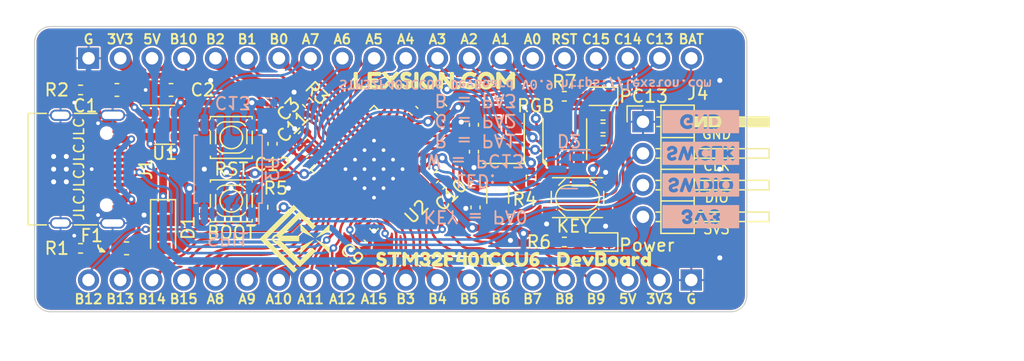
<source format=kicad_pcb>
(kicad_pcb (version 20211014) (generator pcbnew)
  (title_block (title "F401CCU6_Dev") (rev "v0.9") (company "LEXSION.NET"))
  (layers (0 "F.Cu" signal) (31 "B.Cu" signal) (34 "B.Paste" user) (35 "F.Paste" user) (36 "B.SilkS" user "B.Silkscreen") (37 "F.SilkS" user "F.Silkscreen") (38 "B.Mask" user) (39 "F.Mask" user) (44 "Edge.Cuts" user))
  (net 0 "")
  (net 1 "+5V")
  (net 2 "GND")
  (net 3 "+3V3")
  (net 4 "Net-(C3-Pad2)")
  (net 5 "Net-(C4-Pad2)")
  (net 6 "Net-(C5-Pad1)")
  (net 7 "Net-(C6-Pad1)")
  (net 8 "/PC14")
  (net 9 "/PC15")
  (net 10 "/NRST")
  (net 11 "Net-(D1-Pad2)")
  (net 12 "+BATT")
  (net 13 "Net-(D2-Pad3)")
  (net 14 "Net-(D3-Pad2)")
  (net 15 "/PC13")
  (net 16 "Net-(D4-Pad2)")
  (net 17 "/LED_B")
  (net 18 "/LED_G")
  (net 19 "/LED_R")
  (net 20 "Net-(D5-Pad4)")
  (net 21 "Net-(D5-Pad5)")
  (net 22 "Net-(D5-Pad6)")
  (net 23 "Net-(F1-Pad1)")
  (net 24 "Net-(J1-PadA5)")
  (net 25 "/PA12")
  (net 26 "/PA11")
  (net 28 "Net-(J1-PadB5)")
  (net 30 "/PB10")
  (net 31 "/PB2")
  (net 32 "/PB1")
  (net 33 "/PB0")
  (net 34 "/MOSI")
  (net 35 "/MISO")
  (net 36 "/CLK")
  (net 37 "/CS")
  (net 38 "/PA0")
  (net 39 "/PB9")
  (net 40 "/PB8")
  (net 41 "/PB7")
  (net 42 "/PB6")
  (net 43 "/PB5")
  (net 44 "/PB4")
  (net 45 "/PB3")
  (net 46 "/PA15")
  (net 47 "/PA10")
  (net 48 "/PA9")
  (net 49 "/PA8")
  (net 50 "/PB15")
  (net 51 "/PB14")
  (net 52 "/PB13")
  (net 53 "/PB12")
  (net 54 "/SWCLK")
  (net 55 "/SWDIO")
  (net 56 "Net-(R4-Pad2)")
  (net 57 "/BOOT0")
  (footprint "Resistor_SMD:R_0402_1005Metric" (layer "F.Cu") (at 113.5888 52.578 180)
    (fp_text reference "R8" hide)
    (fp_text value "330R")
  )
  (footprint "Capacitor_SMD:C_0402_1005Metric" (layer "F.Cu") (at 100.584 57.15 -135)
    (fp_text reference "C10")
    (fp_text value "104")
  )
  (footprint "Capacitor_SMD:C_0603_1608Metric" (layer "F.Cu") (at 78.994 49.53 180)
    (fp_text reference "C2")
    (fp_text value "106")
  )
  (footprint "LED_SMD:LED_0603_1608Metric" (layer "F.Cu") (at 113.284 50.038 180)
    (fp_text reference "D4" hide)
    (fp_text value "White")
  )
  (footprint "Capacitor_SMD:C_0402_1005Metric" (layer "F.Cu") (at 103.378 58.948 -90)
    (fp_text reference "C7" hide)
    (fp_text value "070")
  )
  (footprint "Resistor_SMD:R_0402_1005Metric" (layer "F.Cu") (at 110.49 61.722)
    (fp_text reference "R6")
    (fp_text value "330R")
  )
  (footprint "Diode_SMD:D_SOD-123" (layer "F.Cu") (at 78.359 60.579 -90)
    (fp_text reference "D1")
    (fp_text value "MBR0530")
  )
  (footprint "Resistor_SMD:R_0402_1005Metric" (layer "F.Cu") (at 113.5868 51.562 180)
    (fp_text reference "R10" hide)
    (fp_text value "330R")
  )
  (footprint "Capacitor_SMD:C_0402_1005Metric" (layer "F.Cu") (at 103.251 54.483 -90)
    (fp_text reference "C5" hide)
    (fp_text value "200")
  )
  (footprint "Connector_PinHeader_2.54mm:PinHeader_1x04_P2.54mm_Horizontal" (layer "F.Cu") (at 116.783 52.08)
    (fp_text reference "J4")
    (fp_text value "Conn_01x04")
  )
  (footprint "Connector_USB:USB_C_Receptacle_Palconn_UTC16-G" (layer "F.Cu") (at 72.39 55.88 -90)
    (fp_text reference "J1")
    (fp_text value "USB_C_Receptacle_USB2.0")
  )
  (footprint "Resistor_SMD:R_0402_1005Metric" (layer "F.Cu") (at 110.49 50.038)
    (fp_text reference "R7")
    (fp_text value "330R")
  )
  (footprint "Capacitor_SMD:C_0402_1005Metric" (layer "F.Cu") (at 89.662 54.61 45)
    (fp_text reference "C11")
    (fp_text value "104")
  )
  (footprint "Capacitor_SMD:C_0402_1005Metric" (layer "F.Cu") (at 94.2848 61.8998 135)
    (fp_text reference "C9")
    (fp_text value "104")
  )
  (footprint "Inductor_SMD:L_0603_1608Metric" (layer "F.Cu") (at 100.584 51.054 135)
    (fp_text reference "FB1" hide)
    (fp_text value "0R")
  )
  (footprint "Package_DFN_QFN:QFN-48-1EP_7x7mm_P0.5mm_EP5.6x5.6mm" (layer "F.Cu") (at 95.25 55.88 -135)
    (fp_text reference "U2")
    (fp_text value "STM32F401CCUx")
  )
  (footprint "Lex_LED:LED_RGB_3535" (layer "F.Cu") (at 110.526 53.594 -90)
    (fp_text reference "D5" hide)
    (fp_text value "RGB3535")
  )
  (footprint "Resistor_SMD:R_0402_1005Metric" (layer "F.Cu") (at 107.823 56.515 -90)
    (fp_text reference "R4")
    (fp_text value "330R")
  )
  (footprint "Capacitor_SMD:C_0402_1005Metric" (layer "F.Cu") (at 87.122 53.848 90)
    (fp_text reference "C12")
    (fp_text value "104")
  )
  (footprint "Capacitor_SMD:C_0402_1005Metric" (layer "F.Cu") (at 103.378 56.944 90)
    (fp_text reference "C8" hide)
    (fp_text value "070")
  )
  (footprint "Lex_Button_Switch:SW_Push_1P1T_TC026X" (layer "F.Cu") (at 83.82 53.34 180)
    (fp_text reference "SW1" hide)
    (fp_text value "RST")
  )
  (footprint "Fuse:Fuse_0603_1608Metric" (layer "F.Cu") (at 75.438 62.23)
    (fp_text reference "F1")
    (fp_text value "Polyfuse")
  )
  (footprint "Resistor_SMD:R_0402_1005Metric" (layer "F.Cu") (at 89.916 50.546 135)
    (fp_text reference "R3")
    (fp_text value "10K")
  )
  (footprint "kibuzzard-62409F94" (layer "F.Cu") (at 106.426 63.246)
    (fp_text reference "kibuzzard-62409F94" hide)
    (fp_text value "G***" hide)
  )
  (footprint "Capacitor_SMD:C_0402_1005Metric" (layer "F.Cu") (at 89.535 53.213 45)
    (fp_text reference "C3")
    (fp_text value "475")
  )
  (footprint "Capacitor_SMD:C_0402_1005Metric" (layer "F.Cu") (at 98.425 51.181 135)
    (fp_text reference "C4" hide)
    (fp_text value "104")
  )
  (footprint "Resistor_SMD:R_0402_1005Metric" (layer "F.Cu") (at 71.755 62.23)
    (fp_text reference "R1")
    (fp_text value "5.1k")
  )
  (footprint "Crystal:Crystal_SMD_3215-2Pin_3.2x1.5mm" (layer "F.Cu") (at 105.156 57.932 -90)
    (fp_text reference "Y2" hide)
    (fp_text value "32.768k")
  )
  (footprint "Resistor_SMD:R_0402_1005Metric" (layer "F.Cu") (at 113.5868 53.594 180)
    (fp_text reference "R9" hide)
    (fp_text value "330R")
  )
  (footprint "LED_SMD:LED_0603_1608Metric" (layer "F.Cu") (at 113.284 61.722 180)
    (fp_text reference "D3" hide)
    (fp_text value "Red")
  )
  (footprint "Lex_LOGO:LexsionFish" (layer "F.Cu") (at 88.9 61.468)
    (fp_text reference "G***" hide)
    (fp_text value "LOGO" hide)
  )
  (footprint "Capacitor_SMD:C_0402_1005Metric" (layer "F.Cu") (at 103.251 52.324 90)
    (fp_text reference "C6" hide)
    (fp_text value "200")
  )
  (footprint "Crystal:Crystal_SMD_3225-4Pin_3.2x2.5mm" (layer "F.Cu") (at 105.625 53.424 90)
    (fp_text reference "Y1" hide)
    (fp_text value "12MHz")
  )
  (footprint "Capacitor_SMD:C_0603_1608Metric" (layer "F.Cu") (at 74.663 49.53 180)
    (fp_text reference "C1")
    (fp_text value "106")
  )
  (footprint "Lex_Button_Switch:SW_Push_1P1T_TC026X" (layer "F.Cu") (at 83.82 58.42)
    (fp_text reference "SW2" hide)
    (fp_text value "BOOT")
  )
  (footprint "Package_TO_SOT_SMD:SOT-23-5" (layer "F.Cu") (at 78.486 52.324)
    (fp_text reference "U1")
    (fp_text value "SPX3819M5-L-3-3")
  )
  (footprint "kibuzzard-6240A129" (layer "F.Cu") (at 100.076 48.768)
    (fp_text reference "kibuzzard-6240A129" hide)
    (fp_text value "G***" hide)
  )
  (footprint "Resistor_SMD:R_0402_1005Metric" (layer "F.Cu") (at 71.755 49.53)
    (fp_text reference "R2")
    (fp_text value "5.1k")
  )
  (footprint "Lex_Button_Switch:SW_Push_1P1T_TC048X" (layer "F.Cu") (at 111.541992 58.166)
    (fp_text reference "SW3" hide)
    (fp_text value "KEY")
  )
  (footprint "Resistor_SMD:R_0402_1005Metric" (layer "F.Cu") (at 87.122 58.928 90)
    (fp_text reference "R5")
    (fp_text value "10K")
  )
  (footprint "kibuzzard-6240A4EF" (layer "B.Cu") (at 101.0412 49.149)
    (fp_text reference "kibuzzard-6240A4EF" hide)
    (fp_text value "G***" hide)
  )
  (footprint "kibuzzard-6240A2D2" (layer "B.Cu") (at 121.412 57.15)
    (fp_text reference "kibuzzard-6240A2D2" hide)
    (fp_text value "G***" hide)
  )
  (footprint "kibuzzard-6240A270" (layer "B.Cu") (at 121.412 59.69)
    (fp_text reference "kibuzzard-6240A270" hide)
    (fp_text value "G***" hide)
  )
  (footprint "Capacitor_SMD:C_0402_1005Metric" (layer "B.Cu") (at 86.741 50.546)
    (fp_text reference "C13")
    (fp_text value "104")
  )
  (footprint "kibuzzard-6240A243" (layer "B.Cu") (at 121.412 52.07)
    (fp_text reference "kibuzzard-6240A243" hide)
    (fp_text value "G***" hide)
  )
  (footprint "kibuzzard-6240A22A" (layer "B.Cu") (at 121.412 54.61)
    (fp_text reference "kibuzzard-6240A22A" hide)
    (fp_text value "G***" hide)
  )
  (footprint "Connector_PinHeader_2.54mm:PinHeader_1x20_P2.54mm_Vertical" (layer "B.Cu") (at 72.395 46.99 -90)
    (fp_text reference "J2" hide)
    (fp_text value "Conn_01x20")
  )
  (footprint "Package_TO_SOT_SMD:SOT-23" (layer "B.Cu") (at 110.871 55.88 180)
    (fp_text reference "D2")
    (fp_text value "BAT54C")
  )
  (footprint "kibuzzard-6240A56D" (layer "B.Cu") (at 116.2558 49.022)
    (fp_text reference "kibuzzard-6240A56D" hide)
    (fp_text value "G***" hide)
  )
  (footprint "Package_SO:SOIC-8_5.23x5.23mm_P1.27mm" (layer "B.Cu") (at 83.566 55.88 90)
    (fp_text reference "U3")
    (fp_text value "W25Q128JVS")
  )
  (footprint "Connector_PinHeader_2.54mm:PinHeader_1x20_P2.54mm_Vertical" (layer "B.Cu") (at 120.65 64.77 90)
    (fp_text reference "J3" hide)
    (fp_text value "Conn_01x20")
  )
  (gr_line (start 73.66 62.484) (end 73.406 62.23) (layer "F.SilkS") (width 0.15))
  (gr_arc (start 73.66 62.484) (mid 73.30079 62.33521) (end 73.152 61.976) (layer "F.SilkS") (width 0.15))
  (gr_line (start 73.66 62.484) (end 73.30079 62.484) (layer "F.SilkS") (width 0.15))
  (gr_arc (start 69.342 67.31) (mid 68.443974 66.938026) (end 68.072 66.04) (layer "Edge.Cuts") (width 0.1))
  (gr_arc (start 125.095 66.04) (mid 124.723026 66.938026) (end 123.825 67.31) (layer "Edge.Cuts") (width 0.1))
  (gr_line (start 123.825 67.31) (end 69.342 67.31) (layer "Edge.Cuts") (width 0.1))
  (gr_line (start 125.095 45.72) (end 125.095 66.04) (layer "Edge.Cuts") (width 0.1))
  (gr_line (start 69.342 44.45) (end 123.825 44.45) (layer "Edge.Cuts") (width 0.1))
  (gr_line (start 68.072 45.72) (end 68.072 66.04) (layer "Edge.Cuts") (width 0.1))
  (gr_arc (start 68.072 45.72) (mid 68.443974 44.821974) (end 69.342 44.45) (layer "Edge.Cuts") (width 0.1))
  (gr_arc (start 123.825 44.45) (mid 124.723026 44.821974) (end 125.095 45.72) (layer "Edge.Cuts") (width 0.1))
  (gr_text "LED:\nW = PC13\nR = PA1\nG = PA2\nB = PA3" (at 103.378007 53.594 180) (layer "B.SilkS") (effects (font (size 1 1)) (justify mirror)))
  (gr_text "KEY = PA0" (at 103.378 59.69 180) (layer "B.SilkS") (effects (font (size 1 1)) (justify mirror)))
  (gr_text "SPI1" (at 83.566 61.468 180) (layer "B.SilkS") (effects (font (size 1 1)) (justify mirror)))
  (gr_text "A5" (at 95.25 45.466) (layer "F.SilkS") (effects (font (size 0.762 0.762) (thickness 0.1524))))
  (gr_text "B15" (at 80.01 66.294) (layer "F.SilkS") (effects (font (size 0.762 0.762) (thickness 0.1524))))
  (gr_text "JLCJLCJLCJLC" (at 71.628 55.88 90) (layer "F.SilkS") (effects (font (size 0.8 0.8) (thickness 0.13))))
  (gr_text "A11" (at 90.17 66.301366) (layer "F.SilkS") (effects (font (size 0.762 0.762) (thickness 0.1524))))
  (gr_text "B7" (at 107.946495 66.291612) (layer "F.SilkS") (effects (font (size 0.762 0.762) (thickness 0.1524))))
  (gr_text "B3" (at 97.786571 66.291612) (layer "F.SilkS") (effects (font (size 0.762 0.762) (thickness 0.1524))))
  (gr_text "3V3" (at 118.109314 66.291612) (layer "F.SilkS") (effects (font (size 0.762 0.762) (thickness 0.1524))))
  (gr_text "3V3" (at 74.93 45.466) (layer "F.SilkS") (effects (font (size 0.762 0.762) (thickness 0.1524))))
  (gr_text "A15" (at 95.25 66.294) (layer "F.SilkS") (effects (font (size 0.762 0.762) (thickness 0.1524))))
  (gr_text "A0" (at 107.947536 45.466) (layer "F.SilkS") (effects (font (size 0.762 0.762) (thickness 0.1524))))
  (gr_text "B2" (at 82.55 45.466) (layer "F.SilkS") (effects (font (size 0.762 0.762) (thickness 0.1524))))
  (gr_text "RST" (at 110.482761 45.466) (layer "F.SilkS") (effects (font (size 0.762 0.762) (thickness 0.1524))))
  (gr_text "A1" (at 105.409924 45.458634) (layer "F.SilkS") (effects (font (size 0.762 0.762) (thickness 0.1524))))
  (gr_text "5V" (at 115.566698 66.291612) (layer "F.SilkS") (effects (font (size 0.762 0.762) (thickness 0.1524))))
  (gr_text "B6" (at 105.403879 66.291612) (layer "F.SilkS") (effects (font (size 0.762 0.762) (thickness 0.1524))))
  (gr_text "C13" (at 118.105758 45.458634) (layer "F.SilkS") (effects (font (size 0.762 0.762) (thickness 0.1524))))
  (gr_text "B0" (at 87.63 45.466) (layer "F.SilkS") (effects (font (size 0.762 0.762) (thickness 0.1524))))
  (gr_text "A4" (at 97.79 45.466) (layer "F.SilkS") (effects (font (size 0.762 0.762) (thickness 0.1524))))
  (gr_text "B8" (at 110.489086 66.291612) (layer "F.SilkS") (effects (font (size 0.762 0.762) (thickness 0.1524))))
  (gr_text "B10" (at 80.004158 45.457745) (layer "F.SilkS") (effects (font (size 0.762 0.762) (thickness 0.1524))))
  (gr_text "A10" (at 87.63 66.301366) (layer "F.SilkS") (effects (font (size 0.762 0.762) (thickness 0.1524))))
  (gr_text "B12" (at 72.39 66.301366) (layer "F.SilkS") (effects (font (size 0.762 0.762) (thickness 0.1524))))
  (gr_text "A12" (at 92.71 66.301366) (layer "F.SilkS") (effects (font (size 0.762 0.762) (thickness 0.1524))))
  (gr_text "B4" (at 100.329187 66.291612) (layer "F.SilkS") (effects (font (size 0.762 0.762) (thickness 0.1524))))
  (gr_text "B1" (at 85.09 45.466) (layer "F.SilkS") (effects (font (size 0.762 0.762) (thickness 0.1524))))
  (gr_text "RST" (at 83.82 55.88) (layer "F.SilkS") (effects (font (size 1 1))))
  (gr_text "A8" (at 82.549086 66.294) (layer "F.SilkS") (effects (font (size 0.762 0.762) (thickness 0.1524))))
  (gr_text "B13" (at 74.929187 66.294) (layer "F.SilkS") (effects (font (size 0.762 0.762) (thickness 0.1524))))
  (gr_text "B5" (at 102.87 66.294) (layer "F.SilkS") (effects (font (size 0.762 0.762) (thickness 0.1524))))
  (gr_text "A3" (at 100.33 45.466) (layer "F.SilkS") (effects (font (size 0.762 0.762) (thickness 0.1524))))
  (gr_text "G" (at 120.65 66.294) (layer "F.SilkS") (effects (font (size 0.762 0.762) (thickness 0.1524))))
  (gr_text "3V3" (at 122.682 60.706) (layer "F.SilkS") (effects (font (size 0.762 0.762) (thickness 0.127))))
  (gr_text "B9" (at 113.03 66.294) (layer "F.SilkS") (effects (font (size 0.762 0.762) (thickness 0.1524))))
  (gr_text "GND" (at 122.682 53.086) (layer "F.SilkS") (effects (font (size 0.762 0.762) (thickness 0.127))))
  (gr_text "BAT" (at 120.648349 45.458634) (layer "F.SilkS") (effects (font (size 0.762 0.762) (thickness 0.1524))))
  (gr_text "DIO" (at 122.682 58.166) (layer "F.SilkS") (effects (font (size 0.762 0.762) (thickness 0.127))))
  (gr_text "B14" (at 77.47 66.301366) (layer "F.SilkS") (effects (font (size 0.762 0.762) (thickness 0.1524))))
  (gr_text "KEY" (at 111.252 60.452) (layer "F.SilkS") (effects (font (size 1 1))))
  (gr_text "BOOT" (at 83.82 60.96) (layer "F.SilkS") (effects (font (size 1 1))))
  (gr_text "A2" (at 102.867308 45.458634) (layer "F.SilkS") (effects (font (size 0.762 0.762) (thickness 0.1524))))
  (gr_text "G" (at 72.39 45.466) (layer "F.SilkS") (effects (font (size 0.762 0.762) (thickness 0.1524))))
  (gr_text "A9" (at 85.09 66.301366) (layer "F.SilkS") (effects (font (size 0.762 0.762) (thickness 0.1524))))
  (gr_text "A6" (at 92.71 45.458634) (layer "F.SilkS") (effects (font (size 0.762 0.762) (thickness 0.1524))))
  (gr_text "5V" (at 77.47 45.466) (layer "F.SilkS") (effects (font (size 0.762 0.762) (thickness 0.1524))))
  (gr_text "C15" (at 113.025352 45.466) (layer "F.SilkS") (effects (font (size 0.762 0.762) (thickness 0.1524))))
  (gr_text "C14" (at 115.57 45.466) (layer "F.SilkS") (effects (font (size 0.762 0.762) (thickness 0.1524))))
  (gr_text "A7" (at 90.17 45.466) (layer "F.SilkS") (effects (font (size 0.762 0.762) (thickness 0.1524))))
  (gr_text "CLK" (at 122.682 55.626) (layer "F.SilkS") (effects (font (size 0.762 0.762) (thickness 0.127))))
  (segment (start 77.343 53.2795) (end 77.3485 53.274) (width 0.6096) (layer "F.Cu") (net 1))
  (segment (start 77.343 53.848) (end 78.359 54.864) (width 0.6096) (layer "F.Cu") (net 1))
  (segment (start 76.52 51.374) (end 76.073 50.927) (width 0.4572) (layer "F.Cu") (net 1))
  (segment (start 77.3485 51.374) (end 76.52 51.374) (width 0.4572) (layer "F.Cu") (net 1))
  (segment (start 75.438 50.292) (end 75.438 49.53) (width 0.4572) (layer "F.Cu") (net 1))
  (segment (start 78.359 54.864) (end 78.359 58.929) (width 0.6096) (layer "F.Cu") (net 1))
  (segment (start 76.073 50.927) (end 75.438 50.292) (width 0.4572) (layer "F.Cu") (net 1))
  (segment (start 77.343 53.848) (end 77.343 53.2795) (width 0.6096) (layer "F.Cu") (net 1))
  (via (at 77.343 53.848) (size 0.6) (drill 0.3) (layers "F.Cu" "B.Cu") (net 1))
  (via (at 76.073 50.927) (size 0.6) (drill 0.3) (layers "F.Cu" "B.Cu") (net 1))
  (via (at 78.359 58.039) (size 0.6) (drill 0.3) (layers "F.Cu" "B.Cu") (net 1))
  (segment (start 77.690111 51.849889) (end 77.690111 47.205111) (width 0.4572) (layer "B.Cu") (net 1))
  (segment (start 114.041 63.246) (end 115.565 64.77) (width 0.6096) (layer "B.Cu") (net 1))
  (segment (start 77.343 53.848) (end 77.343 52.197) (width 0.4572) (layer "B.Cu") (net 1))
  (segment (start 77.343 52.197) (end 76.073 50.927) (width 0.4572) (layer "B.Cu") (net 1))
  (segment (start 78.359 61.976) (end 79.629 63.246) (width 0.6096) (layer "B.Cu") (net 1))
  (segment (start 77.690111 47.205111) (end 77.475 46.99) (width 0.4572) (layer "B.Cu") (net 1))
  (segment (start 77.343 52.197) (end 77.690111 51.849889) (width 0.4572) (layer "B.Cu") (net 1))
  (segment (start 79.629 63.246) (end 114.041 63.246) (width 0.6096) (layer "B.Cu") (net 1))
  (segment (start 78.359 58.039) (end 78.359 61.976) (width 0.6096) (layer "B.Cu") (net 1))
  (segment (start 71.247 62.228) (end 71.245 62.23) (width 0.254) (layer "F.Cu") (net 2))
  (segment (start 93.945389 60.366592) (end 93.945389 61.560389) (width 0.2032) (layer "F.Cu") (net 2))
  (segment (start 98.548928 51.520411) (end 97.150349 52.91899) (width 0.2032) (layer "F.Cu") (net 2))
  (segment (start 74.417 59.563) (end 74.9 59.08) (width 0.4572) (layer "F.Cu") (net 2))
  (segment (start 98.764411 51.520411) (end 98.548928 51.520411) (width 0.2032) (layer "F.Cu") (net 2))
  (segment (start 104.775 54.524) (end 104.775 54.88579) (width 0.2032) (layer "F.Cu") (net 2))
  (segment (start 114.0715 61.722) (end 114.0715 60.7315) (width 0.2032) (layer "F.Cu") (net 2))
  (segment (start 73.888 49.556) (end 73.152 50.292) (width 0.4572) (layer "F.Cu") (net 2))
  (segment (start 113.792 60.452) (end 113.792 59.241) (width 0.2032) (layer "F.Cu") (net 2))
  (segment (start 75.844 52.68) (end 74.9 52.68) (width 0.4572) (layer "F.Cu") (net 2))
  (segment (start 76.962 49.53) (end 78.219 49.53) (width 0.4572) (layer "F.Cu") (net 2))
  (segment (start 86.485324 52.832) (end 86.155936 52.502612) (width 0.4572) (layer "F.Cu") (net 2))
  (segment (start 103.251 51.844) (end 102.497468 51.844) (width 0.2032) (layer "F.Cu") (net 2))
  (segment (start 102.497468 51.844) (end 102.235 52.106468) (width 0.2032) (layer "F.Cu") (net 2))
  (segment (start 95.25 54.819339) (end 95.25 55.88) (width 0.2032) (layer "F.Cu") (net 2))
  (segment (start 90.001411 54.270589) (end 89.345207 53.614385) (width 0.2032) (layer "F.Cu") (net 2))
  (segment (start 102.999586 59.428) (end 102.598812 59.027226) (width 0.2032) (layer "F.Cu") (net 2))
  (segment (start 103.378 59.428) (end 102.999586 59.428) (width 0.2032) (layer "F.Cu") (net 2))
  (segment (start 73.152 59.563) (end 74.417 59.563) (width 0.4572) (layer "F.Cu") (net 2))
  (segment (start 94.410311 59.90167) (end 93.945389 60.366592) (width 0.2032) (layer "F.Cu") (net 2))
  (segment (start 74.9 52.68) (end 74.417 52.197) (width 0.4572) (layer "F.Cu") (net 2))
  (segment (start 87.376 58.039) (end 87.741592 57.673408) (width 0.2032) (layer "F.Cu") (net 2))
  (segment (start 100.041392 57.489411) (end 100.244589 57.489411) (width 0.2032) (layer "F.Cu") (net 2))
  (segment (start 71.247 50.546) (end 71.247 49.532) (width 0.254) (layer "F.Cu") (net 2))
  (segment (start 90.781895 54.593876) (end 91.22833 55.040311) (width 0.2032) (layer "F.Cu") (net 2))
  (segment (start 87.210388 58.204611) (end 87.376 58.039) (width 0.2032) (layer "F.Cu") (net 2))
  (segment (start 77.3485 52.324) (end 76.2 52.324) (width 0.4572) (layer "F.Cu") (net 2))
  (segment (start 95.25 59.061981) (end 94.410311 59.90167) (width 0.2032) (layer "F.Cu") (net 2))
  (segment (start 113.792 59.241) (end 109.292 59.241) (width 0.2032) (layer "F.Cu") (net 2))
  (segment (start 103.251 54.963) (end 103.251 56.157395) (width 0.2032) (layer "F.Cu") (net 2))
  (segment (start 106.868858 51.373141) (end 107.315 50.927) (width 0.2032) (layer "F.Cu") (net 2))
  (segment (start 77.3485 52.324) (end 81.906373 52.324) (width 0.4572) (layer "F.Cu") (net 2))
  (segment (start 92.068019 55.88) (end 91.22833 55.040311) (width 0.2032) (layer "F.Cu") (net 2))
  (segment (start 103.90779 55.753) (end 103.251 55.753) (width 0.2032) (layer "F.Cu") (net 2))
  (segment (start 97.150349 52.91899) (end 95.25 54.819339) (width 0.2032) (layer "F.Cu") (net 2))
  (segment (start 81.945 52.34) (end 85.695 52.34) (width 0.4572) (layer "F.Cu") (net 2))
  (segment (start 89.555376 50.185376) (end 89.239445 49.869445) (width 0.2) (layer "F.Cu") (net 2))
  (segment (start 98.431981 55.88) (end 99.27167 56.719689) (width 0.2032) (layer "F.Cu") (net 2))
  (segment (start 71.247 49.532) (end 71.245 49.53) (width 0.254) (layer "F.Cu") (net 2))
  (segment (start 95.25 55.88) (end 92.068019 55.88) (width 0.2032) (layer "F.Cu") (net 2))
  (segment (start 86.487 52.832) (end 86.485324 52.832) (width 0.4572) (layer "F.Cu") (net 2))
  (segment (start 95.25 55.88) (end 98.431981 55.88) (width 0.2032) (layer "F.Cu") (net 2))
  (segment (start 95.25 55.88) (end 95.25 59.061981) (width 0.2032) (layer "F.Cu") (net 2))
  (segment (start 73.152 50.292) (end 73.152 52.197) (width 0.4572) (layer "F.Cu") (net 2))
  (segment (start 99.27167 56.719689) (end 100.041392 57.489411) (width 0.2032) (layer "F.Cu") (net 2))
  (segment (start 73.888 49.53) (end 73.888 49.556) (width 0.4572) (layer "F.Cu") (net 2))
  (segment (start 76.2 52.324) (end 75.844 52.68) (width 0.4572) (layer "F.Cu") (net 2))
  (segment (start 71.247 61.214) (end 71.247 62.228) (width 0.254) (layer "F.Cu") (net 2))
  (segment (start 88.902003 52.843632) (end 88.902003 52.639548) (width 0.2032) (layer "F.Cu") (net 2))
  (segment (start 114.0715 60.7315) (end 113.792 60.452) (width 0.2032) (layer "F.Cu") (net 2))
  (segment (start 86.487 52.832) (end 86.487 52.832191) (width 0.4572) (layer "F.Cu") (net 2))
  (segment (start 86.487 52.832191) (end 86.975163 53.320354) (width 0.4572) (layer "F.Cu") (net 2))
  (segment (start 74.417 52.197) (end 73.152 52.197) (width 0.4572) (layer "F.Cu") (net 2))
  (via (at 76.835 59.563) (size 0.8) (drill 0.4) (layers "F.Cu" "B.Cu") (net 2))
  (via (at 71.247 61.214) (size 0.6) (drill 0.3) (layers "F.Cu" "B.Cu") (net 2))
  (via (at 72.644 55.88) (size 0.6) (drill 0.3) (layers "F.Cu" "B.Cu") (net 2))
  (via (at 93.726 55.118) (size 0.6) (drill 0.3) (layers "F.Cu" "B.Cu") (net 2))
  (via (at 95.25 53.594) (size 0.6) (drill 0.3) (layers "F.Cu" "B.Cu") (net 2))
  (via (at 94.488 57.404) (size 0.6) (drill 0.3) (layers "F.Cu" "B.Cu") (net 2))
  (via (at 122.936 48.768) (size 0.8) (drill 0.4) (layers "F.Cu" "B.Cu") (net 2))
  (via (at 92.964 55.88) (size 0.6) (drill 0.3) (layers "F.Cu" "B.Cu") (net 2))
  (via (at 70.612 56.896) (size 0.8) (drill 0.4) (layers "F.Cu" "B.Cu") (net 2))
  (via (at 88.392 57.404) (size 0.8) (drill 0.4) (layers "F.Cu" "B.Cu") (net 2))
  (via (at 122.936 62.992) (size 0.8) (drill 0.4) (layers "F.Cu" "B.Cu") (net 2))
  (via (at 97.536 55.88) (size 0.6) (drill 0.3) (layers "F.Cu" "B.Cu") (net 2))
  (via (at 88.8492 49.7078) (size 0.8) (drill 0.4) (layers "F.Cu" "B.Cu") (net 2))
  (via (at 76.962 49.53) (size 0.6) (drill 0.3) (layers "F.Cu" "B.Cu") (net 2))
  (via (at 96.012 57.404) (size 0.6) (drill 0.3) (layers "F.Cu" "B.Cu") (net 2))
  (via (at 95.25 58.166) (size 0.6) (drill 0.3) (layers "F.Cu" "B.Cu") (net 2))
  (via (at 102.598812 59.027226) (size 0.8) (drill 0.4) (layers "F.Cu" "B.Cu") (net 2))
  (via (at 96.774 56.642) (size 0.6) (drill 0.3) (layers "F.Cu" "B.Cu") (net 2))
  (via (at 95.25 56.642) (size 0.6) (drill 0.3) (layers "F.Cu" "B.Cu") (net 2))
  (via (at 70.612 54.864) (size 0.8) (drill 0.4) (layers "F.Cu" "B.Cu") (net 2))
  (via (at 86.487 52.832) (size 0.8) (drill 0.4) (layers "F.Cu" "B.Cu") (net 2))
  (via (at 70.612 55.88) (size 0.8) (drill 0.4) (layers "F.Cu" "B.Cu") (net 2))
  (via (at 107.315 50.927) (size 0.8) (drill 0.4) (layers "F.Cu" "B.Cu") (net 2))
  (via (at 93.726 56.642) (size 0.6) (drill 0.3) (layers "F.Cu" "B.Cu") (net 2))
  (via (at 103.251 55.753) (size 0.8) (drill 0.4) (layers "F.Cu" "B.Cu") (net 2))
  (via (at 69.596 54.864) (size 0.8) (drill 0.4) (layers "F.Cu" "B.Cu") (net 2))
  (via (at 82.169 48.768) (size 0.8) (drill 0.4) (layers "F.Cu" "B.Cu") (net 2))
  (via (at 106.172 61.595) (size 0.8) (drill 0.4) (layers "F.Cu" "B.Cu") (net 2))
  (via (at 95.25 60.833) (size 0.8) (drill 0.4) (layers "F.Cu" "B.Cu") (net 2))
  (via (at 81.661 55.88) (size 0.8) (drill 0.4) (layers "F.Cu" "B.Cu") (net 2))
  (via (at 102.235 52.106468) (size 0.8) (drill 0.4) (layers "F.Cu" "B.Cu") (net 2))
  (via (at 96.774 55.118) (size 0.6) (drill 0.3) (layers "F.Cu" "B.Cu") (net 2))
  (via (at 113.792 56.134) (size 0.8) (drill 0.4) (layers "F.Cu" "B.Cu") (net 2))
  (via (at 69.596 56.896) (size 0.8) (drill 0.4) (layers "F.Cu" "B.Cu") (net 2))
  (via (at 122.936 55.88) (size 0.8) (drill 0.4) (layers "F.Cu" "B.Cu") (net 2))
  (via (at 109.0676 60.2742) (size 0.8) (drill 0.4) (layers "F.Cu" "B.Cu") (net 2))
  (via (at 95.25 55.118) (size 0.6) (drill 0.3) (layers "F.Cu" "B.Cu") (net 2))
  (via (at 94.488 54.356) (size 0.6) (drill 0.3) (layers "F.Cu" "B.Cu") (net 2))
  (via (at 94.488 55.88) (size 0.6) (drill 0.3) (layers "F.Cu" "B.Cu") (net 2))
  (via (at 88.902003 52.639548) (size 0.8) (drill 0.4) (layers "F.Cu" "B.Cu") (net 2))
  (via (at 71.247 50.546) (size 0.6) (drill 0.3) (layers "F.Cu" "B.Cu") (net 2))
  (via (at 73.152 52.197) (size 0.6) (drill 0.3) (layers "F.Cu" "B.Cu") (net 2))
  (via (at 96.012 55.88) (size 0.6) (drill 0.3) (layers "F.Cu" "B.Cu") (net 2))
  (via (at 96.012 54.356) (size 0.6) (drill 0.3) (layers "F.Cu" "B.Cu") (net 2))
  (via (at 73.152 59.563) (size 0.6) (drill 0.3) (layers "F.Cu" "B.Cu") (net 2))
  (via (at 69.596 55.88) (size 0.8) (drill 0.4) (layers "F.Cu" "B.Cu") (net 2))
  (via (at 113.792 60.452) (size 0.8) (drill 0.4) (layers "F.Cu" "B.Cu") (net 2))
  (arc (start 86.155936 52.502612) (mid 85.938999 52.382336) (end 85.695 52.34) (width 0.4572) (layer "F.Cu") (net 2))
  (arc (start 89.345207 53.614385) (mid 89.276562 53.568517) (end 89.195589 53.552411) (width 0.2032) (layer "F.Cu") (net 2))
  (arc (start 81.906373 52.324) (mid 81.927277 52.328159) (end 81.945 52.34) (width 0.4572) (layer "F.Cu") (net 2))
  (arc (start 89.195589 53.552411) (mid 88.978303 53.227221) (end 88.902003 52.843632) (width 0.2032) (layer "F.Cu") (net 2))
  (arc (start 106.475 52.324) (mid 106.57736 51.809399) (end 106.868858 51.373141) (width 0.2032) (layer "F.Cu") (net 2))
  (arc (start 104.521 55.499) (mid 104.239657 55.686988) (end 103.90779 55.753) (width 0.2032) (layer "F.Cu") (net 2))
  (arc (start 87.122 58.418) (mid 87.144971 58.302515) (end 87.210388 58.204611) (width 0.2032) (layer "F.Cu") (net 2))
  (arc (start 86.975163 53.320354) (mid 87.045174 53.355316) (end 87.122 53.368) (width 0.4572) (layer "F.Cu") (net 2))
  (arc (start 89.239445 49.869445) (mid 89.060399 49.74981) (end 88.8492 49.7078) (width 0.2) (layer "F.Cu") (net 2))
  (arc (start 103.251 56.157395) (mid 103.284007 56.323328) (end 103.378 56.464) (width 0.2032) (layer "F.Cu") (net 2))
  (arc (start 104.775 54.88579) (mid 104.708987 55.217657) (end 104.521 55.499) (width 0.2032) (layer "F.Cu") (net 2))
  (arc (start 87.741592 57.673408) (mid 88.040001 57.474017) (end 88.392 57.404) (width 0.2032) (layer "F.Cu") (net 2))
  (arc (start 90.001411 54.270589) (mid 90.423806 54.354609) (end 90.781895 54.593876) (width 0.2032) (layer "F.Cu") (net 2))
  (segment (start 72.395 55.631) (end 72.395 51.684) (width 0.4572) (layer "B.Cu") (net 2))
  (segment (start 72.395 49.535) (end 72.395 46.99) (width 0.4572) (layer "B.Cu") (net 2))
  (segment (start 72.644 55.88) (end 72.395 55.631) (width 0.4572) (layer "B.Cu") (net 2))
  (segment (start 72.39 57.023) (end 72.39 59.944) (width 0.4572) (layer "B.Cu") (net 2))
  (segment (start 73.152 52.197) (end 72.644 52.705) (width 0.4572) (layer "B.Cu") (net 2))
  (segment (start 72.39 60.071) (end 71.247 61.214) (width 0.4572) (layer "B.Cu") (net 2))
  (segment (start 72.39 59.944) (end 72.39 60.071) (width 0.4572) (layer "B.Cu") (net 2))
  (segment (start 73.152 59.563) (end 76.835 59.563) (width 0.4572) (layer "B.Cu") (net 2))
  (segment (start 72.644 55.88) (end 72.39 56.134) (width 0.4572) (layer "B.Cu") (net 2))
  (segment (start 72.385 51.684) (end 71.247 50.546) (width 0.4572) (layer "B.Cu") (net 2))
  (segment (start 72.395 49.535) (end 76.957 49.535) (width 0.4572) (layer "B.Cu") (net 2))
  (segment (start 81.661 59.48) (end 81.661 55.81463) (width 0.2032) (layer "B.Cu") (net 2))
  (segment (start 72.395 51.684) (end 72.395 49.535) (width 0.4572) (layer "B.Cu") (net 2))
  (segment (start 76.957 49.535) (end 76.962 49.53) (width 0.4572) (layer "B.Cu") (net 2))
  (segment (start 72.395 51.684) (end 72.385 51.684) (width 0.4572) (layer "B.Cu") (net 2))
  (segment (start 72.39 56.134) (end 72.39 57.023) (width 0.4572) (layer "B.Cu") (net 2))
  (segment (start 72.644 52.705) (end 72.644 59.055) (width 0.4572) (layer "B.Cu") (net 2))
  (segment (start 72.644 59.055) (end 73.152 59.563) (width 0.4572) (layer "B.Cu") (net 2))
  (segment (start 109.98 49.659) (end 110.49 49.149) (width 0.2) (layer "F.Cu") (net 3))
  (segment (start 79.121 48.387) (end 76.332 48.387) (width 0.4572) (layer "F.Cu") (net 3))
  (segment (start 112.776 55.88) (end 114.0968 54.5592) (width 0.2032) (layer "F.Cu") (net 3))
  (segment (start 114.0968 51.562) (end 114.0968 52.573172) (width 0.2032) (layer "F.Cu") (net 3))
  (segment (start 106.767694 60.579) (end 107.220754 61.03206) (width 0.4572) (layer "F.Cu") (net 3))
  (segment (start 79.248 54.356) (end 79.248 56.1975) (width 0.4572) (layer "F.Cu") (net 3))
  (segment (start 94.760977 60.255223) (end 94.4118 60.6044) (width 0.2032) (layer "F.Cu") (net 3))
  (segment (start 93.508589 62.239211) (end 93.4061 62.3417) (width 0.2032) (layer "F.Cu") (net 3))
  (segment (start 88.774356 54.483) (end 89.209383 54.918027) (width 0.2032) (layer "F.Cu") (net 3))
  (segment (start 107.061 50.038) (end 109.98 50.038) (width 0.2032) (layer "F.Cu") (net 3))
  (segment (start 90.143991 54.949411) (end 89.322589 54.949411) (width 0.2032) (layer "F.Cu") (net 3))
  (segment (start 85.725 50.546) (end 85.471 50.546) (width 0.4572) (layer "F.Cu") (net 3))
  (segment (start 88.073892 52.894892) (end 85.725 50.546) (width 0.4572) (layer "F.Cu") (net 3))
  (segment (start 94.6404 61.3664) (end 94.869 61.595) (width 0.2032) (layer "F.Cu") (net 3))
  (segment (start 113.284 49.617556) (end 113.284 50.7492) (width 0.2) (layer "F.Cu") (net 3))
  (segment (start 110.49 49.149) (end 112.815444 49.149) (width 0.2) (layer "F.Cu") (net 3))
  (segment (start 114.0988 52.578) (end 114.0988 53.589172) (width 0.2032) (layer "F.Cu") (net 3))
  (segment (start 100.904911 56.829089) (end 100.74289 56.829089) (width 0.2032) (layer "F.Cu") (net 3))
  (segment (start 90.792985 55.359984) (end 90.551 55.118) (width 0.2032) (layer "F.Cu") (net 3))
  (segment (start 79.78201 50.546) (end 85.471 50.546) (width 0.4572) (layer "F.Cu") (net 3))
  (segment (start 100.923411 56.810589) (end 100.904911 56.829089) (width 0.2032) (layer "F.Cu") (net 3))
  (segment (start 106.553 50.546) (end 107.061 50.038) (width 0.2032) (layer "F.Cu") (net 3))
  (segment (start 79.769 50.533) (end 79.769 49.53) (width 0.4572) (layer "F.Cu") (net 3))
  (segment (start 79.756 51.2415) (end 79.6235 51.374) (width 0.4572) (layer "F.Cu") (net 3))
  (segment (start 114.0968 54.5592) (end 114.0968 53.594) (width 0.2032) (layer "F.Cu") (net 3))
  (segment (start 94.869 61.994422) (end 94.624211 62.239211) (width 0.2032) (layer "F.Cu") (net 3))
  (segment (start 79.769 49.53) (end 79.769 49.035) (width 0.4572) (layer "F.Cu") (net 3))
  (segment (start 76.332 48.387) (end 74.935 46.99) (width 0.4572) (layer "F.Cu") (net 3))
  (segment (start 79.769 49.035) (end 79.121 48.387) (width 0.4572) (layer "F.Cu") (net 3))
  (segment (start 88.773 54.483) (end 88.774356 54.483) (width 0.2032) (layer "F.Cu") (net 3))
  (segment (start 94.4118 60.6044) (end 94.4118 61.1378) (width 0.2032) (layer "F.Cu") (net 3))
  (segment (start 80.4705 57.42) (end 83.804 57.42) (width 0.4572) (layer "F.Cu") (net 3))
  (segment (start 109.98 50.038) (end 109.98 49.659) (width 0.2) (layer "F.Cu") (net 3))
  (segment (start 88.073892 53.783892) (end 88.073892 52.894892) (width 0.4572) (layer "F.Cu") (net 3))
  (segment (start 94.4118 61.1378) (end 94.6404 61.3664) (width 0.2032) (layer "F.Cu") (net 3))
  (segment (start 94.869 61.595) (end 94.869 61.994422) (width 0.2032) (layer "F.Cu") (net 3))
  (segment (start 113.284 50.7492) (end 114.0968 51.562) (width 0.2) (layer "F.Cu") (net 3))
  (segment (start 94.763864 60.255223) (end 94.760977 60.255223) (width 0.2032) (layer "F.Cu") (net 3))
  (segment (start 101.219 57.106178) (end 101.219 58.039) (width 0.2032) (layer "F.Cu") (net 3))
  (segment (start 94.624211 62.239211) (end 93.508589 62.239211) (width 0.2032) (layer "F.Cu") (net 3))
  (segment (start 112.815444 49.149) (end 113.284 49.617556) (width 0.2) (layer "F.Cu") (net 3))
  (segment (start 88.773 54.483) (end 88.073892 53.783892) (width 0.4572) (layer "F.Cu") (net 3))
  (segment (start 101.140847 51.610847) (end 101.714168 51.037526) (width 0.2032) (layer "F.Cu") (net 3))
  (segment (start 100.923411 56.810589) (end 101.219 57.106178) (width 0.2032) (layer "F.Cu") (net 3))
  (segment (start 79.248 56.1975) (end 80.4705 57.42) (width 0.4572) (layer "F.Cu") (net 3))
  (segment (start 101.981 50.927) (end 102.362 50.546) (width 0.2032) (layer "F.Cu") (net 3))
  (segment (start 103.124 60.579) (end 106.767694 60.579) (width 0.4572) (layer "F.Cu") (net 3))
  (segment (start 107.220754 61.03206) (end 109.29006 61.03206) (width 0.2032) (layer "F.Cu") (net 3))
  (segment (start 79.756 50.546) (end 79.756 51.2415) (width 0.4572) (layer "F.Cu") (net 3))
  (segment (start 83.804 57.42) (end 85.695 57.42) (width 0.4572) (layer "F.Cu") (net 3))
  (segment (start 109.29006 61.03206) (end 109.98 61.722) (width 0.2032) (layer "F.Cu") (net 3))
  (segment (start 102.362 50.546) (end 106.553 50.546) (width 0.2032) (layer "F.Cu") (net 3))
  (via (at 101.219 58.039) (size 0.8) (drill 0.4) (layers "F.Cu" "B.Cu") (net 3))
  (via (at 79.248 54.356) (size 0.6) (drill 0.3) (layers "F.Cu" "B.Cu") (net 3))
  (via (at 83.804 57.42) (size 0.8) (drill 0.4) (layers "F.Cu" "B.Cu") (net 3))
  (via (at 80.4705 57.42) (size 0.8) (drill 0.4) (layers "F.Cu" "B.Cu") (net 3))
  (via (at 103.124 60.579) (size 0.8) (drill 0.4) (layers "F.Cu" "B.Cu") (net 3))
  (via (at 85.471 50.546) (size 0.8) (drill 0.4) (layers "F.Cu" "B.Cu") (net 3))
  (via (at 79.756 50.546) (size 0.6) (drill 0.3) (layers "F.Cu" "B.Cu") (net 3))
  (via (at 93.4061 62.3417) (size 0.8) (drill 0.4) (layers "F.Cu" "B.Cu") (net 3))
  (via (at 101.981 50.927) (size 0.8) (drill 0.4) (layers "F.Cu" "B.Cu") (net 3))
  (via (at 107.220754 61.03206) (size 0.8) (drill 0.4) (layers "F.Cu" "B.Cu") (net 3))
  (via (at 112.776 55.88) (size 0.8) (drill 0.4) (layers "F.Cu" "B.Cu") (net 3))
  (arc (start 101.714168 51.037526) (mid 101.836591 50.955725) (end 101.981 50.927) (width 0.2032) (layer "F.Cu") (net 3))
  (arc (start 90.551 55.118) (mid 90.364263 54.993226) (end 90.143991 54.949411) (width 0.2032) (layer "F.Cu") (net 3))
  (arc (start 114.0968 52.573172) (mid 114.09732 52.575785) (end 114.0988 52.578) (width 0.2032) (layer "F.Cu") (net 3))
  (arc (start 114.0988 53.589172) (mid 114.09828 53.591785) (end 114.0968 53.594) (width 0.2032) (layer "F.Cu") (net 3))
  (arc (start 100.74289 56.829089) (mid 100.138013 56.708771) (end 99.625223 56.366136) (width 0.2032) (layer "F.Cu") (net 3))
  (arc (start 89.209383 54.918027) (mid 89.264299 54.940761) (end 89.322589 54.949411) (width 0.2032) (layer "F.Cu") (net 3))
  (arc (start 90.874777 55.393864) (mid 90.830511 55.385059) (end 90.792985 55.359984) (width 0.2032) (layer "F.Cu") (net 3))
  (segment (start 91.821 60.579) (end 89.408 60.579) (width 0.4572) (layer "B.Cu") (net 3))
  (segment (start 101.092 51.816) (end 101.092 52.705) (width 0.4572) (layer "B.Cu") (net 3))
  (segment (start 85.471 52.280007) (end 84.201 52.280007) (width 0.2032) (layer "B.Cu") (net 3))
  (segment (start 107.21708 61.035734) (end 107.220754 61.03206) (width 0.4572) (layer "B.Cu") (net 3))
  (segment (start 112.461 56.83) (end 111.8085 56.83) (width 0.2032) (layer "B.Cu") (net 3))
  (segment (start 101.981 50.927) (end 101.092 51.816) (width 0.4572) (layer "B.Cu") (net 3))
  (segment (start 112.776 55.88) (end 112.776 56.515) (width 0.2032) (layer "B.Cu") (net 3))
  (segment (start 99.187 54.61) (end 99.187 56.007) (width 0.4572) (layer "B.Cu") (net 3))
  (segment (start 101.092 52.705) (end 99.187 54.61) (width 0.4572) (layer "B.Cu") (net 3))
  (segment (start 107.21708 62.51308) (end 93.75508 62.51308) (width 0.4572) (layer "B.Cu") (net 3))
  (segment (start 102.979459 60.579) (end 101.219 58.818541) (width 0.4572) (layer "B.Cu") (net 3))
  (segment (start 85.471 50.546) (end 85.471 52.28) (width 0.3556) (layer "B.Cu") (net 3))
  (segment (start 103.124 60.579) (end 102.979459 60.579) (width 0.4572) (layer "B.Cu") (net 3))
  (segment (start 115.84808 62.51308) (end 107.21708 62.51308) (width 0.4572) (layer "B.Cu") (net 3))
  (segment (start 112.776 56.515) (end 112.461 56.83) (width 0.2032) (layer "B.Cu") (net 3))
  (segment (start 80.391 60.579) (end 80.391 57.611929) (width 0.4572) (layer "B.Cu") (net 3))
  (segment (start 81.026 61.214) (end 80.391 60.579) (width 0.4572) (layer "B.Cu") (net 3))
  (segment (start 101.219 58.818541) (end 101.219 58.039) (width 0.4572) (layer "B.Cu") (net 3))
  (segment (start 99.187 56.007) (end 101.219 58.039) (width 0.4572) (layer "B.Cu") (net 3))
  (segment (start 116.783 61.57816) (end 116.783 59.7) (width 0.4572) (layer "B.Cu") (net 3))
  (segment (start 82.931 59.48) (end 82.931 58.293) (width 0.2032) (layer "B.Cu") (net 3))
  (segment (start 89.408 60.579) (end 88.773 61.214) (width 0.4572) (layer "B.Cu") (net 3))
  (segment (start 93.75508 62.51308) (end 91.821 60.579) (width 0.4572) (layer "B.Cu") (net 3))
  (segment (start 82.931 58.293) (end 83.804 57.42) (width 0.2032) (layer "B.Cu") (net 3))
  (segment (start 79.248 51.054) (end 79.756 50.546) (width 0.4572) (layer "B.Cu") (net 3))
  (segment (start 86.261 50.546) (end 85.471 50.546) (width 0.3556) (layer "B.Cu") (net 3))
  (segment (start 107.21708 62.51308) (end 107.21708 61.035734) (width 0.4572) (layer "B.Cu") (net 3))
  (segment (start 118.105 64.77) (end 115.84808 62.51308) (width 0.4572) (layer "B.Cu") (net 3))
  (segment (start 79.248 54.356) (end 79.248 51.054) (width 0.4572) (layer "B.Cu") (net 3))
  (segment (start 115.84808 62.51308) (end 116.783 61.57816) (width 0.4572) (layer "B.Cu") (net 3))
  (segment (start 88.773 61.214) (end 81.026 61.214) (width 0.4572) (layer "B.Cu") (net 3))
  (arc (start 80.391 57.611929) (mid 80.411661 57.508058) (end 80.4705 57.42) (width 0.4572) (layer "B.Cu") (net 3))
  (segment (start 89.949149 53.054021) (end 90.776497 53.88137) (width 0.2) (layer "F.Cu") (net 4))
  (segment (start 91.581884 54.686757) (end 90.776497 53.88137) (width 0.2) (layer "F.Cu") (net 4))
  (arc (start 89.874411 52.873589) (mid 89.893835 52.971238) (end 89.949149 53.054021) (width 0.2) (layer "F.Cu") (net 4))
  (segment (start 97.565962 51.796272) (end 96.796796 52.565437) (width 0.2032) (layer "F.Cu") (net 5))
  (segment (start 98.492598 50.673) (end 99.602621 50.673) (width 0.2032) (layer "F.Cu") (net 5))
  (segment (start 98.085589 50.841589) (end 97.873592 51.053586) (width 0.2032) (layer "F.Cu") (net 5))
  (arc (start 98.085589 50.841589) (mid 98.272326 50.716815) (end 98.492598 50.673) (width 0.2032) (layer "F.Cu") (net 5))
  (arc (start 97.663 51.562) (mid 97.637781 51.688787) (end 97.565962 51.796272) (width 0.2032) (layer "F.Cu") (net 5))
  (arc (start 99.602621 50.673) (mid 99.832376 50.627298) (end 100.027153 50.497153) (width 0.2032) (layer "F.Cu") (net 5))
  (arc (start 97.873592 51.053586) (mid 97.717731 51.286848) (end 97.663 51.562) (width 0.2032) (layer "F.Cu") (net 5))
  (segment (start 106.475 54.524) (end 106.475 54.263111) (width 0.2032) (layer "F.Cu") (net 6))
  (segment (start 103.447588 53.806411) (end 103.251 54.003) (width 0.2032) (layer "F.Cu") (net 6))
  (segment (start 106.475 54.263111) (end 105.958825 53.746936) (width 0.2032) (layer "F.Cu") (net 6))
  (segment (start 105.283 53.467) (end 104.267 53.467) (width 0.2032) (layer "F.Cu") (net 6))
  (segment (start 101.188185 53.213) (end 100.061869 53.213) (width 0.2032) (layer "F.Cu") (net 6))
  (segment (start 103.251 54.003) (end 103.095413 54.003) (width 0.2032) (layer "F.Cu") (net 6))
  (arc (start 105.958825 53.746936) (mid 105.648754 53.539753) (end 105.283 53.467) (width 0.2032) (layer "F.Cu") (net 6))
  (arc (start 103.095413 54.003) (mid 102.561029 53.896704) (end 102.108 53.594) (width 0.2032) (layer "F.Cu") (net 6))
  (arc (start 104.267 53.467) (mid 103.823538 53.55521) (end 103.447588 53.806411) (width 0.2032) (layer "F.Cu") (net 6))
  (arc (start 100.061869 53.213) (mid 99.060192 53.412246) (end 98.21101 53.979651) (width 0.2032) (layer "F.Cu") (net 6))
  (arc (start 102.108 53.594) (mid 101.685986 53.312018) (end 101.188185 53.213) (width 0.2032) (layer "F.Cu") (net 6))
  (segment (start 103.247432 52.807568) (end 99.833559 52.807568) (width 0.2032) (layer "F.Cu") (net 7))
  (segment (start 103.616178 52.804) (end 103.251 52.804) (width 0.2032) (layer "F.Cu") (net 7))
  (segment (start 103.251 52.804) (end 103.247432 52.807568) (width 0.2032) (layer "F.Cu") (net 7))
  (arc (start 99.833559 52.807568) (mid 98.7641 53.020297) (end 97.857456 53.626097) (width 0.2032) (layer "F.Cu") (net 7))
  (arc (start 104.775 52.324) (mid 104.243328 52.679252) (end 103.616178 52.804) (width 0.2032) (layer "F.Cu") (net 7))
  (segment (start 108.077 58.801) (end 108.38024 58.49776) (width 0.2032) (layer "F.Cu") (net 8))
  (segment (start 108.38024 58.49776) (end 113.932666 58.49776) (width 0.2032) (layer "F.Cu") (net 8))
  (segment (start 105.156 59.182) (end 107.157185 59.182) (width 0.2032) (layer "F.Cu") (net 8))
  (segment (start 115.189 55.626) (end 115.189 51.719815) (width 0.2032) (layer "F.Cu") (net 8))
  (segment (start 116.078 49.657) (end 116.078 48.204349) (width 0.2032) (layer "F.Cu") (net 8))
  (segment (start 114.643803 58.203198) (end 114.681 58.166) (width 0.2032) (layer "F.Cu") (net 8))
  (segment (start 115.189 56.93958) (end 115.189 55.626) (width 0.2032) (layer "F.Cu") (net 8))
  (segment (start 102.108 57.785) (end 102.375929 58.052928) (width 0.2032) (layer "F.Cu") (net 8))
  (segment (start 103.515673 58.468) (end 103.378 58.468) (width 0.2032) (layer "F.Cu") (net 8))
  (segment (start 100.023239 54.229) (end 101.039395 54.229) (width 0.2032) (layer "F.Cu") (net 8))
  (segment (start 115.57 50.8) (end 115.628987 50.741013) (width 0.2032) (layer "F.Cu") (net 8))
  (segment (start 101.6 54.96921) (end 101.6 56.55858) (width 0.2032) (layer "F.Cu") (net 8))
  (segment (start 104.071987 58.732987) (end 104.013 58.674) (width 0.2032) (layer "F.Cu") (net 8))
  (arc (start 113.932666 58.49776) (mid 114.31753 58.421206) (end 114.643803 58.203198) (width 0.2032) (layer "F.Cu") (net 8))
  (arc (start 105.156 59.182) (mid 104.569336 59.065305) (end 104.071987 58.732987) (width 0.2032) (layer "F.Cu") (net 8))
  (arc (start 115.628987 50.741013) (mid 115.961306 50.243664) (end 116.078 49.657) (width 0.2032) (layer "F.Cu") (net 8))
  (arc (start 116.078 48.204349) (mid 115.947275 47.547148) (end 115.575 46.99) (width 0.2032) (layer "F.Cu") (net 8))
  (arc (start 98.918116 54.686757) (mid 99.425151 54.347967) (end 100.023239 54.229) (width 0.2032) (layer "F.Cu") (net 8))
  (arc (start 115.189 51.719815) (mid 115.288019 51.222015) (end 115.57 50.8) (width 0.2032) (layer "F.Cu") (net 8))
  (arc (start 114.681 58.166) (mid 115.056975 57.603314) (end 115.189 56.93958) (width 0.2032) (layer "F.Cu") (net 8))
  (arc (start 101.346 54.356) (mid 101.533987 54.637343) (end 101.6 54.96921) (width 0.2032) (layer "F.Cu") (net 8))
  (arc (start 102.375929 58.052928) (mid 102.835683 58.360126) (end 103.378 58.468) (width 0.2032) (layer "F.Cu") (net 8))
  (arc (start 101.6 56.55858) (mid 101.732025 57.222314) (end 102.108 57.785) (width 0.2032) (layer "F.Cu") (net 8))
  (arc (start 101.039395 54.229) (mid 101.205328 54.262007) (end 101.346 54.356) (width 0.2032) (layer "F.Cu") (net 8))
  (arc (start 104.013 58.674) (mid 103.784825 58.521538) (end 103.515673 58.468) (width 0.2032) (layer "F.Cu") (net 8))
  (arc (start 107.157185 59.182) (mid 107.654985 59.082981) (end 108.077 58.801) (width 0.2032) (layer "F.Cu") (net 8))
  (segment (start 103.378 57.424) (end 103.023494 57.424) (width 0.2032) (layer "F.Cu") (net 9))
  (segment (start 113.538 48.133) (end 113.487549 48.082549) (width 0.2032) (layer "F.Cu") (net 9))
  (segment (start 106.091494 57.069495) (end 106.807 57.785) (width 0.2032) (layer "F.Cu") (net 9))
  (segment (start 114.046 48.26) (end 113.844605 48.26) (width 0.2032) (layer "F.Cu") (net 9))
  (segment (start 100.62758 53.721) (end 100.042554 53.721) (width 0.2032) (layer "F.Cu") (net 9))
  (segment (start 114.681 57.351395) (end 114.681 51.106605) (width 0.2032) (layer "F.Cu") (net 9))
  (segment (start 102.108 56.53679) (end 102.108 54.84221) (width 0.2032) (layer "F.Cu") (net 9))
  (segment (start 114.427 48.514) (end 114.262803 48.349803) (width 0.2032) (layer "F.Cu") (net 9))
  (segment (start 105.156 56.682) (end 105.146563 56.691437) (width 0.2032) (layer "F.Cu") (net 9))
  (segment (start 107.113605 57.912) (end 113.94079 57.912) (width 0.2032) (layer "F.Cu") (net 9))
  (segment (start 114.935 50.493395) (end 114.935 49.149) (width 0.2032) (layer "F.Cu") (net 9))
  (segment (start 114.845197 48.932198) (end 114.427 48.514) (width 0.2032) (layer "F.Cu") (net 9))
  (arc (start 114.681 51.106605) (mid 114.714006 50.940672) (end 114.808 50.8) (width 0.2032) (layer "F.Cu") (net 9))
  (arc (start 113.487549 48.082549) (mid 113.152613 47.581284) (end 113.035 46.99) (width 0.2032) (layer "F.Cu") (net 9))
  (arc (start 105.156 56.682) (mid 105.662286 56.782707) (end 106.091494 57.069495) (width 0.2032) (layer "F.Cu") (net 9))
  (arc (start 113.94079 57.912) (mid 114.272657 57.845987) (end 114.554 57.658) (width 0.2032) (layer "F.Cu") (net 9))
  (arc (start 103.023494 57.424) (mid 102.665496 57.35279) (end 102.362 57.15) (width 0.2032) (layer "F.Cu") (net 9))
  (arc (start 106.807 57.785) (mid 106.947672 57.878994) (end 107.113605 57.912) (width 0.2032) (layer "F.Cu") (net 9))
  (arc (start 100.042554 53.721) (mid 99.242671 53.880107) (end 98.564563 54.333204) (width 0.2032) (layer "F.Cu") (net 9))
  (arc (start 105.146563 56.691437) (mid 104.335139 57.233613) (end 103.378 57.424) (width 0.2032) (layer "F.Cu") (net 9))
  (arc (start 114.935 49.149) (mid 114.911661 49.031667) (end 114.845197 48.932198) (width 0.2032) (layer "F.Cu") (net 9))
  (arc (start 114.554 57.658) (mid 114.647994 57.517328) (end 114.681 57.351395) (width 0.2032) (layer "F.Cu") (net 9))
  (arc (start 114.262803 48.349803) (mid 114.163333 48.283339) (end 114.046 48.26) (width 0.2032) (layer "F.Cu") (net 9))
  (arc (start 113.844605 48.26) (mid 113.678672 48.226994) (end 113.538 48.133) (width 0.2032) (layer "F.Cu") (net 9))
  (arc (start 101.854 54.229) (mid 101.291314 53.853025) (end 100.62758 53.721) (width 0.2032) (layer "F.Cu") (net 9))
  (arc (start 102.108 54.84221) (mid 102.041988 54.510343) (end 101.854 54.229) (width 0.2032) (layer "F.Cu") (net 9))
  (arc (start 114.808 50.8) (mid 114.901994 50.659328) (end 114.935 50.493395) (width 0.2032) (layer "F.Cu") (net 9))
  (arc (start 102.362 57.15) (mid 102.174012 56.868657) (end 102.108 56.53679) (width 0.2032) (layer "F.Cu") (net 9))
  (segment (start 102.235 50.038) (end 103.136478 50.038) (width 0.2032) (layer "F.Cu") (net 10))
  (segment (start 81.945 54.34) (end 85.695 54.34) (width 0.4572) (layer "F.Cu") (net 10))
  (segment (start 87.122 54.328) (end 88.625786 55.831786) (width 0.2032) (layer "F.Cu") (net 10))
  (segment (start 99.568 52.07) (end 99.637127 52.07) (width 0.2032) (layer "F.Cu") (net 10))
  (segment (start 98.011625 52.760667) (end 98.090144 52.682148) (width 0.2032) (layer "F.Cu") (net 10))
  (segment (start 99.637127 52.07) (end 101.268994 50.438133) (width 0.2032) (layer "F.Cu") (net 10))
  (segment (start 97.506841 53.265451) (end 98.011625 52.760667) (width 0.2032) (layer "F.Cu") (net 10))
  (segment (start 85.695 54.34) (end 87.09303 54.34) (width 0.2032) (layer "F.Cu") (net 10))
  (via (at 99.568 52.07) (size 0.8) (drill 0.4) (layers "F.Cu" "B.Cu") (net 10))
  (via (at 89.662 56.261) (size 0.8) (drill 0.4) (layers "F.Cu" "B.Cu") (net 10))
  (arc (start 103.136478 50.038) (mid 107.118881 49.24585) (end 110.495 46.99) (width 0.2032) (layer "F.Cu") (net 10))
  (arc (start 97.503903 53.272544) (mid 97.504667 53.268705) (end 97.506841 53.265451) (width 0.2032) (layer "F.Cu") (net 10))
  (arc (start 87.09303 54.34) (mid 87.108708 54.336881) (end 87.122 54.328) (width 0.2032) (layer "F.Cu") (net 10))
  (arc (start 98.090144 52.682148) (mid 98.76819 52.229092) (end 99.568 52.07) (width 0.2032) (layer "F.Cu") (net 10))
  (arc (start 88.625786 55.831786) (mid 89.101205 56.149451) (end 89.662 56.261) (width 0.2032) (layer "F.Cu") (net 10))
  (arc (start 101.268994 50.438133) (mid 101.712201 50.141991) (end 102.235 50.038) (width 0.2032) (layer "F.Cu") (net 10))
  (segment (start 99.568 52.07) (end 98.91121 52.07) (width 0.2032) (layer "B.Cu") (net 10))
  (segment (start 94.673987 51.757013) (end 90.52921 55.90179) (width 0.2032) (layer "B.Cu") (net 10))
  (segment (start 97.07158 51.308) (end 95.758 51.308) (width 0.2032) (layer "B.Cu") (net 10))
  (arc (start 90.52921 55.90179) (mid 90.131331 56.167644) (end 89.662 56.261) (width 0.2032) (layer "B.Cu") (net 10))
  (arc (start 98.91121 52.07) (mid 98.579343 52.003988) (end 98.298 51.816) (width 0.2032) (layer "B.Cu") (net 10))
  (arc (start 98.298 51.816) (mid 97.735313 51.440025) (end 97.07158 51.308) (width 0.2032) (layer "B.Cu") (net 10))
  (arc (start 95.758 51.308) (mid 95.171336 51.424695) (end 94.673987 51.757013) (width 0.2032) (layer "B.Cu") (net 10))
  (segment (start 78.231 62.23) (end 78.232 62.229) (width 0.4572) (layer "F.Cu") (net 11))
  (segment (start 76.2255 62.23) (end 78.231 62.23) (width 0.4572) (layer "F.Cu") (net 11))
  (segment (start 116.77463 49.53) (end 118.608975 49.53) (width 0.2032) (layer "B.Cu") (net 12))
  (segment (start 120.655 47.656509) (end 120.655 46.99) (width 0.2032) (layer "B.Cu") (net 12))
  (segment (start 114.838815 50.388184) (end 114.935 50.292) (width 0.2032) (layer "B.Cu") (net 12))
  (segment (start 111.815223 54.932785) (end 112.899278 54.932785) (width 0.2032) (layer "B.Cu") (net 12))
  (segment (start 114.3 52.949975) (end 114.3 51.689) (width 0.2032) (layer "B.Cu") (net 12))
  (segment (start 113.438616 54.709384) (end 113.665 54.483) (width 0.2032) (layer "B.Cu") (net 12))
  (arc (start 113.665 54.483) (mid 114.134969 53.779642) (end 114.3 52.949975) (width 0.2032) (layer "B.Cu") (net 12))
  (arc (start 114.3 51.689) (mid 114.440034 50.985004) (end 114.838815 50.388184) (width 0.2032) (layer "B.Cu") (net 12))
  (arc (start 114.935 50.292) (mid 115.779029 49.728037) (end 116.77463 49.53) (width 0.2032) (layer "B.Cu") (net 12))
  (arc (start 111.8085 54.93) (mid 111.811585 54.932061) (end 111.815223 54.932785) (width 0.2032) (layer "B.Cu") (net 12))
  (arc (start 120.142 48.895) (mid 120.521676 48.326775) (end 120.655 47.656509) (width 0.2032) (layer "B.Cu") (net 12))
  (arc (start 112.899278 54.932785) (mid 113.191166 54.874725) (end 113.438616 54.709384) (width 0.2032) (layer "B.Cu") (net 12))
  (arc (start 118.608975 49.53) (mid 119.438642 49.364969) (end 120.142 48.895) (width 0.2032) (layer "B.Cu") (net 12))
  (segment (start 99.998466 55.548467) (end 100.203 55.753) (width 0.2032) (layer "F.Cu") (net 13))
  (via (at 100.203 55.753) (size 0.6) (drill 0.3) (layers "F.Cu" "B.Cu") (net 13))
  (arc (start 99.625223 55.393864) (mid 99.827221 55.434044) (end 99.998466 55.548467) (width 0.2032) (layer "F.Cu") (net 13))
  (segment (start 101.503815 56.291816) (end 101.854 56.642) (width 0.2032) (layer "B.Cu") (net 13))
  (segment (start 104.521 57.912) (end 105.339344 57.912) (width 0.2032) (layer "B.Cu") (net 13))
  (segment (start 108.712 56.515) (end 108.932281 56.294719) (width 0.2032) (layer "B.Cu") (net 13))
  (segment (start 101.854 56.642) (end 102.136172 56.924172) (width 0.2032) (layer "B.Cu") (net 13))
  (arc (start 100.203 55.753) (mid 100.625015 56.034981) (end 101.122815 56.134) (width 0.2032) (layer "B.Cu") (net 13))
  (arc (start 101.122815 56.134) (mid 101.329011 56.175015) (end 101.503815 56.291816) (width 0.2032) (layer "B.Cu") (net 13))
  (arc (start 102.136172 56.924172) (mid 103.230341 57.655271) (end 104.521 57.912) (width 0.2032) (layer "B.Cu") (net 13))
  (arc (start 105.339344 57.912) (mid 107.164612 57.548931) (end 108.712 56.515) (width 0.2032) (layer "B.Cu") (net 13))
  (arc (start 108.932281 56.294719) (mid 109.391644 55.987782) (end 109.9335 55.88) (width 0.2032) (layer "B.Cu") (net 13))
  (segment (start 111 61.722) (end 112.4965 61.722) (width 0.2032) (layer "F.Cu") (net 14))
  (segment (start 114.0715 50.038) (end 114.0715 49.210562) (width 0.2032) (layer "F.Cu") (net 15))
  (segment (start 100.09779 54.737) (end 100.076 54.737) (width 0.2032) (layer "F.Cu") (net 15))
  (segment (start 100.059885 54.720885) (end 99.606905 54.720885) (width 0.2032) (layer "F.Cu") (net 15))
  (segment (start 99.568 54.737) (end 99.276606 55.028393) (width 0.2032) (layer "F.Cu") (net 15))
  (segment (start 100.076 54.737) (end 100.059885 54.720885) (width 0.2032) (layer "F.Cu") (net 15))
  (via (at 114.046 49.149) (size 0.8) (drill 0.4) (layers "F.Cu" "B.Cu") (net 15))
  (via (at 100.711 54.991) (size 0.8) (drill 0.4) (layers "F.Cu" "B.Cu") (net 15))
  (arc (start 99.606905 54.720885) (mid 99.58585 54.725073) (end 99.568 54.737) (width 0.2032) (layer "F.Cu") (net 15))
  (arc (start 100.711 54.991) (mid 100.429657 54.803012) (end 100.09779 54.737) (width 0.2032) (layer "F.Cu") (net 15))
  (arc (start 99.27167 55.040311) (mid 99.272953 55.033861) (end 99.276606 55.028393) (width 0.2032) (layer "F.Cu") (net 15))
  (arc (start 114.0715 49.210562) (mid 114.064873 49.177245) (end 114.046 49.149) (width 0.2032) (layer "F.Cu") (net 15))
  (segment (start 104.09642 57.15) (end 105.930765 57.15) (width 0.2032) (layer "B.Cu") (net 15))
  (segment (start 111.379 52.695975) (end 111.379 51.435) (width 0.2032) (layer "B.Cu") (net 15))
  (segment (start 117.523376 47.581623) (end 118.115 46.99) (width 0.2032) (layer "B.Cu") (net 15))
  (segment (start 113.38921 49.022) (end 114.046 49.022) (width 0.2032) (layer "B.Cu") (net 15))
  (segment (start 111.917815 50.134184) (end 112.776 49.276) (width 0.2032) (layer "B.Cu") (net 15))
  (segment (start 110.124407 54.848592) (end 110.744 54.229) (width 0.2032) (layer "B.Cu") (net 15))
  (segment (start 108.077 56.261) (end 109.040395 55.297605) (width 0.2032) (layer "B.Cu") (net 15))
  (segment (start 102.197802 55.969803) (end 102.87 56.642) (width 0.2032) (layer "B.Cu") (net 15))
  (segment (start 100.711 54.991) (end 101.330592 55.610592) (width 0.2032) (layer "B.Cu") (net 15))
  (arc (start 109.040395 55.297605) (mid 109.239335 55.164678) (end 109.474 55.118) (width 0.2032) (layer "B.Cu") (net 15))
  (arc (start 112.776 49.276) (mid 113.057343 49.088012) (end 113.38921 49.022) (width 0.2032) (layer "B.Cu") (net 15))
  (arc (start 105.930765 57.15) (mid 107.092299 56.918956) (end 108.077 56.261) (width 0.2032) (layer "B.Cu") (net 15))
  (arc (start 111.379 51.435) (mid 111.519034 50.731004) (end 111.917815 50.134184) (width 0.2032) (layer "B.Cu") (net 15))
  (arc (start 114.046 49.022) (mid 115.927943 48.647658) (end 117.523376 47.581623) (width 0.2032) (layer "B.Cu") (net 15))
  (arc (start 109.474 55.118) (mid 109.825998 55.047983) (end 110.124407 54.848592) (width 0.2032) (layer "B.Cu") (net 15))
  (arc (start 101.981 55.88) (mid 102.098333 55.903339) (end 102.197802 55.969803) (width 0.2032) (layer "B.Cu") (net 15))
  (arc (start 101.330592 55.610592) (mid 101.629002 55.809983) (end 101.981 55.88) (width 0.2032) (layer "B.Cu") (net 15))
  (arc (start 102.87 56.642) (mid 103.432686 57.017975) (end 104.09642 57.15) (width 0.2032) (layer "B.Cu") (net 15))
  (arc (start 110.744 54.229) (mid 111.213969 53.525642) (end 111.379 52.695975) (width 0.2032) (layer "B.Cu") (net 15))
  (segment (start 111 50.038) (end 112.4965 50.038) (width 0.2032) (layer "F.Cu") (net 16))
  (segment (start 94.5896 50.2158) (end 95.452142 49.353258) (width 0.2) (layer "F.Cu") (net 17))
  (segment (start 94.763864 51.504777) (end 94.39488 51.135793) (width 0.2032) (layer "F.Cu") (net 17))
  (segment (start 94.361 51.054) (end 94.361 50.767689) (width 0.2) (layer "F.Cu") (net 17))
  (segment (start 99.753368 47.571631) (end 100.335 46.99) (width 0.2) (layer "F.Cu") (net 17))
  (segment (start 109.016222 54.684223) (end 109.426 55.094) (width 0.2032) (layer "F.Cu") (net 17))
  (via (at 108.140943 54.32167) (size 0.8) (drill 0.4) (layers "F.Cu" "B.Cu") (net 17))
  (arc (start 94.39488 51.135793) (mid 94.369805 51.098266) (end 94.361 51.054) (width 0.2032) (layer "F.Cu") (net 17))
  (arc (start 94.361 50.767689) (mid 94.420411 50.469009) (end 94.5896 50.2158) (width 0.2) (layer "F.Cu") (net 17))
  (arc (start 96.9264 48.7426) (mid 98.456344 48.438275) (end 99.753368 47.571631) (width 0.2) (layer "F.Cu") (net 17))
  (arc (start 95.452142 49.353258) (mid 96.128537 48.901305) (end 96.9264 48.7426) (width 0.2) (layer "F.Cu") (net 17))
  (arc (start 108.140943 54.32167) (mid 108.614641 54.415894) (end 109.016222 54.684223) (width 0.2032) (layer "F.Cu") (net 17))
  (segment (start 100.697746 47.865746) (end 100.965 48.133) (width 0.2032) (layer "B.Cu") (net 17))
  (segment (start 103.916816 49.306815) (end 104.013 49.403) (width 0.2032) (layer "B.Cu") (net 17))
  (segment (start 102.498025 48.768) (end 102.616 48.768) (width 0.2032) (layer "B.Cu") (net 17))
  (segment (start 105.403618 52.190618) (end 107.10597 53.89297) (width 0.2032) (layer "B.Cu") (net 17))
  (segment (start 104.013 49.403) (end 104.415789 49.805789) (width 0.2032) (layer "B.Cu") (net 17))
  (arc (start 104.775 50.673) (mid 104.938372 51.494329) (end 105.403618 52.190618) (width 0.2032) (layer "B.Cu") (net 17))
  (arc (start 104.415789 49.805789) (mid 104.681644 50.203669) (end 104.775 50.673) (width 0.2032) (layer "B.Cu") (net 17))
  (arc (start 102.616 48.768) (mid 103.319996 48.908034) (end 103.916816 49.306815) (width 0.2032) (layer "B.Cu") (net 17))
  (arc (start 100.965 48.133) (mid 101.668358 48.602969) (end 102.498025 48.768) (width 0.2032) (layer "B.Cu") (net 17))
  (arc (start 100.335 46.99) (mid 100.429275 47.46395) (end 100.697746 47.865746) (width 0.2032) (layer "B.Cu") (net 17))
  (arc (start 107.10597 53.89297) (mid 107.58082 54.210254) (end 108.140943 54.32167) (width 0.2032) (layer "B.Cu") (net 17))
  (segment (start 96.870494 49.1744) (end 97.004405 49.1744) (width 0.2032) (layer "F.Cu") (net 18))
  (segment (start 99.829968 48.3616) (end 101.0412 48.3616) (width 0.2) (layer "F.Cu") (net 18))
  (segment (start 96.139 50.930694) (end 96.139 50.927) (width 0.2032) (layer "F.Cu") (net 18))
  (segment (start 95.937605 49.604395) (end 96.012 49.53) (width 0.2032) (layer "F.Cu") (net 18))
  (segment (start 95.736434 51.504653) (end 96.017806 51.223282) (width 0.2032) (layer "F.Cu") (net 18))
  (segment (start 97.004405 49.1744) (end 97.867696 49.1744) (width 0.2) (layer "F.Cu") (net 18))
  (segment (start 95.758 50.112395) (end 95.758 50.038) (width 0.2032) (layer "F.Cu") (net 18))
  (segment (start 110.014233 53.875943) (end 109.24388 53.875943) (width 0.2032) (layer "F.Cu") (net 18))
  (segment (start 110.526 54.347474) (end 110.526 55.094) (width 0.2) (layer "F.Cu") (net 18))
  (segment (start 101.830225 48.034775) (end 102.875 46.99) (width 0.2) (layer "F.Cu") (net 18))
  (segment (start 95.959395 50.493395) (end 95.885 50.419) (width 0.2032) (layer "F.Cu") (net 18))
  (via (at 107.95 53.34) (size 0.8) (drill 0.4) (layers "F.Cu" "B.Cu") (net 18))
  (arc (start 97.867696 49.1744) (mid 98.664176 49.01597) (end 99.3394 48.5648) (width 0.2) (layer "F.Cu") (net 18))
  (arc (start 109.24388 53.875943) (mid 108.543637 53.736656) (end 107.95 53.34) (width 0.2032) (layer "F.Cu") (net 18))
  (arc (start 95.885 50.419) (mid 95.791006 50.278329) (end 95.758 50.112395) (width 0.2032) (layer "F.Cu") (net 18))
  (arc (start 99.3394 48.5648) (mid 99.564474 48.41441) (end 99.829968 48.3616) (width 0.2) (layer "F.Cu") (net 18))
  (arc (start 110.4138 54.0766) (mid 110.49684 54.200878) (end 110.526 54.347474) (width 0.2) (layer "F.Cu") (net 18))
  (arc (start 95.736136 51.504777) (mid 95.736297 51.504745) (end 95.736434 51.504653) (width 0.2032) (layer "F.Cu") (net 18))
  (arc (start 95.758 50.038) (mid 95.804678 49.803335) (end 95.937605 49.604395) (width 0.2032) (layer "F.Cu") (net 18))
  (arc (start 96.017806 51.223282) (mid 96.107503 51.089041) (end 96.139 50.930694) (width 0.2032) (layer "F.Cu") (net 18))
  (arc (start 101.0412 48.3616) (mid 101.468217 48.276661) (end 101.830225 48.034775) (width 0.2) (layer "F.Cu") (net 18))
  (arc (start 96.012 49.53) (mid 96.40588 49.266817) (end 96.870494 49.1744) (width 0.2032) (layer "F.Cu") (net 18))
  (arc (start 110.014233 53.875943) (mid 110.230078 53.944944) (end 110.4138 54.0766) (width 0.2) (layer "F.Cu") (net 18))
  (arc (start 96.139 50.927) (mid 96.092322 50.692335) (end 95.959395 50.493395) (width 0.2032) (layer "F.Cu") (net 18))
  (segment (start 105.589605 50.979605) (end 107.95 53.34) (width 0.2032) (layer "B.Cu") (net 18))
  (segment (start 103.237746 47.865746) (end 105.050789 49.678789) (width 0.2032) (layer "B.Cu") (net 18))
  (arc (start 105.41 50.546) (mid 105.456678 50.780665) (end 105.589605 50.979605) (width 0.2032) (layer "B.Cu") (net 18))
  (arc (start 102.875 46.99) (mid 102.969275 47.46395) (end 103.237746 47.865746) (width 0.2032) (layer "B.Cu") (net 18))
  (arc (start 105.050789 49.678789) (mid 105.316644 50.076669) (end 105.41 50.546) (width 0.2032) (layer "B.Cu") (net 18))
  (segment (start 96.465817 51.491414) (end 96.105415 51.851816) (width 0.2032) (layer "F.Cu") (net 19))
  (segment (start 96.647 50.217605) (end 96.647 51.054) (width 0.2032) (layer "F.Cu") (net 19))
  (segment (start 108.585 52.832) (end 108.750473 52.997473) (width 0.2032) (layer "F.Cu") (net 19))
  (segment (start 111.626 54.714994) (end 111.626 55.094) (width 0.2) (layer "F.Cu") (net 19))
  (segment (start 99.6442 48.9204) (end 99.518257 49.046343) (width 0.2032) (layer "F.Cu") (net 19))
  (segment (start 108.204 51.816) (end 108.204 51.912185) (width 0.2032) (layer "F.Cu") (net 19))
  (segment (start 105.077376 47.327623) (end 105.415 46.99) (width 0.2) (layer "F.Cu") (net 19))
  (segment (start 111.034449 53.63045) (end 111.2774 53.8734) (width 0.2) (layer "F.Cu") (net 19))
  (segment (start 100.012126 48.768) (end 101.6 48.768) (width 0.2) (layer "F.Cu") (net 19))
  (segment (start 109.454764 53.2892) (end 110.2106 53.2892) (width 0.2) (layer "F.Cu") (net 19))
  (segment (start 98.044 49.657) (end 97.38721 49.657) (width 0.2032) (layer "F.Cu") (net 19))
  (via (at 108.204 51.816) (size 0.8) (drill 0.4) (layers "F.Cu" "B.Cu") (net 19))
  (arc (start 96.774 49.911) (mid 96.680006 50.051671) (end 96.647 50.217605) (width 0.2032) (layer "F.Cu") (net 19))
  (arc (start 96.105415 51.851816) (mid 96.0982 51.856637) (end 96.089689 51.85833) (width 0.2032) (layer "F.Cu") (net 19))
  (arc (start 108.750473 52.997473) (mid 109.073604 53.213383) (end 109.454764 53.2892) (width 0.2032) (layer "F.Cu") (net 19))
  (arc (start 110.2106 53.2892) (mid 110.656464 53.377888) (end 111.034449 53.63045) (width 0.2) (layer "F.Cu") (net 19))
  (arc (start 101.6 48.768) (mid 103.481943 48.393658) (end 105.077376 47.327623) (width 0.2) (layer "F.Cu") (net 19))
  (arc (start 111.2774 53.8734) (mid 111.535402 54.259527) (end 111.626 54.714994) (width 0.2) (layer "F.Cu") (net 19))
  (arc (start 96.647 51.054) (mid 96.599912 51.290727) (end 96.465817 51.491414) (width 0.2032) (layer "F.Cu") (net 19))
  (arc (start 99.6442 48.9204) (mid 99.813006 48.807607) (end 100.012126 48.768) (width 0.2) (layer "F.Cu") (net 19))
  (arc (start 99.518257 49.046343) (mid 98.841862 49.498295) (end 98.044 49.657) (width 0.2032) (layer "F.Cu") (net 19))
  (arc (start 96.089689 51.85833) (mid 96.096139 51.857047) (end 96.101607 51.853394) (width 0.2) (layer "F.Cu") (net 19))
  (arc (start 108.204 51.912185) (mid 108.303019 52.409985) (end 108.585 52.832) (width 0.2032) (layer "F.Cu") (net 19))
  (arc (start 97.38721 49.657) (mid 97.055343 49.723012) (end 96.774 49.911) (width 0.2032) (layer "F.Cu") (net 19))
  (segment (start 106.763623 48.338624) (end 105.415 46.99) (width 0.2032) (layer "B.Cu") (net 19))
  (arc (start 108.204 51.816) (mid 107.829658 49.934057) (end 106.763623 48.338624) (width 0.2032) (layer "B.Cu") (net 19))
  (segment (start 113.0788 52.578) (end 112.794479 52.578) (width 0.2) (layer "F.Cu") (net 20))
  (arc (start 112.794479 52.578) (mid 112.162103 52.452213) (end 111.626 52.094) (width 0.2) (layer "F.Cu") (net 20))
  (segment (start 111.598884 53.2638) (end 112.279627 53.2638) (width 0.2) (layer "F.Cu") (net 21))
  (segment (start 110.69613 52.50473) (end 111.3536 53.1622) (width 0.2) (layer "F.Cu") (net 21))
  (arc (start 110.526 52.094) (mid 110.570215 52.316285) (end 110.69613 52.50473) (width 0.2) (layer "F.Cu") (net 21))
  (arc (start 112.279627 53.2638) (mid 112.711054 53.349616) (end 113.0768 53.594) (width 0.2) (layer "F.Cu") (net 21))
  (arc (start 111.3536 53.1622) (mid 111.466137 53.237395) (end 111.598884 53.2638) (width 0.2) (layer "F.Cu") (net 21))
  (segment (start 112.357274 51.054) (end 110.209852 51.054) (width 0.2) (layer "F.Cu") (net 22))
  (segment (start 109.426 51.474682) (end 109.426 52.094) (width 0.2) (layer "F.Cu") (net 22))
  (segment (start 113.073972 51.555171) (end 112.7252 51.2064) (width 0.2) (layer "F.Cu") (net 22))
  (arc (start 109.474 51.3588) (mid 109.438475 51.411967) (end 109.426 51.474682) (width 0.2) (layer "F.Cu") (net 22))
  (arc (start 110.209852 51.054) (mid 109.811612 51.133215) (end 109.474 51.3588) (width 0.2) (layer "F.Cu") (net 22))
  (arc (start 113.0768 51.562) (mid 113.076065 51.558304) (end 113.073972 51.555171) (width 0.2) (layer "F.Cu") (net 22))
  (arc (start 112.7252 51.2064) (mid 112.556394 51.093607) (end 112.357274 51.054) (width 0.2) (layer "F.Cu") (net 22))
  (segment (start 75.908111 58.382111) (end 75.908111 60.616889) (width 0.4572) (layer "F.Cu") (net 23))
  (segment (start 75.908111 60.616889) (end 74.6505 61.8745) (width 0.4572) (layer "F.Cu") (net 23))
  (segment (start 74.913 58.293) (end 74.9 58.28) (width 0.4572) (layer "F.Cu") (net 23))
  (segment (start 75.819 58.293) (end 75.908111 58.382111) (width 0.4572) (layer "F.Cu") (net 23))
  (segment (start 74.6505 61.8745) (end 74.6505 62.23) (width 0.4572) (layer "F.Cu") (net 23))
  (segment (start 75.819 58.293) (end 74.913 58.293) (width 0.4572) (layer "F.Cu") (net 23))
  (segment (start 74.9 53.48) (end 75.806 53.48) (width 0.4572) (layer "F.Cu") (net 23))
  (segment (start 75.806 53.48) (end 75.819 53.467) (width 0.4572) (layer "F.Cu") (net 23))
  (via (at 75.819 58.293) (size 0.6) (drill 0.3) (layers "F.Cu" "B.Cu") (net 23))
  (via (at 75.819 53.467) (size 0.6) (drill 0.3) (layers "F.Cu" "B.Cu") (net 23))
  (segment (start 74.803 54.483) (end 75.819 53.467) (width 0.4572) (layer "B.Cu") (net 23))
  (segment (start 75.819 58.293) (end 74.803 57.277) (width 0.4572) (layer "B.Cu") (net 23))
  (segment (start 74.803 57.277) (end 74.803 54.483) (width 0.4572) (layer "B.Cu") (net 23))
  (segment (start 72.263 49.532) (end 72.265 49.53) (width 0.254) (layer "F.Cu") (net 24))
  (segment (start 72.263 53.1495) (end 72.263 49.532) (width 0.254) (layer "F.Cu") (net 24))
  (segment (start 74.9 54.63) (end 73.7435 54.63) (width 0.254) (layer "F.Cu") (net 24))
  (segment (start 73.7435 54.63) (end 72.263 53.1495) (width 0.254) (layer "F.Cu") (net 24))
  (segment (start 92.5322 60.996978) (end 92.5322 61.1378) (width 0.2) (layer "F.Cu") (net 25))
  (segment (start 74.9 55.63) (end 75.237237 55.63) (width 0.2032) (layer "F.Cu") (net 25))
  (segment (start 92.19095 61.961649) (end 92.1258 62.0268) (width 0.2) (layer "F.Cu") (net 25))
  (segment (start 92.547314 64.612314) (end 92.705 64.77) (width 0.2) (layer "F.Cu") (net 25))
  (segment (start 91.8972 62.578689) (end 91.8972 63.0428) (width 0.2) (layer "F.Cu") (net 25))
  (segment (start 74.9 56.63) (end 75.256551 56.63) (width 0.2032) (layer "F.Cu") (net 25))
  (segment (start 93.677313 59.205288) (end 92.9894 59.8932) (width 0.2) (layer "F.Cu") (net 25))
  (via (at 91.9988 62.2046) (size 0.6) (drill 0.3) (layers "F.Cu" "B.Cu") (net 25))
  (via (at 76.454 56.134) (size 0.6) (drill 0.3) (layers "F.Cu" "B.Cu") (net 25))
  (arc (start 75.256551 56.63) (mid 75.904606 56.501093) (end 76.454 56.134) (width 0.2032) (layer "F.Cu") (net 25))
  (arc (start 92.9894 59.8932) (mid 92.651022 60.399617) (end 92.5322 60.996978) (width 0.2) (layer "F.Cu") (net 25))
  (arc (start 92.5322 64.352824) (mid 92.57711 64.578598) (end 92.705 64.77) (width 0.2) (layer "F.Cu") (net 25))
  (arc (start 91.8972 63.0428) (mid 92.066159 63.892215) (end 92.547314 64.612314) (width 0.2) (layer "F.Cu") (net 25))
  (arc (start 93.703204 59.194563) (mid 93.689192 59.19735) (end 93.677313 59.205288) (width 0.2) (layer "F.Cu") (net 25))
  (arc (start 92.5322 61.1378) (mid 92.443512 61.583664) (end 92.19095 61.961649) (width 0.2) (layer "F.Cu") (net 25))
  (arc (start 75.237237 55.63) (mid 75.895744 55.760986) (end 76.454 56.134) (width 0.2032) (layer "F.Cu") (net 25))
  (arc (start 92.1258 62.0268) (mid 91.956611 62.280008) (end 91.8972 62.578689) (width 0.2) (layer "F.Cu") (net 25))
  (segment (start 79.443013 62.044013) (end 79.756 62.357) (width 0.2032) (layer "B.Cu") (net 25))
  (segment (start 89.04879 62.611) (end 91.017664 62.611) (width 0.2) (layer "B.Cu") (net 25))
  (segment (start 76.454 56.134) (end 77.147987 56.827987) (width 0.2032) (layer "B.Cu") (net 25))
  (segment (start 80.36921 62.611) (end 80.645 62.611) (width 0.2032) (layer "B.Cu") (net 25))
  (segment (start 78.994 57.837605) (end 78.994 60.96) (width 0.2032) (layer "B.Cu") (net 25))
  (segment (start 80.645 62.611) (end 89.04879 62.611) (width 0.2032) (layer "B.Cu") (net 25))
  (segment (start 78.232 57.277) (end 78.25379 57.277) (width 0.2032) (layer "B.Cu") (net 25))
  (arc (start 78.867 57.531) (mid 78.960994 57.671672) (end 78.994 57.837605) (width 0.2032) (layer "B.Cu") (net 25))
  (arc (start 77.147987 56.827987) (mid 77.645336 57.160305) (end 78.232 57.277) (width 0.2032) (layer "B.Cu") (net 25))
  (arc (start 78.25379 57.277) (mid 78.585656 57.343013) (end 78.867 57.531) (width 0.2032) (layer "B.Cu") (net 25))
  (arc (start 91.017664 62.611) (mid 91.548651 62.50538) (end 91.9988 62.2046) (width 0.2) (layer "B.Cu") (net 25))
  (arc (start 79.756 62.357) (mid 80.037343 62.544987) (end 80.36921 62.611) (width 0.2032) (layer "B.Cu") (net 25))
  (arc (start 78.994 60.96) (mid 79.110695 61.546664) (end 79.443013 62.044013) (width 0.2032) (layer "B.Cu") (net 25))
  (segment (start 74.9 56.13) (end 74.418 56.13) (width 0.2032) (layer "F.Cu") (net 26))
  (segment (start 92.492433 59.698229) (end 93.349651 58.84101) (width 0.2032) (layer "F.Cu") (net 26))
  (segment (start 74.9 55.13) (end 76.145551 55.13) (width 0.2032) (layer "F.Cu") (net 26))
  (segment (start 91.508503 61.526497) (end 91.895394 61.139606) (width 0.2032) (layer "F.Cu") (net 26))
  (segment (start 74.9 55.13) (end 74.41 55.13) (width 0.2032) (layer "F.Cu") (net 26))
  (via (at 91.4654 61.5696) (size 0.6) (drill 0.3) (layers "F.Cu" "B.Cu") (net 26))
  (via (at 77.343 55.626) (size 0.6) (drill 0.3) (layers "F.Cu" "B.Cu") (net 26))
  (arc (start 74.41 55.13) (mid 74.059275 55.275275) (end 73.914 55.626) (width 0.2032) (layer "F.Cu") (net 26))
  (arc (start 91.895394 61.139606) (mid 92.028322 60.940666) (end 92.075 60.706) (width 0.2032) (layer "F.Cu") (net 26))
  (arc (start 74.418 56.13) (mid 74.061618 55.982382) (end 73.914 55.626) (width 0.2032) (layer "F.Cu") (net 26))
  (arc (start 90.165 64.77) (mid 90.514165 63.014629) (end 91.508503 61.526497) (width 0.2032) (layer "F.Cu") (net 26))
  (arc (start 92.075 60.706) (mid 92.183487 60.160598) (end 92.492433 59.698229) (width 0.2032) (layer "F.Cu") (net 26))
  (arc (start 76.145551 55.13) (mid 76.793605 55.258906) (end 77.343 55.626) (width 0.2032) (layer "F.Cu") (net 26))
  (segment (start 80.570605 62.103) (end 80.899 62.103) (width 0.2032) (layer "B.Cu") (net 26))
  (segment (start 77.343 55.626) (end 77.724 56.007) (width 0.2032) (layer "B.Cu") (net 26))
  (segment (start 88.974395 62.103) (end 90.177659 62.103) (width 0.2) (layer "B.Cu") (net 26))
  (segment (start 77.724 56.007) (end 78.015197 56.298197) (width 0.2032) (layer "B.Cu") (net 26))
  (segment (start 79.502 57.658) (end 79.502 60.833) (width 0.2032) (layer "B.Cu") (net 26))
  (segment (start 80.899 62.103) (end 88.974395 62.103) (width 0.2032) (layer "B.Cu") (net 26))
  (segment (start 78.665605 56.567605) (end 79.322395 57.224395) (width 0.2032) (layer "B.Cu") (net 26))
  (segment (start 79.771408 61.483407) (end 80.264 61.976) (width 0.2032) (layer "B.Cu") (net 26))
  (arc (start 78.232 56.388) (mid 78.466665 56.434678) (end 78.665605 56.567605) (width 0.2032) (layer "B.Cu") (net 26))
  (arc (start 80.264 61.976) (mid 80.404672 62.069994) (end 80.570605 62.103) (width 0.2032) (layer "B.Cu") (net 26))
  (arc (start 78.015197 56.298197) (mid 78.114667 56.364661) (end 78.232 56.388) (width 0.2032) (layer "B.Cu") (net 26))
  (arc (start 90.177659 62.103) (mid 90.874579 61.964374) (end 91.4654 61.5696) (width 0.2) (layer "B.Cu") (net 26))
  (arc (start 79.502 60.833) (mid 79.572017 61.184998) (end 79.771408 61.483407) (width 0.2032) (layer "B.Cu") (net 26))
  (arc (start 79.322395 57.224395) (mid 79.455322 57.423335) (end 79.502 57.658) (width 0.2032) (layer "B.Cu") (net 26))
  (segment (start 72.263 59.055) (end 72.263 62.228) (width 0.254) (layer "F.Cu") (net 28))
  (segment (start 73.688 57.63) (end 72.263 59.055) (width 0.254) (layer "F.Cu") (net 28))
  (segment (start 74.9 57.63) (end 73.688 57.63) (width 0.254) (layer "F.Cu") (net 28))
  (segment (start 72.263 62.228) (end 72.265 62.23) (width 0.254) (layer "F.Cu") (net 28))
  (segment (start 91.917968 54.325968) (end 91.44 53.848) (width 0.2032) (layer "F.Cu") (net 30))
  (segment (start 90.984605 53.392605) (end 91.44 53.848) (width 0.2) (layer "F.Cu") (net 30))
  (segment (start 89.652975 51.943) (end 89.027 51.943) (width 0.2032) (layer "F.Cu") (net 30))
  (segment (start 81.026 49.022) (end 80.736957 48.732957) (width 0.2032) (layer "F.Cu") (net 30))
  (segment (start 85.821185 49.784) (end 82.86563 49.784) (width 0.2032) (layer "F.Cu") (net 30))
  (segment (start 88.15979 51.58379) (end 86.741 50.165) (width 0.2032) (layer "F.Cu") (net 30))
  (arc (start 86.741 50.165) (mid 86.318986 49.883018) (end 85.821185 49.784) (width 0.2032) (layer "F.Cu") (net 30))
  (arc (start 80.736957 48.732957) (mid 80.20263 47.933282) (end 80.015 46.99) (width 0.2032) (layer "F.Cu") (net 30))
  (arc (start 90.535592 52.308592) (mid 90.734983 52.607002) (end 90.805 52.959) (width 0.2) (layer "F.Cu") (net 30))
  (arc (start 90.805 52.959) (mid 90.851678 53.193665) (end 90.984605 53.392605) (width 0.2) (layer "F.Cu") (net 30))
  (arc (start 82.86563 49.784) (mid 81.870029 49.585963) (end 81.026 49.022) (width 0.2032) (layer "F.Cu") (net 30))
  (arc (start 90.535592 52.308592) (mid 90.130644 52.038014) (end 89.652975 51.943) (width 0.2032) (layer "F.Cu") (net 30))
  (arc (start 91.935437 54.333204) (mid 91.925983 54.331323) (end 91.917968 54.325968) (width 0.2032) (layer "F.Cu") (net 30))
  (arc (start 89.027 51.943) (mid 88.557669 51.849644) (end 88.15979 51.58379) (width 0.2032) (layer "F.Cu") (net 30))
  (segment (start 85.91737 49.022) (end 85.09 49.022) (width 0.2032) (layer "F.Cu") (net 31))
  (segment (start 90.227432 50.927) (end 89.408 50.927) (width 0.2032) (layer "F.Cu") (net 31))
  (segment (start 88.54079 50.56779) (end 87.757 49.784) (width 0.2032) (layer "F.Cu") (net 31))
  (segment (start 91.629395 53.320057) (end 92.28899 53.979651) (width 0.2) (layer "F.Cu") (net 31))
  (segment (start 90.276624 50.906624) (end 90.879395 51.509395) (width 0.2) (layer "F.Cu") (net 31))
  (segment (start 84.231326 48.666325) (end 82.555 46.99) (width 0.2032) (layer "F.Cu") (net 31))
  (arc (start 91.059 51.943) (mid 91.207241 52.688258) (end 91.629395 53.320057) (width 0.2) (layer "F.Cu") (net 31))
  (arc (start 90.276624 50.906624) (mid 90.254054 50.921705) (end 90.227432 50.927) (width 0.2032) (layer "F.Cu") (net 31))
  (arc (start 85.09 49.022) (mid 84.625289 48.929563) (end 84.231326 48.666325) (width 0.2032) (layer "F.Cu") (net 31))
  (arc (start 90.879395 51.509395) (mid 91.012322 51.708335) (end 91.059 51.943) (width 0.2) (layer "F.Cu") (net 31))
  (arc (start 89.408 50.927) (mid 88.938669 50.833644) (end 88.54079 50.56779) (width 0.2032) (layer "F.Cu") (net 31))
  (arc (start 87.757 49.784) (mid 86.912971 49.220037) (end 85.91737 49.022) (width 0.2032) (layer "F.Cu") (net 31))
  (segment (start 87.545832 48.3616) (end 86.342568 48.3616) (width 0.2) (layer "F.Cu") (net 32))
  (segment (start 90.932 50.165) (end 90.238013 49.471013) (width 0.2) (layer "F.Cu") (net 32))
  (segment (start 92.642544 53.626097) (end 92.40842 53.391973) (width 0.2) (layer "F.Cu") (net 32))
  (segment (start 85.852 48.1584) (end 85.385904 47.692304) (width 0.2) (layer "F.Cu") (net 32))
  (segment (start 91.170592 50.403593) (end 90.932 50.165) (width 0.2) (layer "F.Cu") (net 32))
  (segment (start 89.154 49.022) (end 89.140178 49.022) (width 0.2) (layer "F.Cu") (net 32))
  (arc (start 91.44 51.054) (mid 91.369983 50.702002) (end 91.170592 50.403593) (width 0.2) (layer "F.Cu") (net 32))
  (arc (start 92.40842 53.391973) (mid 91.691684 52.319302) (end 91.44 51.054) (width 0.2) (layer "F.Cu") (net 32))
  (arc (start 90.238013 49.471013) (mid 89.740664 49.138694) (end 89.154 49.022) (width 0.2) (layer "F.Cu") (net 32))
  (arc (start 85.385904 47.692304) (mid 85.170603 47.370084) (end 85.095 46.99) (width 0.2) (layer "F.Cu") (net 32))
  (arc (start 89.140178 49.022) (mid 88.542818 48.903178) (end 88.0364 48.5648) (width 0.2) (layer "F.Cu") (net 32))
  (arc (start 88.0364 48.5648) (mid 87.811326 48.41441) (end 87.545832 48.3616) (width 0.2) (layer "F.Cu") (net 32))
  (arc (start 86.342568 48.3616) (mid 86.077074 48.30879) (end 85.852 48.1584) (width 0.2) (layer "F.Cu") (net 32))
  (segment (start 90.327816 48.925816) (end 90.115371 48.713371) (width 0.2) (layer "F.Cu") (net 33))
  (segment (start 92.996097 53.272544) (end 92.828236 53.104683) (width 0.2) (layer "F.Cu") (net 33))
  (segment (start 88.823091 48.178091) (end 87.635 46.99) (width 0.2) (layer "F.Cu") (net 33))
  (segment (start 91.641395 50.239395) (end 90.327816 48.925816) (width 0.2) (layer "F.Cu") (net 33))
  (arc (start 92.828236 53.104683) (mid 92.082772 51.989017) (end 91.821 50.673) (width 0.2) (layer "F.Cu") (net 33))
  (arc (start 91.821 50.673) (mid 91.774322 50.438335) (end 91.641395 50.239395) (width 0.2) (layer "F.Cu") (net 33))
  (arc (start 89.2048 48.3362) (mid 88.998221 48.295109) (end 88.823091 48.178091) (width 0.2) (layer "F.Cu") (net 33))
  (arc (start 90.115371 48.713371) (mid 89.697598 48.434223) (end 89.2048 48.3362) (width 0.2) (layer "F.Cu") (net 33))
  (segment (start 92.926038 52.495377) (end 93.349651 52.91899) (width 0.2032) (layer "F.Cu") (net 34))
  (segment (start 90.986759 48.949758) (end 91.948 49.911) (width 0.2032) (layer "F.Cu") (net 34))
  (segment (start 92.329 50.830815) (end 92.329 51.054) (width 0.2032) (layer "F.Cu") (net 34))
  (arc (start 92.329 51.054) (mid 92.484165 51.834068) (end 92.926038 52.495377) (width 0.2032) (layer "F.Cu") (net 34))
  (arc (start 90.175 46.99) (mid 90.385969 48.050614) (end 90.986759 48.949758) (width 0.2032) (layer "F.Cu") (net 34))
  (arc (start 91.948 49.911) (mid 92.229981 50.333015) (end 92.329 50.830815) (width 0.2032) (layer "F.Cu") (net 34))
  (segment (start 85.471 48.387) (end 87.493975 48.387) (width 0.2032) (layer "B.Cu") (net 34))
  (segment (start 89.027 47.752) (end 89.516056 47.262944) (width 0.2032) (layer "B.Cu") (net 34))
  (segment (start 82.423 49.911) (end 82.869369 49.464631) (width 0.2032) (layer "B.Cu") (net 34))
  (segment (start 81.661 52.28) (end 81.661 51.75063) (width 0.2032) (layer "B.Cu") (net 34))
  (arc (start 89.516056 47.262944) (mid 89.818382 47.060936) (end 90.175 46.99) (width 0.2032) (layer "B.Cu") (net 34))
  (arc (start 87.493975 48.387) (mid 88.323642 48.221969) (end 89.027 47.752) (width 0.2032) (layer "B.Cu") (net 34))
  (arc (start 81.661 51.75063) (mid 81.859037 50.75503) (end 82.423 49.911) (width 0.2032) (layer "B.Cu") (net 34))
  (arc (start 82.869369 49.464631) (mid 84.063007 48.667067) (end 85.471 48.387) (width 0.2032) (layer "B.Cu") (net 34))
  (segment (start 92.715 46.99) (end 92.715 50.179702) (width 0.2032) (layer "F.Cu") (net 35))
  (arc (start 92.715 50.179702) (mid 92.971826 51.470852) (end 93.703204 52.565437) (width 0.2032) (layer "F.Cu") (net 35))
  (segment (start 89.916 51.72884) (end 89.916 52.578) (width 0.2032) (layer "B.Cu") (net 35))
  (segment (start 84.709 56.49321) (end 84.709 57.55279) (width 0.2032) (layer "B.Cu") (net 35))
  (segment (start 89.466987 53.662013) (end 88.348421 54.780579) (width 0.2032) (layer "B.Cu") (net 35))
  (segment (start 92.359325 47.848674) (end 90.932 49.276) (width 0.2032) (layer "B.Cu") (net 35))
  (segment (start 84.201 58.77921) (end 84.201 59.48) (width 0.2032) (layer "B.Cu") (net 35))
  (segment (start 86.614 55.499) (end 85.882815 55.499) (width 0.2032) (layer "B.Cu") (net 35))
  (arc (start 92.715 46.99) (mid 92.622563 47.454711) (end 92.359325 47.848674) (width 0.2032) (layer "B.Cu") (net 35))
  (arc (start 84.455 58.166) (mid 84.267012 58.447343) (end 84.201 58.77921) (width 0.2032) (layer "B.Cu") (net 35))
  (arc (start 84.709 57.55279) (mid 84.642987 57.884657) (end 84.455 58.166) (width 0.2032) (layer "B.Cu") (net 35))
  (arc (start 89.916 52.578) (mid 89.799305 53.164664) (end 89.466987 53.662013) (width 0.2032) (layer "B.Cu") (net 35))
  (arc (start 85.882815 55.499) (mid 85.385015 55.598019) (end 84.963 55.88) (width 0.2032) (layer "B.Cu") (net 35))
  (arc (start 90.932 49.276) (mid 90.18005 50.401372) (end 89.916 51.72884) (width 0.2032) (layer "B.Cu") (net 35))
  (arc (start 84.963 55.88) (mid 84.775012 56.161343) (end 84.709 56.49321) (width 0.2032) (layer "B.Cu") (net 35))
  (arc (start 88.348421 54.780579) (mid 87.552662 55.312289) (end 86.614 55.499) (width 0.2032) (layer "B.Cu") (net 35))
  (segment (start 95.255 46.99) (end 94.419096 47.825904) (width 0.2032) (layer "F.Cu") (net 36))
  (segment (start 93.345 50.419) (end 93.345 50.493551) (width 0.2032) (layer "F.Cu") (net 36))
  (segment (start 85.716734 56.225023) (end 83.658748 56.225023) (width 0.2032) (layer "F.Cu") (net 36))
  (via (at 83.439 56.134) (size 0.8) (drill 0.4) (layers "F.Cu" "B.Cu") (net 36))
  (via (at 85.716734 56.225023) (size 0.8) (drill 0.4) (layers "F.Cu" "B.Cu") (net 36))
  (arc (start 93.345 50.493551) (mid 93.52998 51.423506) (end 94.056757 52.211884) (width 0.2032) (layer "F.Cu") (net 36))
  (arc (start 83.658748 56.225023) (mid 83.539821 56.201367) (end 83.439 56.134) (width 0.2032) (layer "F.Cu") (net 36))
  (arc (start 94.419096 47.825904) (mid 93.624149 49.015626) (end 93.345 50.419) (width 0.2032) (layer "F.Cu") (net 36))
  (segment (start 90.551 53.086) (end 90.551 52.565235) (width 0.2032) (layer "B.Cu") (net 36))
  (segment (start 88.646 55.372) (end 90.281592 53.736407) (width 0.2032) (layer "B.Cu") (net 36))
  (segment (start 82.931 52.28) (end 82.931 54.90758) (width 0.2032) (layer "B.Cu") (net 36))
  (segment (start 93.270605 49.223395) (end 95.07893 47.41507) (width 0.2032) (layer "B.Cu") (net 36))
  (segment (start 85.716734 56.225023) (end 86.586621 56.225023) (width 0.2032) (layer "B.Cu") (net 36))
  (segment (start 91.44 50.419) (end 92.186592 49.672408) (width 0.2032) (layer "B.Cu") (net 36))
  (arc (start 82.931 54.90758) (mid 83.063025 55.571313) (end 83.439 56.134) (width 0.2032) (layer "B.Cu") (net 36))
  (arc (start 90.551 52.565235) (mid 90.782044 51.403701) (end 91.44 50.419) (width 0.2032) (layer "B.Cu") (net 36))
  (arc (start 92.837 49.403) (mid 93.071665 49.356322) (end 93.270605 49.223395) (width 0.2032) (layer "B.Cu") (net 36))
  (arc (start 86.586621 56.225023) (mid 87.701149 56.00333) (end 88.646 55.372) (width 0.2032) (layer "B.Cu") (net 36))
  (arc (start 92.186592 49.672408) (mid 92.485001 49.473017) (end 92.837 49.403) (width 0.2032) (layer "B.Cu") (net 36))
  (arc (start 90.281592 53.736407) (mid 90.480983 53.437998) (end 90.551 53.086) (width 0.2032) (layer "B.Cu") (net 36))
  (arc (start 95.07893 47.41507) (mid 95.209241 47.220046) (end 95.255 46.99) (width 0.2032) (layer "B.Cu") (net 36))
  (segment (start 94.032606 50.112394) (end 95.410587 48.734413) (width 0.2) (layer "F.Cu") (net 37))
  (segment (start 94.386879 51.834898) (end 94.410311 51.85833) (width 0.2032) (layer "F.Cu") (net 37))
  (segment (start 96.4946 48.2854) (end 96.552311 48.2854) (width 0.2) (layer "F.Cu") (net 37))
  (segment (start 97.1042 48.0568) (end 97.529127 47.631873) (width 0.2) (layer "F.Cu") (net 37))
  (arc (start 96.552311 48.2854) (mid 96.850991 48.225988) (end 97.1042 48.0568) (width 0.2) (layer "F.Cu") (net 37))
  (arc (start 94.032606 50.112394) (mid 93.899678 50.311334) (end 93.853 50.546) (width 0.2032) (layer "F.Cu") (net 37))
  (arc (start 95.410587 48.734413) (mid 95.907936 48.402095) (end 96.4946 48.2854) (width 0.2) (layer "F.Cu") (net 37))
  (arc (start 93.853 50.546) (mid 93.991751 51.243547) (end 94.386879 51.834898) (width 0.2032) (layer "F.Cu") (net 37))
  (arc (start 97.529127 47.631873) (mid 97.725902 47.337379) (end 97.795 46.99) (width 0.2) (layer "F.Cu") (net 37))
  (segment (start 92.583 51.054) (end 91.635013 52.001987) (width 0.2032) (layer "B.Cu") (net 37))
  (segment (start 85.471 58.86263) (end 85.471 59.48) (width 0.2032) (layer "B.Cu") (net 37))
  (segment (start 90.82679 53.95321) (end 88.766618 56.013382) (width 0.2032) (layer "B.Cu") (net 37))
  (segment (start 87.249 56.642) (end 87.152815 56.642) (width 0.2032) (layer "B.Cu") (net 37))
  (segment (start 94.478975 49.158026) (end 92.583 51.054) (width 0.2032) (layer "B.Cu") (net 37))
  (segment (start 97.529128 47.631872) (end 97.080605 48.080395) (width 0.2032) (layer "B.Cu") (net 37))
  (arc (start 91.635013 52.001987) (mid 91.302695 52.499336) (end 91.186 53.086) (width 0.2032) (layer "B.Cu") (net 37))
  (arc (start 88.766618 56.013382) (mid 88.070329 56.478628) (end 87.249 56.642) (width 0.2032) (layer "B.Cu") (net 37))
  (arc (start 87.152815 56.642) (mid 86.655015 56.741019) (end 86.233 57.023) (width 0.2032) (layer "B.Cu") (net 37))
  (arc (start 86.233 57.023) (mid 85.669037 57.86703) (end 85.471 58.86263) (width 0.2032) (layer "B.Cu") (net 37))
  (arc (start 97.080605 48.080395) (mid 96.881665 48.213322) (end 96.647 48.26) (width 0.2032) (layer "B.Cu") (net 37))
  (arc (start 97.795 46.99) (mid 97.725902 47.337378) (end 97.529128 47.631872) (width 0.2032) (layer "B.Cu") (net 37))
  (arc (start 91.186 53.086) (mid 91.092644 53.555331) (end 90.82679 53.95321) (width 0.2032) (layer "B.Cu") (net 37))
  (arc (start 96.647 48.26) (mid 95.473673 48.493389) (end 94.478975 49.158026) (width 0.2032) (layer "B.Cu") (net 37))
  (segment (start 98.7298 50.038) (end 98.50842 50.038) (width 0.2032) (layer "F.Cu") (net 38))
  (segment (start 101.1428 49.2252) (end 102.55875 49.2252) (width 0.2) (layer "F.Cu") (net 38))
  (segment (start 96.924864 51.736597) (end 96.454056 52.207405) (width 0.2032) (layer "F.Cu") (net 38))
  (segment (start 101.092 49.276) (end 101.092 49.4675) (width 0.2032) (layer "F.Cu") (net 38))
  (segment (start 107.823 56.005) (end 107.823 55.372) (width 0.2032) (layer "F.Cu") (net 38))
  (segment (start 100.40981 49.2252) (end 101.1428 49.2252) (width 0.2) (layer "F.Cu") (net 38))
  (segment (start 101.1428 49.2252) (end 101.092 49.276) (width 0.2032) (layer "F.Cu") (net 38))
  (segment (start 97.155 50.852605) (end 97.155 51.181) (width 0.2032) (layer "F.Cu") (net 38))
  (segment (start 99.59701 49.67879) (end 99.7966 49.4792) (width 0.2) (layer "F.Cu") (net 38))
  (via (at 101.092 49.4675) (size 0.8) (drill 0.4) (layers "F.Cu" "B.Cu") (net 38))
  (via (at 107.823 55.372) (size 0.8) (drill 0.4) (layers "F.Cu" "B.Cu") (net 38))
  (arc (start 99.7966 49.4792) (mid 100.077943 49.291212) (end 100.40981 49.2252) (width 0.2) (layer "F.Cu") (net 38))
  (arc (start 97.155 51.181) (mid 97.09519 51.481687) (end 96.924864 51.736597) (width 0.2032) (layer "F.Cu") (net 38))
  (arc (start 102.55875 49.2252) (mid 105.479179 48.64429) (end 107.955 46.99) (width 0.2) (layer "F.Cu") (net 38))
  (arc (start 97.282 50.546) (mid 97.188006 50.686671) (end 97.155 50.852605) (width 0.2032) (layer "F.Cu") (net 38))
  (arc (start 96.454056 52.207405) (mid 96.449095 52.21072) (end 96.443243 52.211884) (width 0.2032) (layer "F.Cu") (net 38))
  (arc (start 98.50842 50.038) (mid 97.844687 50.170025) (end 97.282 50.546) (width 0.2032) (layer "F.Cu") (net 38))
  (arc (start 98.7298 50.038) (mid 99.199131 49.944644) (end 99.59701 49.67879) (width 0.2) (layer "F.Cu") (net 38))
  (segment (start 102.075087 49.4675) (end 101.092 49.4675) (width 0.2032) (layer "B.Cu") (net 38))
  (segment (start 104.013 50.927) (end 104.013 50.77821) (width 0.2032) (layer "B.Cu") (net 38))
  (segment (start 107.823 55.372) (end 104.462013 52.011013) (width 0.2032) (layer "B.Cu") (net 38))
  (arc (start 104.013 50.77821) (mid 103.946988 50.446343) (end 103.759 50.165) (width 0.2032) (layer "B.Cu") (net 38))
  (arc (start 103.759 50.165) (mid 102.986414 49.648774) (end 102.075087 49.4675) (width 0.2032) (layer "B.Cu") (net 38))
  (arc (start 104.462013 52.011013) (mid 104.129694 51.513664) (end 104.013 50.927) (width 0.2032) (layer "B.Cu") (net 38))
  (segment (start 101.593447 59.748576) (end 100.798572 58.9537) (width 0.2032) (layer "F.Cu") (net 39))
  (segment (start 110.236 63.119) (end 110.19242 63.119) (width 0.2032) (layer "F.Cu") (net 39))
  (segment (start 102.235 60.833) (end 101.906605 60.504605) (width 0.2032) (layer "F.Cu") (net 39))
  (segment (start 100.798572 58.9537) (end 98.918116 57.073243) (width 0.2032) (layer "F.Cu") (net 39))
  (segment (start 112.166326 64.414325) (end 111.506 63.754) (width 0.2032) (layer "F.Cu") (net 39))
  (segment (start 105.103395 62.177395) (end 105.007211 62.081211) (width 0.2032) (layer "F.Cu") (net 39))
  (segment (start 108.35279 62.357) (end 105.537 62.357) (width 0.2032) (layer "F.Cu") (net 39))
  (segment (start 111.506 63.754) (end 111.320013 63.568013) (width 0.2032) (layer "F.Cu") (net 39))
  (segment (start 102.405578 61.003579) (end 102.235 60.833) (width 0.2032) (layer "F.Cu") (net 39))
  (arc (start 101.727 60.071) (mid 101.692291 59.896505) (end 101.593447 59.748576) (width 0.2032) (layer "F.Cu") (net 39))
  (arc (start 105.007211 62.081211) (mid 104.609332 61.815356) (end 104.14 61.722) (width 0.2032) (layer "F.Cu") (net 39))
  (arc (start 105.537 62.357) (mid 105.302335 62.310322) (end 105.103395 62.177395) (width 0.2032) (layer "F.Cu") (net 39))
  (arc (start 113.025 64.77) (mid 112.560289 64.677563) (end 112.166326 64.414325) (width 0.2032) (layer "F.Cu") (net 39))
  (arc (start 101.906605 60.504605) (mid 101.773678 60.305665) (end 101.727 60.071) (width 0.2032) (layer "F.Cu") (net 39))
  (arc (start 111.320013 63.568013) (mid 110.822664 63.235694) (end 110.236 63.119) (width 0.2032) (layer "F.Cu") (net 39))
  (arc (start 104.14 61.722) (mid 103.201338 61.535289) (end 102.405579 61.00358) (width 0.2032) (layer "F.Cu") (net 39))
  (arc (start 110.19242 63.119) (mid 109.528686 62.986975) (end 108.966 62.611) (width 0.2032) (layer "F.Cu") (net 39))
  (arc (start 102.405579 61.00358) (mid 102.405579 61.003579) (end 102.405578 61.003579) (width 0.2032) (layer "F.Cu") (net 39))
  (arc (start 108.966 62.611) (mid 108.684657 62.423012) (end 108.35279 62.357) (width 0.2032) (layer "F.Cu") (net 39))
  (segment (start 110.481464 64.761465) (end 109.347 63.627) (width 0.2032) (layer "F.Cu") (net 40))
  (segment (start 101.346 60.96) (end 101.346 60.581914) (width 0.2032) (layer "F.Cu") (net 40))
  (segment (start 102.235 61.976) (end 101.435803 61.176803) (width 0.2032) (layer "F.Cu") (net 40))
  (segment (start 103.54858 62.23) (end 102.84821 62.23) (width 0.2032) (layer "F.Cu") (net 40))
  (segment (start 101.081767 59.944) (end 98.564563 57.426796) (width 0.2032) (layer "F.Cu") (net 40))
  (segment (start 107.50737 62.865) (end 105.081605 62.865) (width 0.2032) (layer "F.Cu") (net 40))
  (arc (start 105.081605 62.865) (mid 104.915672 62.831994) (end 104.775 62.738) (width 0.2032) (layer "F.Cu") (net 40))
  (arc (start 101.435803 61.176803) (mid 101.369339 61.077333) (end 101.346 60.96) (width 0.2032) (layer "F.Cu") (net 40))
  (arc (start 102.84821 62.23) (mid 102.516343 62.163987) (end 102.235 61.976) (width 0.2032) (layer "F.Cu") (net 40))
  (arc (start 101.346 60.581914) (mid 101.277328 60.236677) (end 101.081767 59.944) (width 0.2032) (layer "F.Cu") (net 40))
  (arc (start 109.347 63.627) (mid 108.50297 63.063038) (end 107.50737 62.865) (width 0.2032) (layer "F.Cu") (net 40))
  (arc (start 104.775 62.738) (mid 104.212313 62.362025) (end 103.54858 62.23) (width 0.2032) (layer "F.Cu") (net 40))
  (arc (start 110.485 64.77) (mid 110.484081 64.765381) (end 110.481464 64.761465) (width 0.2032) (layer "F.Cu") (net 40))
  (segment (start 97.857456 58.133903) (end 99.572001 59.848449) (width 0.2032) (layer "F.Cu") (net 41))
  (segment (start 107.711898 64.536898) (end 107.945 64.77) (width 0.2032) (layer "F.Cu") (net 41))
  (segment (start 103.089446 62.738) (end 103.220185 62.738) (width 0.2032) (layer "F.Cu") (net 41))
  (segment (start 104.75321 63.373) (end 104.902 63.373) (width 0.2032) (layer "F.Cu") (net 41))
  (segment (start 100.271013 61.536013) (end 100.33 61.595) (width 0.2032) (layer "F.Cu") (net 41))
  (arc (start 103.220185 62.738) (mid 103.717985 62.837019) (end 104.14 63.119) (width 0.2032) (layer "F.Cu") (net 41))
  (arc (start 99.822 60.452) (mid 99.938694 61.038664) (end 100.271013 61.536013) (width 0.2032) (layer "F.Cu") (net 41))
  (arc (start 99.572001 59.848449) (mid 99.757027 60.125361) (end 99.822 60.452) (width 0.2032) (layer "F.Cu") (net 41))
  (arc (start 104.14 63.119) (mid 104.421343 63.306987) (end 104.75321 63.373) (width 0.2032) (layer "F.Cu") (net 41))
  (arc (start 100.33 61.595) (mid 101.596045 62.440944) (end 103.089446 62.738) (width 0.2032) (layer "F.Cu") (net 41))
  (arc (start 104.902 63.373) (mid 106.422706 63.675487) (end 107.711898 64.536898) (width 0.2032) (layer "F.Cu") (net 41))
  (segment (start 104.546326 64.414325) (end 104.013 63.881) (width 0.2032) (layer "F.Cu") (net 42))
  (segment (start 100.203 62.484) (end 100.18121 62.484) (width 0.2032) (layer "F.Cu") (net 42))
  (segment (start 98.882777 59.866329) (end 97.503903 58.487456) (width 0.2032) (layer "F.Cu") (net 42))
  (segment (start 101.6 63.119) (end 101.503816 63.022816) (width 0.2032) (layer "F.Cu") (net 42))
  (segment (start 99.441 61.923395) (end 99.441 61.214) (width 0.2032) (layer "F.Cu") (net 42))
  (segment (start 102.78658 63.373) (end 102.21321 63.373) (width 0.2032) (layer "F.Cu") (net 42))
  (arc (start 105.405 64.77) (mid 104.940289 64.677563) (end 104.546326 64.414325) (width 0.2032) (layer "F.Cu") (net 42))
  (arc (start 99.568 62.23) (mid 99.474006 62.089329) (end 99.441 61.923395) (width 0.2032) (layer "F.Cu") (net 42))
  (arc (start 104.013 63.881) (mid 103.450314 63.505025) (end 102.78658 63.373) (width 0.2032) (layer "F.Cu") (net 42))
  (arc (start 99.441 61.214) (mid 99.295922 60.484646) (end 98.882777 59.866329) (width 0.2032) (layer "F.Cu") (net 42))
  (arc (start 100.18121 62.484) (mid 99.849343 62.417988) (end 99.568 62.23) (width 0.2032) (layer "F.Cu") (net 42))
  (arc (start 101.503816 63.022816) (mid 100.906997 62.624034) (end 100.203 62.484) (width 0.2032) (layer "F.Cu") (net 42))
  (arc (start 102.21321 63.373) (mid 101.881343 63.306988) (end 101.6 63.119) (width 0.2032) (layer "F.Cu") (net 42))
  (segment (start 99.171593 62.722592) (end 99.06 62.611) (width 0.2032) (layer "F.Cu") (net 43))
  (segment (start 98.933 62.304395) (end 98.933 61.341) (width 0.2032) (layer "F.Cu") (net 43))
  (segment (start 98.425765 60.116425) (end 97.150349 58.84101) (width 0.2032) (layer "F.Cu") (net 43))
  (segment (start 102.223128 64.504128) (end 101.339618 63.620618) (width 0.2032) (layer "F.Cu") (net 43))
  (arc (start 99.06 62.611) (mid 98.966006 62.470329) (end 98.933 62.304395) (width 0.2032) (layer "F.Cu") (net 43))
  (arc (start 101.339618 63.620618) (mid 100.643329 63.155372) (end 99.822 62.992) (width 0.2032) (layer "F.Cu") (net 43))
  (arc (start 102.865 64.77) (mid 102.517621 64.700902) (end 102.223128 64.504128) (width 0.2032) (layer "F.Cu") (net 43))
  (arc (start 98.933 61.341) (mid 98.801174 60.678265) (end 98.425765 60.116425) (width 0.2032) (layer "F.Cu") (net 43))
  (arc (start 99.822 62.992) (mid 99.470002 62.921983) (end 99.171593 62.722592) (width 0.2032) (layer "F.Cu") (net 43))
  (segment (start 97.699344 60.09711) (end 96.796796 59.194563) (width 0.2032) (layer "F.Cu") (net 44))
  (segment (start 100.321464 64.761465) (end 98.806 63.246) (width 0.2032) (layer "F.Cu") (net 44))
  (segment (start 98.425 62.326185) (end 98.425 61.849) (width 0.2032) (layer "F.Cu") (net 44))
  (arc (start 100.325 64.77) (mid 100.324081 64.765381) (end 100.321464 64.761465) (width 0.2032) (layer "F.Cu") (net 44))
  (arc (start 98.425 61.849) (mid 98.236408 60.900884) (end 97.699344 60.09711) (width 0.2032) (layer "F.Cu") (net 44))
  (arc (start 98.806 63.246) (mid 98.524018 62.823986) (end 98.425 62.326185) (width 0.2032) (layer "F.Cu") (net 44))
  (segment (start 97.785 64.77) (end 97.785 61.845954) (width 0.2032) (layer "F.Cu") (net 45))
  (segment (start 96.839127 59.944) (end 96.443243 59.548116) (width 0.2032) (layer "F.Cu") (net 45))
  (segment (start 97.108949 60.213821) (end 96.839127 59.944) (width 0.2032) (layer "F.Cu") (net 45))
  (arc (start 97.785 61.845954) (mid 97.6093 60.96265) (end 97.108949 60.213821) (width 0.2032) (layer "F.Cu") (net 45))
  (segment (start 97.028 62.357) (end 97.028 61.19221) (width 0.2032) (layer "F.Cu") (net 46))
  (segment (start 95.68714 64.586859) (end 96.393 63.881) (width 0.2032) (layer "F.Cu") (net 46))
  (segment (start 96.393 63.881) (end 96.399382 63.874618) (width 0.2032) (layer "F.Cu") (net 46))
  (segment (start 96.101607 59.906606) (end 96.774 60.579) (width 0.2032) (layer "F.Cu") (net 46))
  (arc (start 96.399382 63.874618) (mid 96.864628 63.178329) (end 97.028 62.357) (width 0.2032) (layer "F.Cu") (net 46))
  (arc (start 96.089689 59.90167) (mid 96.096139 59.902953) (end 96.101607 59.906606) (width 0.2032) (layer "F.Cu") (net 46))
  (arc (start 97.028 61.19221) (mid 96.961988 60.860343) (end 96.774 60.579) (width 0.2032) (layer "F.Cu") (net 46))
  (arc (start 95.245 64.77) (mid 95.484285 64.722403) (end 95.68714 64.586859) (width 0.2032) (layer "F.Cu") (net 46))
  (segment (start 87.80107 64.344931) (end 90.932 61.214) (width 0.2032) (layer "F.Cu") (net 47))
  (segment (start 91.855816 59.627738) (end 92.996097 58.487456) (width 0.2032) (layer "F.Cu") (net 47))
  (segment (start 90.932 61.214) (end 91.387395 60.758605) (width 0.2032) (layer "F.Cu") (net 47))
  (arc (start 87.625 64.77) (mid 87.670759 64.539954) (end 87.80107 64.344931) (width 0.2032) (layer "F.Cu") (net 47))
  (arc (start 91.387395 60.758605) (mid 91.520322 60.559665) (end 91.567 60.325) (width 0.2032) (layer "F.Cu") (net 47))
  (arc (start 91.567 60.325) (mid 91.642061 59.947644) (end 91.855816 59.627738) (width 0.2032) (layer "F.Cu") (net 47))
  (segment (start 89.46963 62.041369) (end 89.535 61.976) (width 0.2032) (layer "F.Cu") (net 48))
  (segment (start 85.350872 64.128128) (end 86.233 63.246) (width 0.2032) (layer "F.Cu") (net 48))
  (segment (start 89.535 61.976) (end 91.006394 60.504606) (width 0.2032) (layer "F.Cu") (net 48))
  (segment (start 86.539605 63.119) (end 86.868 63.119) (width 0.2032) (layer "F.Cu") (net 48))
  (segment (start 91.525802 59.250644) (end 92.642544 58.133903) (width 0.2032) (layer "F.Cu") (net 48))
  (arc (start 91.186 60.071) (mid 91.274312 59.627027) (end 91.525802 59.250644) (width 0.2032) (layer "F.Cu") (net 48))
  (arc (start 86.868 63.119) (mid 88.275992 62.838933) (end 89.46963 62.041369) (width 0.2032) (layer "F.Cu") (net 48))
  (arc (start 91.006394 60.504606) (mid 91.139322 60.305666) (end 91.186 60.071) (width 0.2032) (layer "F.Cu") (net 48))
  (arc (start 86.233 63.246) (mid 86.373671 63.152006) (end 86.539605 63.119) (width 0.2032) (layer "F.Cu") (net 48))
  (arc (start 85.085 64.77) (mid 85.154098 64.422621) (end 85.350872 64.128128) (width 0.2032) (layer "F.Cu") (net 48))
  (segment (start 90.83658 59.232759) (end 92.28899 57.780349) (width 0.2032) (layer "F.Cu") (net 49))
  (segment (start 90.805 59.71179) (end 90.805 59.309) (width 0.2032) (layer "F.Cu") (net 49))
  (segment (start 83.259885 63.044115) (end 83.386395 62.917605) (width 0.2032) (layer "F.Cu") (net 49))
  (segment (start 83.82 62.738) (end 86.162344 62.738) (width 0.2032) (layer "F.Cu") (net 49))
  (segment (start 89.535 61.341) (end 90.551 60.325) (width 0.2032) (layer "F.Cu") (net 49))
  (arc (start 86.162344 62.738) (mid 87.987612 62.374931) (end 89.535 61.341) (width 0.2032) (layer "F.Cu") (net 49))
  (arc (start 90.551 60.325) (mid 90.738988 60.043657) (end 90.805 59.71179) (width 0.2032) (layer "F.Cu") (net 49))
  (arc (start 82.545 64.77) (mid 82.730793 63.835958) (end 83.259885 63.044115) (width 0.2032) (layer "F.Cu") (net 49))
  (arc (start 90.805 59.309) (mid 90.813207 59.267739) (end 90.83658 59.232759) (width 0.2032) (layer "F.Cu") (net 49))
  (arc (start 83.386395 62.917605) (mid 83.585335 62.784678) (end 83.82 62.738) (width 0.2032) (layer "F.Cu") (net 49))
  (segment (start 83.947 62.23) (end 86.214949 62.23) (width 0.2032) (layer "F.Cu") (net 50))
  (segment (start 90.648974 58.713258) (end 91.935437 57.426796) (width 0.2032) (layer "F.Cu") (net 50))
  (segment (start 80.005 64.77) (end 81.553636 63.221364) (width 0.2032) (layer "F.Cu") (net 50))
  (segment (start 89.281 60.96) (end 90.027592 60.213408) (width 0.2032) (layer "F.Cu") (net 50))
  (arc (start 86.214949 62.23) (mid 87.874284 61.899937) (end 89.281 60.96) (width 0.2032) (layer "F.Cu") (net 50))
  (arc (start 81.553636 63.221364) (mid 82.65172 62.487647) (end 83.947 62.23) (width 0.2032) (layer "F.Cu") (net 50))
  (arc (start 90.027592 60.213408) (mid 90.226983 59.914998) (end 90.297 59.563) (width 0.2032) (layer "F.Cu") (net 50))
  (arc (start 90.297 59.563) (mid 90.388475 59.103123) (end 90.648974 58.713258) (width 0.2032) (layer "F.Cu") (net 50))
  (segment (start 88.773 60.706) (end 89.646592 59.832408) (width 0.2032) (layer "F.Cu") (net 51))
  (segment (start 80.406407 63.103592) (end 81.026 62.484) (width 0.2032) (layer "F.Cu") (net 51))
  (segment (start 82.90921 61.61679) (end 82.931 61.595) (width 0.2032) (layer "F.Cu") (net 51))
  (segment (start 81.026 62.484) (end 81.174789 62.335211) (width 0.2032) (layer "F.Cu") (net 51))
  (segment (start 77.465 64.77) (end 78.229846 64.005154) (width 0.2032) (layer "F.Cu") (net 51))
  (segment (start 83.54421 61.341) (end 87.239975 61.341) (width 0.2032) (layer "F.Cu") (net 51))
  (segment (start 90.229159 58.425969) (end 91.581884 57.073243) (width 0.2032) (layer "F.Cu") (net 51))
  (arc (start 81.174789 62.335211) (mid 81.572668 62.069356) (end 82.042 61.976) (width 0.2032) (layer "F.Cu") (net 51))
  (arc (start 89.646592 59.832408) (mid 89.845983 59.533998) (end 89.916 59.182) (width 0.2032) (layer "F.Cu") (net 51))
  (arc (start 79.756 63.373) (mid 80.107998 63.302983) (end 80.406407 63.103592) (width 0.2032) (layer "F.Cu") (net 51))
  (arc (start 78.229846 64.005154) (mid 78.930051 63.537292) (end 79.756 63.373) (width 0.2032) (layer "F.Cu") (net 51))
  (arc (start 82.931 61.595) (mid 83.212343 61.407012) (end 83.54421 61.341) (width 0.2032) (layer "F.Cu") (net 51))
  (arc (start 87.239975 61.341) (mid 88.069642 61.175969) (end 88.773 60.706) (width 0.2032) (layer "F.Cu") (net 51))
  (arc (start 82.042 61.976) (mid 82.511331 61.882644) (end 82.90921 61.61679) (width 0.2032) (layer "F.Cu") (net 51))
  (arc (start 89.916 59.182) (mid 89.997387 58.772839) (end 90.229159 58.425969) (width 0.2032) (layer "F.Cu") (net 51))
  (segment (start 88.639618 60.204382) (end 89.154 59.69) (width 0.2032) (layer "F.Cu") (net 52))
  (segment (start 82.65521 61.10879) (end 82.677 61.087) (width 0.2032) (layer "F.Cu") (net 52))
  (segment (start 89.592541 58.355477) (end 91.22833 56.719689) (width 0.2032) (layer "F.Cu") (net 52))
  (segment (start 83.29021 60.833) (end 87.122 60.833) (width 0.2032) (layer "F.Cu") (net 52))
  (segment (start 75.10107 64.344931) (end 75.819 63.627) (width 0.2032) (layer "F.Cu") (net 52))
  (segment (start 89.408 59.07679) (end 89.408 58.801) (width 0.2032) (layer "F.Cu") (net 52))
  (segment (start 77.352025 62.992) (end 79.121 62.992) (width 0.2032) (layer "F.Cu") (net 52))
  (segment (start 80.205013 62.542987) (end 80.920789 61.827211) (width 0.2032) (layer "F.Cu") (net 52))
  (arc (start 74.925 64.77) (mid 74.970759 64.539954) (end 75.10107 64.344931) (width 0.2032) (layer "F.Cu") (net 52))
  (arc (start 87.122 60.833) (mid 87.943329 60.669628) (end 88.639618 60.204382) (width 0.2032) (layer "F.Cu") (net 52))
  (arc (start 80.920789 61.827211) (mid 81.318668 61.561356) (end 81.788 61.468) (width 0.2032) (layer "F.Cu") (net 52))
  (arc (start 82.677 61.087) (mid 82.958343 60.899012) (end 83.29021 60.833) (width 0.2032) (layer "F.Cu") (net 52))
  (arc (start 89.154 59.69) (mid 89.341988 59.408657) (end 89.408 59.07679) (width 0.2032) (layer "F.Cu") (net 52))
  (arc (start 79.121 62.992) (mid 79.707664 62.875305) (end 80.205013 62.542987) (width 0.2032) (layer "F.Cu") (net 52))
  (arc (start 75.819 63.627) (mid 76.522357 63.157031) (end 77.352025 62.992) (width 0.2032) (layer "F.Cu") (net 52))
  (arc (start 81.788 61.468) (mid 82.257331 61.374644) (end 82.65521 61.10879) (width 0.2032) (layer "F.Cu") (net 52))
  (arc (start 89.408 58.801) (mid 89.455961 58.559885) (end 89.592541 58.355477) (width 0.2032) (layer "F.Cu") (net 52))
  (segment (start 88.138 59.817) (end 88.593395 59.361605) (width 0.2032) (layer "F.Cu") (net 53))
  (segment (start 89.098331 58.142583) (end 90.874777 56.366136) (width 0.2032) (layer "F.Cu") (net 53))
  (segment (start 76.963689 60.704311) (end 81.514037 60.704311) (width 0.2032) (layer "F.Cu") (net 53))
  (segment (start 76.962 60.706) (end 76.963689 60.704311) (width 0.2032) (layer "F.Cu") (net 53))
  (segment (start 82.65521 60.198) (end 87.218185 60.198) (width 0.2032) (layer "F.Cu") (net 53))
  (via (at 76.962 60.706) (size 0.6) (drill 0.3) (layers "F.Cu" "B.Cu") (net 53))
  (arc (start 82.042 60.452) (mid 82.323343 60.264012) (end 82.65521 60.198) (width 0.2032) (layer "F.Cu") (net 53))
  (arc (start 88.593395 59.361605) (mid 88.726322 59.162665) (end 88.773 58.928) (width 0.2032) (layer "F.Cu") (net 53))
  (arc (start 88.773 58.928) (mid 88.857551 58.502935) (end 89.098331 58.142583) (width 0.2032) (layer "F.Cu") (net 53))
  (arc (start 87.218185 60.198) (mid 87.715985 60.098981) (end 88.138 59.817) (width 0.2032) (layer "F.Cu") (net 53))
  (arc (start 81.514037 60.704311) (mid 81.79957 60.622737) (end 82.042 60.452) (width 0.2032) (layer "F.Cu") (net 53))
  (segment (start 72.830477 63.694522) (end 74.422 62.103) (width 0.2032) (layer "B.Cu") (net 53))
  (segment (start 74.422 62.103) (end 75.010777 61.514223) (width 0.2032) (layer "B.Cu") (net 53))
  (arc (start 72.385 64.77) (mid 72.500776 64.187956) (end 72.830477 63.694522) (width 0.2032) (layer "B.Cu") (net 53))
  (arc (start 75.010777 61.514223) (mid 75.906006 60.916051) (end 76.962 60.706) (width 0.2032) (layer "B.Cu") (net 53))
  (segment (start 95.741065 60.257264) (end 95.9612 60.4774) (width 0.2032) (layer "F.Cu") (net 54))
  (segment (start 96.139 60.906647) (end 96.139 61.0362) (width 0.2032) (layer "F.Cu") (net 54))
  (via (at 96.139 61.0362) (size 0.6) (drill 0.3) (layers "F.Cu" "B.Cu") (net 54))
  (arc (start 95.736136 60.255223) (mid 95.738803 60.255754) (end 95.741065 60.257264) (width 0.2032) (layer "F.Cu") (net 54))
  (arc (start 95.9612 60.4774) (mid 96.092791 60.67434) (end 96.139 60.906647) (width 0.2032) (layer "F.Cu") (net 54))
  (segment (start 115.443 55.499) (end 115.996023 54.945977) (width 0.2032) (layer "B.Cu") (net 54))
  (segment (start 96.264724 61.339723) (end 96.3168 61.3918) (width 0.2032) (layer "B.Cu") (net 54))
  (segment (start 115.362223 55.579776) (end 115.443 55.499) (width 0.2032) (layer "B.Cu") (net 54))
  (segment (start 96.623405 61.5188) (end 102.87 61.5188) (width 0.2032) (layer "B.Cu") (net 54))
  (segment (start 105.818514 60.297485) (end 106.172 59.944) (width 0.2032) (layer "B.Cu") (net 54))
  (segment (start 109.851261 58.42) (end 112.407765 58.42) (width 0.2032) (layer "B.Cu") (net 54))
  (arc (start 114.935 56.611185) (mid 115.046032 56.052991) (end 115.362223 55.579776) (width 0.2032) (layer "B.Cu") (net 54))
  (arc (start 112.407765 58.42) (mid 113.569299 58.188956) (end 114.554 57.531) (width 0.2032) (layer "B.Cu") (net 54))
  (arc (start 96.139 61.0362) (mid 96.171674 61.200466) (end 96.264724 61.339723) (width 0.2032) (layer "B.Cu") (net 54))
  (arc (start 115.996023 54.945977) (mid 116.357091 54.704719) (end 116.783 54.62) (width 0.2032) (layer "B.Cu") (net 54))
  (arc (start 106.172 59.944) (mid 107.860059 58.816075) (end 109.851261 58.42) (width 0.2032) (layer "B.Cu") (net 54))
  (arc (start 114.554 57.531) (mid 114.835982 57.108985) (end 114.935 56.611185) (width 0.2032) (layer "B.Cu") (net 54))
  (arc (start 102.87 61.5188) (mid 104.465724 61.201391) (end 105.818514 60.297485) (width 0.2032) (layer "B.Cu") (net 54))
  (arc (start 96.3168 61.3918) (mid 96.457472 61.485794) (end 96.623405 61.5188) (width 0.2032) (layer "B.Cu") (net 54))
  (segment (start 93.31666 60.604587) (end 93.31666 60.736106) (width 0.2032) (layer "F.Cu") (net 55))
  (segment (start 94.037854 59.555946) (end 93.5482 60.0456) (width 0.2032) (layer "F.Cu") (net 55))
  (via (at 93.31666 60.736106) (size 0.6) (drill 0.3) (layers "F.Cu" "B.Cu") (net 55))
  (arc (start 94.056757 59.548116) (mid 94.046527 59.550151) (end 94.037854 59.555946) (width 0.2032) (layer "F.Cu") (net 55))
  (arc (start 93.5482 60.0456) (mid 93.376835 60.302065) (end 93.31666 60.604587) (width 0.2032) (layer "F.Cu") (net 55))
  (segment (start 116.1492 57.793801) (end 116.783 57.16) (width 0.2032) (layer "B.Cu") (net 55))
  (segment (start 94.322526 61.9506) (end 103.04027 61.9506) (width 0.2032) (layer "B.Cu") (net 55))
  (segment (start 110.337471 58.928) (end 113.411 58.928) (width 0.2032) (layer "B.Cu") (net 55))
  (segment (start 93.616582 61.460182) (end 93.9546 61.7982) (width 0.2032) (layer "B.Cu") (net 55))
  (arc (start 103.04027 61.9506) (mid 104.666418 61.627139) (end 106.045 60.706) (width 0.2032) (layer "B.Cu") (net 55))
  (arc (start 113.411 58.928) (mid 114.892903 58.633231) (end 116.1492 57.793801) (width 0.2032) (layer "B.Cu") (net 55))
  (arc (start 93.31666 60.736106) (mid 93.394607 61.127973) (end 93.616582 61.460182) (width 0.2032) (layer "B.Cu") (net 55))
  (arc (start 106.045 60.706) (mid 108.014402 59.390087) (end 110.337471 58.928) (width 0.2032) (layer "B.Cu") (net 55))
  (arc (start 93.9546 61.7982) (mid 94.123406 61.910992) (end 94.322526 61.9506) (width 0.2032) (layer "B.Cu") (net 55))
  (segment (start 109.292 57.091) (end 107.982338 57.091) (width 0.2032) (layer "F.Cu") (net 56))
  (segment (start 113.792 57.091) (end 109.292 57.091) (width 0.2032) (layer "F.Cu") (net 56))
  (arc (start 107.982338 57.091) (mid 107.896105 57.073847) (end 107.823 57.025) (width 0.2032) (layer "F.Cu") (net 56))
  (segment (start 81.945 59.42) (end 85.695 59.42) (width 0.4572) (layer "F.Cu") (net 57))
  (segment (start 100.584 60.153339) (end 98.21101 57.780349) (width 0.2032) (layer "F.Cu") (net 57))
  (segment (start 87.104 59.42) (end 87.122 59.438) (width 0.2032) (layer "F.Cu") (net 57))
  (segment (start 85.695 59.42) (end 87.104 59.42) (width 0.2032) (layer "F.Cu") (net 57))
  (segment (start 100.711 60.706) (end 100.584 60.579) (width 0.2032) (layer "F.Cu") (net 57))
  (segment (start 100.584 60.579) (end 100.584 60.153339) (width 0.2032) (layer "F.Cu") (net 57))
  (segment (start 87.768994 59.170007) (end 88.011 58.928) (width 0.2032) (layer "F.Cu") (net 57))
  (via (at 100.711 60.706) (size 0.6) (drill 0.3) (layers "F.Cu" "B.Cu") (net 57))
  (via (at 88.011 58.928) (size 0.8) (drill 0.4) (layers "F.Cu" "B.Cu") (net 57))
  (arc (start 87.122 59.438) (mid 87.47215 59.368351) (end 87.768994 59.170007) (width 0.2032) (layer "F.Cu") (net 57))
  (segment (start 90.275378 60.04928) (end 90.31872 60.04928) (width 0.2032) (layer "B.Cu") (net 57))
  (segment (start 90.31872 60.04928) (end 95.315538 60.04928) (width 0.2032) (layer "B.Cu") (net 57))
  (segment (start 89.095013 59.377013) (end 89.408 59.69) (width 0.2032) (layer "B.Cu") (net 57))
  (segment (start 97.51421 60.96) (end 100.203 60.96) (width 0.2032) (layer "B.Cu") (net 57))
  (segment (start 100.636605 60.780395) (end 100.711 60.706) (width 0.2032) (layer "B.Cu") (net 57))
  (arc (start 100.203 60.96) (mid 100.437665 60.913322) (end 100.636605 60.780395) (width 0.2032) (layer "B.Cu") (net 57))
  (arc (start 96.901 60.706) (mid 97.182343 60.893987) (end 97.51421 60.96) (width 0.2032) (layer "B.Cu") (net 57))
  (arc (start 89.408 59.69) (mid 89.805956 59.955906) (end 90.275378 60.04928) (width 0.2032) (layer "B.Cu") (net 57))
  (arc (start 95.315538 60.04928) (mid 96.173583 60.219956) (end 96.901 60.706) (width 0.2032) (layer "B.Cu") (net 57))
  (arc (start 88.011 58.928) (mid 88.597664 59.044695) (end 89.095013 59.377013) (width 0.2032) (layer "B.Cu") (net 57))
  (zone (net 49) (net_name "/PA8") (layer "F.Cu") (priority 16962) (connect_pads yes (clearance 0)) (min_thickness 0.0254) (fill yes (thermal_gap 0.508) (thermal_bridge_width 0.508))
    (polygon (pts (xy 92.116882 58.096142) (xy 92.146099 58.066229) (xy 92.172376 58.038243) (xy 92.196157 58.012307) (xy 92.217885 57.988542) (xy 92.238005 57.967072) (xy 92.25696 57.948019) (xy 92.275195 57.931505) (xy 92.293152 57.917653) (xy 92.311276 57.906586) (xy 92.330011 57.898426) (xy 92.333184 57.736155) (xy 92.170913 57.739328) (xy 92.162752 57.758062) (xy 92.151685 57.776186) (xy 92.137833 57.794143) (xy 92.121319 57.812378) (xy 92.102266 57.831333) (xy 92.080796 57.851453) (xy 92.057031 57.873181) (xy 92.031095 57.896962) (xy 92.003109 57.923239) (xy 91.973197 57.952457)))
  )
  (zone (net 19) (net_name "/LED_R") (layer "F.Cu") (priority 16962) (connect_pads yes (clearance 0)) (min_thickness 0.0254) (fill yes (thermal_gap 0.508) (thermal_bridge_width 0.508))
    (polygon (pts (xy 96.270452 51.543094) (xy 96.241183 51.573037) (xy 96.214785 51.601067) (xy 96.190824 51.627034) (xy 96.168866 51.650785) (xy 96.148475 51.672169) (xy 96.129217 51.691035) (xy 96.110659 51.707231) (xy 96.092365 51.720606) (xy 96.0739 51.731009) (xy 96.054832 51.738289) (xy 96.043268 51.900178) (xy 96.205485 51.905406) (xy 96.214883 51.886324) (xy 96.227106 51.867887) (xy 96.242049 51.849621) (xy 96.259609 51.831053) (xy 96.279683 51.811709) (xy 96.302167 51.791115) (xy 96.326957 51.768799) (xy 96.353952 51.744286) (xy 96.383046 51.717104) (xy 96.414137 51.686779)))
  )
  (zone (net 3) (net_name "+3V3") (layer "F.Cu") (priority 16962) (connect_pads yes (clearance 0)) (min_thickness 0.0254) (fill yes (thermal_gap 0.508) (thermal_bridge_width 0.508))
    (polygon (pts (xy 79.5404 49.703) (xy 79.541647 49.803129) (xy 79.544619 49.893539) (xy 79.548161 49.97537) (xy 79.551116 50.049763) (xy 79.552331 50.117858) (xy 79.550649 50.180795) (xy 79.544916 50.239716) (xy 79.533976 50.29576) (xy 79.516673 50.350067) (xy 79.491854 50.40378) (xy 79.749571 50.695862) (xy 80.031357 50.426927) (xy 80.010147 50.369578) (xy 79.995823 50.312371) (xy 79.987289 50.253998) (xy 79.983448 50.193153) (xy 79.983206 50.128529) (xy 79.985465 50.05882) (xy 79.98913 49.982719) (xy 79.993104 49.89892) (xy 79.996293 49.806115) (xy 79.9976 49.703)))
  )
  (zone (net 50) (net_name "/PB15") (layer "F.Cu") (priority 16962) (connect_pads yes (clearance 0)) (min_thickness 0.0254) (fill yes (thermal_gap 0.508) (thermal_bridge_width 0.508))
    (polygon (pts (xy 81.474722 63.156594) (xy 81.296349 63.327561) (xy 81.133908 63.467433) (xy 80.983015 63.580067) (xy 80.839286 63.669317) (xy 80.698337 63.739041) (xy 80.555782 63.793094) (xy 80.407239 63.835332) (xy 80.248323 63.869612) (xy 80.074649 63.899788) (xy 79.881835 63.929719) (xy 79.710753 65.071787) (xy 80.851335 64.891057) (xy 80.879681 64.698473) (xy 80.908662 64.524975) (xy 80.942071 64.366197) (xy 80.983698 64.217773) (xy 81.037337 64.075341) (xy 81.106778 63.934534) (xy 81.195813 63.790989) (xy 81.308235 63.640341) (xy 81.447835 63.478226) (xy 81.618406 63.300278)))
  )
  (zone (net 3) (net_name "+3V3") (layer "F.Cu") (priority 16962) (connect_pads yes (clearance 0)) (min_thickness 0.0254) (fill yes (thermal_gap 0.508) (thermal_bridge_width 0.508))
    (polygon (pts (xy 114.1984 54.34) (xy 114.199177 54.250728) (xy 114.201791 54.174364) (xy 114.206667 54.108269) (xy 114.214229 54.049808) (xy 114.224903 53.996344) (xy 114.239112 53.94524) (xy 114.257282 53.893859) (xy 114.279837 53.839565) (xy 114.307201 53.779721) (xy 114.3398 53.71169) (xy 114.0968 53.459) (xy 113.8538 53.71169) (xy 113.886398 53.779721) (xy 113.913762 53.839565) (xy 113.936317 53.893859) (xy 113.954487 53.94524) (xy 113.968696 53.996344) (xy 113.97937 54.049808) (xy 113.986932 54.108269) (xy 113.991808 54.174364) (xy 113.994422 54.250728) (xy 113.9952 54.34)))
  )
  (zone (net 57) (net_name "/BOOT0") (layer "F.Cu") (priority 16962) (connect_pads yes (clearance 0)) (min_thickness 0.0254) (fill yes (thermal_gap 0.508) (thermal_bridge_width 0.508))
    (polygon (pts (xy 100.325243 60.038266) (xy 100.385106 60.106443) (xy 100.425289 60.170431) (xy 100.448898 60.23163) (xy 100.459041 60.291442) (xy 100.458823 60.351268) (xy 100.451352 60.41251) (xy 100.439734 60.476569) (xy 100.427076 60.544845) (xy 100.416485 60.618742) (xy 100.411068 60.699659) (xy 100.773515 60.842351) (xy 100.901934 60.474604) (xy 100.839143 60.417764) (xy 100.790483 60.363773) (xy 100.752281 60.311467) (xy 100.720859 60.259678) (xy 100.692544 60.207243) (xy 100.66366 60.152996) (xy 100.630531 60.095772) (xy 100.589483 60.034405) (xy 100.53684 59.96773) (xy 100.468927 59.894582)))
  )
  (zone (net 3) (net_name "+3V3") (layer "F.Cu") (priority 16962) (connect_pads yes (clearance 0)) (min_thickness 0.0254) (fill yes (thermal_gap 0.508) (thermal_bridge_width 0.508))
    (polygon (pts (xy 94.588869 60.571016) (xy 94.618118 60.541075) (xy 94.644447 60.513057) (xy 94.668295 60.487093) (xy 94.690106 60.463315) (xy 94.71032 60.441856) (xy 94.72938 60.422848) (xy 94.747726 60.406423) (xy 94.765802 60.392714) (xy 94.784047 60.381851) (xy 94.802905 60.373969) (xy 94.808791 60.211775) (xy 94.64649 60.212232) (xy 94.637931 60.231098) (xy 94.626491 60.249343) (xy 94.612286 60.26742) (xy 94.595433 60.285782) (xy 94.576046 60.304883) (xy 94.554243 60.325175) (xy 94.530139 60.347112) (xy 94.503851 60.371149) (xy 94.475493 60.397737) (xy 94.445184 60.427331)))
  )
  (zone (net 50) (net_name "/PB15") (layer "F.Cu") (priority 16962) (connect_pads yes (clearance 0)) (min_thickness 0.0254) (fill yes (thermal_gap 0.508) (thermal_bridge_width 0.508))
    (polygon (pts (xy 81.474722 63.156594) (xy 81.296349 63.327561) (xy 81.133908 63.467433) (xy 80.983015 63.580067) (xy 80.839286 63.669317) (xy 80.698337 63.739041) (xy 80.555782 63.793094) (xy 80.407239 63.835332) (xy 80.248323 63.869612) (xy 80.074649 63.899788) (xy 79.881835 63.929719) (xy 79.710753 65.071787) (xy 80.851335 64.891057) (xy 80.879681 64.698473) (xy 80.908662 64.524975) (xy 80.942071 64.366197) (xy 80.983698 64.217773) (xy 81.037337 64.075341) (xy 81.106778 63.934534) (xy 81.195813 63.790989) (xy 81.308235 63.640341) (xy 81.447835 63.478226) (xy 81.618406 63.300278)))
  )
  (zone (net 38) (net_name "/PA0") (layer "F.Cu") (priority 16962) (connect_pads yes (clearance 0)) (min_thickness 0.0254) (fill yes (thermal_gap 0.508) (thermal_bridge_width 0.508))
    (polygon (pts (xy 107.7214 55.382) (xy 107.720951 55.447743) (xy 107.719335 55.506842) (xy 107.716146 55.560059) (xy 107.71098 55.608156) (xy 107.703432 55.651895) (xy 107.693097 55.692039) (xy 107.67957 55.729349) (xy 107.662446 55.764589) (xy 107.64132 55.798519) (xy 107.615787 55.831904) (xy 107.823 56.14) (xy 108.030213 55.831904) (xy 108.004679 55.798519) (xy 107.983553 55.764589) (xy 107.966429 55.729349) (xy 107.952902 55.692039) (xy 107.942567 55.651895) (xy 107.935019 55.608156) (xy 107.929853 55.560059) (xy 107.926664 55.506842) (xy 107.925048 55.447743) (xy 107.9246 55.382)))
  )
  (zone (net 48) (net_name "/PA9") (layer "F.Cu") (priority 16962) (connect_pads yes (clearance 0)) (min_thickness 0.0254) (fill yes (thermal_gap 0.508) (thermal_bridge_width 0.508))
    (polygon (pts (xy 86.161157 63.174159) (xy 86.007209 63.322412) (xy 85.864621 63.448134) (xy 85.731149 63.553891) (xy 85.604552 63.642248) (xy 85.482587 63.715771) (xy 85.363011 63.777024) (xy 85.243582 63.828575) (xy 85.122057 63.872988) (xy 84.996195 63.912829) (xy 84.863754 63.950664) (xy 84.899919 65.150123) (xy 85.881243 64.459462) (xy 85.847737 64.353145) (xy 85.830646 64.2462) (xy 85.830136 64.13821) (xy 85.846375 64.028755) (xy 85.879527 63.917417) (xy 85.929761 63.803777) (xy 85.997243 63.687419) (xy 86.082139 63.567922) (xy 86.184616 63.44487) (xy 86.304841 63.317843)))
  )
  (zone (net 3) (net_name "+3V3") (layer "F.Cu") (priority 16962) (connect_pads yes (clearance 0)) (min_thickness 0.0254) (fill yes (thermal_gap 0.508) (thermal_bridge_width 0.508))
    (polygon (pts (xy 102.943184 50.4444) (xy 102.791234 50.443118) (xy 102.661689 50.44031) (xy 102.549698 50.437527) (xy 102.450409 50.436321) (xy 102.35897 50.438246) (xy 102.27053 50.444853) (xy 102.180237 50.457694) (xy 102.083241 50.478323) (xy 101.974688 50.508292) (xy 101.84973 50.549154) (xy 101.839579 51.068421) (xy 102.358846 51.05827) (xy 102.390226 50.975788) (xy 102.424304 50.90339) (xy 102.462324 50.840744) (xy 102.505527 50.787522) (xy 102.555156 50.743393) (xy 102.612454 50.708028) (xy 102.678663 50.681095) (xy 102.755026 50.662267) (xy 102.842785 50.651211) (xy 102.943184 50.6476)))
  )
  (zone (net 10) (net_name "/NRST") (layer "F.Cu") (priority 16962) (connect_pads yes (clearance 0)) (min_thickness 0.0254) (fill yes (thermal_gap 0.508) (thermal_bridge_width 0.508))
    (polygon (pts (xy 82.915 54.1114) (xy 82.799347 54.112423) (xy 82.697436 54.114654) (xy 82.606938 54.116834) (xy 82.525528 54.117707) (xy 82.450877 54.116012) (xy 82.380658 54.110492) (xy 82.312544 54.099889) (xy 82.244208 54.082945) (xy 82.173323 54.058401) (xy 82.097561 54.025) (xy 81.77 54.34) (xy 82.097561 54.655) (xy 82.173323 54.621598) (xy 82.244208 54.597054) (xy 82.312544 54.58011) (xy 82.380658 54.569507) (xy 82.450877 54.563987) (xy 82.525528 54.562292) (xy 82.606938 54.563165) (xy 82.697436 54.565345) (xy 82.799347 54.567576) (xy 82.915 54.5686)))
  )
  (zone (net 3) (net_name "+3V3") (layer "F.Cu") (priority 16962) (connect_pads yes (clearance 0)) (min_thickness 0.0254) (fill yes (thermal_gap 0.508) (thermal_bridge_width 0.508))
    (polygon (pts (xy 102.943184 50.4444) (xy 102.791234 50.443118) (xy 102.661689 50.44031) (xy 102.549698 50.437527) (xy 102.450409 50.436321) (xy 102.35897 50.438246) (xy 102.27053 50.444853) (xy 102.180237 50.457694) (xy 102.083241 50.478323) (xy 101.974688 50.508292) (xy 101.84973 50.549154) (xy 101.839579 51.068421) (xy 102.358846 51.05827) (xy 102.390226 50.975788) (xy 102.424304 50.90339) (xy 102.462324 50.840744) (xy 102.505527 50.787522) (xy 102.555156 50.743393) (xy 102.612454 50.708028) (xy 102.678663 50.681095) (xy 102.755026 50.662267) (xy 102.842785 50.651211) (xy 102.943184 50.6476)))
  )
  (zone (net 45) (net_name "/PB3") (layer "F.Cu") (priority 16962) (connect_pads yes (clearance 0)) (min_thickness 0.0254) (fill yes (thermal_gap 0.508) (thermal_bridge_width 0.508))
    (polygon (pts (xy 97.6834 62.4) (xy 97.675774 62.689702) (xy 97.653352 62.932529) (xy 97.616811 63.138618) (xy 97.566832 63.318106) (xy 97.504094 63.48113) (xy 97.429277 63.637825) (xy 97.343061 63.798328) (xy 97.246124 63.972776) (xy 97.139147 64.171306) (xy 97.022809 64.404054) (xy 97.792529 65.194992) (xy 98.552781 64.394947) (xy 98.434178 64.164205) (xy 98.325553 63.9672) (xy 98.227496 63.793885) (xy 98.140597 63.634211) (xy 98.065447 63.478132) (xy 98.002637 63.3156) (xy 97.952756 63.136568) (xy 97.916396 62.930989) (xy 97.894147 62.688815) (xy 97.8866 62.4)))
  )
  (zone (net 31) (net_name "/PB2") (layer "F.Cu") (priority 16962) (connect_pads yes (clearance 0)) (min_thickness 0.0254) (fill yes (thermal_gap 0.508) (thermal_bridge_width 0.508))
    (polygon (pts (xy 89.511432 51.0286) (xy 89.605287 51.029373) (xy 89.685406 51.031922) (xy 89.754664 51.036592) (xy 89.815938 51.043725) (xy 89.872103 51.053667) (xy 89.926033 51.066762) (xy 89.980606 51.083352) (xy 90.038697 51.103784) (xy 90.103181 51.1284) (xy 90.176934 51.157545) (xy 90.411265 50.896798) (xy 90.141559 50.672836) (xy 90.075396 50.710195) (xy 90.016642 50.740988) (xy 89.962781 50.765837) (xy 89.911297 50.78536) (xy 89.859675 50.800178) (xy 89.805399 50.810912) (xy 89.745952 50.81818) (xy 89.678819 50.822604) (xy 89.601484 50.824804) (xy 89.511432 50.8254)))
  )
  (zone (net 43) (net_name "/PB5") (layer "F.Cu") (priority 16962) (connect_pads yes (clearance 0)) (min_thickness 0.0254) (fill yes (thermal_gap 0.508) (thermal_bridge_width 0.508))
    (polygon (pts (xy 101.267777 63.692461) (xy 101.416856 63.847132) (xy 101.543407 63.990283) (xy 101.649975 64.124201) (xy 101.739108 64.251173) (xy 101.813351 64.373486) (xy 101.875253 64.493427) (xy 101.92736 64.613284) (xy 101.972219 64.735342) (xy 102.012376 64.861889) (xy 102.050379 64.995212) (xy 103.249627 64.96107) (xy 102.562587 63.977538) (xy 102.455059 64.011016) (xy 102.347045 64.027985) (xy 102.238096 64.028272) (xy 102.127762 64.011706) (xy 102.015592 63.978115) (xy 101.901136 63.927327) (xy 101.783946 63.859171) (xy 101.663569 63.773475) (xy 101.539558 63.670067) (xy 101.411461 63.548777)))
  )
  (zone (net 3) (net_name "+3V3") (layer "F.Cu") (priority 16962) (connect_pads yes (clearance 0)) (min_thickness 0.0254) (fill yes (thermal_gap 0.508) (thermal_bridge_width 0.508))
    (polygon (pts (xy 113.498589 51.10521) (xy 113.561156 51.168929) (xy 113.613223 51.224838) (xy 113.656372 51.275099) (xy 113.692186 51.321878) (xy 113.722251 51.367339) (xy 113.74815 51.413644) (xy 113.771465 51.46296) (xy 113.793782 51.51745) (xy 113.816683 51.579277) (xy 113.841754 51.650607) (xy 114.192259 51.657459) (xy 114.185407 51.306954) (xy 114.114077 51.281883) (xy 114.05225 51.258982) (xy 113.99776 51.236665) (xy 113.948444 51.21335) (xy 113.902139 51.187451) (xy 113.856678 51.157386) (xy 113.809899 51.121572) (xy 113.759638 51.078423) (xy 113.703729 51.026356) (xy 113.64001 50.963789)))
  )
  (zone (net 2) (net_name "GND") (layer "F.Cu") (connect_pads (clearance 0.1524)) (min_thickness 0.1524) (fill yes (thermal_gap 0.127) (thermal_bridge_width 0.1524))
    (polygon (pts (xy 125.095 67.31) (xy 68.072 67.31) (xy 68.072 44.45) (xy 125.095 44.45)))
  )
  (zone (net 31) (net_name "/PB2") (layer "F.Cu") (priority 16962) (connect_pads yes (clearance 0)) (min_thickness 0.0254) (fill yes (thermal_gap 0.508) (thermal_bridge_width 0.508))
    (polygon (pts (xy 91.974329 53.806411) (xy 92.004171 53.835538) (xy 92.031961 53.861579) (xy 92.057619 53.88505) (xy 92.081068 53.906466) (xy 92.102227 53.926342) (xy 92.121017 53.945195) (xy 92.13736 53.963539) (xy 92.151176 53.981889) (xy 92.162387 54.000761) (xy 92.170913 54.020672) (xy 92.333184 54.023845) (xy 92.330011 53.861574) (xy 92.3101 53.853048) (xy 92.291228 53.841837) (xy 92.272878 53.828021) (xy 92.254534 53.811678) (xy 92.235682 53.792888) (xy 92.215805 53.771729) (xy 92.194389 53.74828) (xy 92.170918 53.722622) (xy 92.144877 53.694832) (xy 92.11575 53.66499)))
  )
  (zone (net 25) (net_name "/PA12") (layer "F.Cu") (priority 16962) (connect_pads yes (clearance 0)) (min_thickness 0.0254) (fill yes (thermal_gap 0.508) (thermal_bridge_width 0.508))
    (polygon (pts (xy 75.246551 56.5284) (xy 75.20811 56.528698) (xy 75.173053 56.529348) (xy 75.141089 56.529979) (xy 75.111928 56.530222) (xy 75.08528 56.529708) (xy 75.060855 56.528067) (xy 75.038362 56.52493) (xy 75.017512 56.519927) (xy 74.998013 56.51269) (xy 74.979577 56.502849) (xy 74.825 56.63) (xy 74.979577 56.757151) (xy 74.998013 56.747309) (xy 75.017512 56.740072) (xy 75.038362 56.735069) (xy 75.060855 56.731932) (xy 75.08528 56.730291) (xy 75.111928 56.729777) (xy 75.141089 56.73002) (xy 75.173053 56.730651) (xy 75.20811 56.731301) (xy 75.246551 56.7316)))
  )
  (zone (net 16) (net_name "Net-(D4-Pad2)") (layer "F.Cu") (priority 16962) (connect_pads yes (clearance 0)) (min_thickness 0.0254) (fill yes (thermal_gap 0.508) (thermal_bridge_width 0.508))
    (polygon (pts (xy 111.279 50.1396) (xy 111.426176 50.142316) (xy 111.550645 50.150556) (xy 111.657214 50.164457) (xy 111.75069 50.184156) (xy 111.83588 50.209789) (xy 111.917591 50.241492) (xy 112.000631 50.279403) (xy 112.089808 50.323659) (xy 112.189928 50.374395) (xy 112.305799 50.43175) (xy 112.71525 50.038) (xy 112.305799 49.64425) (xy 112.189928 49.701604) (xy 112.089808 49.75234) (xy 112.000631 49.796596) (xy 111.917591 49.834507) (xy 111.83588 49.86621) (xy 111.75069 49.891843) (xy 111.657214 49.911542) (xy 111.550645 49.925443) (xy 111.426176 49.933683) (xy 111.279 49.9364)))
  )
  (zone (net 4) (net_name "Net-(C3-Pad2)") (layer "F.Cu") (priority 16962) (connect_pads yes (clearance 0)) (min_thickness 0.0254) (fill yes (thermal_gap 0.508) (thermal_bridge_width 0.508))
    (polygon (pts (xy 91.267223 54.513517) (xy 91.297065 54.542644) (xy 91.324855 54.568685) (xy 91.350513 54.592156) (xy 91.373962 54.613572) (xy 91.395121 54.633449) (xy 91.413911 54.652301) (xy 91.430254 54.670645) (xy 91.44407 54.688995) (xy 91.455281 54.707867) (xy 91.463807 54.727778) (xy 91.626078 54.730951) (xy 91.622905 54.56868) (xy 91.602994 54.560154) (xy 91.584122 54.548943) (xy 91.565772 54.535127) (xy 91.547428 54.518784) (xy 91.528576 54.499994) (xy 91.508699 54.478835) (xy 91.487283 54.455386) (xy 91.463812 54.429728) (xy 91.437771 54.401938) (xy 91.408644 54.372096)))
  )
  (zone (net 3) (net_name "+3V3") (layer "F.Cu") (priority 16962) (connect_pads yes (clearance 0)) (min_thickness 0.0254) (fill yes (thermal_gap 0.508) (thermal_bridge_width 0.508))
    (polygon (pts (xy 79.5274 50.5615) (xy 79.528482 50.645748) (xy 79.530851 50.723515) (xy 79.533187 50.795018) (xy 79.534172 50.860473) (xy 79.532487 50.920097) (xy 79.526813 50.974106) (xy 79.515833 51.022718) (xy 79.498228 51.066148) (xy 79.472678 51.104614) (xy 79.437866 51.138332) (xy 79.557908 51.508898) (xy 79.923499 51.374465) (xy 79.925298 51.305273) (xy 79.929994 51.238288) (xy 79.936858 51.171673) (xy 79.945164 51.103592) (xy 79.954186 51.03221) (xy 79.963197 50.955689) (xy 79.971471 50.872193) (xy 79.97828 50.779887) (xy 79.982899 50.676935) (xy 79.9846 50.5615)))
  )
  (zone (net 53) (net_name "/PB12") (layer "F.Cu") (priority 16962) (connect_pads yes (clearance 0)) (min_thickness 0.0254) (fill yes (thermal_gap 0.508) (thermal_bridge_width 0.508))
    (polygon (pts (xy 77.793689 60.602711) (xy 77.693743 60.601585) (xy 77.608527 60.597966) (xy 77.534991 60.591485) (xy 77.470086 60.581778) (xy 77.410764 60.568477) (xy 77.353977 60.551216) (xy 77.296676 60.529629) (xy 77.235812 60.50335) (xy 77.168336 60.472011) (xy 77.091201 60.435248) (xy 76.812003 60.706868) (xy 77.094328 60.975238) (xy 77.170794 60.937764) (xy 77.237764 60.905902) (xy 77.298254 60.879259) (xy 77.355282 60.857443) (xy 77.411864 60.840061) (xy 77.471018 60.82672) (xy 77.535761 60.817027) (xy 77.609108 60.810589) (xy 77.694079 60.807015) (xy 77.793689 60.805911)))
  )
  (zone (net 43) (net_name "/PB5") (layer "F.Cu") (priority 16962) (connect_pads yes (clearance 0)) (min_thickness 0.0254) (fill yes (thermal_gap 0.508) (thermal_bridge_width 0.508))
    (polygon (pts (xy 101.267777 63.692461) (xy 101.416856 63.847132) (xy 101.543407 63.990283) (xy 101.649975 64.124201) (xy 101.739108 64.251173) (xy 101.813351 64.373486) (xy 101.875253 64.493427) (xy 101.92736 64.613284) (xy 101.972219 64.735342) (xy 102.012376 64.861889) (xy 102.050379 64.995212) (xy 103.249627 64.96107) (xy 102.562587 63.977538) (xy 102.455059 64.011016) (xy 102.347045 64.027985) (xy 102.238096 64.028272) (xy 102.127762 64.011706) (xy 102.015592 63.978115) (xy 101.901136 63.927327) (xy 101.783946 63.859171) (xy 101.663569 63.773475) (xy 101.539558 63.670067) (xy 101.411461 63.548777)))
  )
  (zone (net 32) (net_name "/PB1") (layer "F.Cu") (priority 16962) (connect_pads yes (clearance 0)) (min_thickness 0.0254) (fill yes (thermal_gap 0.508) (thermal_bridge_width 0.508))
    (polygon (pts (xy 85.922709 48.087688) (xy 85.866823 48.02549) (xy 85.819953 47.960929) (xy 85.781813 47.895586) (xy 85.752116 47.831041) (xy 85.730578 47.768876) (xy 85.716912 47.710672) (xy 85.710832 47.65801) (xy 85.712052 47.612471) (xy 85.720287 47.575636) (xy 85.735251 47.549087) (xy 84.914917 46.60504) (xy 85.113818 47.839791) (xy 85.155546 47.842642) (xy 85.205071 47.852989) (xy 85.261555 47.871027) (xy 85.324158 47.896953) (xy 85.392041 47.930962) (xy 85.464366 47.97325) (xy 85.540291 48.024013) (xy 85.61898 48.083446) (xy 85.699591 48.151746) (xy 85.781288 48.229109)))
  )
  (zone (net 4) (net_name "Net-(C3-Pad2)") (layer "F.Cu") (priority 16962) (connect_pads yes (clearance 0)) (min_thickness 0.0254) (fill yes (thermal_gap 0.508) (thermal_bridge_width 0.508))
    (polygon (pts (xy 90.43988 53.403331) (xy 90.379228 53.341923) (xy 90.327842 53.287444) (xy 90.284919 53.237847) (xy 90.249653 53.191085) (xy 90.221241 53.145112) (xy 90.198877 53.097883) (xy 90.181758 53.047351) (xy 90.169079 52.991469) (xy 90.160036 52.928193) (xy 90.153824 52.855475) (xy 89.805363 52.751801) (xy 89.715388 53.104048) (xy 89.786457 53.151999) (xy 89.848754 53.192375) (xy 89.904504 53.227692) (xy 89.955933 53.260468) (xy 90.005268 53.293221) (xy 90.054736 53.328468) (xy 90.106562 53.368727) (xy 90.162974 53.416515) (xy 90.226197 53.474351) (xy 90.298458 53.544752)))
  )
  (zone (net 57) (net_name "/BOOT0") (layer "F.Cu") (priority 16962) (connect_pads yes (clearance 0)) (min_thickness 0.0254) (fill yes (thermal_gap 0.508) (thermal_bridge_width 0.508))
    (polygon (pts (xy 98.526803 57.952457) (xy 98.49689 57.923239) (xy 98.468904 57.896962) (xy 98.442968 57.873181) (xy 98.419203 57.851453) (xy 98.397733 57.831333) (xy 98.37868 57.812378) (xy 98.362166 57.794143) (xy 98.348314 57.776186) (xy 98.337247 57.758062) (xy 98.329087 57.739328) (xy 98.166816 57.736155) (xy 98.169989 57.898426) (xy 98.188723 57.906586) (xy 98.206847 57.917653) (xy 98.224804 57.931505) (xy 98.243039 57.948019) (xy 98.261994 57.967072) (xy 98.282114 57.988542) (xy 98.303842 58.012307) (xy 98.327623 58.038243) (xy 98.3539 58.066229) (xy 98.383118 58.096142)))
  )
  (zone (net 10) (net_name "/NRST") (layer "F.Cu") (priority 16962) (connect_pads yes (clearance 0)) (min_thickness 0.0254) (fill yes (thermal_gap 0.508) (thermal_bridge_width 0.508))
    (polygon (pts (xy 87.741141 54.803457) (xy 87.676227 54.737282) (xy 87.622306 54.679192) (xy 87.57771 54.626942) (xy 87.540769 54.578286) (xy 87.509817 54.53098) (xy 87.483185 54.482778) (xy 87.459204 54.431436) (xy 87.436207 54.374707) (xy 87.412526 54.310347) (xy 87.386492 54.236111) (xy 87.023006 54.229006) (xy 87.030111 54.592492) (xy 87.104347 54.618526) (xy 87.168707 54.642207) (xy 87.225436 54.665204) (xy 87.276778 54.689185) (xy 87.32498 54.715817) (xy 87.372286 54.746769) (xy 87.420942 54.78371) (xy 87.473192 54.828306) (xy 87.531282 54.882227) (xy 87.597457 54.947141)))
  )
  (zone (net 52) (net_name "/PB13") (layer "F.Cu") (priority 16962) (connect_pads yes (clearance 0)) (min_thickness 0.0254) (fill yes (thermal_gap 0.508) (thermal_bridge_width 0.508))
    (polygon (pts (xy 91.056221 57.035482) (xy 91.085438 57.005569) (xy 91.111715 56.977583) (xy 91.135496 56.951647) (xy 91.157225 56.927882) (xy 91.177345 56.906412) (xy 91.1963 56.887359) (xy 91.214534 56.870845) (xy 91.232492 56.856993) (xy 91.250616 56.845926) (xy 91.269351 56.837766) (xy 91.272524 56.675495) (xy 91.110253 56.678668) (xy 91.102092 56.697402) (xy 91.091025 56.715526) (xy 91.077173 56.733483) (xy 91.060659 56.751718) (xy 91.041606 56.770673) (xy 91.020136 56.790793) (xy 90.996371 56.812521) (xy 90.970435 56.836302) (xy 90.942449 56.862579) (xy 90.912537 56.891797)))
  )
  (zone (net 7) (net_name "Net-(C6-Pad1)") (layer "F.Cu") (priority 16962) (connect_pads yes (clearance 0)) (min_thickness 0.0254) (fill yes (thermal_gap 0.508) (thermal_bridge_width 0.508))
    (polygon (pts (xy 103.606178 52.7024) (xy 103.590112 52.701874) (xy 103.574665 52.700418) (xy 103.560062 52.698213) (xy 103.546531 52.695439) (xy 103.534297 52.692277) (xy 103.523589 52.688909) (xy 103.514631 52.685514) (xy 103.507651 52.682274) (xy 103.502876 52.67937) (xy 103.500532 52.676982) (xy 103.111 52.804) (xy 103.500532 52.931018) (xy 103.502876 52.928629) (xy 103.507651 52.925725) (xy 103.514631 52.922485) (xy 103.523589 52.91909) (xy 103.534297 52.915722) (xy 103.546531 52.91256) (xy 103.560062 52.909786) (xy 103.574665 52.907581) (xy 103.590112 52.906125) (xy 103.606178 52.9056)))
  )
  (zone (net 18) (net_name "/LED_G") (layer "F.Cu") (priority 16962) (connect_pads yes (clearance 0)) (min_thickness 0.0254) (fill yes (thermal_gap 0.508) (thermal_bridge_width 0.508))
    (polygon (pts (xy 101.908008 48.098413) (xy 101.988669 48.023842) (xy 102.069807 47.959987) (xy 102.150273 47.906503) (xy 102.228921 47.863048) (xy 102.304604 47.82928) (xy 102.376176 47.804855) (xy 102.442489 47.789431) (xy 102.502397 47.782666) (xy 102.554753 47.784216) (xy 102.598411 47.79374) (xy 103.17552 46.68948) (xy 102.07126 47.266589) (xy 102.080783 47.310246) (xy 102.082333 47.362602) (xy 102.075568 47.42251) (xy 102.060144 47.488823) (xy 102.035719 47.560395) (xy 102.001951 47.636078) (xy 101.958496 47.714726) (xy 101.905012 47.795192) (xy 101.841157 47.87633) (xy 101.766587 47.956992)))
  )
  (zone (net 26) (net_name "/PA11") (layer "F.Cu") (priority 16962) (connect_pads yes (clearance 0)) (min_thickness 0.0254) (fill yes (thermal_gap 0.508) (thermal_bridge_width 0.508))
    (polygon (pts (xy 74.49 56.2316) (xy 74.538813 56.231129) (xy 74.581994 56.230074) (xy 74.62046 56.228972) (xy 74.655126 56.228359) (xy 74.686907 56.228772) (xy 74.716721 56.230747) (xy 74.745483 56.234821) (xy 74.774109 56.24153) (xy 74.803515 56.251411) (xy 74.834617 56.265) (xy 74.975 56.13) (xy 74.834617 55.995) (xy 74.803515 56.008588) (xy 74.774109 56.018469) (xy 74.745483 56.025178) (xy 74.716721 56.029252) (xy 74.686907 56.031227) (xy 74.655126 56.03164) (xy 74.62046 56.031027) (xy 74.581994 56.029925) (xy 74.538813 56.02887) (xy 74.49 56.0284)))
  )
  (zone (net 3) (net_name "+3V3") (layer "F.Cu") (priority 16962) (connect_pads yes (clearance 0)) (min_thickness 0.0254) (fill yes (thermal_gap 0.508) (thermal_bridge_width 0.508))
    (polygon (pts (xy 86.52304 51.020751) (xy 86.416264 50.914107) (xy 86.324005 50.82224) (xy 86.24328 50.742153) (xy 86.171102 50.67085) (xy 86.104486 50.605335) (xy 86.040448 50.542612) (xy 85.976003 50.479687) (xy 85.908166 50.413562) (xy 85.833952 50.341243) (xy 85.750376 50.259733) (xy 85.281292 50.482672) (xy 85.522392 50.942684) (xy 85.606571 50.936983) (xy 85.681043 50.942812) (xy 85.748079 50.959665) (xy 85.809948 50.987041) (xy 85.86892 51.024434) (xy 85.927263 51.071341) (xy 85.987248 51.127259) (xy 86.051145 51.191683) (xy 86.121222 51.264112) (xy 86.199751 51.34404)))
  )
  (zone (net 45) (net_name "/PB3") (layer "F.Cu") (priority 16962) (connect_pads yes (clearance 0)) (min_thickness 0.0254) (fill yes (thermal_gap 0.508) (thermal_bridge_width 0.508))
    (polygon (pts (xy 97.6834 62.4) (xy 97.675774 62.689702) (xy 97.653352 62.932529) (xy 97.616811 63.138618) (xy 97.566832 63.318106) (xy 97.504094 63.48113) (xy 97.429277 63.637825) (xy 97.343061 63.798328) (xy 97.246124 63.972776) (xy 97.139147 64.171306) (xy 97.022809 64.404054) (xy 97.792529 65.194992) (xy 98.552781 64.394947) (xy 98.434178 64.164205) (xy 98.325553 63.9672) (xy 98.227496 63.793885) (xy 98.140597 63.634211) (xy 98.065447 63.478132) (xy 98.002637 63.3156) (xy 97.952756 63.136568) (xy 97.916396 62.930989) (xy 97.894147 62.688815) (xy 97.8866 62.4)))
  )
  (zone (net 41) (net_name "/PB7") (layer "F.Cu") (priority 16962) (connect_pads yes (clearance 0)) (min_thickness 0.0254) (fill yes (thermal_gap 0.508) (thermal_bridge_width 0.508))
    (polygon (pts (xy 98.173249 58.306012) (xy 98.143336 58.276794) (xy 98.11535 58.250517) (xy 98.089414 58.226736) (xy 98.065649 58.205007) (xy 98.044179 58.184887) (xy 98.025126 58.165932) (xy 98.008612 58.147698) (xy 97.99476 58.12974) (xy 97.983693 58.111616) (xy 97.975533 58.092882) (xy 97.813262 58.089709) (xy 97.816435 58.25198) (xy 97.835169 58.26014) (xy 97.853293 58.271207) (xy 97.87125 58.285059) (xy 97.889485 58.301573) (xy 97.90844 58.320626) (xy 97.92856 58.342096) (xy 97.950288 58.365861) (xy 97.974069 58.391797) (xy 98.000346 58.419783) (xy 98.029564 58.449696)))
  )
  (zone (net 31) (net_name "/PB2") (layer "F.Cu") (priority 16962) (connect_pads yes (clearance 0)) (min_thickness 0.0254) (fill yes (thermal_gap 0.508) (thermal_bridge_width 0.508))
    (polygon (pts (xy 84.296096 48.587411) (xy 84.098357 48.379218) (xy 83.943342 48.193341) (xy 83.823714 48.023197) (xy 83.732136 47.862202) (xy 83.661272 47.703775) (xy 83.603785 47.54133) (xy 83.55234 47.368286) (xy 83.499598 47.17806) (xy 83.438226 46.964068) (xy 83.360885 46.719727) (xy 82.25448 46.68948) (xy 82.284727 47.795885) (xy 82.529068 47.873226) (xy 82.74306 47.934598) (xy 82.933286 47.987339) (xy 83.10633 48.038785) (xy 83.268775 48.096272) (xy 83.427203 48.167136) (xy 83.588197 48.258714) (xy 83.758342 48.378342) (xy 83.944219 48.533357) (xy 84.152412 48.731095)))
  )
  (zone (net 51) (net_name "/PB14") (layer "F.Cu") (priority 16962) (connect_pads yes (clearance 0)) (min_thickness 0.0254) (fill yes (thermal_gap 0.508) (thermal_bridge_width 0.508))
    (polygon (pts (xy 91.409776 57.389036) (xy 91.438993 57.359123) (xy 91.46527 57.331137) (xy 91.489051 57.305201) (xy 91.510779 57.281436) (xy 91.530899 57.259966) (xy 91.549854 57.240913) (xy 91.568089 57.224399) (xy 91.586046 57.210547) (xy 91.60417 57.19948) (xy 91.622905 57.19132) (xy 91.626078 57.029049) (xy 91.463807 57.032222) (xy 91.455646 57.050956) (xy 91.444579 57.06908) (xy 91.430727 57.087038) (xy 91.414213 57.105272) (xy 91.39516 57.124227) (xy 91.37369 57.144347) (xy 91.349925 57.166076) (xy 91.323989 57.189857) (xy 91.296003 57.216134) (xy 91.266091 57.245352)))
  )
  (zone (net 19) (net_name "/LED_R") (layer "F.Cu") (priority 16962) (connect_pads yes (clearance 0)) (min_thickness 0.0254) (fill yes (thermal_gap 0.508) (thermal_bridge_width 0.508))
    (polygon (pts (xy 111.526 54.724994) (xy 111.525455 54.739695) (xy 111.523952 54.753838) (xy 111.521689 54.767209) (xy 111.518863 54.779594) (xy 111.515671 54.79078) (xy 111.51231 54.800552) (xy 111.508978 54.808696) (xy 111.505872 54.814999) (xy 111.503189 54.819246) (xy 111.501128 54.821224) (xy 111.626 55.244) (xy 111.750872 54.821224) (xy 111.74881 54.819246) (xy 111.746127 54.814999) (xy 111.743021 54.808696) (xy 111.739689 54.800552) (xy 111.736328 54.79078) (xy 111.733136 54.779594) (xy 111.73031 54.767209) (xy 111.728047 54.753838) (xy 111.726544 54.739695) (xy 111.726 54.724994)))
  )
  (zone (net 40) (net_name "/PB8") (layer "F.Cu") (priority 16962) (connect_pads yes (clearance 0)) (min_thickness 0.0254) (fill yes (thermal_gap 0.508) (thermal_bridge_width 0.508))
    (polygon (pts (xy 98.880356 57.598904) (xy 98.850443 57.569686) (xy 98.822457 57.543409) (xy 98.796521 57.519628) (xy 98.772756 57.4979) (xy 98.751286 57.47778) (xy 98.732233 57.458825) (xy 98.715719 57.44059) (xy 98.701867 57.422633) (xy 98.6908 57.404509) (xy 98.68264 57.385775) (xy 98.520369 57.382602) (xy 98.523542 57.544873) (xy 98.542276 57.553033) (xy 98.5604 57.5641) (xy 98.578357 57.577952) (xy 98.596592 57.594466) (xy 98.615547 57.613519) (xy 98.635667 57.634989) (xy 98.657395 57.658754) (xy 98.681176 57.68469) (xy 98.707453 57.712676) (xy 98.736671 57.742589)))
  )
  (zone (net 32) (net_name "/PB1") (layer "F.Cu") (priority 16962) (connect_pads yes (clearance 0)) (min_thickness 0.0254) (fill yes (thermal_gap 0.508) (thermal_bridge_width 0.508))
    (polygon (pts (xy 85.922709 48.087688) (xy 85.866823 48.02549) (xy 85.819953 47.960929) (xy 85.781813 47.895586) (xy 85.752116 47.831041) (xy 85.730578 47.768876) (xy 85.716912 47.710672) (xy 85.710832 47.65801) (xy 85.712052 47.612471) (xy 85.720287 47.575636) (xy 85.735251 47.549087) (xy 84.914917 46.60504) (xy 85.113818 47.839791) (xy 85.155546 47.842642) (xy 85.205071 47.852989) (xy 85.261555 47.871027) (xy 85.324158 47.896953) (xy 85.392041 47.930962) (xy 85.464366 47.97325) (xy 85.540291 48.024013) (xy 85.61898 48.083446) (xy 85.699591 48.151746) (xy 85.781288 48.229109)))
  )
  (zone (net 52) (net_name "/PB13") (layer "F.Cu") (priority 16962) (connect_pads yes (clearance 0)) (min_thickness 0.0254) (fill yes (thermal_gap 0.508) (thermal_bridge_width 0.508))
    (polygon (pts (xy 75.747157 63.555159) (xy 75.662482 63.634696) (xy 75.578518 63.704046) (xy 75.496161 63.7635) (xy 75.416312 63.813351) (xy 75.33987 63.853892) (xy 75.267734 63.885415) (xy 75.200804 63.908213) (xy 75.139978 63.922578) (xy 75.086157 63.928802) (xy 75.040239 63.927179) (xy 74.699701 65.127193) (xy 75.652187 64.321732) (xy 75.637512 64.28651) (xy 75.63068 64.241431) (xy 75.631961 64.187936) (xy 75.641625 64.127465) (xy 75.659944 64.061459) (xy 75.687189 63.99136) (xy 75.72363 63.918608) (xy 75.769538 63.844644) (xy 75.825185 63.770908) (xy 75.890841 63.698843)))
  )
  (zone (net 3) (net_name "+3V3") (layer "F.Cu") (priority 16962) (connect_pads yes (clearance 0)) (min_thickness 0.0254) (fill yes (thermal_gap 0.508) (thermal_bridge_width 0.508))
    (polygon (pts (xy 76.736343 48.1584) (xy 76.501476 48.137229) (xy 76.31882 48.076694) (xy 76.180047 47.98126) (xy 76.076831 47.85539) (xy 76.000844 47.70355) (xy 75.94376 47.530204) (xy 75.897253 47.339816) (xy 75.852996 47.136852) (xy 75.802662 46.925775) (xy 75.737924 46.711051) (xy 74.63448 46.68948) (xy 74.656051 47.792924) (xy 74.905727 47.892956) (xy 75.11525 48.000157) (xy 75.296207 48.110358) (xy 75.460184 48.21939) (xy 75.618768 48.323085) (xy 75.783547 48.417274) (xy 75.966107 48.497788) (xy 76.178035 48.56046) (xy 76.430918 48.60112) (xy 76.736343 48.6156)))
  )
  (zone (net 31) (net_name "/PB2") (layer "F.Cu") (priority 16962) (connect_pads yes (clearance 0)) (min_thickness 0.0254) (fill yes (thermal_gap 0.508) (thermal_bridge_width 0.508))
    (polygon (pts (xy 84.296096 48.587411) (xy 84.098357 48.379218) (xy 83.943342 48.193341) (xy 83.823714 48.023197) (xy 83.732136 47.862202) (xy 83.661272 47.703775) (xy 83.603785 47.54133) (xy 83.55234 47.368286) (xy 83.499598 47.17806) (xy 83.438226 46.964068) (xy 83.360885 46.719727) (xy 82.25448 46.68948) (xy 82.284727 47.795885) (xy 82.529068 47.873226) (xy 82.74306 47.934598) (xy 82.933286 47.987339) (xy 83.10633 48.038785) (xy 83.268775 48.096272) (xy 83.427203 48.167136) (xy 83.588197 48.258714) (xy 83.758342 48.378342) (xy 83.944219 48.533357) (xy 84.152412 48.731095)))
  )
  (zone (net 15) (net_name "/PC13") (layer "F.Cu") (priority 16962) (connect_pads yes (clearance 0)) (min_thickness 0.0254) (fill yes (thermal_gap 0.508) (thermal_bridge_width 0.508))
    (polygon (pts (xy 114.1731 50.038) (xy 114.174349 49.946624) (xy 114.178285 49.864035) (xy 114.185189 49.789402) (xy 114.195343 49.721893) (xy 114.209029 49.660678) (xy 114.226529 49.604925) (xy 114.248123 49.553802) (xy 114.274095 49.506478) (xy 114.304725 49.462123) (xy 114.340296 49.419905) (xy 114.033326 48.949403) (xy 113.788336 49.454956) (xy 113.826689 49.491056) (xy 113.859793 49.530557) (xy 113.887933 49.574035) (xy 113.911393 49.622063) (xy 113.93046 49.675218) (xy 113.94542 49.734073) (xy 113.956558 49.799204) (xy 113.964161 49.871185) (xy 113.968512 49.950592) (xy 113.9699 50.038)))
  )
  (zone (net 22) (net_name "Net-(D5-Pad6)") (layer "F.Cu") (priority 16962) (connect_pads yes (clearance 0)) (min_thickness 0.0254) (fill yes (thermal_gap 0.508) (thermal_bridge_width 0.508))
    (polygon (pts (xy 112.661561 51.284183) (xy 112.690209 51.313792) (xy 112.716051 51.342508) (xy 112.738984 51.370208) (xy 112.758902 51.396774) (xy 112.775701 51.422084) (xy 112.789277 51.446017) (xy 112.799527 51.468453) (xy 112.806344 51.489272) (xy 112.809627 51.508352) (xy 112.809269 51.525574) (xy 113.171242 51.658465) (xy 113.046054 51.293757) (xy 113.028633 51.29379) (xy 113.009396 51.290183) (xy 112.988451 51.283039) (xy 112.965903 51.272462) (xy 112.941861 51.258558) (xy 112.916431 51.24143) (xy 112.889722 51.221181) (xy 112.861839 51.197918) (xy 112.83289 51.171743) (xy 112.802983 51.142761)))
  )
  (zone (net 10) (net_name "/NRST") (layer "F.Cu") (priority 16962) (connect_pads yes (clearance 0)) (min_thickness 0.0254) (fill yes (thermal_gap 0.508) (thermal_bridge_width 0.508))
    (polygon (pts (xy 97.678949 52.949658) (xy 97.648787 52.980564) (xy 97.621708 53.009488) (xy 97.597245 53.036313) (xy 97.574934 53.060921) (xy 97.554308 53.083195) (xy 97.534902 53.103018) (xy 97.51625 53.120272) (xy 97.497887 53.134839) (xy 97.479347 53.146603) (xy 97.460164 53.155447) (xy 97.460743 53.317747) (xy 97.622896 53.310826) (xy 97.630788 53.291646) (xy 97.641734 53.27309) (xy 97.655596 53.254709) (xy 97.672235 53.236056) (xy 97.691513 53.216683) (xy 97.713291 53.196142) (xy 97.737431 53.173985) (xy 97.763793 53.149765) (xy 97.79224 53.123033) (xy 97.822634 53.093343)))
  )
  (zone (net 3) (net_name "+3V3") (layer "F.Cu") (priority 16962) (connect_pads yes (clearance 0)) (min_thickness 0.0254) (fill yes (thermal_gap 0.508) (thermal_bridge_width 0.508))
    (polygon (pts (xy 114.1984 52.308) (xy 114.199177 52.218728) (xy 114.201791 52.142364) (xy 114.206667 52.076269) (xy 114.214229 52.017808) (xy 114.224903 51.964344) (xy 114.239112 51.91324) (xy 114.257282 51.861859) (xy 114.279837 51.807565) (xy 114.307201 51.747721) (xy 114.3398 51.67969) (xy 114.0968 51.427) (xy 113.8538 51.67969) (xy 113.886398 51.747721) (xy 113.913762 51.807565) (xy 113.936317 51.861859) (xy 113.954487 51.91324) (xy 113.968696 51.964344) (xy 113.97937 52.017808) (xy 113.986932 52.076269) (xy 113.991808 52.142364) (xy 113.994422 52.218728) (xy 113.9952 52.308)))
  )
  (zone (net 15) (net_name "/PC13") (layer "F.Cu") (priority 16962) (connect_pads yes (clearance 0)) (min_thickness 0.0254) (fill yes (thermal_gap 0.508) (thermal_bridge_width 0.508))
    (polygon (pts (xy 99.448715 54.712601) (xy 99.417927 54.744171) (xy 99.39032 54.773728) (xy 99.365414 54.801157) (xy 99.342727 54.826341) (xy 99.321777 54.849165) (xy 99.302085 54.869515) (xy 99.283168 54.887273) (xy 99.264546 54.902326) (xy 99.245737 54.914557) (xy 99.226261 54.923851) (xy 99.22916 55.086127) (xy 99.391198 55.076888) (xy 99.398926 55.057402) (xy 99.409802 55.038544) (xy 99.423679 55.019864) (xy 99.440409 55.000911) (xy 99.459843 54.981236) (xy 99.481833 54.960389) (xy 99.506232 54.93792) (xy 99.532891 54.91338) (xy 99.561663 54.886318) (xy 99.592399 54.856285)))
  )
  (zone (net 3) (net_name "+3V3") (layer "F.Cu") (priority 16962) (connect_pads yes (clearance 0)) (min_thickness 0.0254) (fill yes (thermal_gap 0.508) (thermal_bridge_width 0.508))
    (polygon (pts (xy 76.736343 48.1584) (xy 76.501476 48.137229) (xy 76.31882 48.076694) (xy 76.180047 47.98126) (xy 76.076831 47.85539) (xy 76.000844 47.70355) (xy 75.94376 47.530204) (xy 75.897253 47.339816) (xy 75.852996 47.136852) (xy 75.802662 46.925775) (xy 75.737924 46.711051) (xy 74.63448 46.68948) (xy 74.656051 47.792924) (xy 74.905727 47.892956) (xy 75.11525 48.000157) (xy 75.296207 48.110358) (xy 75.460184 48.21939) (xy 75.618768 48.323085) (xy 75.783547 48.417274) (xy 75.966107 48.497788) (xy 76.178035 48.56046) (xy 76.430918 48.60112) (xy 76.736343 48.6156)))
  )
  (zone (net 57) (net_name "/BOOT0") (layer "F.Cu") (priority 16962) (connect_pads yes (clearance 0)) (min_thickness 0.0254) (fill yes (thermal_gap 0.508) (thermal_bridge_width 0.508))
    (polygon (pts (xy 84.725 59.6486) (xy 84.840652 59.647576) (xy 84.942563 59.645345) (xy 85.033061 59.643165) (xy 85.114471 59.642292) (xy 85.189122 59.643987) (xy 85.259341 59.649507) (xy 85.327455 59.66011) (xy 85.395791 59.677054) (xy 85.466676 59.701598) (xy 85.542439 59.735) (xy 85.87 59.42) (xy 85.542439 59.105) (xy 85.466676 59.138401) (xy 85.395791 59.162945) (xy 85.327455 59.179889) (xy 85.259341 59.190492) (xy 85.189122 59.196012) (xy 85.114471 59.197707) (xy 85.033061 59.196834) (xy 84.942563 59.194654) (xy 84.840652 59.192423) (xy 84.725 59.1914)))
  )
  (zone (net 44) (net_name "/PB4") (layer "F.Cu") (priority 16962) (connect_pads yes (clearance 0)) (min_thickness 0.0254) (fill yes (thermal_gap 0.508) (thermal_bridge_width 0.508))
    (polygon (pts (xy 98.734159 63.317843) (xy 98.901214 63.491863) (xy 99.039034 63.651035) (xy 99.150925 63.799347) (xy 99.240191 63.940788) (xy 99.310136 64.079347) (xy 99.364066 64.219013) (xy 99.405285 64.363774) (xy 99.437099 64.517621) (xy 99.462812 64.684541) (xy 99.48573 64.868524) (xy 100.63052 65.07052) (xy 100.428523 63.92573) (xy 100.24454 63.902812) (xy 100.07762 63.877099) (xy 99.923774 63.845286) (xy 99.779012 63.804066) (xy 99.639346 63.750136) (xy 99.500787 63.680191) (xy 99.359346 63.590925) (xy 99.211035 63.479035) (xy 99.051863 63.341214) (xy 98.877843 63.174159)))
  )
  (zone (net 23) (net_name "Net-(F1-Pad1)") (layer "F.Cu") (priority 16962) (connect_pads yes (clearance 0)) (min_thickness 0.0254) (fill yes (thermal_gap 0.508) (thermal_bridge_width 0.508))
    (polygon (pts (xy 75.743 58.0644) (xy 75.64287 58.065647) (xy 75.55246 58.068619) (xy 75.470629 58.072161) (xy 75.396236 58.075116) (xy 75.328141 58.076331) (xy 75.265204 58.074649) (xy 75.206283 58.068916) (xy 75.150239 58.057976) (xy 75.095932 58.040673) (xy 75.04222 58.015854) (xy 74.750138 58.273571) (xy 75.019073 58.555357) (xy 75.076421 58.534147) (xy 75.133628 58.519823) (xy 75.192001 58.511289) (xy 75.252846 58.507448) (xy 75.31747 58.507206) (xy 75.387179 58.509465) (xy 75.46328 58.51313) (xy 75.547079 58.517104) (xy 75.639884 58.520293) (xy 75.743 58.5216)))
  )
  (zone (net 46) (net_name "/PA15") (layer "F.Cu") (priority 16962) (connect_pads yes (clearance 0)) (min_thickness 0.0254) (fill yes (thermal_gap 0.508) (thermal_bridge_width 0.508))
    (polygon (pts (xy 96.4174 60.078715) (xy 96.385829 60.047927) (xy 96.356272 60.02032) (xy 96.328843 59.995414) (xy 96.303659 59.972727) (xy 96.280834 59.951777) (xy 96.260485 59.932085) (xy 96.242726 59.913168) (xy 96.227673 59.894546) (xy 96.215442 59.875737) (xy 96.206149 59.856261) (xy 96.043873 59.85916) (xy 96.053112 60.021198) (xy 96.072597 60.028926) (xy 96.091455 60.039802) (xy 96.110135 60.053679) (xy 96.129088 60.070409) (xy 96.148763 60.089843) (xy 96.16961 60.111833) (xy 96.192079 60.136232) (xy 96.216619 60.162891) (xy 96.243681 60.191663) (xy 96.273715 60.222399)))
  )
  (zone (net 6) (net_name "Net-(C5-Pad1)") (layer "F.Cu") (priority 16962) (connect_pads yes (clearance 0)) (min_thickness 0.0254) (fill yes (thermal_gap 0.508) (thermal_bridge_width 0.508))
    (polygon (pts (xy 105.886984 53.818779) (xy 105.921172 53.856791) (xy 105.950015 53.896306) (xy 105.973698 53.936304) (xy 105.992404 53.975766) (xy 106.006318 54.013674) (xy 106.015625 54.04901) (xy 106.020509 54.080753) (xy 106.021155 54.107887) (xy 106.017746 54.129392) (xy 106.010469 54.14425) (xy 106.612115 54.790831) (xy 106.436701 53.925224) (xy 106.413872 53.923796) (xy 106.385357 53.917015) (xy 106.351806 53.904921) (xy 106.313871 53.887558) (xy 106.272202 53.864967) (xy 106.227453 53.837192) (xy 106.180273 53.804275) (xy 106.131315 53.766258) (xy 106.081229 53.723183) (xy 106.030668 53.675095)))
  )
  (zone (net 17) (net_name "/LED_B") (layer "F.Cu") (priority 16962) (connect_pads yes (clearance 0)) (min_thickness 0.0254) (fill yes (thermal_gap 0.508) (thermal_bridge_width 0.508))
    (polygon (pts (xy 94.448071 51.332669) (xy 94.477983 51.361886) (xy 94.505969 51.388163) (xy 94.531905 51.411944) (xy 94.55567 51.433672) (xy 94.57714 51.453792) (xy 94.596193 51.472747) (xy 94.612707 51.490982) (xy 94.626559 51.508939) (xy 94.637626 51.527063) (xy 94.645787 51.545798) (xy 94.808058 51.548971) (xy 94.804885 51.3867) (xy 94.78615 51.378539) (xy 94.768026 51.367472) (xy 94.750069 51.35362) (xy 94.731834 51.337106) (xy 94.712879 51.318053) (xy 94.692759 51.296583) (xy 94.671031 51.272818) (xy 94.64725 51.246882) (xy 94.620973 51.218896) (xy 94.591756 51.188984)))
  )
  (zone (net 1) (net_name "+5V") (layer "F.Cu") (priority 16962) (connect_pads yes (clearance 0)) (min_thickness 0.0254) (fill yes (thermal_gap 0.508) (thermal_bridge_width 0.508))
    (polygon (pts (xy 78.0542 57.679) (xy 78.055693 57.828252) (xy 78.059063 57.960293) (xy 78.062648 58.077922) (xy 78.064783 58.183937) (xy 78.063805 58.281137) (xy 78.05805 58.372319) (xy 78.045856 58.460283) (xy 78.025558 58.547828) (xy 77.995494 58.63775) (xy 77.954 58.73285) (xy 78.359 59.154) (xy 78.764 58.73285) (xy 78.722505 58.63775) (xy 78.692441 58.547828) (xy 78.672143 58.460283) (xy 78.659949 58.372319) (xy 78.654194 58.281137) (xy 78.653216 58.183937) (xy 78.655351 58.077922) (xy 78.658936 57.960293) (xy 78.662306 57.828252) (xy 78.6638 57.679)))
  )
  (zone (net 3) (net_name "+3V3") (layer "F.Cu") (priority 16962) (connect_pads yes (clearance 0)) (min_thickness 0.0254) (fill yes (thermal_gap 0.508) (thermal_bridge_width 0.508))
    (polygon (pts (xy 80.60201 50.3174) (xy 80.499982 50.318685) (xy 80.408013 50.321785) (xy 80.324873 50.325569) (xy 80.24933 50.328901) (xy 80.180156 50.330651) (xy 80.116121 50.329684) (xy 80.055994 50.324869) (xy 79.998545 50.315071) (xy 79.942546 50.299159) (xy 79.886766 50.276) (xy 79.606 50.546) (xy 79.886766 50.816) (xy 79.942546 50.79284) (xy 79.998545 50.776928) (xy 80.055994 50.76713) (xy 80.116121 50.762315) (xy 80.180156 50.761348) (xy 80.24933 50.763098) (xy 80.324873 50.76643) (xy 80.408013 50.770214) (xy 80.499982 50.773314) (xy 80.60201 50.7746)))
  )
  (zone (net 37) (net_name "/CS") (layer "F.Cu") (priority 16962) (connect_pads yes (clearance 0)) (min_thickness 0.0254) (fill yes (thermal_gap 0.508) (thermal_bridge_width 0.508))
    (polygon (pts (xy 97.174911 48.12751) (xy 97.238281 48.06809) (xy 97.301898 48.015553) (xy 97.364677 47.969818) (xy 97.425537 47.930806) (xy 97.483395 47.898438) (xy 97.537168 47.872633) (xy 97.585773 47.853312) (xy 97.628129 47.840396) (xy 97.663152 47.833805) (xy 97.689761 47.833459) (xy 97.987069 46.610877) (xy 97.177181 47.573779) (xy 97.186424 47.590785) (xy 97.191435 47.617056) (xy 97.191833 47.651137) (xy 97.187237 47.691572) (xy 97.177267 47.736905) (xy 97.161542 47.78568) (xy 97.139682 47.836441) (xy 97.111307 47.887734) (xy 97.076036 47.938101) (xy 97.03349 47.986089)))
  )
  (zone (net 56) (net_name "Net-(R4-Pad2)") (layer "F.Cu") (priority 16962) (connect_pads yes (clearance 0)) (min_thickness 0.0254) (fill yes (thermal_gap 0.508) (thermal_bridge_width 0.508))
    (polygon (pts (xy 110.262 56.9894) (xy 110.145282 56.987695) (xy 110.046132 56.982391) (xy 109.960876 56.973202) (xy 109.88584 56.959839) (xy 109.817352 56.942018) (xy 109.751738 56.919451) (xy 109.685325 56.891853) (xy 109.61444 56.858935) (xy 109.535409 56.820413) (xy 109.444561 56.776) (xy 109.117 57.091) (xy 109.444561 57.406) (xy 109.535409 57.361586) (xy 109.61444 57.323064) (xy 109.685325 57.290146) (xy 109.751738 57.262548) (xy 109.817352 57.239981) (xy 109.88584 57.22216) (xy 109.960876 57.208797) (xy 110.046132 57.199608) (xy 110.145282 57.194304) (xy 110.262 57.1926)))
  )
  (zone (net 3) (net_name "+3V3") (layer "F.Cu") (priority 16962) (connect_pads yes (clearance 0)) (min_thickness 0.0254) (fill yes (thermal_gap 0.508) (thermal_bridge_width 0.508))
    (polygon (pts (xy 93.850211 62.340811) (xy 93.942904 62.341702) (xy 94.022108 62.34465) (xy 94.090589 62.350062) (xy 94.151115 62.358346) (xy 94.206452 62.36991) (xy 94.259368 62.385162) (xy 94.312629 62.40451) (xy 94.369004 62.428362) (xy 94.431259 62.457126) (xy 94.502162 62.491211) (xy 94.764211 62.239211) (xy 94.502162 61.987211) (xy 94.431259 62.021295) (xy 94.369004 62.050059) (xy 94.312629 62.073911) (xy 94.259368 62.093259) (xy 94.206452 62.108511) (xy 94.151115 62.120075) (xy 94.090589 62.128359) (xy 94.022108 62.133771) (xy 93.942904 62.136719) (xy 93.850211 62.137611)))
  )
  (zone (net 3) (net_name "+3V3") (layer "F.Cu") (priority 16962) (connect_pads yes (clearance 0)) (min_thickness 0.0254) (fill yes (thermal_gap 0.508) (thermal_bridge_width 0.508))
    (polygon (pts (xy 113.9972 52.843172) (xy 113.996457 52.932903) (xy 113.993926 53.009698) (xy 113.989152 53.076191) (xy 113.981679 53.135016) (xy 113.971052 53.188808) (xy 113.956818 53.240201) (xy 113.93852 53.29183) (xy 113.915703 53.346329) (xy 113.887914 53.406334) (xy 113.854696 53.474478) (xy 114.095781 53.728996) (xy 114.340681 53.478149) (xy 114.308287 53.409224) (xy 114.281108 53.348629) (xy 114.258719 53.293694) (xy 114.240695 53.241746) (xy 114.226611 53.190113) (xy 114.216041 53.136124) (xy 114.20856 53.077107) (xy 114.203743 53.010391) (xy 114.201164 52.933303) (xy 114.2004 52.843172)))
  )
  (zone (net 15) (net_name "/PC13") (layer "F.Cu") (priority 16962) (connect_pads yes (clearance 0)) (min_thickness 0.0254) (fill yes (thermal_gap 0.508) (thermal_bridge_width 0.508))
    (polygon (pts (xy 113.9699 49.220562) (xy 113.968158 49.289759) (xy 113.963069 49.354056) (xy 113.954835 49.413316) (xy 113.943659 49.467406) (xy 113.929744 49.516188) (xy 113.913291 49.559528) (xy 113.894505 49.597291) (xy 113.873586 49.629341) (xy 113.85074 49.655542) (xy 113.826167 49.675761) (xy 114.0715 50.25675) (xy 114.316833 49.675761) (xy 114.292259 49.655542) (xy 114.269413 49.629341) (xy 114.248494 49.597291) (xy 114.229708 49.559528) (xy 114.213255 49.516188) (xy 114.19934 49.467406) (xy 114.188164 49.413316) (xy 114.17993 49.354056) (xy 114.174841 49.289759) (xy 114.1731 49.220562)))
  )
  (zone (net 1) (net_name "+5V") (layer "F.Cu") (priority 16962) (connect_pads yes (clearance 0)) (min_thickness 0.0254) (fill yes (thermal_gap 0.508) (thermal_bridge_width 0.508))
    (polygon (pts (xy 75.951783 50.482494) (xy 75.879505 50.403064) (xy 75.82399 50.326393) (xy 75.784067 50.251763) (xy 75.758568 50.178454) (xy 75.746323 50.105749) (xy 75.746164 50.032931) (xy 75.756921 49.959279) (xy 75.777425 49.884077) (xy 75.806508 49.806607) (xy 75.843 49.72615) (xy 75.438 49.305) (xy 75.033 49.72615) (xy 75.08993 49.852031) (xy 75.135297 49.966336) (xy 75.173656 50.071912) (xy 75.20956 50.171607) (xy 75.247564 50.26827) (xy 75.292223 50.364748) (xy 75.348091 50.463891) (xy 75.419722 50.568545) (xy 75.511671 50.68156) (xy 75.628494 50.805783)))
  )
  (zone (net 3) (net_name "+3V3") (layer "F.Cu") (priority 16962) (connect_pads yes (clearance 0)) (min_thickness 0.0254) (fill yes (thermal_gap 0.508) (thermal_bridge_width 0.508))
    (polygon (pts (xy 101.635253 50.972756) (xy 101.587241 51.018303) (xy 101.540085 51.058299) (xy 101.494093 51.09278) (xy 101.449575 51.12178) (xy 101.406842 51.145335) (xy 101.366202 51.163482) (xy 101.327966 51.176255) (xy 101.292444 51.18369) (xy 101.259945 51.185824) (xy 101.23078 51.182691) (xy 100.986168 51.765526) (xy 101.569003 51.520914) (xy 101.565869 51.491748) (xy 101.568003 51.459249) (xy 101.575438 51.423727) (xy 101.588211 51.385491) (xy 101.606358 51.344851) (xy 101.629913 51.302118) (xy 101.658913 51.2576) (xy 101.693394 51.211608) (xy 101.73339 51.164452) (xy 101.778938 51.116441)))
  )
  (zone (net 3) (net_name "+3V3") (layer "F.Cu") (priority 16962) (connect_pads yes (clearance 0)) (min_thickness 0.0254) (fill yes (thermal_gap 0.508) (thermal_bridge_width 0.508))
    (polygon (pts (xy 114.2004 53.324) (xy 114.201177 53.234728) (xy 114.203791 53.158364) (xy 114.208667 53.092269) (xy 114.216229 53.033808) (xy 114.226903 52.980344) (xy 114.241112 52.92924) (xy 114.259282 52.877859) (xy 114.281837 52.823565) (xy 114.309201 52.763721) (xy 114.3418 52.69569) (xy 114.0988 52.443) (xy 113.8558 52.69569) (xy 113.888398 52.763721) (xy 113.915762 52.823565) (xy 113.938317 52.877859) (xy 113.956487 52.92924) (xy 113.970696 52.980344) (xy 113.98137 53.033808) (xy 113.988932 53.092269) (xy 113.993808 53.158364) (xy 113.996422 53.234728) (xy 113.9972 53.324)))
  )
  (zone (net 38) (net_name "/PA0") (layer "F.Cu") (priority 16962) (connect_pads yes (clearance 0)) (min_thickness 0.0254) (fill yes (thermal_gap 0.508) (thermal_bridge_width 0.508))
    (polygon (pts (xy 102.1328 49.1252) (xy 101.978277 49.121248) (xy 101.847158 49.110929) (xy 101.73422 49.096541) (xy 101.634243 49.080386) (xy 101.542005 49.064763) (xy 101.452285 49.051973) (xy 101.359862 49.044316) (xy 101.259513 49.044092) (xy 101.146019 49.053603) (xy 101.014158 49.075148) (xy 100.932407 49.58804) (xy 101.448103 49.649682) (xy 101.493384 49.569567) (xy 101.540366 49.503692) (xy 101.590343 49.450688) (xy 101.64461 49.40919) (xy 101.704462 49.377827) (xy 101.771192 49.355234) (xy 101.846097 49.340043) (xy 101.93047 49.330885) (xy 102.025606 49.326393) (xy 102.1328 49.3252)))
  )
  (zone (net 16) (net_name "Net-(D4-Pad2)") (layer "F.Cu") (priority 16962) (connect_pads yes (clearance 0)) (min_thickness 0.0254) (fill yes (thermal_gap 0.508) (thermal_bridge_width 0.508))
    (polygon (pts (xy 111.746 49.9364) (xy 111.656728 49.935622) (xy 111.580364 49.933008) (xy 111.514269 49.928132) (xy 111.455808 49.92057) (xy 111.402344 49.909896) (xy 111.35124 49.895687) (xy 111.299859 49.877517) (xy 111.245565 49.854962) (xy 111.185721 49.827598) (xy 111.11769 49.795) (xy 110.865 50.038) (xy 111.11769 50.281) (xy 111.185721 50.248401) (xy 111.245565 50.221037) (xy 111.299859 50.198482) (xy 111.35124 50.180312) (xy 111.402344 50.166103) (xy 111.455808 50.155429) (xy 111.514269 50.147867) (xy 111.580364 50.142991) (xy 111.656728 50.140377) (xy 111.746 50.1396)))
  )
  (zone (net 7) (net_name "Net-(C6-Pad1)") (layer "F.Cu") (priority 16962) (connect_pads yes (clearance 0)) (min_thickness 0.0254) (fill yes (thermal_gap 0.508) (thermal_bridge_width 0.508))
    (polygon (pts (xy 102.473432 52.909168) (xy 102.56697 52.910063) (xy 102.646862 52.913011) (xy 102.715921 52.918404) (xy 102.77696 52.926635) (xy 102.832789 52.938094) (xy 102.886223 52.953176) (xy 102.940074 52.972272) (xy 102.997153 52.995775) (xy 103.060273 53.024077) (xy 103.132248 53.05757) (xy 103.390988 52.802175) (xy 103.125675 52.553614) (xy 103.055102 52.588588) (xy 102.993041 52.617985) (xy 102.936744 52.642252) (xy 102.883467 52.661834) (xy 102.830462 52.67718) (xy 102.774985 52.688734) (xy 102.714289 52.696943) (xy 102.645629 52.702254) (xy 102.566258 52.705114) (xy 102.473432 52.705968)))
  )
  (zone (net 23) (net_name "Net-(F1-Pad1)") (layer "F.Cu") (priority 16962) (connect_pads yes (clearance 0)) (min_thickness 0.0254) (fill yes (thermal_gap 0.508) (thermal_bridge_width 0.508))
    (polygon (pts (xy 75.743 58.0644) (xy 75.64287 58.065647) (xy 75.55246 58.068619) (xy 75.470629 58.072161) (xy 75.396236 58.075116) (xy 75.328141 58.076331) (xy 75.265204 58.074649) (xy 75.206283 58.068916) (xy 75.150239 58.057976) (xy 75.095932 58.040673) (xy 75.04222 58.015854) (xy 74.750138 58.273571) (xy 75.019073 58.555357) (xy 75.076421 58.534147) (xy 75.133628 58.519823) (xy 75.192001 58.511289) (xy 75.252846 58.507448) (xy 75.31747 58.507206) (xy 75.387179 58.509465) (xy 75.46328 58.51313) (xy 75.547079 58.517104) (xy 75.639884 58.520293) (xy 75.743 58.5216)))
  )
  (zone (net 3) (net_name "+3V3") (layer "F.Cu") (priority 16962) (connect_pads yes (clearance 0)) (min_thickness 0.0254) (fill yes (thermal_gap 0.508) (thermal_bridge_width 0.508))
    (polygon (pts (xy 79.9976 50.523) (xy 79.997638 50.419871) (xy 79.998273 50.32576) (xy 80.00028 50.239969) (xy 80.004437 50.161804) (xy 80.011521 50.09057) (xy 80.022308 50.025572) (xy 80.037576 49.966115) (xy 80.058101 49.911503) (xy 80.08466 49.861042) (xy 80.118031 49.814037) (xy 79.769 49.305) (xy 79.419969 49.814037) (xy 79.453339 49.861042) (xy 79.479898 49.911503) (xy 79.500423 49.966115) (xy 79.515691 50.025572) (xy 79.526478 50.09057) (xy 79.533562 50.161804) (xy 79.537719 50.239969) (xy 79.539726 50.32576) (xy 79.540361 50.419871) (xy 79.5404 50.523)))
  )
  (zone (net 33) (net_name "/PB0") (layer "F.Cu") (priority 16962) (connect_pads yes (clearance 0)) (min_thickness 0.0254) (fill yes (thermal_gap 0.508) (thermal_bridge_width 0.508))
    (polygon (pts (xy 88.886729 48.100308) (xy 88.785758 47.992935) (xy 88.699262 47.88781) (xy 88.626718 47.785277) (xy 88.567607 47.685682) (xy 88.521409 47.589371) (xy 88.487604 47.496689) (xy 88.465671 47.407982) (xy 88.455089 47.323596) (xy 88.45534 47.243876) (xy 88.465902 47.169169) (xy 87.33448 46.68948) (xy 87.814169 47.820902) (xy 87.888876 47.81034) (xy 87.968596 47.810089) (xy 88.052982 47.820671) (xy 88.141689 47.842604) (xy 88.234371 47.876409) (xy 88.330682 47.922607) (xy 88.430277 47.981718) (xy 88.53281 48.054262) (xy 88.637935 48.140758) (xy 88.745308 48.241729)))
  )
  (zone (net 8) (net_name "/PC14") (layer "F.Cu") (priority 16962) (connect_pads yes (clearance 0)) (min_thickness 0.0254) (fill yes (thermal_gap 0.508) (thermal_bridge_width 0.508))
    (polygon (pts (xy 106.546 59.0804) (xy 106.377611 59.076936) (xy 106.235532 59.066538) (xy 106.114164 59.04919) (xy 106.007903 59.024879) (xy 105.911149 58.993591) (xy 105.818301 58.955311) (xy 105.723758 58.910026) (xy 105.621918 58.857722) (xy 105.50718 58.798384) (xy 105.373944 58.732) (xy 104.906 59.182) (xy 105.373944 59.632) (xy 105.50718 59.565615) (xy 105.621918 59.506277) (xy 105.723758 59.453973) (xy 105.818301 59.408688) (xy 105.911149 59.370408) (xy 106.007903 59.33912) (xy 106.114164 59.314809) (xy 106.235532 59.297461) (xy 106.377611 59.287063) (xy 106.546 59.2836)))
  )
  (zone (net 57) (net_name "/BOOT0") (layer "F.Cu") (priority 16962) (connect_pads yes (clearance 0)) (min_thickness 0.0254) (fill yes (thermal_gap 0.508) (thermal_bridge_width 0.508))
    (polygon (pts (xy 82.915 59.1914) (xy 82.799347 59.192423) (xy 82.697436 59.194654) (xy 82.606938 59.196834) (xy 82.525528 59.197707) (xy 82.450877 59.196012) (xy 82.380658 59.190492) (xy 82.312544 59.179889) (xy 82.244208 59.162945) (xy 82.173323 59.138401) (xy 82.097561 59.105) (xy 81.77 59.42) (xy 82.097561 59.735) (xy 82.173323 59.701598) (xy 82.244208 59.677054) (xy 82.312544 59.66011) (xy 82.380658 59.649507) (xy 82.450877 59.643987) (xy 82.525528 59.642292) (xy 82.606938 59.643165) (xy 82.697436 59.645345) (xy 82.799347 59.647576) (xy 82.915 59.6486)))
  )
  (zone (net 3) (net_name "+3V3") (layer "F.Cu") (priority 16962) (connect_pads yes (clearance 0)) (min_thickness 0.0254) (fill yes (thermal_gap 0.508) (thermal_bridge_width 0.508))
    (polygon (pts (xy 101.014804 57.045666) (xy 101.086312 57.131449) (xy 101.126887 57.212835) (xy 101.14087 57.291149) (xy 101.132604 57.367716) (xy 101.106433 57.443861) (xy 101.066699 57.52091) (xy 101.017746 57.600188) (xy 100.963916 57.683019) (xy 100.909553 57.77073) (xy 100.859 57.864645) (xy 101.219 58.239) (xy 101.579 57.864645) (xy 101.529076 57.748244) (xy 101.49479 57.64299) (xy 101.470933 57.546379) (xy 101.452297 57.45591) (xy 101.433674 57.369082) (xy 101.409857 57.283392) (xy 101.375638 57.196339) (xy 101.325808 57.105421) (xy 101.255161 57.008136) (xy 101.158488 56.901982)))
  )
  (zone (net 46) (net_name "/PA15") (layer "F.Cu") (priority 16962) (connect_pads yes (clearance 0)) (min_thickness 0.0254) (fill yes (thermal_gap 0.508) (thermal_bridge_width 0.508))
    (polygon (pts (xy 96.32754 63.802776) (xy 96.264148 63.866046) (xy 96.201917 63.927941) (xy 96.142135 63.987208) (xy 96.086096 64.042591) (xy 96.035089 64.092838) (xy 95.990406 64.136695) (xy 95.953338 64.172909) (xy 95.925175 64.200225) (xy 95.90721 64.21739) (xy 95.900734 64.223151) (xy 94.893209 65.000921) (xy 96.015394 64.40031) (xy 96.021839 64.393374) (xy 96.040687 64.37436) (xy 96.070548 64.344593) (xy 96.110033 64.305397) (xy 96.157752 64.258099) (xy 96.212315 64.204024) (xy 96.272334 64.144497) (xy 96.336417 64.080844) (xy 96.403177 64.01439) (xy 96.471224 63.94646)))
  )
  (zone (net 17) (net_name "/LED_B") (layer "F.Cu") (priority 16962) (connect_pads yes (clearance 0)) (min_thickness 0.0254) (fill yes (thermal_gap 0.508) (thermal_bridge_width 0.508))
    (polygon (pts (xy 108.951452 54.763137) (xy 108.986452 54.799323) (xy 109.017715 54.834166) (xy 109.045194 54.867649) (xy 109.068842 54.899757) (xy 109.088612 54.930472) (xy 109.104456 54.959779) (xy 109.116329 54.987662) (xy 109.124183 55.014104) (xy 109.127972 55.039091) (xy 109.127648 55.062605) (xy 109.532066 55.200065) (xy 109.394603 54.795648) (xy 109.371089 54.795972) (xy 109.346102 54.792184) (xy 109.31966 54.78433) (xy 109.291777 54.772457) (xy 109.26247 54.756612) (xy 109.231755 54.736842) (xy 109.199648 54.713195) (xy 109.166165 54.685716) (xy 109.131322 54.654453) (xy 109.095136 54.619453)))
  )
  (zone (net 3) (net_name "+3V3") (layer "F.Cu") (priority 16962) (connect_pads yes (clearance 0)) (min_thickness 0.0254) (fill yes (thermal_gap 0.508) (thermal_bridge_width 0.508))
    (polygon (pts (xy 79.523968 56.796757) (xy 79.617855 56.889819) (xy 79.699975 56.970657) (xy 79.771655 57.042388) (xy 79.834223 57.108126) (xy 79.889008 57.170991) (xy 79.937337 57.234096) (xy 79.980538 57.300561) (xy 80.019939 57.3735) (xy 80.056868 57.456031) (xy 80.092654 57.55127) (xy 80.611921 57.561421) (xy 80.60177 57.042154) (xy 80.506531 57.006368) (xy 80.424 56.969439) (xy 80.351061 56.930038) (xy 80.284596 56.886837) (xy 80.221491 56.838508) (xy 80.158626 56.783723) (xy 80.092888 56.721155) (xy 80.021157 56.649475) (xy 79.940319 56.567355) (xy 79.847257 56.473468)))
  )
  (zone (net 3) (net_name "+3V3") (layer "F.Cu") (priority 16962) (connect_pads yes (clearance 0)) (min_thickness 0.0254) (fill yes (thermal_gap 0.508) (thermal_bridge_width 0.508))
    (polygon (pts (xy 109.380658 61.266342) (xy 109.443232 61.330015) (xy 109.495381 61.385861) (xy 109.538669 61.436045) (xy 109.574659 61.48273) (xy 109.604917 61.528082) (xy 109.631005 61.574266) (xy 109.654489 61.623445) (xy 109.676932 61.677786) (xy 109.699899 61.739451) (xy 109.724954 61.810607) (xy 110.075459 61.817459) (xy 110.068607 61.466954) (xy 109.997451 61.441899) (xy 109.935786 61.418932) (xy 109.881445 61.396489) (xy 109.832266 61.373005) (xy 109.786082 61.346917) (xy 109.74073 61.316659) (xy 109.694045 61.280669) (xy 109.643861 61.237381) (xy 109.588015 61.185232) (xy 109.524342 61.122658)))
  )
  (zone (net 10) (net_name "/NRST") (layer "F.Cu") (priority 16962) (connect_pads yes (clearance 0)) (min_thickness 0.0254) (fill yes (thermal_gap 0.508) (thermal_bridge_width 0.508))
    (polygon (pts (xy 100.321888 51.241555) (xy 100.227991 51.332703) (xy 100.144764 51.407127) (xy 100.069045 51.467147) (xy 99.997672 51.515085) (xy 99.927485 51.553262) (xy 99.85532 51.584) (xy 99.778018 51.609621) (xy 99.692415 51.632445) (xy 99.595351 51.654795) (xy 99.483664 51.678992) (xy 99.410428 52.193169) (xy 99.927074 52.246254) (xy 99.979538 52.135923) (xy 100.023008 52.039605) (xy 100.060972 51.954064) (xy 100.096919 51.876064) (xy 100.134335 51.80237) (xy 100.176711 51.729746) (xy 100.227534 51.654957) (xy 100.290293 51.574766) (xy 100.368476 51.485938) (xy 100.465572 51.385239)))
  )
  (zone (net 38) (net_name "/PA0") (layer "F.Cu") (priority 16962) (connect_pads yes (clearance 0)) (min_thickness 0.0254) (fill yes (thermal_gap 0.508) (thermal_bridge_width 0.508))
    (polygon (pts (xy 96.626164 51.891612) (xy 96.59621 51.922268) (xy 96.569225 51.950965) (xy 96.544759 51.977555) (xy 96.522363 52.001895) (xy 96.501588 52.023836) (xy 96.481983 52.043234) (xy 96.4631 52.059943) (xy 96.444489 52.073816) (xy 96.425701 52.084708) (xy 96.406286 52.092473) (xy 96.397563 52.25454) (xy 96.559847 52.256922) (xy 96.569038 52.237511) (xy 96.581162 52.218763) (xy 96.596104 52.200199) (xy 96.613747 52.181342) (xy 96.633976 52.161714) (xy 96.656674 52.140837) (xy 96.681726 52.118235) (xy 96.709017 52.093429) (xy 96.738429 52.065942) (xy 96.769849 52.035297)))
  )
  (zone (net 34) (net_name "/MOSI") (layer "F.Cu") (priority 16962) (connect_pads yes (clearance 0)) (min_thickness 0.0254) (fill yes (thermal_gap 0.508) (thermal_bridge_width 0.508))
    (polygon (pts (xy 93.033858 52.746882) (xy 93.06377 52.776099) (xy 93.091756 52.802376) (xy 93.117692 52.826157) (xy 93.141457 52.847885) (xy 93.162927 52.868005) (xy 93.18198 52.88696) (xy 93.198494 52.905195) (xy 93.212346 52.923152) (xy 93.223413 52.941276) (xy 93.231574 52.960011) (xy 93.393845 52.963184) (xy 93.390672 52.800913) (xy 93.371937 52.792752) (xy 93.353813 52.781685) (xy 93.335856 52.767833) (xy 93.317621 52.751319) (xy 93.298666 52.732266) (xy 93.278546 52.710796) (xy 93.256818 52.687031) (xy 93.233037 52.661095) (xy 93.20676 52.633109) (xy 93.177543 52.603197)))
  )
  (zone (net 3) (net_name "+3V3") (layer "F.Cu") (priority 16962) (connect_pads yes (clearance 0)) (min_thickness 0.0254) (fill yes (thermal_gap 0.508) (thermal_bridge_width 0.508))
    (polygon (pts (xy 106.288418 60.8076) (xy 106.381749 60.811119) (xy 106.464616 60.821696) (xy 106.537788 60.839354) (xy 106.602029 60.864118) (xy 106.658109 60.896013) (xy 106.706792 60.935065) (xy 106.748847 60.981297) (xy 106.78504 61.034735) (xy 106.816138 61.095405) (xy 106.842908 61.16333) (xy 107.362175 61.173481) (xy 107.352024 60.654214) (xy 107.23985 60.611894) (xy 107.140705 60.569185) (xy 107.050187 60.527226) (xy 106.963896 60.48716) (xy 106.877429 60.450127) (xy 106.786385 60.417268) (xy 106.686364 60.389725) (xy 106.572963 60.368638) (xy 106.441781 60.355149) (xy 106.288418 60.3504)))
  )
  (zone (net 40) (net_name "/PB8") (layer "F.Cu") (priority 16962) (connect_pads yes (clearance 0)) (min_thickness 0.0254) (fill yes (thermal_gap 0.508) (thermal_bridge_width 0.508))
    (polygon (pts (xy 109.275159 63.698843) (xy 109.368713 63.798646) (xy 109.449159 63.897142) (xy 109.516876 63.993674) (xy 109.572248 64.08758) (xy 109.615656 64.178203) (xy 109.647483 64.264884) (xy 109.668109 64.346963) (xy 109.677916 64.423782) (xy 109.677288 64.494681) (xy 109.666605 64.559002) (xy 110.79052 65.07052) (xy 110.279 63.946606) (xy 110.214679 63.957289) (xy 110.14378 63.957918) (xy 110.066961 63.94811) (xy 109.984882 63.927483) (xy 109.898202 63.895657) (xy 109.807579 63.852249) (xy 109.713673 63.796877) (xy 109.617142 63.729159) (xy 109.518645 63.648713) (xy 109.418843 63.555159)))
  )
  (zone (net 1) (net_name "+5V") (layer "F.Cu") (priority 16962) (connect_pads yes (clearance 0)) (min_thickness 0.0254) (fill yes (thermal_gap 0.508) (thermal_bridge_width 0.508))
    (polygon (pts (xy 75.951783 50.482494) (xy 75.879505 50.403064) (xy 75.82399 50.326393) (xy 75.784067 50.251763) (xy 75.758568 50.178454) (xy 75.746323 50.105749) (xy 75.746164 50.032931) (xy 75.756921 49.959279) (xy 75.777425 49.884077) (xy 75.806508 49.806607) (xy 75.843 49.72615) (xy 75.438 49.305) (xy 75.033 49.72615) (xy 75.08993 49.852031) (xy 75.135297 49.966336) (xy 75.173656 50.071912) (xy 75.20956 50.171607) (xy 75.247564 50.26827) (xy 75.292223 50.364748) (xy 75.348091 50.463891) (xy 75.419722 50.568545) (xy 75.511671 50.68156) (xy 75.628494 50.805783)))
  )
  (zone (net 32) (net_name "/PB1") (layer "F.Cu") (priority 16962) (connect_pads yes (clearance 0)) (min_thickness 0.0254) (fill yes (thermal_gap 0.508) (thermal_bridge_width 0.508))
    (polygon (pts (xy 92.344782 53.469756) (xy 92.371997 53.496383) (xy 92.397506 53.52046) (xy 92.421172 53.542345) (xy 92.442854 53.562398) (xy 92.462414 53.580976) (xy 92.479714 53.598438) (xy 92.494613 53.615143) (xy 92.506974 53.631449) (xy 92.516658 53.647715) (xy 92.523525 53.664299) (xy 92.686738 53.670291) (xy 92.680746 53.507078) (xy 92.664162 53.500211) (xy 92.647896 53.490527) (xy 92.63159 53.478166) (xy 92.614885 53.463267) (xy 92.597423 53.445967) (xy 92.578845 53.426407) (xy 92.558792 53.404725) (xy 92.536907 53.381059) (xy 92.51283 53.35555) (xy 92.486203 53.328335)))
  )
  (zone (net 57) (net_name "/BOOT0") (layer "F.Cu") (priority 16962) (connect_pads yes (clearance 0)) (min_thickness 0.0254) (fill yes (thermal_gap 0.508) (thermal_bridge_width 0.508))
    (polygon (pts (xy 86.358 59.5216) (xy 86.448088 59.522209) (xy 86.52542 59.52444) (xy 86.592529 59.528893) (xy 86.651949 59.536171) (xy 86.706212 59.546877) (xy 86.757853 59.561611) (xy 86.809404 59.580978) (xy 86.863399 59.605577) (xy 86.922371 59.636013) (xy 86.988855 59.672887) (xy 87.256717 59.446722) (xy 87.020257 59.187904) (xy 86.94704 59.217507) (xy 86.882984 59.242481) (xy 86.825236 59.263183) (xy 86.770944 59.27997) (xy 86.717254 59.293196) (xy 86.661314 59.303219) (xy 86.600271 59.310395) (xy 86.531273 59.315079) (xy 86.451467 59.317629) (xy 86.358 59.3184)))
  )
  (zone (net 33) (net_name "/PB0") (layer "F.Cu") (priority 16962) (connect_pads yes (clearance 0)) (min_thickness 0.0254) (fill yes (thermal_gap 0.508) (thermal_bridge_width 0.508))
    (polygon (pts (xy 92.764598 53.182466) (xy 92.781401 53.199116) (xy 92.797475 53.214836) (xy 92.812607 53.229571) (xy 92.826584 53.243267) (xy 92.839194 53.25587) (xy 92.850223 53.267325) (xy 92.85946 53.277579) (xy 92.86669 53.286577) (xy 92.871702 53.294265) (xy 92.874284 53.300589) (xy 93.040291 53.316738) (xy 93.024142 53.150731) (xy 93.017818 53.148149) (xy 93.01013 53.143137) (xy 93.001132 53.135907) (xy 92.990878 53.12667) (xy 92.979423 53.115641) (xy 92.96682 53.103031) (xy 92.953124 53.089054) (xy 92.938389 53.073922) (xy 92.922669 53.057848) (xy 92.906019 53.041045)))
  )
  (zone (net 3) (net_name "+3V3") (layer "F.Cu") (priority 16962) (connect_pads yes (clearance 0)) (min_thickness 0.0254) (fill yes (thermal_gap 0.508) (thermal_bridge_width 0.508))
    (polygon (pts (xy 82.694 57.6486) (xy 82.826193 57.648016) (xy 82.941422 57.64711) (xy 83.042829 57.647146) (xy 83.133556 57.649388) (xy 83.216746 57.655101) (xy 83.295543 57.66555) (xy 83.373088 57.681999) (xy 83.452525 57.705714) (xy 83.536996 57.73796) (xy 83.629645 57.78) (xy 84.004 57.42) (xy 83.629645 57.06) (xy 83.536996 57.102039) (xy 83.452525 57.134285) (xy 83.373088 57.158) (xy 83.295543 57.174449) (xy 83.216746 57.184898) (xy 83.133556 57.190611) (xy 83.042829 57.192853) (xy 82.941422 57.192889) (xy 82.826193 57.191983) (xy 82.694 57.1914)))
  )
  (zone (net 43) (net_name "/PB5") (layer "F.Cu") (priority 16962) (connect_pads yes (clearance 0)) (min_thickness 0.0254) (fill yes (thermal_gap 0.508) (thermal_bridge_width 0.508))
    (polygon (pts (xy 97.466142 59.013118) (xy 97.436229 58.9839) (xy 97.408243 58.957623) (xy 97.382307 58.933842) (xy 97.358542 58.912114) (xy 97.337072 58.891994) (xy 97.318019 58.873039) (xy 97.301505 58.854804) (xy 97.287653 58.836847) (xy 97.276586 58.818723) (xy 97.268426 58.799989) (xy 97.106155 58.796816) (xy 97.109328 58.959087) (xy 97.128062 58.967247) (xy 97.146186 58.978314) (xy 97.164144 58.992166) (xy 97.182378 59.00868) (xy 97.201333 59.027733) (xy 97.221453 59.049203) (xy 97.243182 59.072968) (xy 97.266963 59.098904) (xy 97.29324 59.12689) (xy 97.322458 59.156803)))
  )
  (zone (net 14) (net_name "Net-(D3-Pad2)") (layer "F.Cu") (priority 16962) (connect_pads yes (clearance 0)) (min_thickness 0.0254) (fill yes (thermal_gap 0.508) (thermal_bridge_width 0.508))
    (polygon (pts (xy 111.279 61.8236) (xy 111.426176 61.826316) (xy 111.550645 61.834556) (xy 111.657214 61.848457) (xy 111.75069 61.868156) (xy 111.83588 61.893789) (xy 111.917591 61.925492) (xy 112.000631 61.963403) (xy 112.089808 62.007659) (xy 112.189928 62.058395) (xy 112.305799 62.11575) (xy 112.71525 61.722) (xy 112.305799 61.32825) (xy 112.189928 61.385604) (xy 112.089808 61.43634) (xy 112.000631 61.480596) (xy 111.917591 61.518507) (xy 111.83588 61.55021) (xy 111.75069 61.575843) (xy 111.657214 61.595542) (xy 111.550645 61.609443) (xy 111.426176 61.617683) (xy 111.279 61.6204)))
  )
  (zone (net 3) (net_name "+3V3") (layer "F.Cu") (priority 16962) (connect_pads yes (clearance 0)) (min_thickness 0.0254) (fill yes (thermal_gap 0.508) (thermal_bridge_width 0.508))
    (polygon (pts (xy 79.9976 50.523) (xy 79.997638 50.419871) (xy 79.998273 50.32576) (xy 80.00028 50.239969) (xy 80.004437 50.161804) (xy 80.011521 50.09057) (xy 80.022308 50.025572) (xy 80.037576 49.966115) (xy 80.058101 49.911503) (xy 80.08466 49.861042) (xy 80.118031 49.814037) (xy 79.769 49.305) (xy 79.419969 49.814037) (xy 79.453339 49.861042) (xy 79.479898 49.911503) (xy 79.500423 49.966115) (xy 79.515691 50.025572) (xy 79.526478 50.09057) (xy 79.533562 50.161804) (xy 79.537719 50.239969) (xy 79.539726 50.32576) (xy 79.540361 50.419871) (xy 79.5404 50.523)))
  )
  (zone (net 23) (net_name "Net-(F1-Pad1)") (layer "F.Cu") (priority 16962) (connect_pads yes (clearance 0)) (min_thickness 0.0254) (fill yes (thermal_gap 0.508) (thermal_bridge_width 0.508))
    (polygon (pts (xy 74.989 58.5216) (xy 75.088749 58.520369) (xy 75.178662 58.517407) (xy 75.259942 58.513812) (xy 75.333792 58.510679) (xy 75.401415 58.509106) (xy 75.464014 58.510187) (xy 75.522792 58.515021) (xy 75.578953 58.524703) (xy 75.633699 58.540331) (xy 75.688234 58.563) (xy 75.969 58.293) (xy 75.688234 58.023) (xy 75.633699 58.045668) (xy 75.578953 58.061296) (xy 75.522792 58.070978) (xy 75.464014 58.075812) (xy 75.401415 58.076893) (xy 75.333792 58.07532) (xy 75.259942 58.072187) (xy 75.178662 58.068592) (xy 75.088749 58.06563) (xy 74.989 58.0644)))
  )
  (zone (net 38) (net_name "/PA0") (layer "F.Cu") (priority 16962) (connect_pads yes (clearance 0)) (min_thickness 0.0254) (fill yes (thermal_gap 0.508) (thermal_bridge_width 0.508))
    (polygon (pts (xy 100.40981 49.3252) (xy 100.455499 49.32698) (xy 100.499006 49.332103) (xy 100.539695 49.340241) (xy 100.57693 49.351067) (xy 100.610076 49.364254) (xy 100.638497 49.379475) (xy 100.661558 49.396402) (xy 100.678623 49.414708) (xy 100.689056 49.434067) (xy 100.692223 49.45415) (xy 101.251302 49.588424) (xy 100.971655 49.086034) (xy 100.935012 49.096126) (xy 100.895198 49.104322) (xy 100.851772 49.110819) (xy 100.804296 49.115812) (xy 100.752331 49.119499) (xy 100.695438 49.122074) (xy 100.633178 49.123736) (xy 100.565113 49.12468) (xy 100.490803 49.125102) (xy 100.40981 49.1252)))
  )
  (zone (net 6) (net_name "Net-(C5-Pad1)") (layer "F.Cu") (priority 16962) (connect_pads yes (clearance 0)) (min_thickness 0.0254) (fill yes (thermal_gap 0.508) (thermal_bridge_width 0.508))
    (polygon (pts (xy 105.886984 53.818779) (xy 105.921172 53.856791) (xy 105.950015 53.896306) (xy 105.973698 53.936304) (xy 105.992404 53.975766) (xy 106.006318 54.013674) (xy 106.015625 54.04901) (xy 106.020509 54.080753) (xy 106.021155 54.107887) (xy 106.017746 54.129392) (xy 106.010469 54.14425) (xy 106.612115 54.790831) (xy 106.436701 53.925224) (xy 106.413872 53.923796) (xy 106.385357 53.917015) (xy 106.351806 53.904921) (xy 106.313871 53.887558) (xy 106.272202 53.864967) (xy 106.227453 53.837192) (xy 106.180273 53.804275) (xy 106.131315 53.766258) (xy 106.081229 53.723183) (xy 106.030668 53.675095)))
  )
  (zone (net 3) (net_name "+3V3") (layer "F.Cu") (priority 16962) (connect_pads yes (clearance 0)) (min_thickness 0.0254) (fill yes (thermal_gap 0.508) (thermal_bridge_width 0.508))
    (polygon (pts (xy 101.21269 51.682688) (xy 101.297416 51.600006) (xy 101.373718 51.530762) (xy 101.444094 51.473844) (xy 101.511042 51.428138) (xy 101.577062 51.39253) (xy 101.644653 51.365907) (xy 101.716314 51.347156) (xy 101.794543 51.335163) (xy 101.88184 51.328815) (xy 101.980704 51.326999) (xy 102.155831 50.829873) (xy 101.641223 50.715928) (xy 101.581373 50.815361) (xy 101.531355 50.903337) (xy 101.487702 50.982723) (xy 101.446946 51.056391) (xy 101.405617 51.127209) (xy 101.360248 51.198048) (xy 101.307371 51.271777) (xy 101.243517 51.351266) (xy 101.165218 51.439385) (xy 101.069006 51.539004)))
  )
  (zone (net 24) (net_name "Net-(J1-PadA5)") (layer "F.Cu") (priority 16962) (connect_pads yes (clearance 0)) (min_thickness 0.0254) (fill yes (thermal_gap 0.508) (thermal_bridge_width 0.508))
    (polygon (pts (xy 72.39 50.278) (xy 72.390179 50.189008) (xy 72.391157 50.112218) (xy 72.393595 50.045232) (xy 72.398155 49.985655) (xy 72.405497 49.931089) (xy 72.416284 49.879137) (xy 72.431176 49.827403) (xy 72.450833 49.77349) (xy 72.475919 49.715002) (xy 72.507094 49.649541) (xy 72.26603 49.395004) (xy 72.021109 49.645831) (xy 72.051493 49.71206) (xy 72.075988 49.77113) (xy 72.095229 49.825474) (xy 72.109848 49.877525) (xy 72.120479 49.929718) (xy 72.127756 49.984487) (xy 72.132313 50.044266) (xy 72.134784 50.111488) (xy 72.135801 50.188588) (xy 72.136 50.278)))
  )
  (zone (net 18) (net_name "/LED_G") (layer "F.Cu") (priority 16962) (connect_pads yes (clearance 0)) (min_thickness 0.0254) (fill yes (thermal_gap 0.508) (thermal_bridge_width 0.508))
    (polygon (pts (xy 110.426 54.357474) (xy 110.425322 54.438536) (xy 110.422965 54.510234) (xy 110.418443 54.573968) (xy 110.411272 54.631138) (xy 110.400966 54.683145) (xy 110.38704 54.73139) (xy 110.369008 54.777274) (xy 110.346385 54.822198) (xy 110.318687 54.867562) (xy 110.285427 54.914767) (xy 110.526 55.244) (xy 110.766573 54.914767) (xy 110.733312 54.867562) (xy 110.705614 54.822198) (xy 110.682991 54.777274) (xy 110.664959 54.73139) (xy 110.651033 54.683145) (xy 110.640727 54.631138) (xy 110.633556 54.573968) (xy 110.629034 54.510234) (xy 110.626677 54.438536) (xy 110.626 54.357474)))
  )
  (zone (net 23) (net_name "Net-(F1-Pad1)") (layer "F.Cu") (priority 16962) (connect_pads yes (clearance 0)) (min_thickness 0.0254) (fill yes (thermal_gap 0.508) (thermal_bridge_width 0.508))
    (polygon (pts (xy 74.976 53.7086) (xy 75.079115 53.707293) (xy 75.17192 53.704104) (xy 75.255719 53.70013) (xy 75.33182 53.696465) (xy 75.401529 53.694206) (xy 75.466153 53.694448) (xy 75.526998 53.698289) (xy 75.585371 53.706823) (xy 75.642578 53.721147) (xy 75.699927 53.742357) (xy 75.968862 53.460571) (xy 75.67678 53.202854) (xy 75.623067 53.227673) (xy 75.56876 53.244976) (xy 75.512716 53.255916) (xy 75.453795 53.261649) (xy 75.390858 53.263331) (xy 75.322763 53.262116) (xy 75.24837 53.259161) (xy 75.166539 53.255619) (xy 75.076129 53.252647) (xy 74.976 53.2514)))
  )
  (zone (net 28) (net_name "Net-(J1-PadB5)") (layer "F.Cu") (priority 16962) (connect_pads yes (clearance 0)) (min_thickness 0.0254) (fill yes (thermal_gap 0.508) (thermal_bridge_width 0.508))
    (polygon (pts (xy 74.49 57.757) (xy 74.540074 57.756518) (xy 74.586844 57.755323) (xy 74.630248 57.753789) (xy 74.670223 57.75229) (xy 74.706708 57.7512) (xy 74.739641 57.750895) (xy 74.76896 57.751748) (xy 74.794604 57.754133) (xy 74.81651 57.758426) (xy 74.834617 57.765) (xy 74.975 57.63) (xy 74.834617 57.495) (xy 74.81651 57.501573) (xy 74.794604 57.505866) (xy 74.76896 57.508251) (xy 74.739641 57.509104) (xy 74.706708 57.508799) (xy 74.670223 57.507709) (xy 74.630248 57.50621) (xy 74.586844 57.504676) (xy 74.540074 57.503481) (xy 74.49 57.503)))
  )
  (zone (net 3) (net_name "+3V3") (layer "F.Cu") (priority 16962) (connect_pads yes (clearance 0)) (min_thickness 0.0254) (fill yes (thermal_gap 0.508) (thermal_bridge_width 0.508))
    (polygon (pts (xy 79.066419 48.655708) (xy 79.141847 48.731151) (xy 79.210254 48.801286) (xy 79.270467 48.867469) (xy 79.321312 48.931054) (xy 79.361618 48.993395) (xy 79.390211 49.055846) (xy 79.405918 49.119763) (xy 79.407567 49.186499) (xy 79.393985 49.25741) (xy 79.364 49.33385) (xy 79.769 49.755) (xy 80.174 49.33385) (xy 80.110508 49.20713) (xy 80.050789 49.097748) (xy 79.992182 49.001416) (xy 79.932028 48.913848) (xy 79.867669 48.830757) (xy 79.796444 48.747856) (xy 79.715695 48.660859) (xy 79.622762 48.565478) (xy 79.514986 48.457427) (xy 79.389708 48.332419)))
  )
  (zone (net 36) (net_name "/CLK") (layer "F.Cu") (priority 16962) (connect_pads yes (clearance 0)) (min_thickness 0.0254) (fill yes (thermal_gap 0.508) (thermal_bridge_width 0.508))
    (polygon (pts (xy 84.548748 56.123423) (xy 84.422523 56.1217) (xy 84.314326 56.115962) (xy 84.220764 56.105356) (xy 84.138445 56.089028) (xy 84.063977 56.066124) (xy 83.993967 56.035791) (xy 83.925023 55.997174) (xy 83.853751 55.94942) (xy 83.776761 55.891675) (xy 83.690659 55.823087) (xy 83.244241 56.088516) (xy 83.526914 56.524219) (xy 83.648299 56.494619) (xy 83.752037 56.465637) (xy 83.843144 56.437861) (xy 83.926639 56.411879) (xy 84.00754 56.38828) (xy 84.090864 56.367653) (xy 84.181629 56.350585) (xy 84.284852 56.337665) (xy 84.405553 56.329481) (xy 84.548748 56.326623)))
  )
  (zone (net 3) (net_name "+3V3") (layer "F.Cu") (priority 16962) (connect_pads yes (clearance 0)) (min_thickness 0.0254) (fill yes (thermal_gap 0.508) (thermal_bridge_width 0.508))
    (polygon (pts (xy 94.77001 61.639693) (xy 94.803062 61.68283) (xy 94.816761 61.724849) (xy 94.813629 61.765365) (xy 94.796189 61.803996) (xy 94.766963 61.840358) (xy 94.728473 61.874068) (xy 94.683242 61.904742) (xy 94.633791 61.931997) (xy 94.582644 61.955451) (xy 94.532322 61.974719) (xy 94.525217 62.338205) (xy 94.888703 62.3311) (xy 94.925462 62.234855) (xy 94.964038 62.144864) (xy 95.000895 62.059842) (xy 95.032496 61.978507) (xy 95.055305 61.899574) (xy 95.065786 61.821759) (xy 95.060401 61.743779) (xy 95.035615 61.664349) (xy 94.987891 61.582188) (xy 94.913693 61.49601)))
  )
  (zone (net 56) (net_name "Net-(R4-Pad2)") (layer "F.Cu") (priority 16962) (connect_pads yes (clearance 0)) (min_thickness 0.0254) (fill yes (thermal_gap 0.508) (thermal_bridge_width 0.508))
    (polygon (pts (xy 112.822 57.1926) (xy 112.938717 57.194304) (xy 113.037867 57.199608) (xy 113.123123 57.208797) (xy 113.198159 57.22216) (xy 113.266647 57.239981) (xy 113.332261 57.262548) (xy 113.398674 57.290146) (xy 113.469559 57.323064) (xy 113.54859 57.361586) (xy 113.639439 57.406) (xy 113.967 57.091) (xy 113.639439 56.776) (xy 113.54859 56.820413) (xy 113.469559 56.858935) (xy 113.398674 56.891853) (xy 113.332261 56.919451) (xy 113.266647 56.942018) (xy 113.198159 56.959839) (xy 113.123123 56.973202) (xy 113.037867 56.982391) (xy 112.938717 56.987695) (xy 112.822 56.9894)))
  )
  (zone (net 48) (net_name "/PA9") (layer "F.Cu") (priority 16962) (connect_pads yes (clearance 0)) (min_thickness 0.0254) (fill yes (thermal_gap 0.508) (thermal_bridge_width 0.508))
    (polygon (pts (xy 92.470435 58.449696) (xy 92.499652 58.419783) (xy 92.525929 58.391797) (xy 92.54971 58.365861) (xy 92.571439 58.342096) (xy 92.591559 58.320626) (xy 92.610514 58.301573) (xy 92.628748 58.285059) (xy 92.646706 58.271207) (xy 92.66483 58.26014) (xy 92.683565 58.25198) (xy 92.686738 58.089709) (xy 92.524467 58.092882) (xy 92.516306 58.111616) (xy 92.505239 58.12974) (xy 92.491387 58.147697) (xy 92.474873 58.165932) (xy 92.45582 58.184887) (xy 92.43435 58.205007) (xy 92.410585 58.226735) (xy 92.384649 58.250516) (xy 92.356663 58.276793) (xy 92.326751 58.306011)))
  )
  (zone (net 38) (net_name "/PA0") (layer "F.Cu") (priority 16962) (connect_pads yes (clearance 0)) (min_thickness 0.0254) (fill yes (thermal_gap 0.508) (thermal_bridge_width 0.508))
    (polygon (pts (xy 100.40981 49.3252) (xy 100.455499 49.32698) (xy 100.499006 49.332103) (xy 100.539695 49.340241) (xy 100.57693 49.351067) (xy 100.610076 49.364254) (xy 100.638497 49.379475) (xy 100.661558 49.396402) (xy 100.678623 49.414708) (xy 100.689056 49.434067) (xy 100.692223 49.45415) (xy 101.251302 49.588424) (xy 100.971655 49.086034) (xy 100.935012 49.096126) (xy 100.895198 49.104322) (xy 100.851772 49.110819) (xy 100.804296 49.115812) (xy 100.752331 49.119499) (xy 100.695438 49.122074) (xy 100.633178 49.123736) (xy 100.565113 49.12468) (xy 100.490803 49.125102) (xy 100.40981 49.1252)))
  )
  (zone (net 44) (net_name "/PB4") (layer "F.Cu") (priority 16962) (connect_pads yes (clearance 0)) (min_thickness 0.0254) (fill yes (thermal_gap 0.508) (thermal_bridge_width 0.508))
    (polygon (pts (xy 98.734159 63.317843) (xy 98.901214 63.491863) (xy 99.039034 63.651035) (xy 99.150925 63.799347) (xy 99.240191 63.940788) (xy 99.310136 64.079347) (xy 99.364066 64.219013) (xy 99.405285 64.363774) (xy 99.437099 64.517621) (xy 99.462812 64.684541) (xy 99.48573 64.868524) (xy 100.63052 65.07052) (xy 100.428523 63.92573) (xy 100.24454 63.902812) (xy 100.07762 63.877099) (xy 99.923774 63.845286) (xy 99.779012 63.804066) (xy 99.639346 63.750136) (xy 99.500787 63.680191) (xy 99.359346 63.590925) (xy 99.211035 63.479035) (xy 99.051863 63.341214) (xy 98.877843 63.174159)))
  )
  (zone (net 26) (net_name "/PA11") (layer "F.Cu") (priority 16962) (connect_pads yes (clearance 0)) (min_thickness 0.0254) (fill yes (thermal_gap 0.508) (thermal_bridge_width 0.508))
    (polygon (pts (xy 75.31 55.0284) (xy 75.261186 55.02887) (xy 75.218005 55.029925) (xy 75.179539 55.031027) (xy 75.144873 55.03164) (xy 75.113092 55.031227) (xy 75.083278 55.029252) (xy 75.054516 55.025178) (xy 75.02589 55.018469) (xy 74.996484 55.008588) (xy 74.965383 54.995) (xy 74.825 55.13) (xy 74.965383 55.265) (xy 74.996484 55.251411) (xy 75.02589 55.24153) (xy 75.054516 55.234821) (xy 75.083278 55.230747) (xy 75.113092 55.228772) (xy 75.144873 55.228359) (xy 75.179539 55.228972) (xy 75.218005 55.230074) (xy 75.261186 55.231129) (xy 75.31 55.2316)))
  )
  (zone (net 25) (net_name "/PA12") (layer "F.Cu") (priority 16962) (connect_pads yes (clearance 0)) (min_thickness 0.0254) (fill yes (thermal_gap 0.508) (thermal_bridge_width 0.508))
    (polygon (pts (xy 75.227237 55.5284) (xy 75.191947 55.52863) (xy 75.159495 55.529116) (xy 75.129722 55.529549) (xy 75.102474 55.529622) (xy 75.077595 55.529026) (xy 75.054928 55.527454) (xy 75.034318 55.524597) (xy 75.01561 55.520147) (xy 74.998646 55.513797) (xy 74.983273 55.505239) (xy 74.825 55.63) (xy 74.983273 55.754761) (xy 74.998646 55.746202) (xy 75.01561 55.739852) (xy 75.034318 55.735402) (xy 75.054928 55.732545) (xy 75.077595 55.730973) (xy 75.102474 55.730377) (xy 75.129722 55.73045) (xy 75.159495 55.730883) (xy 75.191947 55.731369) (xy 75.227237 55.7316)))
  )
  (zone (net 5) (net_name "Net-(C4-Pad2)") (layer "F.Cu") (priority 16962) (connect_pads yes (clearance 0)) (min_thickness 0.0254) (fill yes (thermal_gap 0.508) (thermal_bridge_width 0.508))
    (polygon (pts (xy 96.968905 52.249644) (xy 96.939687 52.279556) (xy 96.91341 52.307542) (xy 96.889629 52.333478) (xy 96.8679 52.357243) (xy 96.84778 52.378713) (xy 96.828825 52.397766) (xy 96.810591 52.41428) (xy 96.792633 52.428132) (xy 96.774509 52.439199) (xy 96.755775 52.44736) (xy 96.752602 52.609631) (xy 96.914873 52.606458) (xy 96.923033 52.587723) (xy 96.9341 52.569599) (xy 96.947952 52.551642) (xy 96.964466 52.533407) (xy 96.983519 52.514452) (xy 97.004989 52.494332) (xy 97.028754 52.472604) (xy 97.05469 52.448823) (xy 97.082676 52.422546) (xy 97.112589 52.393329)))
  )
  (zone (net 16) (net_name "Net-(D4-Pad2)") (layer "F.Cu") (priority 16962) (connect_pads yes (clearance 0)) (min_thickness 0.0254) (fill yes (thermal_gap 0.508) (thermal_bridge_width 0.508))
    (polygon (pts (xy 111.279 50.1396) (xy 111.426176 50.142316) (xy 111.550645 50.150556) (xy 111.657214 50.164457) (xy 111.75069 50.184156) (xy 111.83588 50.209789) (xy 111.917591 50.241492) (xy 112.000631 50.279403) (xy 112.089808 50.323659) (xy 112.189928 50.374395) (xy 112.305799 50.43175) (xy 112.71525 50.038) (xy 112.305799 49.64425) (xy 112.189928 49.701604) (xy 112.089808 49.75234) (xy 112.000631 49.796596) (xy 111.917591 49.834507) (xy 111.83588 49.86621) (xy 111.75069 49.891843) (xy 111.657214 49.911542) (xy 111.550645 49.925443) (xy 111.426176 49.933683) (xy 111.279 49.9364)))
  )
  (zone (net 26) (net_name "/PA11") (layer "F.Cu") (priority 16962) (connect_pads yes (clearance 0)) (min_thickness 0.0254) (fill yes (thermal_gap 0.508) (thermal_bridge_width 0.508))
    (polygon (pts (xy 91.823551 61.067765) (xy 91.782799 61.107458) (xy 91.744019 61.142932) (xy 91.707051 61.174149) (xy 91.671735 61.20107) (xy 91.637911 61.223659) (xy 91.605419 61.241876) (xy 91.574099 61.255685) (xy 91.543792 61.265047) (xy 91.514338 61.269925) (xy 91.485577 61.27028) (xy 91.359334 61.675666) (xy 91.76472 61.549423) (xy 91.765074 61.520661) (xy 91.769952 61.491207) (xy 91.779314 61.4609) (xy 91.793123 61.42958) (xy 91.81134 61.397088) (xy 91.833929 61.363264) (xy 91.86085 61.327948) (xy 91.892067 61.29098) (xy 91.927541 61.2522) (xy 91.967235 61.211449)))
  )
  (zone (net 3) (net_name "+3V3") (layer "F.Cu") (priority 16962) (connect_pads yes (clearance 0)) (min_thickness 0.0254) (fill yes (thermal_gap 0.508) (thermal_bridge_width 0.508))
    (polygon (pts (xy 110.175868 49.321711) (xy 110.103484 49.394654) (xy 110.042518 49.457763) (xy 109.991062 49.513635) (xy 109.947209 49.564867) (xy 109.909053 49.614058) (xy 109.874688 49.663805) (xy 109.842206 49.716706) (xy 109.809702 49.775359) (xy 109.775269 49.842361) (xy 109.737 49.92031) (xy 109.98 50.173) (xy 110.223 49.92031) (xy 110.200388 49.869027) (xy 110.1841 49.820755) (xy 110.174434 49.774828) (xy 110.171688 49.730581) (xy 110.176163 49.687348) (xy 110.188156 49.644466) (xy 110.207966 49.601268) (xy 110.235892 49.55709) (xy 110.272233 49.511266) (xy 110.317289 49.463132)))
  )
  (zone (net 38) (net_name "/PA0") (layer "F.Cu") (priority 16962) (connect_pads yes (clearance 0)) (min_thickness 0.0254) (fill yes (thermal_gap 0.508) (thermal_bridge_width 0.508))
    (polygon (pts (xy 102.1328 49.1252) (xy 101.978277 49.121248) (xy 101.847158 49.110929) (xy 101.73422 49.096541) (xy 101.634243 49.080386) (xy 101.542005 49.064763) (xy 101.452285 49.051973) (xy 101.359862 49.044316) (xy 101.259513 49.044092) (xy 101.146019 49.053603) (xy 101.014158 49.075148) (xy 100.932407 49.58804) (xy 101.448103 49.649682) (xy 101.493384 49.569567) (xy 101.540366 49.503692) (xy 101.590343 49.450688) (xy 101.64461 49.40919) (xy 101.704462 49.377827) (xy 101.771192 49.355234) (xy 101.846097 49.340043) (xy 101.93047 49.330885) (xy 102.025606 49.326393) (xy 102.1328 49.3252)))
  )
  (zone (net 51) (net_name "/PB14") (layer "F.Cu") (priority 16962) (connect_pads yes (clearance 0)) (min_thickness 0.0254) (fill yes (thermal_gap 0.508) (thermal_bridge_width 0.508))
    (polygon (pts (xy 78.150932 63.940384) (xy 78.121919 63.966075) (xy 78.091368 63.987508) (xy 78.060248 64.00498) (xy 78.029529 64.01879) (xy 78.000178 64.029236) (xy 77.973165 64.036617) (xy 77.949459 64.041232) (xy 77.930028 64.043378) (xy 77.915843 64.043355) (xy 77.907871 64.041462) (xy 77.170753 65.071787) (xy 78.194811 64.325986) (xy 78.192878 64.318071) (xy 78.192785 64.303958) (xy 78.194836 64.284614) (xy 78.199332 64.261008) (xy 78.206576 64.234107) (xy 78.216872 64.20488) (xy 78.230521 64.174295) (xy 78.247826 64.143319) (xy 78.26909 64.11292) (xy 78.294616 64.084068)))
  )
  (zone (net 3) (net_name "+3V3") (layer "F.Cu") (priority 16962) (connect_pads yes (clearance 0)) (min_thickness 0.0254) (fill yes (thermal_gap 0.508) (thermal_bridge_width 0.508))
    (polygon (pts (xy 79.066419 48.655708) (xy 79.141847 48.731151) (xy 79.210254 48.801286) (xy 79.270467 48.867469) (xy 79.321312 48.931054) (xy 79.361618 48.993395) (xy 79.390211 49.055846) (xy 79.405918 49.119763) (xy 79.407567 49.186499) (xy 79.393985 49.25741) (xy 79.364 49.33385) (xy 79.769 49.755) (xy 80.174 49.33385) (xy 80.110508 49.20713) (xy 80.050789 49.097748) (xy 79.992182 49.001416) (xy 79.932028 48.913848) (xy 79.867669 48.830757) (xy 79.796444 48.747856) (xy 79.715695 48.660859) (xy 79.622762 48.565478) (xy 79.514986 48.457427) (xy 79.389708 48.332419)))
  )
  (zone (net 3) (net_name "+3V3") (layer "F.Cu") (priority 16962) (connect_pads yes (clearance 0)) (min_thickness 0.0254) (fill yes (thermal_gap 0.508) (thermal_bridge_width 0.508))
    (polygon (pts (xy 94.518589 62.137611) (xy 94.37389 62.134728) (xy 94.251924 62.126526) (xy 94.1476 62.113669) (xy 94.05583 62.096825) (xy 93.971525 62.076659) (xy 93.889594 62.053838) (xy 93.80495 62.029028) (xy 93.712503 62.002895) (xy 93.607163 61.976106) (xy 93.483843 61.949328) (xy 93.212589 62.39223) (xy 93.665754 62.645968) (xy 93.749897 62.57556) (xy 93.825526 62.516472) (xy 93.895929 62.467784) (xy 93.964393 62.428574) (xy 94.034207 62.397921) (xy 94.108658 62.374907) (xy 94.191033 62.358609) (xy 94.284622 62.348107) (xy 94.392711 62.342481) (xy 94.518589 62.340811)))
  )
  (zone (net 56) (net_name "Net-(R4-Pad2)") (layer "F.Cu") (priority 16962) (connect_pads yes (clearance 0)) (min_thickness 0.0254) (fill yes (thermal_gap 0.508) (thermal_bridge_width 0.508))
    (polygon (pts (xy 108.578338 56.9894) (xy 108.493429 56.988967) (xy 108.419804 56.987096) (xy 108.355447 56.982926) (xy 108.298342 56.975594) (xy 108.246474 56.96424) (xy 108.197827 56.948003) (xy 108.150386 56.926021) (xy 108.102135 56.897433) (xy 108.051059 56.861377) (xy 107.995143 56.816994) (xy 107.69188 56.99287) (xy 107.879473 57.289027) (xy 107.959898 57.271273) (xy 108.029511 57.255209) (xy 108.091488 57.240878) (xy 108.149005 57.228322) (xy 108.205239 57.217582) (xy 108.263367 57.2087) (xy 108.326564 57.201719) (xy 108.398007 57.196681) (xy 108.480873 57.193627) (xy 108.578338 57.1926)))
  )
  (zone (net 18) (net_name "/LED_G") (layer "F.Cu") (priority 16962) (connect_pads yes (clearance 0)) (min_thickness 0.0254) (fill yes (thermal_gap 0.508) (thermal_bridge_width 0.508))
    (polygon (pts (xy 95.908543 51.188861) (xy 95.879306 51.218793) (xy 95.85301 51.246797) (xy 95.829211 51.272751) (xy 95.807465 51.296532) (xy 95.787328 51.318015) (xy 95.768356 51.337077) (xy 95.750104 51.353596) (xy 95.73213 51.367448) (xy 95.713988 51.37851) (xy 95.695235 51.386659) (xy 95.691897 51.548925) (xy 95.854171 51.545919) (xy 95.86236 51.527165) (xy 95.873457 51.509022) (xy 95.887339 51.491047) (xy 95.903884 51.472795) (xy 95.922969 51.45382) (xy 95.944473 51.433677) (xy 95.968273 51.411924) (xy 95.994246 51.388113) (xy 96.022272 51.361802) (xy 96.052227 51.332545)))
  )
  (zone (net 39) (net_name "/PB9") (layer "F.Cu") (priority 16962) (connect_pads yes (clearance 0)) (min_thickness 0.0254) (fill yes (thermal_gap 0.508) (thermal_bridge_width 0.508))
    (polygon (pts (xy 99.233909 57.245352) (xy 99.203996 57.216134) (xy 99.17601 57.189857) (xy 99.150074 57.166076) (xy 99.126309 57.144347) (xy 99.104839 57.124227) (xy 99.085786 57.105272) (xy 99.069272 57.087038) (xy 99.05542 57.06908) (xy 99.044353 57.050956) (xy 99.036193 57.032222) (xy 98.873922 57.029049) (xy 98.877095 57.19132) (xy 98.895829 57.19948) (xy 98.913953 57.210547) (xy 98.93191 57.224399) (xy 98.950145 57.240913) (xy 98.9691 57.259966) (xy 98.98922 57.281436) (xy 99.010948 57.305201) (xy 99.034729 57.331137) (xy 99.061006 57.359123) (xy 99.090224 57.389036)))
  )
  (zone (net 18) (net_name "/LED_G") (layer "F.Cu") (priority 16962) (connect_pads yes (clearance 0)) (min_thickness 0.0254) (fill yes (thermal_gap 0.508) (thermal_bridge_width 0.508))
    (polygon (pts (xy 101.908008 48.098413) (xy 101.988669 48.023842) (xy 102.069807 47.959987) (xy 102.150273 47.906503) (xy 102.228921 47.863048) (xy 102.304604 47.82928) (xy 102.376176 47.804855) (xy 102.442489 47.789431) (xy 102.502397 47.782666) (xy 102.554753 47.784216) (xy 102.598411 47.79374) (xy 103.17552 46.68948) (xy 102.07126 47.266589) (xy 102.080783 47.310246) (xy 102.082333 47.362602) (xy 102.075568 47.42251) (xy 102.060144 47.488823) (xy 102.035719 47.560395) (xy 102.001951 47.636078) (xy 101.958496 47.714726) (xy 101.905012 47.795192) (xy 101.841157 47.87633) (xy 101.766587 47.956992)))
  )
  (zone (net 1) (net_name "+5V") (layer "F.Cu") (priority 16962) (connect_pads yes (clearance 0)) (min_thickness 0.0254) (fill yes (thermal_gap 0.508) (thermal_bridge_width 0.508))
    (polygon (pts (xy 76.727846 51.1454) (xy 76.659378 51.140138) (xy 76.599931 51.125283) (xy 76.548732 51.102231) (xy 76.50501 51.072376) (xy 76.46799 51.037114) (xy 76.4369 50.997842) (xy 76.410967 50.955953) (xy 76.389419 50.912844) (xy 76.371482 50.869911) (xy 76.356385 50.828548) (xy 75.966934 50.820934) (xy 75.974548 51.210385) (xy 76.040693 51.241002) (xy 76.101438 51.282203) (xy 76.159572 51.330737) (xy 76.217888 51.383351) (xy 76.279175 51.436793) (xy 76.346223 51.487811) (xy 76.421824 51.533153) (xy 76.508767 51.569566) (xy 76.609844 51.593799) (xy 76.727846 51.6026)))
  )
  (zone (net 23) (net_name "Net-(F1-Pad1)") (layer "F.Cu") (priority 16962) (connect_pads yes (clearance 0)) (min_thickness 0.0254) (fill yes (thermal_gap 0.508) (thermal_bridge_width 0.508))
    (polygon (pts (xy 75.123482 61.078228) (xy 75.003323 61.197411) (xy 74.899296 61.299245) (xy 74.808475 61.387758) (xy 74.727932 61.466978) (xy 74.654741 61.540934) (xy 74.585976 61.613654) (xy 74.51871 61.689164) (xy 74.450017 61.771495) (xy 74.376969 61.864673) (xy 74.296641 61.972727) (xy 74.611849 62.445308) (xy 75.07175 62.111872) (xy 75.053749 62.025358) (xy 75.050566 61.947859) (xy 75.06127 61.877285) (xy 75.084929 61.811545) (xy 75.120611 61.748546) (xy 75.167385 61.6862) (xy 75.22432 61.622415) (xy 75.290483 61.5551) (xy 75.364944 61.482165) (xy 75.446772 61.401518)))
  )
  (zone (net 3) (net_name "+3V3") (layer "F.Cu") (priority 16962) (connect_pads yes (clearance 0)) (min_thickness 0.0254) (fill yes (thermal_gap 0.508) (thermal_bridge_width 0.508))
    (polygon (pts (xy 108.330754 60.93046) (xy 108.196832 60.928171) (xy 108.08339 60.921172) (xy 107.98611 60.909269) (xy 107.900677 60.892262) (xy 107.822774 60.869957) (xy 107.748083 60.842156) (xy 107.672287 60.808662) (xy 107.591071 60.769279) (xy 107.500117 60.723811) (xy 107.395109 60.67206) (xy 107.020754 61.03206) (xy 107.395109 61.39206) (xy 107.500117 61.340308) (xy 107.591071 61.29484) (xy 107.672287 61.255457) (xy 107.748083 61.221963) (xy 107.822774 61.194162) (xy 107.900677 61.171857) (xy 107.98611 61.15485) (xy 108.08339 61.142947) (xy 108.196832 61.135948) (xy 108.330754 61.13366)))
  )
  (zone (net 3) (net_name "+3V3") (layer "F.Cu") (priority 16962) (connect_pads yes (clearance 0)) (min_thickness 0.0254) (fill yes (thermal_gap 0.508) (thermal_bridge_width 0.508))
    (polygon (pts (xy 90.53376 55.244444) (xy 90.567163 55.276836) (xy 90.598486 55.305497) (xy 90.62771 55.330964) (xy 90.654817 55.353776) (xy 90.679789 55.37447) (xy 90.702609 55.393586) (xy 90.72326 55.411661) (xy 90.741722 55.429235) (xy 90.757979 55.446844) (xy 90.772013 55.465029) (xy 90.929198 55.424597) (xy 90.882654 55.269113) (xy 90.864449 55.265986) (xy 90.846629 55.259117) (xy 90.828856 55.248767) (xy 90.810793 55.235196) (xy 90.792104 55.218667) (xy 90.772449 55.199438) (xy 90.751493 55.177773) (xy 90.728899 55.15393) (xy 90.704328 55.128172) (xy 90.677444 55.10076)))
  )
  (zone (net 3) (net_name "+3V3") (layer "F.Cu") (priority 16962) (connect_pads yes (clearance 0)) (min_thickness 0.0254) (fill yes (thermal_gap 0.508) (thermal_bridge_width 0.508))
    (polygon (pts (xy 84.914 57.1914) (xy 84.781806 57.191983) (xy 84.666577 57.192889) (xy 84.56517 57.192853) (xy 84.474443 57.190611) (xy 84.391253 57.184898) (xy 84.312456 57.174449) (xy 84.234911 57.158) (xy 84.155474 57.134285) (xy 84.071003 57.102039) (xy 83.978355 57.06) (xy 83.604 57.42) (xy 83.978355 57.78) (xy 84.071003 57.73796) (xy 84.155474 57.705714) (xy 84.234911 57.681999) (xy 84.312456 57.66555) (xy 84.391253 57.655101) (xy 84.474443 57.649388) (xy 84.56517 57.647146) (xy 84.666577 57.64711) (xy 84.781806 57.648016) (xy 84.914 57.6486)))
  )
  (zone (net 3) (net_name "+3V3") (layer "F.Cu") (priority 16962) (connect_pads yes (clearance 0)) (min_thickness 0.0254) (fill yes (thermal_gap 0.508) (thermal_bridge_width 0.508))
    (polygon (pts (xy 84.361 50.7746) (xy 84.493193 50.774016) (xy 84.608422 50.77311) (xy 84.709829 50.773146) (xy 84.800556 50.775388) (xy 84.883746 50.781101) (xy 84.962543 50.79155) (xy 85.040088 50.807999) (xy 85.119525 50.831714) (xy 85.203996 50.86396) (xy 85.296645 50.906) (xy 85.671 50.546) (xy 85.296645 50.186) (xy 85.203996 50.228039) (xy 85.119525 50.260285) (xy 85.040088 50.284) (xy 84.962543 50.300449) (xy 84.883746 50.310898) (xy 84.800556 50.316611) (xy 84.709829 50.318853) (xy 84.608422 50.318889) (xy 84.493193 50.317983) (xy 84.361 50.3174)))
  )
  (zone (net 10) (net_name "/NRST") (layer "F.Cu") (priority 16962) (connect_pads yes (clearance 0)) (min_thickness 0.0254) (fill yes (thermal_gap 0.508) (thermal_bridge_width 0.508))
    (polygon (pts (xy 84.725 54.5686) (xy 84.840652 54.567576) (xy 84.942563 54.565345) (xy 85.033061 54.563165) (xy 85.114471 54.562292) (xy 85.189122 54.563987) (xy 85.259341 54.569507) (xy 85.327455 54.58011) (xy 85.395791 54.597054) (xy 85.466676 54.621598) (xy 85.542439 54.655) (xy 85.87 54.34) (xy 85.542439 54.025) (xy 85.466676 54.058401) (xy 85.395791 54.082945) (xy 85.327455 54.099889) (xy 85.259341 54.110492) (xy 85.189122 54.116012) (xy 85.114471 54.117707) (xy 85.033061 54.116834) (xy 84.942563 54.114654) (xy 84.840652 54.112423) (xy 84.725 54.1114)))
  )
  (zone (net 54) (net_name "/SWCLK") (layer "F.Cu") (priority 16962) (connect_pads yes (clearance 0)) (min_thickness 0.0254) (fill yes (thermal_gap 0.508) (thermal_bridge_width 0.508))
    (polygon (pts (xy 96.02597 60.398486) (xy 96.000136 60.373161) (xy 95.975703 60.349981) (xy 95.952874 60.328735) (xy 95.931852 60.309217) (xy 95.91284 60.291217) (xy 95.896042 60.274526) (xy 95.88166 60.258938) (xy 95.869899 60.244243) (xy 95.860961 60.230232) (xy 95.85505 60.216698) (xy 95.691226 60.211757) (xy 95.701516 60.375333) (xy 95.715009 60.380763) (xy 95.729002 60.389245) (xy 95.743689 60.400571) (xy 95.759264 60.414535) (xy 95.775923 60.430932) (xy 95.79386 60.449554) (xy 95.81327 60.470195) (xy 95.834347 60.492649) (xy 95.857288 60.516709) (xy 95.882286 60.54217)))
  )
  (zone (net 38) (net_name "/PA0") (layer "F.Cu") (priority 16962) (connect_pads yes (clearance 0)) (min_thickness 0.0254) (fill yes (thermal_gap 0.508) (thermal_bridge_width 0.508))
    (polygon (pts (xy 107.9246 55.995) (xy 107.925998 55.95381) (xy 107.929944 55.914842) (xy 107.936062 55.878456) (xy 107.943977 55.845016) (xy 107.953315 55.814884) (xy 107.9637 55.788422) (xy 107.974758 55.765994) (xy 107.986114 55.747961) (xy 107.997393 55.734686) (xy 108.008221 55.726532) (xy 107.823 55.172) (xy 107.637779 55.726532) (xy 107.648606 55.734686) (xy 107.659885 55.747961) (xy 107.671241 55.765994) (xy 107.682299 55.788422) (xy 107.692684 55.814884) (xy 107.702022 55.845016) (xy 107.709937 55.878456) (xy 107.716055 55.914842) (xy 107.720001 55.95381) (xy 107.7214 55.995)))
  )
  (zone (net 9) (net_name "/PC15") (layer "F.Cu") (priority 16962) (connect_pads yes (clearance 0)) (min_thickness 0.0254) (fill yes (thermal_gap 0.508) (thermal_bridge_width 0.508))
    (polygon (pts (xy 103.033494 57.5256) (xy 103.047699 57.526077) (xy 103.061381 57.527397) (xy 103.074329 57.529388) (xy 103.086335 57.53188) (xy 103.097189 57.534704) (xy 103.106683 57.537689) (xy 103.114607 57.540664) (xy 103.120753 57.54346) (xy 103.124911 57.545906) (xy 103.126873 57.547833) (xy 103.518 57.424) (xy 103.126873 57.300167) (xy 103.124911 57.302093) (xy 103.120753 57.304539) (xy 103.114607 57.307335) (xy 103.106683 57.31031) (xy 103.097189 57.313295) (xy 103.086335 57.316119) (xy 103.074329 57.318611) (xy 103.061381 57.320602) (xy 103.047699 57.321922) (xy 103.033494 57.3224)))
  )
  (zone (net 3) (net_name "+3V3") (layer "F.Cu") (priority 16962) (connect_pads yes (clearance 0)) (min_thickness 0.0254) (fill yes (thermal_gap 0.508) (thermal_bridge_width 0.508))
    (polygon (pts (xy 79.815467 51.505321) (xy 79.891891 51.414697) (xy 79.943054 51.324502) (xy 79.973815 51.23522) (xy 79.989032 51.14734) (xy 79.993564 51.061348) (xy 79.992269 50.977732) (xy 79.990007 50.896978) (xy 79.991635 50.819575) (xy 80.002013 50.746008) (xy 80.026 50.676766) (xy 79.756 50.396) (xy 79.486 50.676766) (xy 79.506513 50.718128) (xy 79.528313 50.762792) (xy 79.54926 50.810282) (xy 79.567212 50.860125) (xy 79.580029 50.911847) (xy 79.585572 50.964973) (xy 79.581698 51.019028) (xy 79.566268 51.07354) (xy 79.537142 51.128032) (xy 79.492179 51.182033)))
  )
  (zone (net 3) (net_name "+3V3") (layer "F.Cu") (priority 16962) (connect_pads yes (clearance 0)) (min_thickness 0.0254) (fill yes (thermal_gap 0.508) (thermal_bridge_width 0.508))
    (polygon (pts (xy 88.653483 54.507166) (xy 88.723582 54.578784) (xy 88.781523 54.641301) (xy 88.829592 54.697041) (xy 88.870079 54.748326) (xy 88.905272 54.797478) (xy 88.93746 54.84682) (xy 88.968932 54.898674) (xy 89.001976 54.955365) (xy 89.038882 55.019213) (xy 89.081938 55.092542) (xy 89.439447 55.026509) (xy 89.359491 54.671854) (xy 89.284749 54.660684) (xy 89.219873 54.647869) (xy 89.162705 54.632388) (xy 89.111088 54.613218) (xy 89.062866 54.589336) (xy 89.01588 54.559721) (xy 88.967974 54.523351) (xy 88.916991 54.479202) (xy 88.860774 54.426254) (xy 88.797166 54.363483)))
  )
  (zone (net 1) (net_name "+5V") (layer "F.Cu") (priority 16962) (connect_pads yes (clearance 0)) (min_thickness 0.0254) (fill yes (thermal_gap 0.508) (thermal_bridge_width 0.508))
    (polygon (pts (xy 78.0542 57.679) (xy 78.055693 57.828252) (xy 78.059063 57.960293) (xy 78.062648 58.077922) (xy 78.064783 58.183937) (xy 78.063805 58.281137) (xy 78.05805 58.372319) (xy 78.045856 58.460283) (xy 78.025558 58.547828) (xy 77.995494 58.63775) (xy 77.954 58.73285) (xy 78.359 59.154) (xy 78.764 58.73285) (xy 78.722505 58.63775) (xy 78.692441 58.547828) (xy 78.672143 58.460283) (xy 78.659949 58.372319) (xy 78.654194 58.281137) (xy 78.653216 58.183937) (xy 78.655351 58.077922) (xy 78.658936 57.960293) (xy 78.662306 57.828252) (xy 78.6638 57.679)))
  )
  (zone (net 11) (net_name "Net-(D1-Pad2)") (layer "F.Cu") (priority 16962) (connect_pads yes (clearance 0)) (min_thickness 0.0254) (fill yes (thermal_gap 0.508) (thermal_bridge_width 0.508))
    (polygon (pts (xy 77.443 62.0014) (xy 77.297879 62.001613) (xy 77.172052 62.001426) (xy 77.061819 61.999594) (xy 76.963483 61.994874) (xy 76.873345 61.986021) (xy 76.787708 61.971793) (xy 76.702873 61.950945) (xy 76.615142 61.922234) (xy 76.520817 61.884417) (xy 76.416201 61.83625) (xy 76.00675 62.23) (xy 76.416201 62.62375) (xy 76.520817 62.575582) (xy 76.615142 62.537765) (xy 76.702873 62.509054) (xy 76.787708 62.488206) (xy 76.873345 62.473978) (xy 76.963483 62.465125) (xy 77.061819 62.460405) (xy 77.172052 62.458573) (xy 77.297879 62.458386) (xy 77.443 62.4586)))
  )
  (zone (net 36) (net_name "/CLK") (layer "F.Cu") (priority 16962) (connect_pads yes (clearance 0)) (min_thickness 0.0254) (fill yes (thermal_gap 0.508) (thermal_bridge_width 0.508))
    (polygon (pts (xy 84.606734 56.326623) (xy 84.740655 56.328911) (xy 84.854097 56.33591) (xy 84.951377 56.347813) (xy 85.03681 56.36482) (xy 85.114713 56.387125) (xy 85.189404 56.414926) (xy 85.2652 56.44842) (xy 85.346416 56.487803) (xy 85.43737 56.533271) (xy 85.542379 56.585023) (xy 85.916734 56.225023) (xy 85.542379 55.865023) (xy 85.43737 55.916774) (xy 85.346416 55.962242) (xy 85.2652 56.001625) (xy 85.189404 56.035119) (xy 85.114713 56.06292) (xy 85.03681 56.085225) (xy 84.951377 56.102232) (xy 84.854097 56.114135) (xy 84.740655 56.121134) (xy 84.606734 56.123423)))
  )
  (zone (net 3) (net_name "+3V3") (layer "F.Cu") (priority 16962) (connect_pads yes (clearance 0)) (min_thickness 0.0254) (fill yes (thermal_gap 0.508) (thermal_bridge_width 0.508))
    (polygon (pts (xy 113.9952 51.827172) (xy 113.994435 51.917303) (xy 113.991856 51.994391) (xy 113.987039 52.061107) (xy 113.979558 52.120124) (xy 113.968988 52.174113) (xy 113.954904 52.225746) (xy 113.93688 52.277694) (xy 113.914491 52.332629) (xy 113.887312 52.393224) (xy 113.854919 52.462149) (xy 114.099819 52.712996) (xy 114.340904 52.458478) (xy 114.307685 52.390334) (xy 114.279896 52.330329) (xy 114.257079 52.27583) (xy 114.238781 52.224201) (xy 114.224547 52.172808) (xy 114.21392 52.119016) (xy 114.206447 52.060191) (xy 114.201673 51.993698) (xy 114.199142 51.916903) (xy 114.1984 51.827172)))
  )
  (zone (net 11) (net_name "Net-(D1-Pad2)") (layer "F.Cu") (priority 16962) (connect_pads yes (clearance 0)) (min_thickness 0.0254) (fill yes (thermal_gap 0.508) (thermal_bridge_width 0.508))
    (polygon (pts (xy 77.091 62.4586) (xy 77.242578 62.458449) (xy 77.373822 62.458846) (xy 77.488665 62.461063) (xy 77.591039 62.466372) (xy 77.68488 62.476046) (xy 77.774119 62.491358) (xy 77.86269 62.513579) (xy 77.954528 62.543983) (xy 78.053565 62.583841) (xy 78.163735 62.634427) (xy 78.583999 62.228509) (xy 78.161966 61.82443) (xy 78.05216 61.875395) (xy 77.953399 61.915541) (xy 77.861766 61.946154) (xy 77.773345 61.968518) (xy 77.684221 61.983917) (xy 77.590478 61.993636) (xy 77.4882 61.998959) (xy 77.373472 62.001171) (xy 77.242377 62.001557) (xy 77.091 62.0014)))
  )
  (zone (net 5) (net_name "Net-(C4-Pad2)") (layer "F.Cu") (priority 16962) (connect_pads yes (clearance 0)) (min_thickness 0.0254) (fill yes (thermal_gap 0.508) (thermal_bridge_width 0.508))
    (polygon (pts (xy 97.952505 51.118356) (xy 97.955962 51.115114) (xy 97.959513 51.11215) (xy 97.963054 51.109482) (xy 97.96648 51.107125) (xy 97.969688 51.105095) (xy 97.972572 51.103408) (xy 97.97503 51.102081) (xy 97.976956 51.101131) (xy 97.978247 51.100573) (xy 97.978798 51.100424) (xy 98.184583 50.742595) (xy 97.826754 50.94838) (xy 97.826604 50.94893) (xy 97.826046 50.950221) (xy 97.825096 50.952147) (xy 97.823769 50.954605) (xy 97.822082 50.957489) (xy 97.820052 50.960697) (xy 97.817695 50.964123) (xy 97.815027 50.967664) (xy 97.812063 50.971215) (xy 97.808822 50.974673)))
  )
  (zone (net 25) (net_name "/PA12") (layer "F.Cu") (priority 16962) (connect_pads yes (clearance 0)) (min_thickness 0.0254) (fill yes (thermal_gap 0.508) (thermal_bridge_width 0.508))
    (polygon (pts (xy 93.518215 59.505807) (xy 93.547088 59.476251) (xy 93.573022 59.448689) (xy 93.596512 59.423251) (xy 93.618053 59.400068) (xy 93.638138 59.379271) (xy 93.657264 59.360994) (xy 93.675923 59.345365) (xy 93.694612 59.332519) (xy 93.713824 59.322585) (xy 93.734055 59.315695) (xy 93.750989 59.15428) (xy 93.589035 59.143668) (xy 93.578441 59.163915) (xy 93.565386 59.183078) (xy 93.549906 59.201716) (xy 93.53204 59.220386) (xy 93.511823 59.239648) (xy 93.489294 59.260061) (xy 93.46449 59.282182) (xy 93.437446 59.306571) (xy 93.408202 59.333786) (xy 93.376794 59.364386)))
  )
  (zone (net 44) (net_name "/PB4") (layer "F.Cu") (priority 16962) (connect_pads yes (clearance 0)) (min_thickness 0.0254) (fill yes (thermal_gap 0.508) (thermal_bridge_width 0.508))
    (polygon (pts (xy 97.112589 59.366671) (xy 97.082676 59.337453) (xy 97.05469 59.311176) (xy 97.028754 59.287395) (xy 97.004989 59.265667) (xy 96.983519 59.245547) (xy 96.964466 59.226592) (xy 96.947952 59.208357) (xy 96.9341 59.1904) (xy 96.923033 59.172276) (xy 96.914873 59.153542) (xy 96.752602 59.150369) (xy 96.755775 59.31264) (xy 96.774509 59.3208) (xy 96.792633 59.331867) (xy 96.810591 59.345719) (xy 96.828825 59.362233) (xy 96.84778 59.381286) (xy 96.8679 59.402756) (xy 96.889629 59.426521) (xy 96.91341 59.452457) (xy 96.939687 59.480443) (xy 96.968905 59.510356)))
  )
  (zone (net 3) (net_name "+3V3") (layer "F.Cu") (priority 16962) (connect_pads yes (clearance 0)) (min_thickness 0.0254) (fill yes (thermal_gap 0.508) (thermal_bridge_width 0.508))
    (polygon (pts (xy 109.234 50.1396) (xy 109.323271 50.140377) (xy 109.399635 50.142991) (xy 109.46573 50.147867) (xy 109.524191 50.155429) (xy 109.577655 50.166103) (xy 109.628759 50.180312) (xy 109.68014 50.198482) (xy 109.734434 50.221037) (xy 109.794278 50.248401) (xy 109.86231 50.281) (xy 110.115 50.038) (xy 109.86231 49.795) (xy 109.794278 49.827598) (xy 109.734434 49.854962) (xy 109.68014 49.877517) (xy 109.628759 49.895687) (xy 109.577655 49.909896) (xy 109.524191 49.92057) (xy 109.46573 49.928132) (xy 109.399635 49.933008) (xy 109.323271 49.935622) (xy 109.234 49.9364)))
  )
  (zone (net 26) (net_name "/PA11") (layer "F.Cu") (priority 16962) (connect_pads yes (clearance 0)) (min_thickness 0.0254) (fill yes (thermal_gap 0.508) (thermal_bridge_width 0.508))
    (polygon (pts (xy 74.49 55.2316) (xy 74.538813 55.231129) (xy 74.581994 55.230074) (xy 74.62046 55.228972) (xy 74.655126 55.228359) (xy 74.686907 55.228772) (xy 74.716721 55.230747) (xy 74.745483 55.234821) (xy 74.774109 55.24153) (xy 74.803515 55.251411) (xy 74.834617 55.265) (xy 74.975 55.13) (xy 74.834617 54.995) (xy 74.803515 55.008588) (xy 74.774109 55.018469) (xy 74.745483 55.025178) (xy 74.716721 55.029252) (xy 74.686907 55.031227) (xy 74.655126 55.03164) (xy 74.62046 55.031027) (xy 74.581994 55.029925) (xy 74.538813 55.02887) (xy 74.49 55.0284)))
  )
  (zone (net 42) (net_name "/PB6") (layer "F.Cu") (priority 16962) (connect_pads yes (clearance 0)) (min_thickness 0.0254) (fill yes (thermal_gap 0.508) (thermal_bridge_width 0.508))
    (polygon (pts (xy 97.819696 58.659564) (xy 97.789783 58.630346) (xy 97.761797 58.604069) (xy 97.735861 58.580288) (xy 97.712096 58.55856) (xy 97.690626 58.53844) (xy 97.671573 58.519485) (xy 97.655059 58.50125) (xy 97.641207 58.483293) (xy 97.63014 58.465169) (xy 97.62198 58.446435) (xy 97.459709 58.443262) (xy 97.462882 58.605533) (xy 97.481616 58.613693) (xy 97.49974 58.62476) (xy 97.517698 58.638612) (xy 97.535932 58.655126) (xy 97.554887 58.674179) (xy 97.575007 58.695649) (xy 97.596736 58.719414) (xy 97.620517 58.74535) (xy 97.646794 58.773336) (xy 97.676012 58.803249)))
  )
  (zone (net 3) (net_name "+3V3") (layer "F.Cu") (priority 16962) (connect_pads yes (clearance 0)) (min_thickness 0.0254) (fill yes (thermal_gap 0.508) (thermal_bridge_width 0.508))
    (polygon (pts (xy 104.234 60.3504) (xy 104.101806 60.350983) (xy 103.986577 60.351889) (xy 103.88517 60.351853) (xy 103.794443 60.349611) (xy 103.711253 60.343898) (xy 103.632456 60.333449) (xy 103.554911 60.317) (xy 103.475474 60.293285) (xy 103.391003 60.261039) (xy 103.298355 60.219) (xy 102.924 60.579) (xy 103.298355 60.939) (xy 103.391003 60.89696) (xy 103.475474 60.864714) (xy 103.554911 60.840999) (xy 103.632456 60.82455) (xy 103.711253 60.814101) (xy 103.794443 60.808388) (xy 103.88517 60.806146) (xy 103.986577 60.80611) (xy 104.101806 60.807016) (xy 104.234 60.8076)))
  )
  (zone (net 36) (net_name "/CLK") (layer "F.Cu") (priority 16962) (connect_pads yes (clearance 0)) (min_thickness 0.0254) (fill yes (thermal_gap 0.508) (thermal_bridge_width 0.508))
    (polygon (pts (xy 94.49801 47.890674) (xy 94.540258 47.85277) (xy 94.584253 47.820781) (xy 94.628781 47.794385) (xy 94.672626 47.773258) (xy 94.714572 47.757078) (xy 94.753404 47.745521) (xy 94.787906 47.738266) (xy 94.816862 47.734989) (xy 94.839058 47.735367) (xy 94.853277 47.739078) (xy 95.55552 46.68948) (xy 94.505922 47.391723) (xy 94.509632 47.405941) (xy 94.51001 47.428137) (xy 94.506733 47.457093) (xy 94.499478 47.491595) (xy 94.487921 47.530427) (xy 94.471741 47.572373) (xy 94.450614 47.616218) (xy 94.424218 47.660746) (xy 94.392229 47.704741) (xy 94.354326 47.74699)))
  )
  (zone (net 47) (net_name "/PA10") (layer "F.Cu") (priority 16962) (connect_pads yes (clearance 0)) (min_thickness 0.0254) (fill yes (thermal_gap 0.508) (thermal_bridge_width 0.508))
    (polygon (pts (xy 92.823989 58.803249) (xy 92.853206 58.773336) (xy 92.879483 58.74535) (xy 92.903264 58.719414) (xy 92.924992 58.695649) (xy 92.945112 58.674179) (xy 92.964067 58.655126) (xy 92.982302 58.638612) (xy 93.000259 58.62476) (xy 93.018383 58.613693) (xy 93.037118 58.605533) (xy 93.040291 58.443262) (xy 92.87802 58.446435) (xy 92.869859 58.465169) (xy 92.858792 58.483293) (xy 92.84494 58.501251) (xy 92.828426 58.519485) (xy 92.809373 58.53844) (xy 92.787903 58.55856) (xy 92.764138 58.580289) (xy 92.738202 58.60407) (xy 92.710216 58.630347) (xy 92.680304 58.659565)))
  )
  (zone (net 14) (net_name "Net-(D3-Pad2)") (layer "F.Cu") (priority 16962) (connect_pads yes (clearance 0)) (min_thickness 0.0254) (fill yes (thermal_gap 0.508) (thermal_bridge_width 0.508))
    (polygon (pts (xy 111.746 61.6204) (xy 111.656728 61.619622) (xy 111.580364 61.617008) (xy 111.514269 61.612132) (xy 111.455808 61.60457) (xy 111.402344 61.593896) (xy 111.35124 61.579687) (xy 111.299859 61.561517) (xy 111.245565 61.538962) (xy 111.185721 61.511598) (xy 111.11769 61.479) (xy 110.865 61.722) (xy 111.11769 61.965) (xy 111.185721 61.932401) (xy 111.245565 61.905037) (xy 111.299859 61.882482) (xy 111.35124 61.864312) (xy 111.402344 61.850103) (xy 111.455808 61.839429) (xy 111.514269 61.831867) (xy 111.580364 61.826991) (xy 111.656728 61.824377) (xy 111.746 61.8236)))
  )
  (zone (net 1) (net_name "+5V") (layer "F.Cu") (priority 16962) (connect_pads yes (clearance 0)) (min_thickness 0.0254) (fill yes (thermal_gap 0.508) (thermal_bridge_width 0.508))
    (polygon (pts (xy 75.324458 50.501747) (xy 75.395861 50.571409) (xy 75.461533 50.632893) (xy 75.521549 50.687825) (xy 75.575984 50.737829) (xy 75.624913 50.784532) (xy 75.668412 50.829561) (xy 75.706556 50.874541) (xy 75.739421 50.921099) (xy 75.767082 50.97086) (xy 75.789615 51.025452) (xy 76.179066 51.033066) (xy 76.171452 50.643615) (xy 76.11686 50.621082) (xy 76.067099 50.593421) (xy 76.020541 50.560556) (xy 75.975561 50.522412) (xy 75.930532 50.478913) (xy 75.883829 50.429984) (xy 75.833825 50.375549) (xy 75.778893 50.315533) (xy 75.717409 50.249861) (xy 75.647747 50.178458)))
  )
  (zone (net 47) (net_name "/PA10") (layer "F.Cu") (priority 16962) (connect_pads yes (clearance 0)) (min_thickness 0.0254) (fill yes (thermal_gap 0.508) (thermal_bridge_width 0.508))
    (polygon (pts (xy 89.101014 62.901303) (xy 88.878761 63.110885) (xy 88.68047 63.273375) (xy 88.499731 63.398491) (xy 88.330138 63.495949) (xy 88.165283 63.575466) (xy 87.998758 63.646762) (xy 87.824158 63.719552) (xy 87.635073 63.803554) (xy 87.425097 63.908487) (xy 87.187823 64.044067) (xy 87.399701 65.127193) (xy 88.473718 64.873145) (xy 88.502295 64.628789) (xy 88.527534 64.415176) (xy 88.554728 64.225906) (xy 88.589175 64.054579) (xy 88.636169 63.894794) (xy 88.701006 63.74015) (xy 88.788982 63.584248) (xy 88.905392 63.420687) (xy 89.055532 63.243067) (xy 89.244698 63.044987)))
  )
  (zone (net 3) (net_name "+3V3") (layer "F.Cu") (priority 16962) (connect_pads yes (clearance 0)) (min_thickness 0.0254) (fill yes (thermal_gap 0.508) (thermal_bridge_width 0.508))
    (polygon (pts (xy 113.489045 55.023271) (xy 113.392729 55.116349) (xy 113.307565 55.191616) (xy 113.230362 55.251985) (xy 113.157926 55.30037) (xy 113.087068 55.339684) (xy 113.014595 55.37284) (xy 112.937316 55.402752) (xy 112.85204 55.432332) (xy 112.755575 55.464495) (xy 112.64473 55.502154) (xy 112.634579 56.021421) (xy 113.153846 56.01127) (xy 113.191504 55.900424) (xy 113.223667 55.803959) (xy 113.253247 55.718683) (xy 113.283159 55.641404) (xy 113.316315 55.568931) (xy 113.355629 55.498073) (xy 113.404014 55.425637) (xy 113.464383 55.348434) (xy 113.53965 55.26327) (xy 113.632729 55.166955)))
  )
  (zone (net 3) (net_name "+3V3") (layer "F.Cu") (priority 16962) (connect_pads yes (clearance 0)) (min_thickness 0.0254) (fill yes (thermal_gap 0.508) (thermal_bridge_width 0.508))
    (polygon (pts (xy 81.5805 57.1914) (xy 81.448306 57.191983) (xy 81.333077 57.192889) (xy 81.23167 57.192853) (xy 81.140943 57.190611) (xy 81.057753 57.184898) (xy 80.978956 57.174449) (xy 80.901411 57.158) (xy 80.821974 57.134285) (xy 80.737503 57.102039) (xy 80.644855 57.06) (xy 80.2705 57.42) (xy 80.644855 57.78) (xy 80.737503 57.73796) (xy 80.821974 57.705714) (xy 80.901411 57.681999) (xy 80.978956 57.66555) (xy 81.057753 57.655101) (xy 81.140943 57.649388) (xy 81.23167 57.647146) (xy 81.333077 57.64711) (xy 81.448306 57.648016) (xy 81.5805 57.6486)))
  )
  (zone (net 26) (net_name "/PA11") (layer "F.Cu") (priority 16962) (connect_pads yes (clearance 0)) (min_thickness 0.0254) (fill yes (thermal_gap 0.508) (thermal_bridge_width 0.508))
    (polygon (pts (xy 93.177543 59.156803) (xy 93.20676 59.12689) (xy 93.233037 59.098904) (xy 93.256818 59.072968) (xy 93.278546 59.049203) (xy 93.298666 59.027733) (xy 93.317621 59.00868) (xy 93.335856 58.992166) (xy 93.353813 58.978314) (xy 93.371937 58.967247) (xy 93.390672 58.959087) (xy 93.393845 58.796816) (xy 93.231574 58.799989) (xy 93.223413 58.818723) (xy 93.212346 58.836847) (xy 93.198494 58.854805) (xy 93.18198 58.873039) (xy 93.162927 58.891994) (xy 93.141457 58.912114) (xy 93.117692 58.933843) (xy 93.091756 58.957624) (xy 93.06377 58.983901) (xy 93.033858 59.013119)))
  )
  (zone (net 23) (net_name "Net-(F1-Pad1)") (layer "F.Cu") (priority 16962) (connect_pads yes (clearance 0)) (min_thickness 0.0254) (fill yes (thermal_gap 0.508) (thermal_bridge_width 0.508))
    (polygon (pts (xy 75.73 53.2514) (xy 75.63025 53.25263) (xy 75.540337 53.255592) (xy 75.459057 53.259187) (xy 75.385207 53.26232) (xy 75.317584 53.263893) (xy 75.254985 53.262812) (xy 75.196207 53.257978) (xy 75.140046 53.248296) (xy 75.0853 53.232668) (xy 75.030766 53.21) (xy 74.75 53.48) (xy 75.030766 53.75) (xy 75.0853 53.727331) (xy 75.140046 53.711703) (xy 75.196207 53.702021) (xy 75.254985 53.697187) (xy 75.317584 53.696106) (xy 75.385207 53.697679) (xy 75.459057 53.700812) (xy 75.540337 53.704407) (xy 75.63025 53.707369) (xy 75.73 53.7086)))
  )
  (zone (net 57) (net_name "/BOOT0") (layer "F.Cu") (priority 16962) (connect_pads yes (clearance 0)) (min_thickness 0.0254) (fill yes (thermal_gap 0.508) (thermal_bridge_width 0.508))
    (polygon (pts (xy 86.665 59.3184) (xy 86.548282 59.316695) (xy 86.449132 59.311391) (xy 86.363876 59.302202) (xy 86.28884 59.288839) (xy 86.220352 59.271018) (xy 86.154738 59.248451) (xy 86.088325 59.220853) (xy 86.01744 59.187935) (xy 85.938409 59.149413) (xy 85.847561 59.105) (xy 85.52 59.42) (xy 85.847561 59.735) (xy 85.938409 59.690586) (xy 86.01744 59.652064) (xy 86.088325 59.619146) (xy 86.154738 59.591548) (xy 86.220352 59.568981) (xy 86.28884 59.55116) (xy 86.363876 59.537797) (xy 86.449132 59.528608) (xy 86.548282 59.523304) (xy 86.665 59.5216)))
  )
  (zone (net 3) (net_name "+3V3") (layer "F.Cu") (priority 16962) (connect_pads yes (clearance 0)) (min_thickness 0.0254) (fill yes (thermal_gap 0.508) (thermal_bridge_width 0.508))
    (polygon (pts (xy 84.725 57.6486) (xy 84.840652 57.647576) (xy 84.942563 57.645345) (xy 85.033061 57.643165) (xy 85.114471 57.642292) (xy 85.189122 57.643987) (xy 85.259341 57.649507) (xy 85.327455 57.66011) (xy 85.395791 57.677054) (xy 85.466676 57.701598) (xy 85.542439 57.735) (xy 85.87 57.42) (xy 85.542439 57.105) (xy 85.466676 57.138401) (xy 85.395791 57.162945) (xy 85.327455 57.179889) (xy 85.259341 57.190492) (xy 85.189122 57.196012) (xy 85.114471 57.197707) (xy 85.033061 57.196834) (xy 84.942563 57.194654) (xy 84.840652 57.192423) (xy 84.725 57.1914)))
  )
  (zone (net 56) (net_name "Net-(R4-Pad2)") (layer "F.Cu") (priority 16962) (connect_pads yes (clearance 0)) (min_thickness 0.0254) (fill yes (thermal_gap 0.508) (thermal_bridge_width 0.508))
    (polygon (pts (xy 108.322 57.1926) (xy 108.438717 57.194304) (xy 108.537867 57.199608) (xy 108.623123 57.208797) (xy 108.698159 57.22216) (xy 108.766647 57.239981) (xy 108.832261 57.262548) (xy 108.898674 57.290146) (xy 108.969559 57.323064) (xy 109.04859 57.361586) (xy 109.139439 57.406) (xy 109.467 57.091) (xy 109.139439 56.776) (xy 109.04859 56.820413) (xy 108.969559 56.858935) (xy 108.898674 56.891853) (xy 108.832261 56.919451) (xy 108.766647 56.942018) (xy 108.698159 56.959839) (xy 108.623123 56.973202) (xy 108.537867 56.982391) (xy 108.438717 56.987695) (xy 108.322 56.9894)))
  )
  (zone (net 14) (net_name "Net-(D3-Pad2)") (layer "F.Cu") (priority 16962) (connect_pads yes (clearance 0)) (min_thickness 0.0254) (fill yes (thermal_gap 0.508) (thermal_bridge_width 0.508))
    (polygon (pts (xy 111.279 61.8236) (xy 111.426176 61.826316) (xy 111.550645 61.834556) (xy 111.657214 61.848457) (xy 111.75069 61.868156) (xy 111.83588 61.893789) (xy 111.917591 61.925492) (xy 112.000631 61.963403) (xy 112.089808 62.007659) (xy 112.189928 62.058395) (xy 112.305799 62.11575) (xy 112.71525 61.722) (xy 112.305799 61.32825) (xy 112.189928 61.385604) (xy 112.089808 61.43634) (xy 112.000631 61.480596) (xy 111.917591 61.518507) (xy 111.83588 61.55021) (xy 111.75069 61.575843) (xy 111.657214 61.595542) (xy 111.550645 61.609443) (xy 111.426176 61.617683) (xy 111.279 61.6204)))
  )
  (zone (net 53) (net_name "/PB12") (layer "F.Cu") (priority 16962) (connect_pads yes (clearance 0)) (min_thickness 0.0254) (fill yes (thermal_gap 0.508) (thermal_bridge_width 0.508))
    (polygon (pts (xy 90.702669 56.681929) (xy 90.731886 56.652016) (xy 90.758163 56.62403) (xy 90.781944 56.598094) (xy 90.803672 56.574329) (xy 90.823792 56.552859) (xy 90.842747 56.533806) (xy 90.860982 56.517292) (xy 90.878939 56.50344) (xy 90.897063 56.492373) (xy 90.915798 56.484213) (xy 90.918971 56.321942) (xy 90.7567 56.325115) (xy 90.748539 56.343849) (xy 90.737472 56.361973) (xy 90.72362 56.379931) (xy 90.707106 56.398165) (xy 90.688053 56.41712) (xy 90.666583 56.43724) (xy 90.642818 56.458969) (xy 90.616882 56.48275) (xy 90.588896 56.509027) (xy 90.558984 56.538245)))
  )
  (zone (net 35) (net_name "/MISO") (layer "F.Cu") (priority 16962) (connect_pads yes (clearance 0)) (min_thickness 0.0254) (fill yes (thermal_gap 0.508) (thermal_bridge_width 0.508))
    (polygon (pts (xy 92.8166 49.36) (xy 92.824186 49.070742) (xy 92.846522 48.828243) (xy 92.882973 48.62241) (xy 92.932903 48.443152) (xy 92.995678 48.280376) (xy 93.070662 48.12399) (xy 93.157222 47.963902) (xy 93.254721 47.79002) (xy 93.362525 47.592252) (xy 93.48 47.360506) (xy 92.715 46.565) (xy 91.95 47.360506) (xy 92.067474 47.592252) (xy 92.175278 47.79002) (xy 92.272777 47.963902) (xy 92.359337 48.12399) (xy 92.434321 48.280376) (xy 92.497096 48.443152) (xy 92.547026 48.62241) (xy 92.583477 48.828243) (xy 92.605813 49.070742) (xy 92.6134 49.36)))
  )
  (zone (net 3) (net_name "+3V3") (layer "F.Cu") (priority 16962) (connect_pads yes (clearance 0)) (min_thickness 0.0254) (fill yes (thermal_gap 0.508) (thermal_bridge_width 0.508))
    (polygon (pts (xy 101.3206 57.472152) (xy 101.319741 57.366326) (xy 101.316959 57.276147) (xy 101.311939 57.198287) (xy 101.30437 57.129418) (xy 101.293938 57.066214) (xy 101.280331 57.005346) (xy 101.263237 56.943488) (xy 101.242342 56.877312) (xy 101.217335 56.803492) (xy 101.187903 56.7187) (xy 100.824417 56.711595) (xy 100.831522 57.075081) (xy 100.886867 57.09604) (xy 100.936063 57.118881) (xy 100.979186 57.14446) (xy 101.016312 57.173633) (xy 101.047518 57.207258) (xy 101.072878 57.246192) (xy 101.092471 57.291291) (xy 101.106371 57.343413) (xy 101.114655 57.403414) (xy 101.1174 57.472152)))
  )
  (zone (net 24) (net_name "Net-(J1-PadA5)") (layer "F.Cu") (priority 16962) (connect_pads yes (clearance 0)) (min_thickness 0.0254) (fill yes (thermal_gap 0.508) (thermal_bridge_width 0.508))
    (polygon (pts (xy 74.49 54.757) (xy 74.540074 54.756518) (xy 74.586844 54.755323) (xy 74.630248 54.753789) (xy 74.670223 54.75229) (xy 74.706708 54.7512) (xy 74.739641 54.750895) (xy 74.76896 54.751748) (xy 74.794604 54.754133) (xy 74.81651 54.758426) (xy 74.834617 54.765) (xy 74.975 54.63) (xy 74.834617 54.495) (xy 74.81651 54.501573) (xy 74.794604 54.505866) (xy 74.76896 54.508251) (xy 74.739641 54.509104) (xy 74.706708 54.508799) (xy 74.670223 54.507709) (xy 74.630248 54.50621) (xy 74.586844 54.504676) (xy 74.540074 54.503481) (xy 74.49 54.503)))
  )
  (zone (net 3) (net_name "+3V3") (layer "F.Cu") (priority 16962) (connect_pads yes (clearance 0)) (min_thickness 0.0254) (fill yes (thermal_gap 0.508) (thermal_bridge_width 0.508))
    (polygon (pts (xy 79.4766 55.186) (xy 79.475369 55.08625) (xy 79.472407 54.996337) (xy 79.468812 54.915057) (xy 79.465679 54.841207) (xy 79.464106 54.773584) (xy 79.465187 54.710985) (xy 79.470021 54.652207) (xy 79.479703 54.596046) (xy 79.495331 54.5413) (xy 79.518 54.486766) (xy 79.248 54.206) (xy 78.978 54.486766) (xy 79.000668 54.5413) (xy 79.016296 54.596046) (xy 79.025978 54.652207) (xy 79.030812 54.710985) (xy 79.031893 54.773584) (xy 79.03032 54.841207) (xy 79.027187 54.915057) (xy 79.023592 54.996337) (xy 79.02063 55.08625) (xy 79.0194 55.186)))
  )
  (zone (net 40) (net_name "/PB8") (layer "F.Cu") (priority 16962) (connect_pads yes (clearance 0)) (min_thickness 0.0254) (fill yes (thermal_gap 0.508) (thermal_bridge_width 0.508))
    (polygon (pts (xy 109.275159 63.698843) (xy 109.368713 63.798646) (xy 109.449159 63.897142) (xy 109.516876 63.993674) (xy 109.572248 64.08758) (xy 109.615656 64.178203) (xy 109.647483 64.264884) (xy 109.668109 64.346963) (xy 109.677916 64.423782) (xy 109.677288 64.494681) (xy 109.666605 64.559002) (xy 110.79052 65.07052) (xy 110.279 63.946606) (xy 110.214679 63.957289) (xy 110.14378 63.957918) (xy 110.066961 63.94811) (xy 109.984882 63.927483) (xy 109.898202 63.895657) (xy 109.807579 63.852249) (xy 109.713673 63.796877) (xy 109.617142 63.729159) (xy 109.518645 63.648713) (xy 109.418843 63.555159)))
  )
  (zone (net 35) (net_name "/MISO") (layer "F.Cu") (priority 16962) (connect_pads yes (clearance 0)) (min_thickness 0.0254) (fill yes (thermal_gap 0.508) (thermal_bridge_width 0.508))
    (polygon (pts (xy 92.8166 49.36) (xy 92.824186 49.070742) (xy 92.846522 48.828243) (xy 92.882973 48.62241) (xy 92.932903 48.443152) (xy 92.995678 48.280376) (xy 93.070662 48.12399) (xy 93.157222 47.963902) (xy 93.254721 47.79002) (xy 93.362525 47.592252) (xy 93.48 47.360506) (xy 92.715 46.565) (xy 91.95 47.360506) (xy 92.067474 47.592252) (xy 92.175278 47.79002) (xy 92.272777 47.963902) (xy 92.359337 48.12399) (xy 92.434321 48.280376) (xy 92.497096 48.443152) (xy 92.547026 48.62241) (xy 92.583477 48.828243) (xy 92.605813 49.070742) (xy 92.6134 49.36)))
  )
  (zone (net 20) (net_name "Net-(D5-Pad4)") (layer "F.Cu") (priority 16962) (connect_pads yes (clearance 0)) (min_thickness 0.0254) (fill yes (thermal_gap 0.508) (thermal_bridge_width 0.508))
    (polygon (pts (xy 112.804479 52.678) (xy 112.808292 52.67811) (xy 112.812006 52.67841) (xy 112.815551 52.678854) (xy 112.818857 52.679398) (xy 112.821853 52.679996) (xy 112.824469 52.680603) (xy 112.826634 52.681173) (xy 112.828279 52.681662) (xy 112.829331 52.682023) (xy 112.829723 52.682213) (xy 113.2138 52.578) (xy 112.829723 52.473787) (xy 112.829331 52.473976) (xy 112.828279 52.474337) (xy 112.826634 52.474826) (xy 112.824469 52.475396) (xy 112.821853 52.476003) (xy 112.818857 52.476601) (xy 112.815551 52.477145) (xy 112.812006 52.477589) (xy 112.808292 52.477889) (xy 112.804479 52.478)))
  )
  (zone (net 37) (net_name "/CS") (layer "F.Cu") (priority 16962) (connect_pads yes (clearance 0)) (min_thickness 0.0254) (fill yes (thermal_gap 0.508) (thermal_bridge_width 0.508))
    (polygon (pts (xy 97.174911 48.12751) (xy 97.238281 48.06809) (xy 97.301898 48.015553) (xy 97.364677 47.969818) (xy 97.425537 47.930806) (xy 97.483395 47.898438) (xy 97.537168 47.872633) (xy 97.585773 47.853312) (xy 97.628129 47.840396) (xy 97.663152 47.833805) (xy 97.689761 47.833459) (xy 97.987069 46.610877) (xy 97.177181 47.573779) (xy 97.186424 47.590785) (xy 97.191435 47.617056) (xy 97.191833 47.651137) (xy 97.187237 47.691572) (xy 97.177267 47.736905) (xy 97.161542 47.78568) (xy 97.139682 47.836441) (xy 97.111307 47.887734) (xy 97.076036 47.938101) (xy 97.03349 47.986089)))
  )
  (zone (net 1) (net_name "+5V") (layer "F.Cu") (priority 16962) (connect_pads yes (clearance 0)) (min_thickness 0.0254) (fill yes (thermal_gap 0.508) (thermal_bridge_width 0.508))
    (polygon (pts (xy 76.350224 51.527512) (xy 76.443547 51.602986) (xy 76.537354 51.647842) (xy 76.630914 51.668241) (xy 76.7235 51.670348) (xy 76.814383 51.660325) (xy 76.902833 51.644337) (xy 76.988122 51.628547) (xy 77.069521 51.619118) (xy 77.146301 51.622215) (xy 77.217734 51.644) (xy 77.4985 51.374) (xy 77.217734 51.104) (xy 77.172691 51.129081) (xy 77.124471 51.160058) (xy 77.073483 51.193464) (xy 77.020138 51.225835) (xy 76.964844 51.253703) (xy 76.908013 51.273604) (xy 76.850054 51.282072) (xy 76.791378 51.275642) (xy 76.732393 51.250848) (xy 76.673512 51.204224)))
  )
  (zone (net 23) (net_name "Net-(F1-Pad1)") (layer "F.Cu") (priority 16962) (connect_pads yes (clearance 0)) (min_thickness 0.0254) (fill yes (thermal_gap 0.508) (thermal_bridge_width 0.508))
    (polygon (pts (xy 75.73 53.2514) (xy 75.63025 53.25263) (xy 75.540337 53.255592) (xy 75.459057 53.259187) (xy 75.385207 53.26232) (xy 75.317584 53.263893) (xy 75.254985 53.262812) (xy 75.196207 53.257978) (xy 75.140046 53.248296) (xy 75.0853 53.232668) (xy 75.030766 53.21) (xy 74.75 53.48) (xy 75.030766 53.75) (xy 75.0853 53.727331) (xy 75.140046 53.711703) (xy 75.196207 53.702021) (xy 75.254985 53.697187) (xy 75.317584 53.696106) (xy 75.385207 53.697679) (xy 75.459057 53.700812) (xy 75.540337 53.704407) (xy 75.63025 53.707369) (xy 75.73 53.7086)))
  )
  (zone (net 55) (net_name "/SWDIO") (layer "F.Cu") (priority 16962) (connect_pads yes (clearance 0)) (min_thickness 0.0254) (fill yes (thermal_gap 0.508) (thermal_bridge_width 0.508))
    (polygon (pts (xy 93.872817 59.864668) (xy 93.902319 59.834492) (xy 93.928942 59.806242) (xy 93.953122 59.780077) (xy 93.975294 59.756152) (xy 93.995893 59.734626) (xy 94.015355 59.715654) (xy 94.034116 59.699395) (xy 94.052611 59.686005) (xy 94.071275 59.675642) (xy 94.090544 59.668463) (xy 94.103549 59.506683) (xy 93.941385 59.500011) (xy 93.931693 59.519278) (xy 93.919164 59.537884) (xy 93.903901 59.556313) (xy 93.886006 59.575048) (xy 93.865582 59.594573) (xy 93.842733 59.615372) (xy 93.81756 59.637928) (xy 93.790167 59.662726) (xy 93.760657 59.69025) (xy 93.729132 59.720983)))
  )
  (zone (net 50) (net_name "/PB15") (layer "F.Cu") (priority 16962) (connect_pads yes (clearance 0)) (min_thickness 0.0254) (fill yes (thermal_gap 0.508) (thermal_bridge_width 0.508))
    (polygon (pts (xy 91.763328 57.742589) (xy 91.792545 57.712676) (xy 91.818822 57.68469) (xy 91.842603 57.658754) (xy 91.864332 57.634989) (xy 91.884452 57.613519) (xy 91.903407 57.594466) (xy 91.921641 57.577952) (xy 91.939599 57.5641) (xy 91.957723 57.553033) (xy 91.976458 57.544873) (xy 91.979631 57.382602) (xy 91.81736 57.385775) (xy 91.809199 57.404509) (xy 91.798132 57.422633) (xy 91.78428 57.44059) (xy 91.767766 57.458825) (xy 91.748713 57.47778) (xy 91.727243 57.4979) (xy 91.703478 57.519628) (xy 91.677542 57.543409) (xy 91.649556 57.569686) (xy 91.619644 57.598904)))
  )
  (zone (net 25) (net_name "/PA12") (layer "F.Cu") (priority 16962) (connect_pads yes (clearance 0)) (min_thickness 0.0254) (fill yes (thermal_gap 0.508) (thermal_bridge_width 0.508))
    (polygon (pts (xy 92.12024 61.890939) (xy 92.116194 61.895103) (xy 92.112336 61.899282) (xy 92.108723 61.903368) (xy 92.105409 61.907255) (xy 92.10245 61.910836) (xy 92.099901 61.914005) (xy 92.097818 61.916654) (xy 92.096256 61.918676) (xy 92.095271 61.919965) (xy 92.094918 61.920415) (xy 91.905845 62.322325) (xy 92.252941 62.045189) (xy 92.253033 62.044972) (xy 92.253315 62.044372) (xy 92.253781 62.043444) (xy 92.254424 62.042242) (xy 92.255238 62.040822) (xy 92.256217 62.039238) (xy 92.257355 62.037544) (xy 92.258645 62.035797) (xy 92.260082 62.03405) (xy 92.26166 62.032359)))
  )
  (zone (net 10) (net_name "/NRST") (layer "F.Cu") (priority 16962) (connect_pads yes (clearance 0)) (min_thickness 0.0254) (fill yes (thermal_gap 0.508) (thermal_bridge_width 0.508))
    (polygon (pts (xy 86.32903 54.4416) (xy 86.42545 54.442455) (xy 86.507758 54.445277) (xy 86.578889 54.450451) (xy 86.64178 54.458361) (xy 86.699366 54.469393) (xy 86.754585 54.483931) (xy 86.810373 54.502361) (xy 86.869665 54.525066) (xy 86.9354 54.552433) (xy 87.010512 54.584846) (xy 87.261879 54.322192) (xy 86.989601 54.081281) (xy 86.918988 54.118567) (xy 86.85665 54.149591) (xy 86.799864 54.174902) (xy 86.745907 54.195052) (xy 86.692054 54.210592) (xy 86.635582 54.222071) (xy 86.573767 54.230041) (xy 86.503886 54.235052) (xy 86.423215 54.237654) (xy 86.32903 54.2384)))
  )
  (zone (net 8) (net_name "/PC14") (layer "F.Cu") (priority 16962) (connect_pads yes (clearance 0)) (min_thickness 0.0254) (fill yes (thermal_gap 0.508) (thermal_bridge_width 0.508))
    (polygon (pts (xy 106.546 59.0804) (xy 106.377611 59.076936) (xy 106.235532 59.066538) (xy 106.114164 59.04919) (xy 106.007903 59.024879) (xy 105.911149 58.993591) (xy 105.818301 58.955311) (xy 105.723758 58.910026) (xy 105.621918 58.857722) (xy 105.50718 58.798384) (xy 105.373944 58.732) (xy 104.906 59.182) (xy 105.373944 59.632) (xy 105.50718 59.565615) (xy 105.621918 59.506277) (xy 105.723758 59.453973) (xy 105.818301 59.408688) (xy 105.911149 59.370408) (xy 106.007903 59.33912) (xy 106.114164 59.314809) (xy 106.235532 59.297461) (xy 106.377611 59.287063) (xy 106.546 59.2836)))
  )
  (zone (net 33) (net_name "/PB0") (layer "F.Cu") (priority 16962) (connect_pads yes (clearance 0)) (min_thickness 0.0254) (fill yes (thermal_gap 0.508) (thermal_bridge_width 0.508))
    (polygon (pts (xy 88.886729 48.100308) (xy 88.785758 47.992935) (xy 88.699262 47.88781) (xy 88.626718 47.785277) (xy 88.567607 47.685682) (xy 88.521409 47.589371) (xy 88.487604 47.496689) (xy 88.465671 47.407982) (xy 88.455089 47.323596) (xy 88.45534 47.243876) (xy 88.465902 47.169169) (xy 87.33448 46.68948) (xy 87.814169 47.820902) (xy 87.888876 47.81034) (xy 87.968596 47.810089) (xy 88.052982 47.820671) (xy 88.141689 47.842604) (xy 88.234371 47.876409) (xy 88.330682 47.922607) (xy 88.430277 47.981718) (xy 88.53281 48.054262) (xy 88.637935 48.140758) (xy 88.745308 48.241729)))
  )
  (zone (net 22) (net_name "Net-(D5-Pad6)") (layer "F.Cu") (priority 16962) (connect_pads yes (clearance 0)) (min_thickness 0.0254) (fill yes (thermal_gap 0.508) (thermal_bridge_width 0.508))
    (polygon (pts (xy 109.326 51.484682) (xy 109.325199 51.54217) (xy 109.322706 51.595027) (xy 109.318384 51.643419) (xy 109.312097 51.687507) (xy 109.303709 51.727457) (xy 109.293083 51.763433) (xy 109.280082 51.795597) (xy 109.264572 51.824115) (xy 109.246414 51.849149) (xy 109.225474 51.870865) (xy 109.426 52.244) (xy 109.626526 51.870865) (xy 109.605585 51.849149) (xy 109.587427 51.824115) (xy 109.571917 51.795597) (xy 109.558916 51.763433) (xy 109.54829 51.727457) (xy 109.539902 51.687507) (xy 109.533615 51.643419) (xy 109.529293 51.595027) (xy 109.5268 51.54217) (xy 109.526 51.484682)))
  )
  (zone (net 47) (net_name "/PA10") (layer "F.Cu") (priority 16962) (connect_pads yes (clearance 0)) (min_thickness 0.0254) (fill yes (thermal_gap 0.508) (thermal_bridge_width 0.508))
    (polygon (pts (xy 89.101014 62.901303) (xy 88.878761 63.110885) (xy 88.68047 63.273375) (xy 88.499731 63.398491) (xy 88.330138 63.495949) (xy 88.165283 63.575466) (xy 87.998758 63.646762) (xy 87.824158 63.719552) (xy 87.635073 63.803554) (xy 87.425097 63.908487) (xy 87.187823 64.044067) (xy 87.399701 65.127193) (xy 88.473718 64.873145) (xy 88.502295 64.628789) (xy 88.527534 64.415176) (xy 88.554728 64.225906) (xy 88.589175 64.054579) (xy 88.636169 63.894794) (xy 88.701006 63.74015) (xy 88.788982 63.584248) (xy 88.905392 63.420687) (xy 89.055532 63.243067) (xy 89.244698 63.044987)))
  )
  (zone (net 23) (net_name "Net-(F1-Pad1)") (layer "F.Cu") (priority 16962) (connect_pads yes (clearance 0)) (min_thickness 0.0254) (fill yes (thermal_gap 0.508) (thermal_bridge_width 0.508))
    (polygon (pts (xy 76.136711 59.122111) (xy 76.135188 59.010982) (xy 76.131204 58.911655) (xy 76.125631 58.822435) (xy 76.119344 58.741624) (xy 76.113216 58.667529) (xy 76.10812 58.598453) (xy 76.104931 58.532701) (xy 76.104522 58.468578) (xy 76.107766 58.404388) (xy 76.115539 58.338437) (xy 75.774818 58.149655) (xy 75.599496 58.497494) (xy 75.631976 58.538941) (xy 75.655604 58.583522) (xy 75.671659 58.631811) (xy 75.681421 58.684385) (xy 75.68617 58.741822) (xy 75.687186 58.804697) (xy 75.685747 58.873586) (xy 75.683136 58.949068) (xy 75.68063 59.031717) (xy 75.679511 59.122111)))
  )
  (zone (net 3) (net_name "+3V3") (layer "F.Cu") (priority 16962) (connect_pads yes (clearance 0)) (min_thickness 0.0254) (fill yes (thermal_gap 0.508) (thermal_bridge_width 0.508))
    (polygon (pts (xy 94.77001 61.639693) (xy 94.803062 61.68283) (xy 94.816761 61.724849) (xy 94.813629 61.765365) (xy 94.796189 61.803996) (xy 94.766963 61.840358) (xy 94.728473 61.874068) (xy 94.683242 61.904742) (xy 94.633791 61.931997) (xy 94.582644 61.955451) (xy 94.532322 61.974719) (xy 94.525217 62.338205) (xy 94.888703 62.3311) (xy 94.925462 62.234855) (xy 94.964038 62.144864) (xy 95.000895 62.059842) (xy 95.032496 61.978507) (xy 95.055305 61.899574) (xy 95.065786 61.821759) (xy 95.060401 61.743779) (xy 95.035615 61.664349) (xy 94.987891 61.582188) (xy 94.913693 61.49601)))
  )
  (zone (net 10) (net_name "/NRST") (layer "F.Cu") (priority 16962) (connect_pads yes (clearance 0)) (min_thickness 0.0254) (fill yes (thermal_gap 0.508) (thermal_bridge_width 0.508))
    (polygon (pts (xy 86.665 54.2384) (xy 86.548282 54.236695) (xy 86.449132 54.231391) (xy 86.363876 54.222202) (xy 86.28884 54.208839) (xy 86.220352 54.191018) (xy 86.154738 54.168451) (xy 86.088325 54.140853) (xy 86.01744 54.107935) (xy 85.938409 54.069413) (xy 85.847561 54.025) (xy 85.52 54.34) (xy 85.847561 54.655) (xy 85.938409 54.610586) (xy 86.01744 54.572064) (xy 86.088325 54.539146) (xy 86.154738 54.511548) (xy 86.220352 54.488981) (xy 86.28884 54.47116) (xy 86.363876 54.457797) (xy 86.449132 54.448608) (xy 86.548282 54.443304) (xy 86.665 54.4416)))
  )
  (zone (net 11) (net_name "Net-(D1-Pad2)") (layer "F.Cu") (priority 16962) (connect_pads yes (clearance 0)) (min_thickness 0.0254) (fill yes (thermal_gap 0.508) (thermal_bridge_width 0.508))
    (polygon (pts (xy 77.091 62.4586) (xy 77.242578 62.458449) (xy 77.373822 62.458846) (xy 77.488665 62.461063) (xy 77.591039 62.466372) (xy 77.68488 62.476046) (xy 77.774119 62.491358) (xy 77.86269 62.513579) (xy 77.954528 62.543983) (xy 78.053565 62.583841) (xy 78.163735 62.634427) (xy 78.583999 62.228509) (xy 78.161966 61.82443) (xy 78.05216 61.875395) (xy 77.953399 61.915541) (xy 77.861766 61.946154) (xy 77.773345 61.968518) (xy 77.684221 61.983917) (xy 77.590478 61.993636) (xy 77.4882 61.998959) (xy 77.373472 62.001171) (xy 77.242377 62.001557) (xy 77.091 62.0014)))
  )
  (zone (net 45) (net_name "/PB3") (layer "F.Cu") (priority 16962) (connect_pads yes (clearance 0)) (min_thickness 0.0254) (fill yes (thermal_gap 0.508) (thermal_bridge_width 0.508))
    (polygon (pts (xy 96.759036 59.720224) (xy 96.729123 59.691006) (xy 96.701137 59.664729) (xy 96.675201 59.640948) (xy 96.651436 59.61922) (xy 96.629966 59.5991) (xy 96.610913 59.580145) (xy 96.594399 59.56191) (xy 96.580547 59.543953) (xy 96.56948 59.525829) (xy 96.56132 59.507095) (xy 96.399049 59.503922) (xy 96.402222 59.666193) (xy 96.420956 59.674353) (xy 96.43908 59.68542) (xy 96.457037 59.699272) (xy 96.475272 59.715786) (xy 96.494227 59.734839) (xy 96.514347 59.756309) (xy 96.536075 59.780074) (xy 96.559856 59.80601) (xy 96.586133 59.833996) (xy 96.615351 59.863909)))
  )
  (zone (net 46) (net_name "/PA15") (layer "F.Cu") (priority 16962) (connect_pads yes (clearance 0)) (min_thickness 0.0254) (fill yes (thermal_gap 0.508) (thermal_bridge_width 0.508))
    (polygon (pts (xy 96.32754 63.802776) (xy 96.264148 63.866046) (xy 96.201917 63.927941) (xy 96.142135 63.987208) (xy 96.086096 64.042591) (xy 96.035089 64.092838) (xy 95.990406 64.136695) (xy 95.953338 64.172909) (xy 95.925175 64.200225) (xy 95.90721 64.21739) (xy 95.900734 64.223151) (xy 94.893209 65.000921) (xy 96.015394 64.40031) (xy 96.021839 64.393374) (xy 96.040687 64.37436) (xy 96.070548 64.344593) (xy 96.110033 64.305397) (xy 96.157752 64.258099) (xy 96.212315 64.204024) (xy 96.272334 64.144497) (xy 96.336417 64.080844) (xy 96.403177 64.01439) (xy 96.471224 63.94646)))
  )
  (zone (net 28) (net_name "Net-(J1-PadB5)") (layer "F.Cu") (priority 16962) (connect_pads yes (clearance 0)) (min_thickness 0.0254) (fill yes (thermal_gap 0.508) (thermal_bridge_width 0.508))
    (polygon (pts (xy 72.136 61.482) (xy 72.135801 61.571411) (xy 72.134784 61.648511) (xy 72.132313 61.715733) (xy 72.127756 61.775512) (xy 72.120479 61.830281) (xy 72.109848 61.882474) (xy 72.095229 61.934525) (xy 72.075988 61.988869) (xy 72.051493 62.047939) (xy 72.021109 62.114169) (xy 72.26603 62.364996) (xy 72.507094 62.110459) (xy 72.475919 62.044997) (xy 72.450833 61.986509) (xy 72.431176 61.932596) (xy 72.416284 61.880862) (xy 72.405497 61.82891) (xy 72.398155 61.774344) (xy 72.393595 61.714767) (xy 72.391157 61.647781) (xy 72.390179 61.570991) (xy 72.39 61.482)))
  )
  (zone (net 52) (net_name "/PB13") (layer "F.Cu") (priority 16962) (connect_pads yes (clearance 0)) (min_thickness 0.0254) (fill yes (thermal_gap 0.508) (thermal_bridge_width 0.508))
    (polygon (pts (xy 75.747157 63.555159) (xy 75.662482 63.634696) (xy 75.578518 63.704046) (xy 75.496161 63.7635) (xy 75.416312 63.813351) (xy 75.33987 63.853892) (xy 75.267734 63.885415) (xy 75.200804 63.908213) (xy 75.139978 63.922578) (xy 75.086157 63.928802) (xy 75.040239 63.927179) (xy 74.699701 65.127193) (xy 75.652187 64.321732) (xy 75.637512 64.28651) (xy 75.63068 64.241431) (xy 75.631961 64.187936) (xy 75.641625 64.127465) (xy 75.659944 64.061459) (xy 75.687189 63.99136) (xy 75.72363 63.918608) (xy 75.769538 63.844644) (xy 75.825185 63.770908) (xy 75.890841 63.698843)))
  )
  (zone (net 31) (net_name "/PB2") (layer "F.Cu") (priority 16962) (connect_pads yes (clearance 0)) (min_thickness 0.0254) (fill yes (thermal_gap 0.508) (thermal_bridge_width 0.508))
    (polygon (pts (xy 90.874835 51.363414) (xy 90.812267 51.299694) (xy 90.7602 51.243785) (xy 90.717051 51.193524) (xy 90.681237 51.146745) (xy 90.651172 51.101284) (xy 90.625273 51.054979) (xy 90.601958 51.005663) (xy 90.579641 50.951173) (xy 90.55674 50.889346) (xy 90.53167 50.818017) (xy 90.181165 50.811165) (xy 90.188017 51.16167) (xy 90.259346 51.18674) (xy 90.321173 51.209641) (xy 90.375663 51.231958) (xy 90.424979 51.255273) (xy 90.471284 51.281172) (xy 90.516745 51.311237) (xy 90.563524 51.347051) (xy 90.613785 51.3902) (xy 90.669694 51.442267) (xy 90.733414 51.504835)))
  )
  (zone (net 11) (net_name "Net-(D1-Pad2)") (layer "F.Cu") (priority 16962) (connect_pads yes (clearance 0)) (min_thickness 0.0254) (fill yes (thermal_gap 0.508) (thermal_bridge_width 0.508))
    (polygon (pts (xy 77.443 62.0014) (xy 77.297879 62.001613) (xy 77.172052 62.001426) (xy 77.061819 61.999594) (xy 76.963483 61.994874) (xy 76.873345 61.986021) (xy 76.787708 61.971793) (xy 76.702873 61.950945) (xy 76.615142 61.922234) (xy 76.520817 61.884417) (xy 76.416201 61.83625) (xy 76.00675 62.23) (xy 76.416201 62.62375) (xy 76.520817 62.575582) (xy 76.615142 62.537765) (xy 76.702873 62.509054) (xy 76.787708 62.488206) (xy 76.873345 62.473978) (xy 76.963483 62.465125) (xy 77.061819 62.460405) (xy 77.172052 62.458573) (xy 77.297879 62.458386) (xy 77.443 62.4586)))
  )
  (zone (net 30) (net_name "/PB10") (layer "F.Cu") (priority 16962) (connect_pads yes (clearance 0)) (min_thickness 0.0254) (fill yes (thermal_gap 0.508) (thermal_bridge_width 0.508))
    (polygon (pts (xy 91.609246 54.160931) (xy 91.640575 54.19148) (xy 91.669898 54.21885) (xy 91.697111 54.24352) (xy 91.722111 54.265969) (xy 91.744796 54.286676) (xy 91.765061 54.30612) (xy 91.782805 54.32478) (xy 91.797924 54.343136) (xy 91.810314 54.361667) (xy 91.819875 54.380851) (xy 91.982064 54.374822) (xy 91.969701 54.212992) (xy 91.950522 54.205768) (xy 91.931949 54.195387) (xy 91.913545 54.182004) (xy 91.894876 54.165773) (xy 91.875507 54.14685) (xy 91.855002 54.125387) (xy 91.832927 54.101541) (xy 91.808847 54.075466) (xy 91.782327 54.047316) (xy 91.752931 54.017246)))
  )
  (zone (net 48) (net_name "/PA9") (layer "F.Cu") (priority 16962) (connect_pads yes (clearance 0)) (min_thickness 0.0254) (fill yes (thermal_gap 0.508) (thermal_bridge_width 0.508))
    (polygon (pts (xy 86.161157 63.174159) (xy 86.007209 63.322412) (xy 85.864621 63.448134) (xy 85.731149 63.553891) (xy 85.604552 63.642248) (xy 85.482587 63.715771) (xy 85.363011 63.777024) (xy 85.243582 63.828575) (xy 85.122057 63.872988) (xy 84.996195 63.912829) (xy 84.863754 63.950664) (xy 84.899919 65.150123) (xy 85.881243 64.459462) (xy 85.847737 64.353145) (xy 85.830646 64.2462) (xy 85.830136 64.13821) (xy 85.846375 64.028755) (xy 85.879527 63.917417) (xy 85.929761 63.803777) (xy 85.997243 63.687419) (xy 86.082139 63.567922) (xy 86.184616 63.44487) (xy 86.304841 63.317843)))
  )
  (zone (net 3) (net_name "+3V3") (layer "F.Cu") (priority 16962) (connect_pads yes (clearance 0)) (min_thickness 0.0254) (fill yes (thermal_gap 0.508) (thermal_bridge_width 0.508))
    (polygon (pts (xy 90.096589 54.847811) (xy 90.003895 54.846919) (xy 89.924691 54.843971) (xy 89.85621 54.838559) (xy 89.795684 54.830275) (xy 89.740347 54.818711) (xy 89.687431 54.803459) (xy 89.63417 54.784111) (xy 89.577795 54.760259) (xy 89.51554 54.731495) (xy 89.444638 54.697411) (xy 89.182589 54.949411) (xy 89.444638 55.201411) (xy 89.51554 55.167326) (xy 89.577795 55.138562) (xy 89.63417 55.11471) (xy 89.687431 55.095362) (xy 89.740347 55.08011) (xy 89.795684 55.068546) (xy 89.85621 55.060262) (xy 89.924691 55.05485) (xy 90.003895 55.051902) (xy 90.096589 55.051011)))
  )
  (zone (net 23) (net_name "Net-(F1-Pad1)") (layer "F.Cu") (priority 16962) (connect_pads yes (clearance 0)) (min_thickness 0.0254) (fill yes (thermal_gap 0.508) (thermal_bridge_width 0.508))
    (polygon (pts (xy 75.123482 61.078228) (xy 75.003323 61.197411) (xy 74.899296 61.299245) (xy 74.808475 61.387758) (xy 74.727932 61.466978) (xy 74.654741 61.540934) (xy 74.585976 61.613654) (xy 74.51871 61.689164) (xy 74.450017 61.771495) (xy 74.376969 61.864673) (xy 74.296641 61.972727) (xy 74.611849 62.445308) (xy 75.07175 62.111872) (xy 75.053749 62.025358) (xy 75.050566 61.947859) (xy 75.06127 61.877285) (xy 75.084929 61.811545) (xy 75.120611 61.748546) (xy 75.167385 61.6862) (xy 75.22432 61.622415) (xy 75.290483 61.5551) (xy 75.364944 61.482165) (xy 75.446772 61.401518)))
  )
  (zone (net 1) (net_name "+5V") (layer "B.Cu") (priority 16962) (connect_pads yes (clearance 0)) (min_thickness 0.0254) (fill yes (thermal_gap 0.508) (thermal_bridge_width 0.508))
    (polygon (pts (xy 76.821542 51.352253) (xy 76.750138 51.28259) (xy 76.684466 51.221106) (xy 76.62445 51.166174) (xy 76.570015 51.11617) (xy 76.521086 51.069467) (xy 76.477587 51.024438) (xy 76.439443 50.979458) (xy 76.406578 50.9329) (xy 76.378917 50.883139) (xy 76.356385 50.828548) (xy 75.966934 50.820934) (xy 75.974548 51.210385) (xy 76.029139 51.232917) (xy 76.0789 51.260578) (xy 76.125458 51.293443) (xy 76.170438 51.331587) (xy 76.215467 51.375086) (xy 76.26217 51.424015) (xy 76.312174 51.47845) (xy 76.367106 51.538466) (xy 76.42859 51.604138) (xy 76.498253 51.675542)))
  )
  (zone (net 3) (net_name "+3V3") (layer "B.Cu") (priority 16962) (connect_pads yes (clearance 0)) (min_thickness 0.0254) (fill yes (thermal_gap 0.508) (thermal_bridge_width 0.508))
    (polygon (pts (xy 116.267514 63.255803) (xy 116.466991 63.461656) (xy 116.629052 63.643371) (xy 116.759776 63.807814) (xy 116.865246 63.961855) (xy 116.951541 64.112363) (xy 117.024744 64.266206) (xy 117.090936 64.430253) (xy 117.156196 64.611374) (xy 117.226608 64.816437) (xy 117.308252 65.052311) (xy 118.411777 65.069258) (xy 118.385581 63.965914) (xy 118.14962 63.886326) (xy 117.944513 63.817448) (xy 117.763395 63.753285) (xy 117.599405 63.68784) (xy 117.445679 63.615119) (xy 117.295354 63.529125) (xy 117.141567 63.423863) (xy 116.977455 63.293338) (xy 116.796154 63.131553) (xy 116.590803 62.932514)))
  )
  (zone (net 3) (net_name "+3V3") (layer "B.Cu") (priority 16962) (connect_pads yes (clearance 0)) (min_thickness 0.0254) (fill yes (thermal_gap 0.508) (thermal_bridge_width 0.508))
    (polygon (pts (xy 116.267514 63.255803) (xy 116.466991 63.461656) (xy 116.629052 63.643371) (xy 116.759776 63.807814) (xy 116.865246 63.961855) (xy 116.951541 64.112363) (xy 117.024744 64.266206) (xy 117.090936 64.430253) (xy 117.156196 64.611374) (xy 117.226608 64.816437) (xy 117.308252 65.052311) (xy 118.411777 65.069258) (xy 118.385581 63.965914) (xy 118.14962 63.886326) (xy 117.944513 63.817448) (xy 117.763395 63.753285) (xy 117.599405 63.68784) (xy 117.445679 63.615119) (xy 117.295354 63.529125) (xy 117.141567 63.423863) (xy 116.977455 63.293338) (xy 116.796154 63.131553) (xy 116.590803 62.932514)))
  )
  (zone (net 38) (net_name "/PA0") (layer "B.Cu") (priority 16962) (connect_pads yes (clearance 0)) (min_thickness 0.0254) (fill yes (thermal_gap 0.508) (thermal_bridge_width 0.508))
    (polygon (pts (xy 102.065087 49.3659) (xy 101.959155 49.364515) (xy 101.865501 49.360047) (xy 101.782337 49.352023) (xy 101.707875 49.339972) (xy 101.640326 49.32342) (xy 101.577904 49.301896) (xy 101.51882 49.274928) (xy 101.461286 49.242044) (xy 101.403516 49.20277) (xy 101.343721 49.156637) (xy 100.892 49.4675) (xy 101.343721 49.778363) (xy 101.403516 49.732229) (xy 101.461286 49.692955) (xy 101.51882 49.660071) (xy 101.577904 49.633103) (xy 101.640326 49.611579) (xy 101.707875 49.595027) (xy 101.782337 49.582976) (xy 101.865501 49.574952) (xy 101.959155 49.570484) (xy 102.065087 49.5691)))
  )
  (zone (net 3) (net_name "+3V3") (layer "B.Cu") (priority 16962) (connect_pads yes (clearance 0)) (min_thickness 0.0254) (fill yes (thermal_gap 0.508) (thermal_bridge_width 0.508))
    (polygon (pts (xy 100.272468 57.415757) (xy 100.366355 57.508819) (xy 100.448475 57.589657) (xy 100.520155 57.661388) (xy 100.582723 57.727126) (xy 100.637508 57.789991) (xy 100.685837 57.853096) (xy 100.729038 57.919561) (xy 100.768439 57.9925) (xy 100.805368 58.075031) (xy 100.841154 58.17027) (xy 101.360421 58.180421) (xy 101.35027 57.661154) (xy 101.255031 57.625368) (xy 101.1725 57.588439) (xy 101.099561 57.549038) (xy 101.033096 57.505837) (xy 100.969991 57.457508) (xy 100.907126 57.402723) (xy 100.841388 57.340155) (xy 100.769657 57.268475) (xy 100.688819 57.186355) (xy 100.595757 57.092468)))
  )
  (zone (net 3) (net_name "+3V3") (layer "B.Cu") (priority 16962) (connect_pads yes (clearance 0)) (min_thickness 0.0254) (fill yes (thermal_gap 0.508) (thermal_bridge_width 0.508))
    (polygon (pts (xy 85.031 52.178407) (xy 84.931453 52.177284) (xy 84.846561 52.173666) (xy 84.773298 52.167179) (xy 84.708635 52.157448) (xy 84.649547 52.1441) (xy 84.593006 52.126761) (xy 84.535985 52.105056) (xy 84.475457 52.07861) (xy 84.408395 52.047051) (xy 84.331773 52.010004) (xy 84.051001 52.279997) (xy 84.33176 52.550003) (xy 84.408385 52.512958) (xy 84.475449 52.481401) (xy 84.535978 52.454957) (xy 84.593001 52.433252) (xy 84.649543 52.415913) (xy 84.708632 52.402565) (xy 84.773295 52.392835) (xy 84.846559 52.386348) (xy 84.931452 52.382729) (xy 85.031 52.381607)))
  )
  (zone (net 1) (net_name "+5V") (layer "B.Cu") (priority 16962) (connect_pads yes (clearance 0)) (min_thickness 0.0254) (fill yes (thermal_gap 0.508) (thermal_bridge_width 0.508))
    (polygon (pts (xy 77.918711 49.345111) (xy 77.924584 49.039003) (xy 77.941326 48.780765) (xy 77.967622 48.55971) (xy 78.002157 48.365147) (xy 78.043616 48.186388) (xy 78.090683 48.012743) (xy 78.142042 47.833524) (xy 78.196379 47.638042) (xy 78.252378 47.415608) (xy 78.308725 47.155533) (xy 77.367784 46.578747) (xy 76.828213 47.541511) (xy 76.976026 47.718759) (xy 77.099636 47.878403) (xy 77.201079 48.027303) (xy 77.282389 48.17232) (xy 77.345605 48.320316) (xy 77.39276 48.478152) (xy 77.425893 48.652688) (xy 77.447038 48.850786) (xy 77.458232 49.079306) (xy 77.461511 49.345111)))
  )
  (zone (net 10) (net_name "/NRST") (layer "B.Cu") (priority 16962) (connect_pads yes (clearance 0)) (min_thickness 0.0254) (fill yes (thermal_gap 0.508) (thermal_bridge_width 0.508))
    (polygon (pts (xy 98.92121 52.1716) (xy 98.966659 52.173046) (xy 99.009529 52.177153) (xy 99.049472 52.183569) (xy 99.086144 52.191946) (xy 99.119196 52.201932) (xy 99.148284 52.213178) (xy 99.17306 52.225334) (xy 99.19318 52.238049) (xy 99.208295 52.250974) (xy 99.218061 52.263759) (xy 99.768 52.07) (xy 99.218061 51.876241) (xy 99.208295 51.889025) (xy 99.19318 51.90195) (xy 99.17306 51.914665) (xy 99.148284 51.926821) (xy 99.119196 51.938067) (xy 99.086144 51.948053) (xy 99.049472 51.95643) (xy 99.009529 51.962846) (xy 98.966659 51.966953) (xy 98.92121 51.9684)))
  )
  (zone (net 36) (net_name "/CLK") (layer "B.Cu") (priority 16962) (connect_pads yes (clearance 0)) (min_thickness 0.0254) (fill yes (thermal_gap 0.508) (thermal_bridge_width 0.508))
    (polygon (pts (xy 93.778986 48.858698) (xy 94.001218 48.649054) (xy 94.199446 48.486438) (xy 94.380108 48.361179) (xy 94.549641 48.263607) (xy 94.714481 48.184052) (xy 94.881066 48.112846) (xy 95.055833 48.040317) (xy 95.245219 47.956796) (xy 95.455662 47.852614) (xy 95.693598 47.718101) (xy 95.487055 46.633945) (xy 94.4118 46.882703) (xy 94.381999 47.127626) (xy 94.355834 47.341703) (xy 94.327954 47.53136) (xy 94.293008 47.703025) (xy 94.245645 47.863122) (xy 94.180514 48.018078) (xy 94.092265 48.174318) (xy 93.975547 48.338271) (xy 93.82501 48.51636) (xy 93.635302 48.715014)))
  )
  (zone (net 19) (net_name "/LED_R") (layer "B.Cu") (priority 16962) (connect_pads yes (clearance 0)) (min_thickness 0.0254) (fill yes (thermal_gap 0.508) (thermal_bridge_width 0.508))
    (polygon (pts (xy 106.828393 48.25971) (xy 106.696819 48.121761) (xy 106.585253 47.991022) (xy 106.492447 47.866173) (xy 106.417151 47.745892) (xy 106.358116 47.628858) (xy 106.314093 47.513751) (xy 106.283833 47.399248) (xy 106.266087 47.28403) (xy 106.259606 47.166775) (xy 106.263142 47.046162) (xy 105.11448 46.68948) (xy 105.471162 47.838142) (xy 105.591775 47.834606) (xy 105.70903 47.841087) (xy 105.824248 47.858833) (xy 105.938751 47.889093) (xy 106.053858 47.933116) (xy 106.170892 47.992151) (xy 106.291173 48.067448) (xy 106.416022 48.160254) (xy 106.54676 48.27182) (xy 106.684709 48.403394)))
  )
  (zone (net 55) (net_name "/SWDIO") (layer "B.Cu") (priority 16962) (connect_pads yes (clearance 0)) (min_thickness 0.0254) (fill yes (thermal_gap 0.508) (thermal_bridge_width 0.508))
    (polygon (pts (xy 116.228113 57.858571) (xy 116.233629 57.853824) (xy 116.239555 57.849993) (xy 116.245662 57.846982) (xy 116.25172 57.844696) (xy 116.2575 57.84304) (xy 116.262772 57.84192) (xy 116.267307 57.84124) (xy 116.270876 57.840906) (xy 116.273249 57.840823) (xy 116.274198 57.840896) (xy 117.08352 56.85948) (xy 116.102105 57.668803) (xy 116.102177 57.669751) (xy 116.102094 57.672124) (xy 116.10176 57.675693) (xy 116.10108 57.680228) (xy 116.09996 57.6855) (xy 116.098304 57.69128) (xy 116.096018 57.697338) (xy 116.093007 57.703445) (xy 116.089176 57.709371) (xy 116.08443 57.714888)))
  )
  (zone (net 3) (net_name "+3V3") (layer "B.Cu") (priority 16962) (connect_pads yes (clearance 0)) (min_thickness 0.0254) (fill yes (thermal_gap 0.508) (thermal_bridge_width 0.508))
    (polygon (pts (xy 107.44568 62.145734) (xy 107.445069 62.013423) (xy 107.4441 61.898039) (xy 107.444071 61.79646) (xy 107.446279 61.705565) (xy 107.45202 61.622232) (xy 107.46259 61.543342) (xy 107.479288 61.465771) (xy 107.503409 61.386399) (xy 107.536251 61.302105) (xy 107.579111 61.209767) (xy 107.22262 60.832069) (xy 106.859143 61.203048) (xy 106.90065 61.296721) (xy 106.932463 61.382029) (xy 106.955836 61.462158) (xy 106.972023 61.540296) (xy 106.982278 61.619628) (xy 106.987855 61.703341) (xy 106.99001 61.794622) (xy 106.989996 61.896657) (xy 106.989068 62.012632) (xy 106.98848 62.145734)))
  )
  (zone (net 3) (net_name "+3V3") (layer "B.Cu") (priority 16962) (connect_pads yes (clearance 0)) (min_thickness 0.0254) (fill yes (thermal_gap 0.508) (thermal_bridge_width 0.508))
    (polygon (pts (xy 79.0194 53.526) (xy 79.02063 53.625749) (xy 79.023592 53.715662) (xy 79.027187 53.796942) (xy 79.03032 53.870792) (xy 79.031893 53.938415) (xy 79.030812 54.001014) (xy 79.025978 54.059792) (xy 79.016296 54.115953) (xy 79.000668 54.170699) (xy 78.978 54.225234) (xy 79.248 54.506) (xy 79.518 54.225234) (xy 79.495331 54.170699) (xy 79.479703 54.115953) (xy 79.470021 54.059792) (xy 79.465187 54.001014) (xy 79.464106 53.938415) (xy 79.465679 53.870792) (xy 79.468812 53.796942) (xy 79.472407 53.715662) (xy 79.475369 53.625749) (xy 79.4766 53.526)))
  )
  (zone (net 23) (net_name "Net-(F1-Pad1)") (layer "B.Cu") (priority 16962) (connect_pads yes (clearance 0)) (min_thickness 0.0254) (fill yes (thermal_gap 0.508) (thermal_bridge_width 0.508))
    (polygon (pts (xy 75.393747 54.215542) (xy 75.463409 54.144138) (xy 75.524893 54.078466) (xy 75.579825 54.01845) (xy 75.629829 53.964015) (xy 75.676532 53.915086) (xy 75.721561 53.871587) (xy 75.766541 53.833443) (xy 75.813099 53.800578) (xy 75.86286 53.772917) (xy 75.917452 53.750385) (xy 75.925066 53.360934) (xy 75.535615 53.368548) (xy 75.513082 53.423139) (xy 75.485421 53.4729) (xy 75.452556 53.519458) (xy 75.414412 53.564438) (xy 75.370913 53.609467) (xy 75.321984 53.65617) (xy 75.267549 53.706174) (xy 75.207533 53.761106) (xy 75.141861 53.82259) (xy 75.070458 53.892253)))
  )
  (zone (net 36) (net_name "/CLK") (layer "B.Cu") (priority 16962) (connect_pads yes (clearance 0)) (min_thickness 0.0254) (fill yes (thermal_gap 0.508) (thermal_bridge_width 0.508))
    (polygon (pts (xy 86.576621 56.123423) (xy 86.492203 56.122017) (xy 86.415463 56.117676) (xy 86.34585 56.110212) (xy 86.282809 56.099438) (xy 86.225789 56.085167) (xy 86.174236 56.06721) (xy 86.127597 56.045381) (xy 86.085321 56.019492) (xy 86.046854 55.989356) (xy 86.011643 55.954786) (xy 85.516734 56.225023) (xy 86.011643 56.49526) (xy 86.046854 56.460689) (xy 86.085321 56.430553) (xy 86.127597 56.404664) (xy 86.174236 56.382835) (xy 86.225789 56.364878) (xy 86.282809 56.350607) (xy 86.34585 56.339833) (xy 86.415463 56.332369) (xy 86.492203 56.328028) (xy 86.576621 56.326623)))
  )
  (zone (net 34) (net_name "/MOSI") (layer "B.Cu") (priority 16962) (connect_pads yes (clearance 0)) (min_thickness 0.0254) (fill yes (thermal_gap 0.508) (thermal_bridge_width 0.508))
    (polygon (pts (xy 81.5594 51.76063) (xy 81.558524 51.801965) (xy 81.555968 51.840772) (xy 81.551838 51.876838) (xy 81.546243 51.909956) (xy 81.539288 51.939916) (xy 81.531081 51.966507) (xy 81.521729 51.98952) (xy 81.511338 52.008746) (xy 81.500017 52.023975) (xy 81.487871 52.034998) (xy 81.661 52.43) (xy 81.834129 52.034998) (xy 81.821982 52.023975) (xy 81.810661 52.008746) (xy 81.80027 51.98952) (xy 81.790918 51.966507) (xy 81.782711 51.939916) (xy 81.775756 51.909956) (xy 81.770161 51.876838) (xy 81.766031 51.840772) (xy 81.763475 51.801965) (xy 81.7626 51.76063)))
  )
  (zone (net 3) (net_name "+3V3") (layer "B.Cu") (priority 16962) (connect_pads yes (clearance 0)) (min_thickness 0.0254) (fill yes (thermal_gap 0.508) (thermal_bridge_width 0.508))
    (polygon (pts (xy 102.103638 60.026468) (xy 102.205951 60.128263) (xy 102.294647 60.21602) (xy 102.372036 60.292977) (xy 102.440432 60.362373) (xy 102.502148 60.427445) (xy 102.559496 60.491433) (xy 102.614789 60.557575) (xy 102.67034 60.62911) (xy 102.728461 60.709275) (xy 102.791467 60.80131) (xy 103.296513 60.680188) (xy 103.155745 60.180262) (xy 103.062772 60.168779) (xy 102.981701 60.150035) (xy 102.909743 60.123733) (xy 102.844108 60.089577) (xy 102.782009 60.047273) (xy 102.720656 59.996525) (xy 102.65726 59.937037) (xy 102.589033 59.868513) (xy 102.513184 59.790659) (xy 102.426927 59.703179)))
  )
  (zone (net 1) (net_name "+5V") (layer "B.Cu") (priority 16962) (connect_pads yes (clearance 0)) (min_thickness 0.0254) (fill yes (thermal_gap 0.508) (thermal_bridge_width 0.508))
    (polygon (pts (xy 77.1144 53.018) (xy 77.11563 53.117749) (xy 77.118592 53.207662) (xy 77.122187 53.288942) (xy 77.12532 53.362792) (xy 77.126893 53.430415) (xy 77.125812 53.493014) (xy 77.120978 53.551792) (xy 77.111296 53.607953) (xy 77.095668 53.662699) (xy 77.073 53.717234) (xy 77.343 53.998) (xy 77.613 53.717234) (xy 77.590331 53.662699) (xy 77.574703 53.607953) (xy 77.565021 53.551792) (xy 77.560187 53.493014) (xy 77.559106 53.430415) (xy 77.560679 53.362792) (xy 77.563812 53.288942) (xy 77.567407 53.207662) (xy 77.570369 53.117749) (xy 77.5716 53.018)))
  )
  (zone (net 3) (net_name "+3V3") (layer "B.Cu") (priority 16962) (connect_pads yes (clearance 0)) (min_thickness 0.0254) (fill yes (thermal_gap 0.508) (thermal_bridge_width 0.508))
    (polygon (pts (xy 112.421478 56.9316) (xy 112.573186 56.918941) (xy 112.692521 56.882691) (xy 112.784934 56.825442) (xy 112.855878 56.749785) (xy 112.910805 56.65831) (xy 112.955166 56.553608) (xy 112.994414 56.438271) (xy 113.034001 56.314889) (xy 113.079379 56.186053) (xy 113.136 56.054355) (xy 112.776 55.68) (xy 112.416 56.054355) (xy 112.456166 56.137056) (xy 112.497775 56.22532) (xy 112.536984 56.315785) (xy 112.569951 56.405092) (xy 112.592832 56.489878) (xy 112.601786 56.566784) (xy 112.59297 56.63245) (xy 112.562541 56.683515) (xy 112.506658 56.716618) (xy 112.421478 56.7284)))
  )
  (zone (net 3) (net_name "+3V3") (layer "B.Cu") (priority 16962) (connect_pads yes (clearance 0)) (min_thickness 0.0254) (fill yes (thermal_gap 0.508) (thermal_bridge_width 0.508))
    (polygon (pts (xy 80.6196 58.541929) (xy 80.618773 58.415648) (xy 80.617417 58.304374) (xy 80.617218 58.205661) (xy 80.619861 58.117063) (xy 80.627033 58.036133) (xy 80.640419 57.960425) (xy 80.661706 57.887493) (xy 80.692578 57.814892) (xy 80.734723 57.740174) (xy 80.789826 57.660895) (xy 80.509307 57.223802) (xy 80.083511 57.521188) (xy 80.109843 57.628206) (xy 80.129836 57.723995) (xy 80.14433 57.812353) (xy 80.154165 57.897079) (xy 80.160182 57.981973) (xy 80.163221 58.070834) (xy 80.164122 58.167461) (xy 80.163725 58.275653) (xy 80.162871 58.399209) (xy 80.1624 58.541929)))
  )
  (zone (net 1) (net_name "+5V") (layer "B.Cu") (priority 16962) (connect_pads yes (clearance 0)) (min_thickness 0.0254) (fill yes (thermal_gap 0.508) (thermal_bridge_width 0.508))
    (polygon (pts (xy 77.918711 49.345111) (xy 77.924584 49.039003) (xy 77.941326 48.780765) (xy 77.967622 48.55971) (xy 78.002157 48.365147) (xy 78.043616 48.186388) (xy 78.090683 48.012743) (xy 78.142042 47.833524) (xy 78.196379 47.638042) (xy 78.252378 47.415608) (xy 78.308725 47.155533) (xy 77.367784 46.578747) (xy 76.828213 47.541511) (xy 76.976026 47.718759) (xy 77.099636 47.878403) (xy 77.201079 48.027303) (xy 77.282389 48.17232) (xy 77.345605 48.320316) (xy 77.39276 48.478152) (xy 77.425893 48.652688) (xy 77.447038 48.850786) (xy 77.458232 49.079306) (xy 77.461511 49.345111)))
  )
  (zone (net 23) (net_name "Net-(F1-Pad1)") (layer "B.Cu") (priority 16962) (connect_pads yes (clearance 0)) (min_thickness 0.0254) (fill yes (thermal_gap 0.508) (thermal_bridge_width 0.508))
    (polygon (pts (xy 75.070458 57.867747) (xy 75.141861 57.937409) (xy 75.207533 57.998893) (xy 75.267549 58.053825) (xy 75.321984 58.103829) (xy 75.370913 58.150532) (xy 75.414412 58.195561) (xy 75.452556 58.240541) (xy 75.485421 58.287099) (xy 75.513082 58.33686) (xy 75.535615 58.391452) (xy 75.925066 58.399066) (xy 75.917452 58.009615) (xy 75.86286 57.987082) (xy 75.813099 57.959421) (xy 75.766541 57.926556) (xy 75.721561 57.888412) (xy 75.676532 57.844913) (xy 75.629829 57.795984) (xy 75.579825 57.741549) (xy 75.524893 57.681533) (xy 75.463409 57.615861) (xy 75.393747 57.544458)))
  )
  (zone (net 19) (net_name "/LED_R") (layer "B.Cu") (priority 16962) (connect_pads yes (clearance 0)) (min_thickness 0.0254) (fill yes (thermal_gap 0.508) (thermal_bridge_width 0.508))
    (polygon (pts (xy 106.828393 48.25971) (xy 106.696819 48.121761) (xy 106.585253 47.991022) (xy 106.492447 47.866173) (xy 106.417151 47.745892) (xy 106.358116 47.628858) (xy 106.314093 47.513751) (xy 106.283833 47.399248) (xy 106.266087 47.28403) (xy 106.259606 47.166775) (xy 106.263142 47.046162) (xy 105.11448 46.68948) (xy 105.471162 47.838142) (xy 105.591775 47.834606) (xy 105.70903 47.841087) (xy 105.824248 47.858833) (xy 105.938751 47.889093) (xy 106.053858 47.933116) (xy 106.170892 47.992151) (xy 106.291173 48.067448) (xy 106.416022 48.160254) (xy 106.54676 48.27182) (xy 106.684709 48.403394)))
  )
  (zone (net 3) (net_name "+3V3") (layer "B.Cu") (priority 16962) (connect_pads yes (clearance 0)) (min_thickness 0.0254) (fill yes (thermal_gap 0.508) (thermal_bridge_width 0.508))
    (polygon (pts (xy 116.589791 62.094659) (xy 116.797648 61.869067) (xy 116.953042 61.663615) (xy 117.06631 61.472681) (xy 117.147789 61.290644) (xy 117.207818 61.111885) (xy 117.256732 60.930781) (xy 117.30487 60.741712) (xy 117.362569 60.539057) (xy 117.440166 60.317195) (xy 117.548 60.070506) (xy 116.783 59.275) (xy 116.018 60.070506) (xy 116.119949 60.263974) (xy 116.226365 60.445453) (xy 116.329149 60.61749) (xy 116.4202 60.782632) (xy 116.491418 60.943428) (xy 116.534702 61.102425) (xy 116.541953 61.26217) (xy 116.50507 61.42521) (xy 116.415952 61.594094) (xy 116.266501 61.771369)))
  )
  (zone (net 3) (net_name "+3V3") (layer "B.Cu") (priority 16962) (connect_pads yes (clearance 0)) (min_thickness 0.0254) (fill yes (thermal_gap 0.508) (thermal_bridge_width 0.508))
    (polygon (pts (xy 83.090955 58.276729) (xy 83.18727 58.18365) (xy 83.272434 58.108383) (xy 83.349637 58.048014) (xy 83.422073 57.999629) (xy 83.492931 57.960315) (xy 83.565404 57.927159) (xy 83.642683 57.897247) (xy 83.727959 57.867667) (xy 83.824424 57.835504) (xy 83.93527 57.797846) (xy 83.945421 57.278579) (xy 83.426154 57.28873) (xy 83.388495 57.399575) (xy 83.356332 57.49604) (xy 83.326752 57.581316) (xy 83.29684 57.658595) (xy 83.263684 57.731068) (xy 83.22437 57.801926) (xy 83.175985 57.874362) (xy 83.115616 57.951565) (xy 83.040349 58.036729) (xy 82.947271 58.133045)))
  )
  (zone (net 3) (net_name "+3V3") (layer "B.Cu") (priority 16962) (connect_pads yes (clearance 0)) (min_thickness 0.0254) (fill yes (thermal_gap 0.508) (thermal_bridge_width 0.508))
    (polygon (pts (xy 101.357757 51.873532) (xy 101.450819 51.779644) (xy 101.531657 51.697524) (xy 101.603388 51.625844) (xy 101.669126 51.563276) (xy 101.731991 51.508491) (xy 101.795096 51.460162) (xy 101.861561 51.416961) (xy 101.9345 51.37756) (xy 102.017031 51.340631) (xy 102.11227 51.304846) (xy 102.122421 50.785579) (xy 101.603154 50.79573) (xy 101.567368 50.890968) (xy 101.530439 50.973499) (xy 101.491038 51.046438) (xy 101.447837 51.112903) (xy 101.399508 51.176008) (xy 101.344723 51.238873) (xy 101.282155 51.304611) (xy 101.210475 51.376342) (xy 101.128355 51.45718) (xy 101.034468 51.550243)))
  )
  (zone (net 25) (net_name "/PA12") (layer "B.Cu") (priority 16962) (connect_pads yes (clearance 0)) (min_thickness 0.0254) (fill yes (thermal_gap 0.508) (thermal_bridge_width 0.508))
    (polygon (pts (xy 77.112739 56.649055) (xy 77.043142 56.57787) (xy 76.985673 56.515285) (xy 76.938455 56.458892) (xy 76.899612 56.406288) (xy 76.867269 56.355068) (xy 76.839549 56.302827) (xy 76.814576 56.247159) (xy 76.790475 56.18566) (xy 76.76537 56.115924) (xy 76.737385 56.035548) (xy 76.347934 56.027934) (xy 76.355548 56.417385) (xy 76.435924 56.44537) (xy 76.50566 56.470475) (xy 76.567159 56.494576) (xy 76.622827 56.519549) (xy 76.675068 56.547269) (xy 76.726288 56.579612) (xy 76.778892 56.618455) (xy 76.835285 56.665673) (xy 76.89787 56.723142) (xy 76.969055 56.792739)))
  )
  (zone (net 3) (net_name "+3V3") (layer "B.Cu") (priority 16962) (connect_pads yes (clearance 0)) (min_thickness 0.0254) (fill yes (thermal_gap 0.508) (thermal_bridge_width 0.508))
    (polygon (pts (xy 101.621385 58.897637) (xy 101.558203 58.825961) (xy 101.5129 58.756098) (xy 101.483684 58.687638) (xy 101.46876 58.620172) (xy 101.466338 58.553292) (xy 101.474624 58.486588) (xy 101.491826 58.419651) (xy 101.51615 58.352073) (xy 101.545806 58.283444) (xy 101.579 58.213355) (xy 101.219 57.839) (xy 100.859 58.213355) (xy 100.905426 58.323212) (xy 100.937878 58.426438) (xy 100.961386 58.52476) (xy 100.98098 58.619907) (xy 101.001691 58.713607) (xy 101.028552 58.807591) (xy 101.066591 58.903586) (xy 101.120841 59.00332) (xy 101.196332 59.108524) (xy 101.298096 59.220926)))
  )
  (zone (net 1) (net_name "+5V") (layer "B.Cu") (priority 16962) (connect_pads yes (clearance 0)) (min_thickness 0.0254) (fill yes (thermal_gap 0.508) (thermal_bridge_width 0.508))
    (polygon (pts (xy 113.816262 63.5508) (xy 114.0522 63.573733) (xy 114.232695 63.639013) (xy 114.36681 63.741361) (xy 114.463609 63.875499) (xy 114.532152 64.036149) (xy 114.581505 64.218031) (xy 114.620728 64.415867) (xy 114.658885 64.624378) (xy 114.705038 64.838285) (xy 114.768252 65.052311) (xy 115.871777 65.069258) (xy 115.845581 63.965914) (xy 115.598894 63.861631) (xy 115.395119 63.739892) (xy 115.221812 63.607393) (xy 115.066524 63.470831) (xy 114.916812 63.336905) (xy 114.760228 63.21231) (xy 114.584327 63.103745) (xy 114.376663 63.017907) (xy 114.12479 62.961493) (xy 113.816262 62.9412)))
  )
  (zone (net 15) (net_name "/PC13") (layer "B.Cu") (priority 16962) (connect_pads yes (clearance 0)) (min_thickness 0.0254) (fill yes (thermal_gap 0.508) (thermal_bridge_width 0.508))
    (polygon (pts (xy 101.395362 55.531678) (xy 101.335819 55.470157) (xy 101.283935 55.412143) (xy 101.239428 55.357062) (xy 101.202015 55.304339) (xy 101.171415 55.253399) (xy 101.147346 55.203669) (xy 101.129526 55.154573) (xy 101.117673 55.105536) (xy 101.111505 55.055986) (xy 101.110742 55.005347) (xy 100.569579 54.849579) (xy 100.725347 55.390742) (xy 100.775986 55.391505) (xy 100.825536 55.397673) (xy 100.874573 55.409526) (xy 100.923669 55.427346) (xy 100.973399 55.451415) (xy 101.024339 55.482015) (xy 101.077062 55.519428) (xy 101.132143 55.563935) (xy 101.190157 55.615819) (xy 101.251678 55.675362)))
  )
  (zone (net 18) (net_name "/LED_G") (layer "B.Cu") (priority 16962) (connect_pads yes (clearance 0)) (min_thickness 0.0254) (fill yes (thermal_gap 0.508) (thermal_bridge_width 0.508))
    (polygon (pts (xy 107.093271 52.626955) (xy 107.186349 52.72327) (xy 107.261616 52.808434) (xy 107.321985 52.885637) (xy 107.37037 52.958073) (xy 107.409684 53.028931) (xy 107.44284 53.101404) (xy 107.472752 53.178683) (xy 107.502332 53.263959) (xy 107.534495 53.360424) (xy 107.572154 53.47127) (xy 108.091421 53.481421) (xy 108.08127 52.962154) (xy 107.970424 52.924495) (xy 107.873959 52.892332) (xy 107.788683 52.862752) (xy 107.711404 52.83284) (xy 107.638931 52.799684) (xy 107.568073 52.76037) (xy 107.495637 52.711985) (xy 107.418434 52.651616) (xy 107.33327 52.576349) (xy 107.236955 52.483271)))
  )
  (zone (net 12) (net_name "+BATT") (layer "B.Cu") (priority 16962) (connect_pads yes (clearance 0)) (min_thickness 0.0254) (fill yes (thermal_gap 0.508) (thermal_bridge_width 0.508))
    (polygon (pts (xy 112.645223 54.831185) (xy 112.54503 54.83011) (xy 112.459535 54.82661) (xy 112.385715 54.820267) (xy 112.320544 54.810664) (xy 112.260998 54.797384) (xy 112.204053 54.78001) (xy 112.146685 54.758126) (xy 112.085868 54.731314) (xy 112.01858 54.699157) (xy 111.941795 54.66124) (xy 111.658507 54.928593) (xy 111.936727 55.201215) (xy 112.0146 55.164459) (xy 112.08271 55.133163) (xy 112.144134 55.106952) (xy 112.201946 55.085452) (xy 112.259223 55.068287) (xy 112.31904 55.055083) (xy 112.384473 55.045465) (xy 112.458597 55.03906) (xy 112.544488 55.035491) (xy 112.645223 55.034385)))
  )
  (zone (net 37) (net_name "/CS") (layer "B.Cu") (priority 16962) (connect_pads yes (clearance 0)) (min_thickness 0.0254) (fill yes (thermal_gap 0.508) (thermal_bridge_width 0.508))
    (polygon (pts (xy 97.152448 48.152236) (xy 97.220472 48.0883) (xy 97.288486 48.031789) (xy 97.355439 47.982607) (xy 97.420283 47.940655) (xy 97.481969 47.905838) (xy 97.539448 47.878057) (xy 97.59167 47.857216) (xy 97.637586 47.843217) (xy 97.676148 47.835964) (xy 97.706307 47.835359) (xy 97.987068 46.610877) (xy 97.165862 47.561563) (xy 97.176398 47.581017) (xy 97.182059 47.610081) (xy 97.182485 47.647253) (xy 97.177318 47.691036) (xy 97.166198 47.739928) (xy 97.148768 47.792431) (xy 97.124668 47.847044) (xy 97.09354 47.902269) (xy 97.055024 47.956604) (xy 97.008764 48.008552)))
  )
  (zone (net 35) (net_name "/MISO") (layer "B.Cu") (priority 16962) (connect_pads yes (clearance 0)) (min_thickness 0.0254) (fill yes (thermal_gap 0.508) (thermal_bridge_width 0.508))
    (polygon (pts (xy 84.0994 58.78921) (xy 84.098741 58.861705) (xy 84.096503 58.926831) (xy 84.092291 58.985427) (xy 84.08571 59.038335) (xy 84.076367 59.086395) (xy 84.063867 59.130447) (xy 84.047816 59.171331) (xy 84.027819 59.209888) (xy 84.003483 59.246959) (xy 83.974413 59.283383) (xy 84.201 59.63) (xy 84.427587 59.283383) (xy 84.398516 59.246959) (xy 84.37418 59.209888) (xy 84.354183 59.171331) (xy 84.338132 59.130447) (xy 84.325632 59.086395) (xy 84.316289 59.038335) (xy 84.309708 58.985427) (xy 84.305496 58.926831) (xy 84.303258 58.861705) (xy 84.3026 58.78921)))
  )
  (zone (net 37) (net_name "/CS") (layer "B.Cu") (priority 16962) (connect_pads yes (clearance 0)) (min_thickness 0.0254) (fill yes (thermal_gap 0.508) (thermal_bridge_width 0.508))
    (polygon (pts (xy 85.3694 58.87263) (xy 85.368616 58.929816) (xy 85.366172 58.982431) (xy 85.361933 59.030625) (xy 85.355759 59.07455) (xy 85.347515 59.114356) (xy 85.337062 59.150196) (xy 85.324265 59.18222) (xy 85.308984 59.210578) (xy 85.291084 59.235424) (xy 85.270428 59.256907) (xy 85.471 59.63) (xy 85.671572 59.256907) (xy 85.650915 59.235424) (xy 85.633015 59.210578) (xy 85.617734 59.18222) (xy 85.604937 59.150196) (xy 85.594484 59.114356) (xy 85.58624 59.07455) (xy 85.580066 59.030625) (xy 85.575827 58.982431) (xy 85.573383 58.929816) (xy 85.5726 58.87263)))
  )
  (zone (net 3) (net_name "+3V3") (layer "B.Cu") (priority 16962) (connect_pads yes (clearance 0)) (min_thickness 0.0254) (fill yes (thermal_gap 0.508) (thermal_bridge_width 0.508))
    (polygon (pts (xy 116.589791 62.094659) (xy 116.797648 61.869067) (xy 116.953042 61.663615) (xy 117.06631 61.472681) (xy 117.147789 61.290644) (xy 117.207818 61.111885) (xy 117.256732 60.930781) (xy 117.30487 60.741712) (xy 117.362569 60.539057) (xy 117.440166 60.317195) (xy 117.548 60.070506) (xy 116.783 59.275) (xy 116.018 60.070506) (xy 116.119949 60.263974) (xy 116.226365 60.445453) (xy 116.329149 60.61749) (xy 116.4202 60.782632) (xy 116.491418 60.943428) (xy 116.534702 61.102425) (xy 116.541953 61.26217) (xy 116.50507 61.42521) (xy 116.415952 61.594094) (xy 116.266501 61.771369)))
  )
  (zone (net 3) (net_name "+3V3") (layer "B.Cu") (priority 16962) (connect_pads yes (clearance 0)) (min_thickness 0.0254) (fill yes (thermal_gap 0.508) (thermal_bridge_width 0.508))
    (polygon (pts (xy 85.487 50.7238) (xy 85.579189 50.723074) (xy 85.660205 50.721549) (xy 85.731987 50.720203) (xy 85.796477 50.720016) (xy 85.855614 50.721965) (xy 85.911341 50.727028) (xy 85.965597 50.736185) (xy 86.020323 50.750413) (xy 86.077461 50.770692) (xy 86.138951 50.798) (xy 86.401 50.546) (xy 86.138951 50.294) (xy 86.077461 50.321307) (xy 86.020323 50.341586) (xy 85.965597 50.355814) (xy 85.911341 50.364971) (xy 85.855614 50.370034) (xy 85.796477 50.371983) (xy 85.731987 50.371796) (xy 85.660205 50.37045) (xy 85.579189 50.368925) (xy 85.487 50.3682)))
  )
  (zone (net 3) (net_name "+3V3") (layer "B.Cu") (priority 16962) (connect_pads yes (clearance 0)) (min_thickness 0.0254) (fill yes (thermal_gap 0.508) (thermal_bridge_width 0.508))
    (polygon (pts (xy 92.808548 61.889837) (xy 92.859305 61.926327) (xy 92.920257 61.949485) (xy 92.98671 61.962122) (xy 93.053966 61.96705) (xy 93.117332 61.967083) (xy 93.172112 61.965032) (xy 93.213611 61.963711) (xy 93.237133 61.965931) (xy 93.237983 61.974505) (xy 93.211467 61.992247) (xy 93.291266 62.505446) (xy 93.800954 62.405651) (xy 93.808445 62.293721) (xy 93.793048 62.198872) (xy 93.757144 62.117033) (xy 93.703117 62.044135) (xy 93.63335 61.976106) (xy 93.550227 61.908877) (xy 93.45613 61.838377) (xy 93.353444 61.760535) (xy 93.244552 61.671282) (xy 93.131837 61.566548)))
  )
  (zone (net 34) (net_name "/MOSI") (layer "B.Cu") (priority 16962) (connect_pads yes (clearance 0)) (min_thickness 0.0254) (fill yes (thermal_gap 0.508) (thermal_bridge_width 0.508))
    (polygon (pts (xy 89.098843 47.823842) (xy 89.159705 47.769174) (xy 89.222895 47.723328) (xy 89.286853 47.686002) (xy 89.350016 47.656894) (xy 89.410826 47.635705) (xy 89.467719 47.622134) (xy 89.519136 47.615878) (xy 89.563515 47.616639) (xy 89.599295 47.624114) (xy 89.624917 47.638003) (xy 90.555824 46.801328) (xy 89.326195 47.035049) (xy 89.324413 47.074341) (xy 89.315242 47.121655) (xy 89.298508 47.176084) (xy 89.27404 47.236721) (xy 89.241664 47.30266) (xy 89.20121 47.372994) (xy 89.152504 47.446817) (xy 89.095375 47.523223) (xy 89.02965 47.601305) (xy 88.955158 47.680157)))
  )
  (zone (net 3) (net_name "+3V3") (layer "B.Cu") (priority 16962) (connect_pads yes (clearance 0)) (min_thickness 0.0254) (fill yes (thermal_gap 0.508) (thermal_bridge_width 0.508))
    (polygon (pts (xy 84.641 52.381607) (xy 84.740547 52.382729) (xy 84.82544 52.386348) (xy 84.898704 52.392835) (xy 84.963367 52.402565) (xy 85.022456 52.415913) (xy 85.078998 52.433252) (xy 85.136021 52.454957) (xy 85.19655 52.481401) (xy 85.263614 52.512958) (xy 85.34024 52.550003) (xy 85.620999 52.279997) (xy 85.340227 52.010004) (xy 85.263604 52.047051) (xy 85.196542 52.07861) (xy 85.136014 52.105056) (xy 85.078993 52.126761) (xy 85.022452 52.1441) (xy 84.963364 52.157448) (xy 84.898701 52.167179) (xy 84.825438 52.173666) (xy 84.740546 52.177284) (xy 84.641 52.178407)))
  )
  (zone (net 26) (net_name "/PA11") (layer "B.Cu") (priority 16962) (connect_pads yes (clearance 0)) (min_thickness 0.0254) (fill yes (thermal_gap 0.508) (thermal_bridge_width 0.508))
    (polygon (pts (xy 78.008811 56.148127) (xy 77.938217 56.076014) (xy 77.879819 56.012675) (xy 77.831739 55.955657) (xy 77.792099 55.902509) (xy 77.759023 55.850777) (xy 77.730633 55.79801) (xy 77.705051 55.741756) (xy 77.680401 55.679562) (xy 77.654804 55.608977) (xy 77.626385 55.527548) (xy 77.236934 55.519934) (xy 77.244548 55.909385) (xy 77.325977 55.937804) (xy 77.396562 55.963401) (xy 77.458756 55.988051) (xy 77.51501 56.013633) (xy 77.567777 56.042023) (xy 77.619509 56.075099) (xy 77.672657 56.114739) (xy 77.729675 56.162819) (xy 77.793014 56.221217) (xy 77.865127 56.291811)))
  )
  (zone (net 3) (net_name "+3V3") (layer "B.Cu") (priority 16962) (connect_pads yes (clearance 0)) (min_thickness 0.0254) (fill yes (thermal_gap 0.508) (thermal_bridge_width 0.508))
    (polygon (pts (xy 112.52174 56.625576) (xy 112.461117 56.677026) (xy 112.403076 56.708744) (xy 112.346848 56.723296) (xy 112.291661 56.723247) (xy 112.236746 56.711163) (xy 112.18133 56.689609) (xy 112.124645 56.66115) (xy 112.06592 56.628352) (xy 112.004383 56.59378) (xy 111.939266 56.56) (xy 111.6585 56.83) (xy 111.939266 57.1) (xy 112.026041 57.062487) (xy 112.104737 57.036004) (xy 112.177202 57.016784) (xy 112.245288 57.00106) (xy 112.310843 56.985068) (xy 112.375719 56.965041) (xy 112.441765 56.937213) (xy 112.510831 56.897817) (xy 112.584767 56.843088) (xy 112.665424 56.76926)))
  )
  (zone (net 3) (net_name "+3V3") (layer "B.Cu") (priority 16962) (connect_pads yes (clearance 0)) (min_thickness 0.0254) (fill yes (thermal_gap 0.508) (thermal_bridge_width 0.508))
    (polygon (pts (xy 79.4766 51.175579) (xy 79.48339 51.104937) (xy 79.502423 51.045861) (xy 79.531691 50.997017) (xy 79.569184 50.957067) (xy 79.612897 50.924678) (xy 79.660819 50.898513) (xy 79.710944 50.877236) (xy 79.761263 50.859513) (xy 79.809768 50.844008) (xy 79.854452 50.829385) (xy 79.862066 50.439934) (xy 79.472615 50.447548) (xy 79.440098 50.513425) (xy 79.394149 50.572283) (xy 79.338738 50.627332) (xy 79.277835 50.681781) (xy 79.21541 50.738838) (xy 79.155433 50.801714) (xy 79.101873 50.873616) (xy 79.058701 50.957755) (xy 79.029887 51.057339) (xy 79.0194 51.175579)))
  )
  (zone (net 3) (net_name "+3V3") (layer "B.Cu") (priority 16962) (connect_pads yes (clearance 0)) (min_thickness 0.0254) (fill yes (thermal_gap 0.508) (thermal_bridge_width 0.508))
    (polygon (pts (xy 94.49508 62.28448) (xy 94.380905 62.285436) (xy 94.278487 62.287009) (xy 94.186438 62.287257) (xy 94.103371 62.284236) (xy 94.027897 62.276002) (xy 93.95863 62.260614) (xy 93.894182 62.236127) (xy 93.833166 62.200599) (xy 93.774194 62.152086) (xy 93.71588 62.088647) (xy 93.224711 62.257451) (xy 93.412581 62.741647) (xy 93.529093 62.740014) (xy 93.632515 62.739068) (xy 93.727067 62.738689) (xy 93.816969 62.738754) (xy 93.906442 62.739142) (xy 93.999706 62.739732) (xy 94.100981 62.740402) (xy 94.214488 62.741031) (xy 94.344448 62.741497) (xy 94.49508 62.74168)))
  )
  (zone (net 3) (net_name "+3V3") (layer "B.Cu") (priority 16962) (connect_pads yes (clearance 0)) (min_thickness 0.0254) (fill yes (thermal_gap 0.508) (thermal_bridge_width 0.508))
    (polygon (pts (xy 85.2932 51.45) (xy 85.293749 51.548805) (xy 85.294744 51.635146) (xy 85.295204 51.711291) (xy 85.294146 51.779507) (xy 85.290591 51.842059) (xy 85.283556 51.901217) (xy 85.27206 51.959245) (xy 85.255123 52.018413) (xy 85.231763 52.080987) (xy 85.201 52.149234) (xy 85.471 52.43) (xy 85.741 52.149234) (xy 85.710236 52.080987) (xy 85.686876 52.018413) (xy 85.669939 51.959245) (xy 85.658443 51.901217) (xy 85.651408 51.842059) (xy 85.647853 51.779507) (xy 85.646795 51.711291) (xy 85.647255 51.635146) (xy 85.64825 51.548805) (xy 85.6488 51.45)))
  )
  (zone (net 36) (net_name "/CLK") (layer "B.Cu") (priority 16962) (connect_pads yes (clearance 0)) (min_thickness 0.0254) (fill yes (thermal_gap 0.508) (thermal_bridge_width 0.508))
    (polygon (pts (xy 93.778986 48.858698) (xy 94.001218 48.649054) (xy 94.199446 48.486438) (xy 94.380108 48.361179) (xy 94.549641 48.263607) (xy 94.714481 48.184052) (xy 94.881066 48.112846) (xy 95.055833 48.040317) (xy 95.245219 47.956796) (xy 95.455662 47.852614) (xy 95.693598 47.718101) (xy 95.487055 46.633945) (xy 94.4118 46.882703) (xy 94.381999 47.127626) (xy 94.355834 47.341703) (xy 94.327954 47.53136) (xy 94.293008 47.703025) (xy 94.245645 47.863122) (xy 94.180514 48.018078) (xy 94.092265 48.174318) (xy 93.975547 48.338271) (xy 93.82501 48.51636) (xy 93.635302 48.715014)))
  )
  (zone (net 3) (net_name "+3V3") (layer "B.Cu") (priority 16962) (connect_pads yes (clearance 0)) (min_thickness 0.0254) (fill yes (thermal_gap 0.508) (thermal_bridge_width 0.508))
    (polygon (pts (xy 82.8294 58.65) (xy 82.828277 58.749547) (xy 82.824659 58.834439) (xy 82.818171 58.907703) (xy 82.808441 58.972366) (xy 82.795093 59.031454) (xy 82.777753 59.087996) (xy 82.756048 59.145018) (xy 82.729604 59.205546) (xy 82.698045 59.272609) (xy 82.661 59.349234) (xy 82.931 59.63) (xy 83.201 59.349234) (xy 83.163954 59.272609) (xy 83.132395 59.205546) (xy 83.105951 59.145018) (xy 83.084246 59.087996) (xy 83.066906 59.031454) (xy 83.053558 58.972366) (xy 83.043828 58.907703) (xy 83.03734 58.834439) (xy 83.033722 58.749547) (xy 83.0326 58.65)))
  )
  (zone (net 38) (net_name "/PA0") (layer "B.Cu") (priority 16962) (connect_pads yes (clearance 0)) (min_thickness 0.0254) (fill yes (thermal_gap 0.508) (thermal_bridge_width 0.508))
    (polygon (pts (xy 106.966271 54.658955) (xy 107.059349 54.75527) (xy 107.134616 54.840434) (xy 107.194985 54.917637) (xy 107.24337 54.990073) (xy 107.282684 55.060931) (xy 107.31584 55.133404) (xy 107.345752 55.210683) (xy 107.375332 55.295959) (xy 107.407495 55.392424) (xy 107.445154 55.50327) (xy 107.964421 55.513421) (xy 107.95427 54.994154) (xy 107.843424 54.956495) (xy 107.746959 54.924332) (xy 107.661683 54.894752) (xy 107.584404 54.86484) (xy 107.511931 54.831684) (xy 107.441073 54.79237) (xy 107.368637 54.743985) (xy 107.291434 54.683616) (xy 107.20627 54.608349) (xy 107.109955 54.515271)))
  )
  (zone (net 2) (net_name "GND") (layer "B.Cu") (connect_pads (clearance 0.1524)) (min_thickness 0.1524) (fill yes (thermal_gap 0.127) (thermal_bridge_width 0.1524))
    (polygon (pts (xy 125.095 67.31) (xy 68.072 67.31) (xy 68.072 44.45) (xy 125.095 44.45)))
  )
  (zone (net 1) (net_name "+5V") (layer "B.Cu") (priority 16962) (connect_pads yes (clearance 0)) (min_thickness 0.0254) (fill yes (thermal_gap 0.508) (thermal_bridge_width 0.508))
    (polygon (pts (xy 113.816262 63.5508) (xy 114.0522 63.573733) (xy 114.232695 63.639013) (xy 114.36681 63.741361) (xy 114.463609 63.875499) (xy 114.532152 64.036149) (xy 114.581505 64.218031) (xy 114.620728 64.415867) (xy 114.658885 64.624378) (xy 114.705038 64.838285) (xy 114.768252 65.052311) (xy 115.871777 65.069258) (xy 115.845581 63.965914) (xy 115.598894 63.861631) (xy 115.395119 63.739892) (xy 115.221812 63.607393) (xy 115.066524 63.470831) (xy 114.916812 63.336905) (xy 114.760228 63.21231) (xy 114.584327 63.103745) (xy 114.376663 63.017907) (xy 114.12479 62.961493) (xy 113.816262 62.9412)))
  )
  (zone (net 15) (net_name "/PC13") (layer "B.Cu") (priority 16962) (connect_pads yes (clearance 0)) (min_thickness 0.0254) (fill yes (thermal_gap 0.508) (thermal_bridge_width 0.508))
    (polygon (pts (xy 113.38921 49.1236) (xy 113.431072 49.12532) (xy 113.470689 49.13019) (xy 113.507621 49.137771) (xy 113.541432 49.147624) (xy 113.571686 49.159313) (xy 113.597943 49.172398) (xy 113.619768 49.186442) (xy 113.636724 49.201006) (xy 113.648372 49.215652) (xy 113.654276 49.229943) (xy 114.235686 49.212395) (xy 113.78166 48.848793) (xy 113.763946 48.861461) (xy 113.740856 48.87309) (xy 113.712612 48.883611) (xy 113.679434 48.892955) (xy 113.641545 48.901052) (xy 113.599168 48.907832) (xy 113.552524 48.913226) (xy 113.501835 48.917165) (xy 113.447322 48.919579) (xy 113.38921 48.9204)))
  )
  (zone (net 3) (net_name "+3V3") (layer "B.Cu") (priority 16962) (connect_pads yes (clearance 0)) (min_thickness 0.0254) (fill yes (thermal_gap 0.508) (thermal_bridge_width 0.508))
    (polygon (pts (xy 86.251 50.3682) (xy 86.178485 50.367606) (xy 86.111173 50.365651) (xy 86.049065 50.362071) (xy 85.99216 50.356605) (xy 85.940459 50.34899) (xy 85.893964 50.338965) (xy 85.852676 50.326266) (xy 85.816594 50.310632) (xy 85.785719 50.2918) (xy 85.760054 50.269509) (xy 85.271 50.546) (xy 85.760054 50.822491) (xy 85.785719 50.800199) (xy 85.816594 50.781367) (xy 85.852676 50.765733) (xy 85.893964 50.753034) (xy 85.940459 50.743009) (xy 85.99216 50.735394) (xy 86.049065 50.729928) (xy 86.111173 50.726348) (xy 86.178485 50.724393) (xy 86.251 50.7238)))
  )
  (zone (net 37) (net_name "/CS") (layer "B.Cu") (priority 16962) (connect_pads yes (clearance 0)) (min_thickness 0.0254) (fill yes (thermal_gap 0.508) (thermal_bridge_width 0.508))
    (polygon (pts (xy 97.152448 48.152236) (xy 97.220472 48.0883) (xy 97.288486 48.031789) (xy 97.355439 47.982607) (xy 97.420283 47.940655) (xy 97.481969 47.905838) (xy 97.539448 47.878057) (xy 97.59167 47.857216) (xy 97.637586 47.843217) (xy 97.676148 47.835964) (xy 97.706307 47.835359) (xy 97.987068 46.610877) (xy 97.165862 47.561563) (xy 97.176398 47.581017) (xy 97.182059 47.610081) (xy 97.182485 47.647253) (xy 97.177318 47.691036) (xy 97.166198 47.739928) (xy 97.148768 47.792431) (xy 97.124668 47.847044) (xy 97.09354 47.902269) (xy 97.055024 47.956604) (xy 97.008764 48.008552)))
  )
  (zone (net 36) (net_name "/CLK") (layer "B.Cu") (priority 16962) (connect_pads yes (clearance 0)) (min_thickness 0.0254) (fill yes (thermal_gap 0.508) (thermal_bridge_width 0.508))
    (polygon (pts (xy 83.0326 53.11) (xy 83.033722 53.010452) (xy 83.03734 52.92556) (xy 83.043828 52.852296) (xy 83.053558 52.787633) (xy 83.066906 52.728545) (xy 83.084246 52.672003) (xy 83.105951 52.614981) (xy 83.132395 52.554453) (xy 83.163954 52.48739) (xy 83.201 52.410766) (xy 82.931 52.13) (xy 82.661 52.410766) (xy 82.698045 52.48739) (xy 82.729604 52.554453) (xy 82.756048 52.614981) (xy 82.777753 52.672003) (xy 82.795093 52.728545) (xy 82.808441 52.787633) (xy 82.818171 52.852296) (xy 82.824659 52.92556) (xy 82.828277 53.010452) (xy 82.8294 53.11)))
  )
  (zone (net 34) (net_name "/MOSI") (layer "B.Cu") (priority 16962) (connect_pads yes (clearance 0)) (min_thickness 0.0254) (fill yes (thermal_gap 0.508) (thermal_bridge_width 0.508))
    (polygon (pts (xy 89.098843 47.823842) (xy 89.159705 47.769174) (xy 89.222895 47.723328) (xy 89.286853 47.686002) (xy 89.350016 47.656894) (xy 89.410826 47.635705) (xy 89.467719 47.622134) (xy 89.519136 47.615878) (xy 89.563515 47.616639) (xy 89.599295 47.624114) (xy 89.624917 47.638003) (xy 90.555824 46.801328) (xy 89.326195 47.035049) (xy 89.324413 47.074341) (xy 89.315242 47.121655) (xy 89.298508 47.176084) (xy 89.27404 47.236721) (xy 89.241664 47.30266) (xy 89.20121 47.372994) (xy 89.152504 47.446817) (xy 89.095375 47.523223) (xy 89.02965 47.601305) (xy 88.955158 47.680157)))
  )
  (zone (net 3) (net_name "+3V3") (layer "B.Cu") (priority 16962) (connect_pads yes (clearance 0)) (min_thickness 0.0254) (fill yes (thermal_gap 0.508) (thermal_bridge_width 0.508))
    (polygon (pts (xy 85.6488 51.656) (xy 85.649302 51.523482) (xy 85.651395 51.40944) (xy 85.655959 51.310192) (xy 85.663873 51.222055) (xy 85.676018 51.141347) (xy 85.693274 51.064385) (xy 85.71652 50.987488) (xy 85.746636 50.906972) (xy 85.784503 50.819155) (xy 85.831 50.720355) (xy 85.471 50.346) (xy 85.111 50.720355) (xy 85.157496 50.819155) (xy 85.195363 50.906972) (xy 85.225479 50.987488) (xy 85.248725 51.064385) (xy 85.265981 51.141347) (xy 85.278126 51.222055) (xy 85.28604 51.310192) (xy 85.290604 51.40944) (xy 85.292697 51.523482) (xy 85.2932 51.656)))
  )
)
</source>
